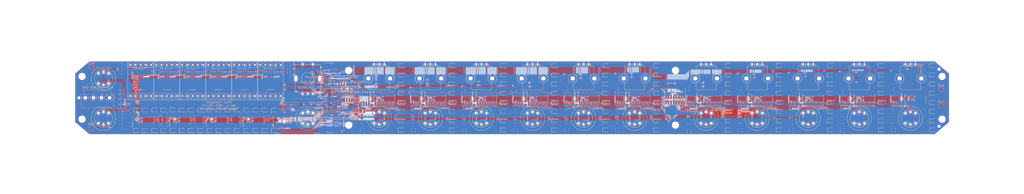
<source format=kicad_pcb>
(kicad_pcb (version 20171130) (host pcbnew "(5.1.9-0-10_14)")
  (layers (0 F.Cu signal) (31 B.Cu signal) (34 B.Paste user) (35 F.Paste user) (36 B.SilkS user) (37 F.SilkS user) (38 B.Mask user) (39 F.Mask user) (44 Edge.Cuts user))
  (net 0 "")
  (net 1 GND)
  (net 2 "Net-(LED101-Pad10)")
  (net 3 "Net-(LED101-Pad9)")
  (net 4 "Net-(LED101-Pad7)")
  (net 5 "Net-(LED101-Pad6)")
  (net 6 "Net-(LED101-Pad5)")
  (net 7 "Net-(LED101-Pad4)")
  (net 8 "Net-(LED101-Pad2)")
  (net 9 "Net-(LED101-Pad1)")
  (net 10 "Net-(LED102-Pad10)")
  (net 11 "Net-(LED102-Pad9)")
  (net 12 "Net-(LED102-Pad7)")
  (net 13 "Net-(LED102-Pad6)")
  (net 14 "Net-(LED102-Pad5)")
  (net 15 "Net-(LED102-Pad4)")
  (net 16 "Net-(LED102-Pad2)")
  (net 17 "Net-(LED102-Pad1)")
  (net 18 "Net-(LED103-Pad10)")
  (net 19 "Net-(LED103-Pad9)")
  (net 20 "Net-(LED103-Pad7)")
  (net 21 "Net-(LED103-Pad6)")
  (net 22 "Net-(LED103-Pad5)")
  (net 23 "Net-(LED103-Pad4)")
  (net 24 "Net-(LED103-Pad2)")
  (net 25 "Net-(LED103-Pad1)")
  (net 26 "Net-(LED104-Pad10)")
  (net 27 "Net-(LED104-Pad9)")
  (net 28 "Net-(LED104-Pad7)")
  (net 29 "Net-(LED104-Pad6)")
  (net 30 "Net-(LED104-Pad5)")
  (net 31 "Net-(LED104-Pad4)")
  (net 32 "Net-(LED104-Pad2)")
  (net 33 "Net-(LED104-Pad1)")
  (net 34 "Net-(LED105-Pad10)")
  (net 35 "Net-(LED105-Pad9)")
  (net 36 "Net-(LED105-Pad7)")
  (net 37 "Net-(LED105-Pad6)")
  (net 38 "Net-(LED105-Pad5)")
  (net 39 "Net-(LED105-Pad4)")
  (net 40 "Net-(LED105-Pad2)")
  (net 41 "Net-(LED105-Pad1)")
  (net 42 "Net-(LED106-Pad10)")
  (net 43 "Net-(LED106-Pad9)")
  (net 44 "Net-(LED106-Pad7)")
  (net 45 "Net-(LED106-Pad6)")
  (net 46 "Net-(LED106-Pad5)")
  (net 47 "Net-(LED106-Pad4)")
  (net 48 "Net-(LED106-Pad2)")
  (net 49 "Net-(LED106-Pad1)")
  (net 50 "Net-(R101-Pad2)")
  (net 51 "Net-(R102-Pad2)")
  (net 52 "Net-(R103-Pad2)")
  (net 53 "Net-(R104-Pad2)")
  (net 54 "Net-(R105-Pad2)")
  (net 55 "Net-(R106-Pad2)")
  (net 56 /LED-Display.sch/SDO1_SDI2)
  (net 57 /LED-Display.sch/SDO2_SDI3)
  (net 58 /LED-Display.sch/SDO3_SDI4)
  (net 59 /LED-Display.sch/SDO4_SDI5)
  (net 60 /LED-Display.sch/SDO5_SDI6)
  (net 61 +3V3)
  (net 62 "Net-(C204-Pad1)")
  (net 63 "Net-(R201-Pad1)")
  (net 64 "Net-(R202-Pad1)")
  (net 65 /LED_CLK)
  (net 66 /LED_CLK_I)
  (net 67 /SW2)
  (net 68 /SW1)
  (net 69 /LED_LE_I)
  (net 70 /LED_LE)
  (net 71 "Net-(D201-Pad1)")
  (net 72 "Net-(D202-Pad1)")
  (net 73 "Net-(D203-Pad1)")
  (net 74 "Net-(D204-Pad1)")
  (net 75 "Net-(D205-Pad1)")
  (net 76 "Net-(D206-Pad1)")
  (net 77 "Net-(D207-Pad1)")
  (net 78 "Net-(D208-Pad1)")
  (net 79 "Net-(C304-Pad1)")
  (net 80 "Net-(D301-Pad1)")
  (net 81 "Net-(D302-Pad1)")
  (net 82 "Net-(D303-Pad1)")
  (net 83 "Net-(D304-Pad1)")
  (net 84 "Net-(D305-Pad1)")
  (net 85 "Net-(D306-Pad1)")
  (net 86 "Net-(D307-Pad1)")
  (net 87 "Net-(D308-Pad1)")
  (net 88 "Net-(R301-Pad1)")
  (net 89 "Net-(R302-Pad1)")
  (net 90 /VLED)
  (net 91 /SW1_LED)
  (net 92 /SW2_LED)
  (net 93 /LED_D12)
  (net 94 /~LED_OE)
  (net 95 /POTI_CLK)
  (net 96 /POTI_SDO)
  (net 97 /~POTI_CS_CH1)
  (net 98 /LED_D23)
  (net 99 /~POTI_CS_CH2)
  (net 100 /SW3)
  (net 101 "Net-(C404-Pad1)")
  (net 102 /SW4)
  (net 103 "Net-(C504-Pad1)")
  (net 104 /SW5)
  (net 105 "Net-(C604-Pad1)")
  (net 106 /SW6)
  (net 107 "Net-(C704-Pad1)")
  (net 108 /SW7)
  (net 109 "Net-(C804-Pad1)")
  (net 110 /SW8)
  (net 111 "Net-(C904-Pad1)")
  (net 112 /SW9)
  (net 113 "Net-(C1004-Pad1)")
  (net 114 /SW10)
  (net 115 "Net-(C1104-Pad1)")
  (net 116 /SW11)
  (net 117 "Net-(C1204-Pad1)")
  (net 118 "Net-(D401-Pad1)")
  (net 119 "Net-(D402-Pad1)")
  (net 120 "Net-(D403-Pad1)")
  (net 121 "Net-(D404-Pad1)")
  (net 122 "Net-(D405-Pad1)")
  (net 123 "Net-(D406-Pad1)")
  (net 124 "Net-(D407-Pad1)")
  (net 125 "Net-(D408-Pad1)")
  (net 126 "Net-(D501-Pad1)")
  (net 127 "Net-(D502-Pad1)")
  (net 128 "Net-(D503-Pad1)")
  (net 129 "Net-(D504-Pad1)")
  (net 130 "Net-(D505-Pad1)")
  (net 131 "Net-(D506-Pad1)")
  (net 132 "Net-(D507-Pad1)")
  (net 133 "Net-(D508-Pad1)")
  (net 134 "Net-(D601-Pad1)")
  (net 135 "Net-(D602-Pad1)")
  (net 136 "Net-(D603-Pad1)")
  (net 137 "Net-(D604-Pad1)")
  (net 138 "Net-(D605-Pad1)")
  (net 139 "Net-(D606-Pad1)")
  (net 140 "Net-(D607-Pad1)")
  (net 141 "Net-(D608-Pad1)")
  (net 142 "Net-(D701-Pad1)")
  (net 143 "Net-(D702-Pad1)")
  (net 144 "Net-(D703-Pad1)")
  (net 145 "Net-(D704-Pad1)")
  (net 146 "Net-(D705-Pad1)")
  (net 147 "Net-(D706-Pad1)")
  (net 148 "Net-(D707-Pad1)")
  (net 149 "Net-(D708-Pad1)")
  (net 150 "Net-(D801-Pad1)")
  (net 151 "Net-(D802-Pad1)")
  (net 152 "Net-(D803-Pad1)")
  (net 153 "Net-(D804-Pad1)")
  (net 154 "Net-(D805-Pad1)")
  (net 155 "Net-(D806-Pad1)")
  (net 156 "Net-(D807-Pad1)")
  (net 157 "Net-(D808-Pad1)")
  (net 158 "Net-(D901-Pad1)")
  (net 159 "Net-(D902-Pad1)")
  (net 160 "Net-(D903-Pad1)")
  (net 161 "Net-(D904-Pad1)")
  (net 162 "Net-(D905-Pad1)")
  (net 163 "Net-(D906-Pad1)")
  (net 164 "Net-(D907-Pad1)")
  (net 165 "Net-(D908-Pad1)")
  (net 166 "Net-(D1001-Pad1)")
  (net 167 "Net-(D1002-Pad1)")
  (net 168 "Net-(D1003-Pad1)")
  (net 169 "Net-(D1004-Pad1)")
  (net 170 "Net-(D1005-Pad1)")
  (net 171 "Net-(D1006-Pad1)")
  (net 172 "Net-(D1007-Pad1)")
  (net 173 "Net-(D1008-Pad1)")
  (net 174 "Net-(D1101-Pad1)")
  (net 175 "Net-(D1102-Pad1)")
  (net 176 "Net-(D1103-Pad1)")
  (net 177 "Net-(D1104-Pad1)")
  (net 178 "Net-(D1105-Pad1)")
  (net 179 "Net-(D1106-Pad1)")
  (net 180 "Net-(D1107-Pad1)")
  (net 181 "Net-(D1108-Pad1)")
  (net 182 "Net-(D1201-Pad1)")
  (net 183 "Net-(D1202-Pad1)")
  (net 184 "Net-(D1203-Pad1)")
  (net 185 "Net-(D1204-Pad1)")
  (net 186 "Net-(D1205-Pad1)")
  (net 187 "Net-(D1206-Pad1)")
  (net 188 "Net-(D1207-Pad1)")
  (net 189 "Net-(D1208-Pad1)")
  (net 190 "Net-(R401-Pad1)")
  (net 191 "Net-(R402-Pad1)")
  (net 192 "Net-(R501-Pad1)")
  (net 193 "Net-(R502-Pad1)")
  (net 194 "Net-(R601-Pad1)")
  (net 195 "Net-(R602-Pad1)")
  (net 196 "Net-(R701-Pad1)")
  (net 197 "Net-(R702-Pad1)")
  (net 198 "Net-(R801-Pad1)")
  (net 199 "Net-(R802-Pad1)")
  (net 200 "Net-(R901-Pad1)")
  (net 201 "Net-(R902-Pad1)")
  (net 202 "Net-(R1001-Pad1)")
  (net 203 "Net-(R1002-Pad1)")
  (net 204 "Net-(R1101-Pad1)")
  (net 205 "Net-(R1102-Pad1)")
  (net 206 "Net-(R1201-Pad1)")
  (net 207 "Net-(R1202-Pad1)")
  (net 208 /SW3_LED)
  (net 209 /SW4_LED)
  (net 210 /SW5_LED)
  (net 211 /SW6_LED)
  (net 212 /SW7_LED)
  (net 213 /SW8_LED)
  (net 214 /SW9_LED)
  (net 215 /SW10_LED)
  (net 216 /SW11_LED)
  (net 217 /LED_D34)
  (net 218 /~POTI_CS_CH3)
  (net 219 /LED_D45)
  (net 220 /~POTI_CS_CH4)
  (net 221 /LED_D56)
  (net 222 /~POTI_CS_CH5)
  (net 223 /~POTI_CS_CH6)
  (net 224 /LED_D78)
  (net 225 /~POTI_CS_CH7)
  (net 226 /LED_D89)
  (net 227 /~POTI_CS_CH8)
  (net 228 /LED_D910)
  (net 229 /~POTI_CS_CH9)
  (net 230 /LED_D1011)
  (net 231 /~POTI_CS_CH10)
  (net 232 /~POTI_CS_CH11)
  (net 233 "Net-(U3-Pad10)")
  (net 234 "Net-(U3-Pad7)")
  (net 235 "Net-(R1-Pad1)")
  (net 236 /~SW_LED_OE)
  (net 237 "Net-(U5-Pad7)")
  (net 238 "Net-(U6-Pad9)")
  (net 239 /LED_DB7)
  (net 240 /LED_D6B)
  (net 241 "Net-(R2-Pad1)")
  (net 242 /LED_SB1)
  (net 243 "Net-(U7-Pad10)")
  (net 244 "Net-(U8-Pad7)")
  (net 245 "Net-(U8-Pad6)")
  (net 246 "Net-(U8-Pad5)")
  (net 247 "Net-(U8-Pad4)")
  (net 248 "Net-(U8-Pad15)")
  (net 249 /~LED_DISPLAY_OE)
  (net 250 /SW12)
  (net 251 /SW13)
  (net 252 /SW14)
  (net 253 /SW12_LED)
  (net 254 /SW13_LED)
  (net 255 /SW14_LED)
  (net 256 "Net-(R1301-Pad1)")
  (net 257 "Net-(R1302-Pad1)")
  (net 258 "Net-(R1303-Pad1)")
  (net 259 /SW15)
  (net 260 "Net-(R1304-Pad1)")
  (net 261 /~SW_SER_CE)
  (net 262 /SW_SER_CP)
  (net 263 /~SW_SER_PL)
  (net 264 /SW_SER_D12)
  (net 265 /SW_SER_DATA)
  (net 266 /~POTI_SER_OE)
  (net 267 /POTI_SER_RCLK)
  (net 268 /POTI_SER_SRCLK)
  (net 269 /POTI_SER_DATA)
  (net 270 /POTI_SER_D12)
  (net 271 "Net-(D1401-Pad1)")
  (net 272 "Net-(D1402-Pad1)")
  (net 273 "Net-(D1403-Pad1)")
  (net 274 "Net-(D1404-Pad1)")
  (net 275 "Net-(D1405-Pad1)")
  (net 276 "Net-(D1406-Pad1)")
  (net 277 "Net-(D1407-Pad1)")
  (net 278 "Net-(D1408-Pad1)")
  (net 279 "Net-(D1409-Pad1)")
  (net 280 "Net-(D1410-Pad1)")
  (net 281 "Net-(D1411-Pad1)")
  (net 282 "Net-(D1412-Pad1)")
  (net 283 "Net-(D1413-Pad1)")
  (net 284 "Net-(D1414-Pad1)")
  (net 285 "Net-(D1415-Pad1)")
  (net 286 "Net-(D1416-Pad1)")
  (net 287 "Net-(D1417-Pad1)")
  (net 288 "Net-(D1418-Pad1)")
  (net 289 "Net-(D1419-Pad1)")
  (net 290 "Net-(D1420-Pad1)")
  (net 291 "Net-(D1421-Pad1)")
  (net 292 "Net-(D1422-Pad1)")
  (net 293 "Net-(D1423-Pad1)")
  (net 294 "Net-(D1424-Pad1)")
  (net 295 "Net-(D1425-Pad1)")
  (net 296 "Net-(D1426-Pad1)")
  (net 297 "Net-(D1427-Pad1)")
  (net 298 "Net-(D1428-Pad1)")
  (net 299 "Net-(D1429-Pad1)")
  (net 300 "Net-(D1430-Pad1)")
  (net 301 "Net-(D1431-Pad1)")
  (net 302 "Net-(D1432-Pad1)")
  (net 303 "Net-(R1401-Pad1)")
  (net 304 "Net-(R1402-Pad1)")
  (net 305 "Net-(R1403-Pad1)")
  (net 306 "Net-(R1404-Pad1)")
  (net 307 /VU/LED_D21)
  (net 308 /VU/LED_D32)
  (net 309 /VU/LED_D43)
  (net 310 /LED_DDISPB)
  (net 311 /LED_DVUDISP)
  (net 312 /LED_DATA)
  (net 313 "Net-(U7-Pad9)")
  (net 314 "Net-(U2-Pad10)")
  (net 315 /LED_DATA_I)
  (net 316 "Net-(U5-Pad11)")
  (net 317 /~LED_OE_I)
  (net 318 /~LED_DISPLAY_OE_I)
  (net 319 /~SW_LED_OE_I)
  (net 320 /POTI_CLK_I)
  (net 321 /POTI_SER_SRCLK_I)
  (net 322 /SW_SER_CP_I)
  (net 323 "Net-(R1317-Pad1)")
  (net 324 /A)
  (net 325 /B)
  (net 326 /B_O)
  (net 327 /A_O)
  (net 328 /Channel11/LED_SDO)
  (module MountingHole:MountingHole_JLCPCB (layer F.Cu) (at 509 214)
    (fp_text reference REF** hide)
    (fp_text value MountingHole_JLCPCB)
    (pad "" np_thru_hole circle (at 0 0) (size 1.152 1.152) (drill 1.152) (layers *.Cu *.Mask) (clearance 0.148))
  )
  (module MountingHole:MountingHole_JLCPCB (layer F.Cu) (at 509 186)
    (fp_text reference REF** hide)
    (fp_text value MountingHole_JLCPCB)
    (pad "" np_thru_hole circle (at 0 0) (size 1.152 1.152) (drill 1.152) (layers *.Cu *.Mask) (clearance 0.148))
  )
  (module MountingHole:MountingHole_JLCPCB (layer F.Cu) (at 88 200)
    (fp_text reference REF** hide)
    (fp_text value MountingHole_JLCPCB)
    (pad "" np_thru_hole circle (at 0 0) (size 1.152 1.152) (drill 1.152) (layers *.Cu *.Mask) (clearance 0.148))
  )
  (module TestPoint:TestPoint_Pad_D2.0mm (layer B.Cu) (at 112 205)
    (fp_text reference TP6 hide)
    (fp_text value 3V3 (at 0 -2.05) (layer B.SilkS) (effects (justify mirror)))
    (pad 1 smd circle (at 0 0) (size 2 2) (layers B.Cu B.Mask) (net 61 +3V3))
  )
  (module TestPoint:TestPoint_Pad_D2.0mm (layer B.Cu) (at 94 185)
    (fp_text reference TP5 hide)
    (fp_text value VLED (at 0 -2.05) (layer B.SilkS) (effects (justify mirror)))
    (pad 1 smd circle (at 0 0) (size 2 2) (layers B.Cu B.Mask) (net 90 /VLED))
  )
  (module TestPoint:TestPoint_Pad_D2.0mm (layer B.Cu) (at 94 215)
    (fp_text reference TPe hide)
    (fp_text value GND (at 0 -2.05) (layer B.SilkS) (effects (justify mirror)))
    (pad 1 smd circle (at 0 0) (size 2 2) (layers B.Cu B.Mask) (net 1 GND))
  )
  (module TestPoint:TestPoint_Pad_D2.0mm (layer B.Cu) (at 500 186)
    (fp_text reference TP3 hide)
    (fp_text value 3V3 (at 0 -2.05) (layer B.SilkS) (effects (justify mirror)))
    (pad 1 smd circle (at 0 0) (size 2 2) (layers B.Cu B.Mask) (net 61 +3V3))
  )
  (module TestPoint:TestPoint_Pad_D2.0mm (layer B.Cu) (at 510 204)
    (fp_text reference TP2 hide)
    (fp_text value VLED (at 0 -2.05) (layer B.SilkS) (effects (justify mirror)))
    (pad 1 smd circle (at 0 0) (size 2 2) (layers B.Cu B.Mask) (net 90 /VLED))
  )
  (module TestPoint:TestPoint_Pad_D2.0mm (layer B.Cu) (at 510 196)
    (fp_text reference TP1 hide)
    (fp_text value GND (at 0 -2.05) (layer B.SilkS) (effects (justify mirror)))
    (pad 1 smd circle (at 0 0) (size 2 2) (layers B.Cu B.Mask) (net 1 GND))
  )
  (module twam-Misc:PEC12R-4xxxF-Sxxxx (layer F.Cu) (at 200 190.5)
    (fp_text reference SW1304 hide)
    (fp_text value Encoder)
    (pad "" thru_hole oval (at -5.85 0) (size 2.1 3.4) (drill oval 1.5 2.8) (layers *.Cu *.Mask))
    (pad "" thru_hole oval (at 5.85 0) (size 2.1 3.4) (drill oval 1.5 2.8) (layers *.Cu *.Mask))
    (pad S2 thru_hole circle (at 2.5 -7) (size 1.6 1.6) (drill 1) (layers *.Cu *.Mask) (net 259 /SW15))
    (pad S1 thru_hole circle (at -2.5 -7) (size 1.6 1.6) (drill 1) (layers *.Cu *.Mask) (net 260 "Net-(R1304-Pad1)"))
    (pad B thru_hole circle (at 2.5 7.5) (size 1.6 1.6) (drill 1) (layers *.Cu *.Mask) (net 325 /B))
    (pad C thru_hole circle (at 0 7.5) (size 1.6 1.6) (drill 1) (layers *.Cu *.Mask) (net 323 "Net-(R1317-Pad1)"))
    (pad A thru_hole circle (at -2.5 7.5) (size 1.6 1.6) (drill 1) (layers *.Cu *.Mask) (net 324 /A))
  )
  (module Resistor_SMD:R_0603_1608Metric (layer F.Cu) (at 191.5 189.25)
    (fp_text reference R6 hide)
    (fp_text value 100k)
    (pad 2 smd roundrect (at 0.825 0) (size 0.8 0.95) (layers F.Cu F.Paste F.Mask) (net 266 /~POTI_SER_OE))
    (pad 1 smd roundrect (at -0.825 0) (size 0.8 0.95) (layers F.Cu F.Paste F.Mask) (net 61 +3V3))
  )
  (module Connector_PinHeader_2.54mm:PinHeader_2x11_P2.54mm_Vertical_SMD (layer B.Cu) (at 212 200)
    (fp_text reference J1 hide)
    (fp_text value Conn_02x11_Odd_Even)
    (pad 22 smd rect (at 2.525 -12.7) (size 3.15 1) (layers B.Cu B.Paste B.Mask) (net 1 GND))
    (pad 21 smd rect (at -2.525 -12.7) (size 3.15 1) (layers B.Cu B.Paste B.Mask) (net 1 GND))
    (pad 20 smd rect (at 2.525 -10.16) (size 3.15 1) (layers B.Cu B.Paste B.Mask) (net 263 /~SW_SER_PL))
    (pad 19 smd rect (at -2.525 -10.16) (size 3.15 1) (layers B.Cu B.Paste B.Mask) (net 322 /SW_SER_CP_I))
    (pad 18 smd rect (at 2.525 -7.62) (size 3.15 1) (layers B.Cu B.Paste B.Mask) (net 269 /POTI_SER_DATA))
    (pad 17 smd rect (at -2.525 -7.62) (size 3.15 1) (layers B.Cu B.Paste B.Mask) (net 267 /POTI_SER_RCLK))
    (pad 16 smd rect (at 2.525 -5.08) (size 3.15 1) (layers B.Cu B.Paste B.Mask) (net 266 /~POTI_SER_OE))
    (pad 15 smd rect (at -2.525 -5.08) (size 3.15 1) (layers B.Cu B.Paste B.Mask) (net 321 /POTI_SER_SRCLK_I))
    (pad 14 smd rect (at 2.525 -2.54) (size 3.15 1) (layers B.Cu B.Paste B.Mask) (net 261 /~SW_SER_CE))
    (pad 13 smd rect (at -2.525 -2.54) (size 3.15 1) (layers B.Cu B.Paste B.Mask) (net 327 /A_O))
    (pad 12 smd rect (at 2.525 0) (size 3.15 1) (layers B.Cu B.Paste B.Mask) (net 265 /SW_SER_DATA))
    (pad 11 smd rect (at -2.525 0) (size 3.15 1) (layers B.Cu B.Paste B.Mask) (net 326 /B_O))
    (pad 10 smd rect (at 2.525 2.54) (size 3.15 1) (layers B.Cu B.Paste B.Mask) (net 96 /POTI_SDO))
    (pad 9 smd rect (at -2.525 2.54) (size 3.15 1) (layers B.Cu B.Paste B.Mask) (net 320 /POTI_CLK_I))
    (pad 8 smd rect (at 2.525 5.08) (size 3.15 1) (layers B.Cu B.Paste B.Mask) (net 1 GND))
    (pad 7 smd rect (at -2.525 5.08) (size 3.15 1) (layers B.Cu B.Paste B.Mask) (net 1 GND))
    (pad 6 smd rect (at 2.525 7.62) (size 3.15 1) (layers B.Cu B.Paste B.Mask) (net 317 /~LED_OE_I))
    (pad 5 smd rect (at -2.525 7.62) (size 3.15 1) (layers B.Cu B.Paste B.Mask) (net 319 /~SW_LED_OE_I))
    (pad 4 smd rect (at 2.525 10.16) (size 3.15 1) (layers B.Cu B.Paste B.Mask) (net 315 /LED_DATA_I))
    (pad 3 smd rect (at -2.525 10.16) (size 3.15 1) (layers B.Cu B.Paste B.Mask) (net 318 /~LED_DISPLAY_OE_I))
    (pad 2 smd rect (at 2.525 12.7) (size 3.15 1) (layers B.Cu B.Paste B.Mask) (net 66 /LED_CLK_I))
    (pad 1 smd rect (at -2.525 12.7) (size 3.15 1) (layers B.Cu B.Paste B.Mask) (net 69 /LED_LE_I))
  )
  (module Resistor_SMD:R_0603_1608Metric (layer F.Cu) (at 200 200.5 270)
    (fp_text reference R1317 hide)
    (fp_text value 1k)
    (pad 2 smd roundrect (at 0.825 0 270) (size 0.8 0.95) (layers F.Cu F.Paste F.Mask) (net 1 GND))
    (pad 1 smd roundrect (at -0.825 0 270) (size 0.8 0.95) (layers F.Cu F.Paste F.Mask) (net 323 "Net-(R1317-Pad1)"))
  )
  (module Resistor_SMD:R_0603_1608Metric (layer F.Cu) (at 203.5 200.5 90)
    (fp_text reference R1316 hide)
    (fp_text value 10k)
    (pad 2 smd roundrect (at 0.825 0 90) (size 0.8 0.95) (layers F.Cu F.Paste F.Mask) (net 325 /B))
    (pad 1 smd roundrect (at -0.825 0 90) (size 0.8 0.95) (layers F.Cu F.Paste F.Mask) (net 61 +3V3))
  )
  (module Resistor_SMD:R_0603_1608Metric (layer F.Cu) (at 196.5 200.5 90)
    (fp_text reference R1315 hide)
    (fp_text value 10k)
    (pad 2 smd roundrect (at 0.825 0 90) (size 0.8 0.95) (layers F.Cu F.Paste F.Mask) (net 324 /A))
    (pad 1 smd roundrect (at -0.825 0 90) (size 0.8 0.95) (layers F.Cu F.Paste F.Mask) (net 61 +3V3))
  )
  (module Capacitor_SMD:C_0603_1608Metric (layer F.Cu) (at 201.75 200.5 270)
    (fp_text reference C1306 hide)
    (fp_text value 100n)
    (pad 2 smd roundrect (at 0.775 0 270) (size 0.9 0.95) (layers F.Cu F.Paste F.Mask) (net 1 GND))
    (pad 1 smd roundrect (at -0.775 0 270) (size 0.9 0.95) (layers F.Cu F.Paste F.Mask) (net 325 /B))
  )
  (module Capacitor_SMD:C_0603_1608Metric (layer F.Cu) (at 198.25 200.5 270)
    (fp_text reference C1305 hide)
    (fp_text value 100n)
    (pad 2 smd roundrect (at 0.775 0 270) (size 0.9 0.95) (layers F.Cu F.Paste F.Mask) (net 1 GND))
    (pad 1 smd roundrect (at -0.775 0 270) (size 0.9 0.95) (layers F.Cu F.Paste F.Mask) (net 324 /A))
  )
  (module Resistor_SMD:R_0603_1608Metric (layer F.Cu) (at 186.75 205.5 270)
    (fp_text reference R4 hide)
    (fp_text value 100k)
    (pad 2 smd roundrect (at 0.825 0 270) (size 0.8 0.95) (layers F.Cu F.Paste F.Mask) (net 317 /~LED_OE_I))
    (pad 1 smd roundrect (at -0.825 0 270) (size 0.8 0.95) (layers F.Cu F.Paste F.Mask) (net 61 +3V3))
  )
  (module Resistor_SMD:R_0603_1608Metric (layer F.Cu) (at 188.5 205.5 270)
    (fp_text reference R3 hide)
    (fp_text value 100k)
    (pad 2 smd roundrect (at 0.825 0 270) (size 0.8 0.95) (layers F.Cu F.Paste F.Mask) (net 318 /~LED_DISPLAY_OE_I))
    (pad 1 smd roundrect (at -0.825 0 270) (size 0.8 0.95) (layers F.Cu F.Paste F.Mask) (net 61 +3V3))
  )
  (module Resistor_SMD:R_0603_1608Metric (layer F.Cu) (at 226 206 90)
    (fp_text reference R7 hide)
    (fp_text value 100k)
    (pad 2 smd roundrect (at 0.825 0 90) (size 0.8 0.95) (layers F.Cu F.Paste F.Mask) (net 261 /~SW_SER_CE))
    (pad 1 smd roundrect (at -0.825 0 90) (size 0.8 0.95) (layers F.Cu F.Paste F.Mask) (net 61 +3V3))
  )
  (module Resistor_SMD:R_0603_1608Metric (layer F.Cu) (at 190.25 205.5 270)
    (fp_text reference R5 hide)
    (fp_text value 100k)
    (pad 2 smd roundrect (at 0.825 0 270) (size 0.8 0.95) (layers F.Cu F.Paste F.Mask) (net 319 /~SW_LED_OE_I))
    (pad 1 smd roundrect (at -0.825 0 270) (size 0.8 0.95) (layers F.Cu F.Paste F.Mask) (net 61 +3V3))
  )
  (module Package_SO:SOIC-14_3.9x8.7mm_P1.27mm (layer F.Cu) (at 210.25 200)
    (fp_text reference U2 hide)
    (fp_text value 74HC14)
    (pad 14 smd roundrect (at 2.475 -3.81) (size 1.95 0.6) (layers F.Cu F.Paste F.Mask) (net 61 +3V3))
    (pad 13 smd roundrect (at 2.475 -2.54) (size 1.95 0.6) (layers F.Cu F.Paste F.Mask) (net 321 /POTI_SER_SRCLK_I))
    (pad 12 smd roundrect (at 2.475 -1.27) (size 1.95 0.6) (layers F.Cu F.Paste F.Mask) (net 268 /POTI_SER_SRCLK))
    (pad 11 smd roundrect (at 2.475 0) (size 1.95 0.6) (layers F.Cu F.Paste F.Mask) (net 1 GND))
    (pad 10 smd roundrect (at 2.475 1.27) (size 1.95 0.6) (layers F.Cu F.Paste F.Mask) (net 314 "Net-(U2-Pad10)"))
    (pad 9 smd roundrect (at 2.475 2.54) (size 1.95 0.6) (layers F.Cu F.Paste F.Mask) (net 320 /POTI_CLK_I))
    (pad 8 smd roundrect (at 2.475 3.81) (size 1.95 0.6) (layers F.Cu F.Paste F.Mask) (net 95 /POTI_CLK))
    (pad 7 smd roundrect (at -2.475 3.81) (size 1.95 0.6) (layers F.Cu F.Paste F.Mask) (net 1 GND))
    (pad 6 smd roundrect (at -2.475 2.54) (size 1.95 0.6) (layers F.Cu F.Paste F.Mask) (net 262 /SW_SER_CP))
    (pad 5 smd roundrect (at -2.475 1.27) (size 1.95 0.6) (layers F.Cu F.Paste F.Mask) (net 322 /SW_SER_CP_I))
    (pad 4 smd roundrect (at -2.475 0) (size 1.95 0.6) (layers F.Cu F.Paste F.Mask) (net 326 /B_O))
    (pad 3 smd roundrect (at -2.475 -1.27) (size 1.95 0.6) (layers F.Cu F.Paste F.Mask) (net 325 /B))
    (pad 2 smd roundrect (at -2.475 -2.54) (size 1.95 0.6) (layers F.Cu F.Paste F.Mask) (net 327 /A_O))
    (pad 1 smd roundrect (at -2.475 -3.81) (size 1.95 0.6) (layers F.Cu F.Paste F.Mask) (net 324 /A))
  )
  (module Package_SO:SOIC-14_3.9x8.7mm_P1.27mm (layer F.Cu) (at 187.5 211 90)
    (fp_text reference U1 hide)
    (fp_text value 74HC14)
    (pad 14 smd roundrect (at 2.475 -3.81 90) (size 1.95 0.6) (layers F.Cu F.Paste F.Mask) (net 61 +3V3))
    (pad 13 smd roundrect (at 2.475 -2.54 90) (size 1.95 0.6) (layers F.Cu F.Paste F.Mask) (net 317 /~LED_OE_I))
    (pad 12 smd roundrect (at 2.475 -1.27 90) (size 1.95 0.6) (layers F.Cu F.Paste F.Mask) (net 94 /~LED_OE))
    (pad 11 smd roundrect (at 2.475 0 90) (size 1.95 0.6) (layers F.Cu F.Paste F.Mask) (net 318 /~LED_DISPLAY_OE_I))
    (pad 10 smd roundrect (at 2.475 1.27 90) (size 1.95 0.6) (layers F.Cu F.Paste F.Mask) (net 249 /~LED_DISPLAY_OE))
    (pad 9 smd roundrect (at 2.475 2.54 90) (size 1.95 0.6) (layers F.Cu F.Paste F.Mask) (net 319 /~SW_LED_OE_I))
    (pad 8 smd roundrect (at 2.475 3.81 90) (size 1.95 0.6) (layers F.Cu F.Paste F.Mask) (net 236 /~SW_LED_OE))
    (pad 7 smd roundrect (at -2.475 3.81 90) (size 1.95 0.6) (layers F.Cu F.Paste F.Mask) (net 1 GND))
    (pad 6 smd roundrect (at -2.475 2.54 90) (size 1.95 0.6) (layers F.Cu F.Paste F.Mask) (net 312 /LED_DATA))
    (pad 5 smd roundrect (at -2.475 1.27 90) (size 1.95 0.6) (layers F.Cu F.Paste F.Mask) (net 315 /LED_DATA_I))
    (pad 4 smd roundrect (at -2.475 0 90) (size 1.95 0.6) (layers F.Cu F.Paste F.Mask) (net 70 /LED_LE))
    (pad 3 smd roundrect (at -2.475 -1.27 90) (size 1.95 0.6) (layers F.Cu F.Paste F.Mask) (net 69 /LED_LE_I))
    (pad 2 smd roundrect (at -2.475 -2.54 90) (size 1.95 0.6) (layers F.Cu F.Paste F.Mask) (net 65 /LED_CLK))
    (pad 1 smd roundrect (at -2.475 -3.81 90) (size 1.95 0.6) (layers F.Cu F.Paste F.Mask) (net 66 /LED_CLK_I))
  )
  (module Package_SO:SOIC-16_3.9x9.9mm_P1.27mm (layer F.Cu) (at 173.5 211 90)
    (fp_text reference U1404 hide)
    (fp_text value TLC5916IDR)
    (pad 16 smd roundrect (at 2.475 -4.445 90) (size 1.95 0.6) (layers F.Cu F.Paste F.Mask) (net 61 +3V3))
    (pad 15 smd roundrect (at 2.475 -3.175 90) (size 1.95 0.6) (layers F.Cu F.Paste F.Mask) (net 306 "Net-(R1404-Pad1)"))
    (pad 14 smd roundrect (at 2.475 -1.905 90) (size 1.95 0.6) (layers F.Cu F.Paste F.Mask) (net 309 /VU/LED_D43))
    (pad 13 smd roundrect (at 2.475 -0.635 90) (size 1.95 0.6) (layers F.Cu F.Paste F.Mask) (net 94 /~LED_OE))
    (pad 12 smd roundrect (at 2.475 0.635 90) (size 1.95 0.6) (layers F.Cu F.Paste F.Mask) (net 302 "Net-(D1432-Pad1)"))
    (pad 11 smd roundrect (at 2.475 1.905 90) (size 1.95 0.6) (layers F.Cu F.Paste F.Mask) (net 301 "Net-(D1431-Pad1)"))
    (pad 10 smd roundrect (at 2.475 3.175 90) (size 1.95 0.6) (layers F.Cu F.Paste F.Mask) (net 300 "Net-(D1430-Pad1)"))
    (pad 9 smd roundrect (at 2.475 4.445 90) (size 1.95 0.6) (layers F.Cu F.Paste F.Mask) (net 299 "Net-(D1429-Pad1)"))
    (pad 8 smd roundrect (at -2.475 4.445 90) (size 1.95 0.6) (layers F.Cu F.Paste F.Mask) (net 298 "Net-(D1428-Pad1)"))
    (pad 7 smd roundrect (at -2.475 3.175 90) (size 1.95 0.6) (layers F.Cu F.Paste F.Mask) (net 297 "Net-(D1427-Pad1)"))
    (pad 6 smd roundrect (at -2.475 1.905 90) (size 1.95 0.6) (layers F.Cu F.Paste F.Mask) (net 296 "Net-(D1426-Pad1)"))
    (pad 5 smd roundrect (at -2.475 0.635 90) (size 1.95 0.6) (layers F.Cu F.Paste F.Mask) (net 295 "Net-(D1425-Pad1)"))
    (pad 4 smd roundrect (at -2.475 -0.635 90) (size 1.95 0.6) (layers F.Cu F.Paste F.Mask) (net 70 /LED_LE))
    (pad 3 smd roundrect (at -2.475 -1.905 90) (size 1.95 0.6) (layers F.Cu F.Paste F.Mask) (net 65 /LED_CLK))
    (pad 2 smd roundrect (at -2.475 -3.175 90) (size 1.95 0.6) (layers F.Cu F.Paste F.Mask) (net 312 /LED_DATA))
    (pad 1 smd roundrect (at -2.475 -4.445 90) (size 1.95 0.6) (layers F.Cu F.Paste F.Mask) (net 1 GND))
  )
  (module Package_SO:SOIC-16_3.9x9.9mm_P1.27mm (layer F.Cu) (at 155.5 211 90)
    (fp_text reference U1403 hide)
    (fp_text value TLC5916IDR)
    (pad 16 smd roundrect (at 2.475 -4.445 90) (size 1.95 0.6) (layers F.Cu F.Paste F.Mask) (net 61 +3V3))
    (pad 15 smd roundrect (at 2.475 -3.175 90) (size 1.95 0.6) (layers F.Cu F.Paste F.Mask) (net 305 "Net-(R1403-Pad1)"))
    (pad 14 smd roundrect (at 2.475 -1.905 90) (size 1.95 0.6) (layers F.Cu F.Paste F.Mask) (net 308 /VU/LED_D32))
    (pad 13 smd roundrect (at 2.475 -0.635 90) (size 1.95 0.6) (layers F.Cu F.Paste F.Mask) (net 94 /~LED_OE))
    (pad 12 smd roundrect (at 2.475 0.635 90) (size 1.95 0.6) (layers F.Cu F.Paste F.Mask) (net 294 "Net-(D1424-Pad1)"))
    (pad 11 smd roundrect (at 2.475 1.905 90) (size 1.95 0.6) (layers F.Cu F.Paste F.Mask) (net 293 "Net-(D1423-Pad1)"))
    (pad 10 smd roundrect (at 2.475 3.175 90) (size 1.95 0.6) (layers F.Cu F.Paste F.Mask) (net 292 "Net-(D1422-Pad1)"))
    (pad 9 smd roundrect (at 2.475 4.445 90) (size 1.95 0.6) (layers F.Cu F.Paste F.Mask) (net 291 "Net-(D1421-Pad1)"))
    (pad 8 smd roundrect (at -2.475 4.445 90) (size 1.95 0.6) (layers F.Cu F.Paste F.Mask) (net 290 "Net-(D1420-Pad1)"))
    (pad 7 smd roundrect (at -2.475 3.175 90) (size 1.95 0.6) (layers F.Cu F.Paste F.Mask) (net 289 "Net-(D1419-Pad1)"))
    (pad 6 smd roundrect (at -2.475 1.905 90) (size 1.95 0.6) (layers F.Cu F.Paste F.Mask) (net 288 "Net-(D1418-Pad1)"))
    (pad 5 smd roundrect (at -2.475 0.635 90) (size 1.95 0.6) (layers F.Cu F.Paste F.Mask) (net 287 "Net-(D1417-Pad1)"))
    (pad 4 smd roundrect (at -2.475 -0.635 90) (size 1.95 0.6) (layers F.Cu F.Paste F.Mask) (net 70 /LED_LE))
    (pad 3 smd roundrect (at -2.475 -1.905 90) (size 1.95 0.6) (layers F.Cu F.Paste F.Mask) (net 65 /LED_CLK))
    (pad 2 smd roundrect (at -2.475 -3.175 90) (size 1.95 0.6) (layers F.Cu F.Paste F.Mask) (net 309 /VU/LED_D43))
    (pad 1 smd roundrect (at -2.475 -4.445 90) (size 1.95 0.6) (layers F.Cu F.Paste F.Mask) (net 1 GND))
  )
  (module Package_SO:SOIC-16_3.9x9.9mm_P1.27mm (layer F.Cu) (at 137.5 211 90)
    (fp_text reference U1402 hide)
    (fp_text value TLC5916IDR)
    (pad 16 smd roundrect (at 2.475 -4.445 90) (size 1.95 0.6) (layers F.Cu F.Paste F.Mask) (net 61 +3V3))
    (pad 15 smd roundrect (at 2.475 -3.175 90) (size 1.95 0.6) (layers F.Cu F.Paste F.Mask) (net 304 "Net-(R1402-Pad1)"))
    (pad 14 smd roundrect (at 2.475 -1.905 90) (size 1.95 0.6) (layers F.Cu F.Paste F.Mask) (net 307 /VU/LED_D21))
    (pad 13 smd roundrect (at 2.475 -0.635 90) (size 1.95 0.6) (layers F.Cu F.Paste F.Mask) (net 94 /~LED_OE))
    (pad 12 smd roundrect (at 2.475 0.635 90) (size 1.95 0.6) (layers F.Cu F.Paste F.Mask) (net 286 "Net-(D1416-Pad1)"))
    (pad 11 smd roundrect (at 2.475 1.905 90) (size 1.95 0.6) (layers F.Cu F.Paste F.Mask) (net 285 "Net-(D1415-Pad1)"))
    (pad 10 smd roundrect (at 2.475 3.175 90) (size 1.95 0.6) (layers F.Cu F.Paste F.Mask) (net 284 "Net-(D1414-Pad1)"))
    (pad 9 smd roundrect (at 2.475 4.445 90) (size 1.95 0.6) (layers F.Cu F.Paste F.Mask) (net 283 "Net-(D1413-Pad1)"))
    (pad 8 smd roundrect (at -2.475 4.445 90) (size 1.95 0.6) (layers F.Cu F.Paste F.Mask) (net 282 "Net-(D1412-Pad1)"))
    (pad 7 smd roundrect (at -2.475 3.175 90) (size 1.95 0.6) (layers F.Cu F.Paste F.Mask) (net 281 "Net-(D1411-Pad1)"))
    (pad 6 smd roundrect (at -2.475 1.905 90) (size 1.95 0.6) (layers F.Cu F.Paste F.Mask) (net 280 "Net-(D1410-Pad1)"))
    (pad 5 smd roundrect (at -2.475 0.635 90) (size 1.95 0.6) (layers F.Cu F.Paste F.Mask) (net 279 "Net-(D1409-Pad1)"))
    (pad 4 smd roundrect (at -2.475 -0.635 90) (size 1.95 0.6) (layers F.Cu F.Paste F.Mask) (net 70 /LED_LE))
    (pad 3 smd roundrect (at -2.475 -1.905 90) (size 1.95 0.6) (layers F.Cu F.Paste F.Mask) (net 65 /LED_CLK))
    (pad 2 smd roundrect (at -2.475 -3.175 90) (size 1.95 0.6) (layers F.Cu F.Paste F.Mask) (net 308 /VU/LED_D32))
    (pad 1 smd roundrect (at -2.475 -4.445 90) (size 1.95 0.6) (layers F.Cu F.Paste F.Mask) (net 1 GND))
  )
  (module Package_SO:SOIC-16_3.9x9.9mm_P1.27mm (layer F.Cu) (at 119.5 211 90)
    (fp_text reference U1401 hide)
    (fp_text value TLC5916IDR)
    (pad 16 smd roundrect (at 2.475 -4.445 90) (size 1.95 0.6) (layers F.Cu F.Paste F.Mask) (net 61 +3V3))
    (pad 15 smd roundrect (at 2.475 -3.175 90) (size 1.95 0.6) (layers F.Cu F.Paste F.Mask) (net 303 "Net-(R1401-Pad1)"))
    (pad 14 smd roundrect (at 2.475 -1.905 90) (size 1.95 0.6) (layers F.Cu F.Paste F.Mask) (net 311 /LED_DVUDISP))
    (pad 13 smd roundrect (at 2.475 -0.635 90) (size 1.95 0.6) (layers F.Cu F.Paste F.Mask) (net 94 /~LED_OE))
    (pad 12 smd roundrect (at 2.475 0.635 90) (size 1.95 0.6) (layers F.Cu F.Paste F.Mask) (net 278 "Net-(D1408-Pad1)"))
    (pad 11 smd roundrect (at 2.475 1.905 90) (size 1.95 0.6) (layers F.Cu F.Paste F.Mask) (net 277 "Net-(D1407-Pad1)"))
    (pad 10 smd roundrect (at 2.475 3.175 90) (size 1.95 0.6) (layers F.Cu F.Paste F.Mask) (net 276 "Net-(D1406-Pad1)"))
    (pad 9 smd roundrect (at 2.475 4.445 90) (size 1.95 0.6) (layers F.Cu F.Paste F.Mask) (net 275 "Net-(D1405-Pad1)"))
    (pad 8 smd roundrect (at -2.475 4.445 90) (size 1.95 0.6) (layers F.Cu F.Paste F.Mask) (net 274 "Net-(D1404-Pad1)"))
    (pad 7 smd roundrect (at -2.475 3.175 90) (size 1.95 0.6) (layers F.Cu F.Paste F.Mask) (net 273 "Net-(D1403-Pad1)"))
    (pad 6 smd roundrect (at -2.475 1.905 90) (size 1.95 0.6) (layers F.Cu F.Paste F.Mask) (net 272 "Net-(D1402-Pad1)"))
    (pad 5 smd roundrect (at -2.475 0.635 90) (size 1.95 0.6) (layers F.Cu F.Paste F.Mask) (net 271 "Net-(D1401-Pad1)"))
    (pad 4 smd roundrect (at -2.475 -0.635 90) (size 1.95 0.6) (layers F.Cu F.Paste F.Mask) (net 70 /LED_LE))
    (pad 3 smd roundrect (at -2.475 -1.905 90) (size 1.95 0.6) (layers F.Cu F.Paste F.Mask) (net 65 /LED_CLK))
    (pad 2 smd roundrect (at -2.475 -3.175 90) (size 1.95 0.6) (layers F.Cu F.Paste F.Mask) (net 307 /VU/LED_D21))
    (pad 1 smd roundrect (at -2.475 -4.445 90) (size 1.95 0.6) (layers F.Cu F.Paste F.Mask) (net 1 GND))
  )
  (module Resistor_SMD:R_0603_1608Metric (layer F.Cu) (at 167.25 212.5 270)
    (fp_text reference R1404 hide)
    (fp_text value 470R)
    (pad 2 smd roundrect (at 0.825 0 270) (size 0.8 0.95) (layers F.Cu F.Paste F.Mask) (net 1 GND))
    (pad 1 smd roundrect (at -0.825 0 270) (size 0.8 0.95) (layers F.Cu F.Paste F.Mask) (net 306 "Net-(R1404-Pad1)"))
  )
  (module Resistor_SMD:R_0603_1608Metric (layer F.Cu) (at 149.25 212.575 270)
    (fp_text reference R1403 hide)
    (fp_text value 470R)
    (pad 2 smd roundrect (at 0.825 0 270) (size 0.8 0.95) (layers F.Cu F.Paste F.Mask) (net 1 GND))
    (pad 1 smd roundrect (at -0.825 0 270) (size 0.8 0.95) (layers F.Cu F.Paste F.Mask) (net 305 "Net-(R1403-Pad1)"))
  )
  (module Resistor_SMD:R_0603_1608Metric (layer F.Cu) (at 131.25 212.5 270)
    (fp_text reference R1402 hide)
    (fp_text value 470R)
    (pad 2 smd roundrect (at 0.825 0 270) (size 0.8 0.95) (layers F.Cu F.Paste F.Mask) (net 1 GND))
    (pad 1 smd roundrect (at -0.825 0 270) (size 0.8 0.95) (layers F.Cu F.Paste F.Mask) (net 304 "Net-(R1402-Pad1)"))
  )
  (module Resistor_SMD:R_0603_1608Metric (layer F.Cu) (at 113.25 212.5 270)
    (fp_text reference R1401 hide)
    (fp_text value 470R)
    (pad 2 smd roundrect (at 0.825 0 270) (size 0.8 0.95) (layers F.Cu F.Paste F.Mask) (net 1 GND))
    (pad 1 smd roundrect (at -0.825 0 270) (size 0.8 0.95) (layers F.Cu F.Paste F.Mask) (net 303 "Net-(R1401-Pad1)"))
  )
  (module LED_SMD:LED_0805_2012Metric (layer F.Cu) (at 170.3125 206)
    (fp_text reference D1432 hide)
    (fp_text value green)
    (pad 2 smd roundrect (at 0.9375 0) (size 0.975 1.4) (layers F.Cu F.Paste F.Mask) (net 90 /VLED))
    (pad 1 smd roundrect (at -0.9375 0) (size 0.975 1.4) (layers F.Cu F.Paste F.Mask) (net 302 "Net-(D1432-Pad1)"))
  )
  (module LED_SMD:LED_0805_2012Metric (layer F.Cu) (at 174.75 206)
    (fp_text reference D1431 hide)
    (fp_text value green)
    (pad 2 smd roundrect (at 0.9375 0) (size 0.975 1.4) (layers F.Cu F.Paste F.Mask) (net 90 /VLED))
    (pad 1 smd roundrect (at -0.9375 0) (size 0.975 1.4) (layers F.Cu F.Paste F.Mask) (net 301 "Net-(D1431-Pad1)"))
  )
  (module LED_SMD:LED_0805_2012Metric (layer F.Cu) (at 179.25 206)
    (fp_text reference D1430 hide)
    (fp_text value green)
    (pad 2 smd roundrect (at 0.9375 0) (size 0.975 1.4) (layers F.Cu F.Paste F.Mask) (net 90 /VLED))
    (pad 1 smd roundrect (at -0.9375 0) (size 0.975 1.4) (layers F.Cu F.Paste F.Mask) (net 300 "Net-(D1430-Pad1)"))
  )
  (module LED_SMD:LED_0805_2012Metric (layer F.Cu) (at 183.75 206)
    (fp_text reference D1429 hide)
    (fp_text value green)
    (pad 2 smd roundrect (at 0.9375 0) (size 0.975 1.4) (layers F.Cu F.Paste F.Mask) (net 90 /VLED))
    (pad 1 smd roundrect (at -0.9375 0) (size 0.975 1.4) (layers F.Cu F.Paste F.Mask) (net 299 "Net-(D1429-Pad1)"))
  )
  (module LED_SMD:LED_0805_2012Metric (layer F.Cu) (at 183.75 216)
    (fp_text reference D1428 hide)
    (fp_text value green)
    (pad 2 smd roundrect (at 0.9375 0) (size 0.975 1.4) (layers F.Cu F.Paste F.Mask) (net 90 /VLED))
    (pad 1 smd roundrect (at -0.9375 0) (size 0.975 1.4) (layers F.Cu F.Paste F.Mask) (net 298 "Net-(D1428-Pad1)"))
  )
  (module LED_SMD:LED_0805_2012Metric (layer F.Cu) (at 179.25 216)
    (fp_text reference D1427 hide)
    (fp_text value green)
    (pad 2 smd roundrect (at 0.9375 0) (size 0.975 1.4) (layers F.Cu F.Paste F.Mask) (net 90 /VLED))
    (pad 1 smd roundrect (at -0.9375 0) (size 0.975 1.4) (layers F.Cu F.Paste F.Mask) (net 297 "Net-(D1427-Pad1)"))
  )
  (module LED_SMD:LED_0805_2012Metric (layer F.Cu) (at 174.75 216)
    (fp_text reference D1426 hide)
    (fp_text value green)
    (pad 2 smd roundrect (at 0.9375 0) (size 0.975 1.4) (layers F.Cu F.Paste F.Mask) (net 90 /VLED))
    (pad 1 smd roundrect (at -0.9375 0) (size 0.975 1.4) (layers F.Cu F.Paste F.Mask) (net 296 "Net-(D1426-Pad1)"))
  )
  (module LED_SMD:LED_0805_2012Metric (layer F.Cu) (at 170.25 216)
    (fp_text reference D1425 hide)
    (fp_text value green)
    (pad 2 smd roundrect (at 0.9375 0) (size 0.975 1.4) (layers F.Cu F.Paste F.Mask) (net 90 /VLED))
    (pad 1 smd roundrect (at -0.9375 0) (size 0.975 1.4) (layers F.Cu F.Paste F.Mask) (net 295 "Net-(D1425-Pad1)"))
  )
  (module LED_SMD:LED_0805_2012Metric (layer F.Cu) (at 152.25 206)
    (fp_text reference D1424 hide)
    (fp_text value green)
    (pad 2 smd roundrect (at 0.9375 0) (size 0.975 1.4) (layers F.Cu F.Paste F.Mask) (net 90 /VLED))
    (pad 1 smd roundrect (at -0.9375 0) (size 0.975 1.4) (layers F.Cu F.Paste F.Mask) (net 294 "Net-(D1424-Pad1)"))
  )
  (module LED_SMD:LED_0805_2012Metric (layer F.Cu) (at 156.75 206)
    (fp_text reference D1423 hide)
    (fp_text value green)
    (pad 2 smd roundrect (at 0.9375 0) (size 0.975 1.4) (layers F.Cu F.Paste F.Mask) (net 90 /VLED))
    (pad 1 smd roundrect (at -0.9375 0) (size 0.975 1.4) (layers F.Cu F.Paste F.Mask) (net 293 "Net-(D1423-Pad1)"))
  )
  (module LED_SMD:LED_0805_2012Metric (layer F.Cu) (at 161.25 206)
    (fp_text reference D1422 hide)
    (fp_text value green)
    (pad 2 smd roundrect (at 0.9375 0) (size 0.975 1.4) (layers F.Cu F.Paste F.Mask) (net 90 /VLED))
    (pad 1 smd roundrect (at -0.9375 0) (size 0.975 1.4) (layers F.Cu F.Paste F.Mask) (net 292 "Net-(D1422-Pad1)"))
  )
  (module LED_SMD:LED_0805_2012Metric (layer F.Cu) (at 165.75 206)
    (fp_text reference D1421 hide)
    (fp_text value green)
    (pad 2 smd roundrect (at 0.9375 0) (size 0.975 1.4) (layers F.Cu F.Paste F.Mask) (net 90 /VLED))
    (pad 1 smd roundrect (at -0.9375 0) (size 0.975 1.4) (layers F.Cu F.Paste F.Mask) (net 291 "Net-(D1421-Pad1)"))
  )
  (module LED_SMD:LED_0805_2012Metric (layer F.Cu) (at 165.75 216)
    (fp_text reference D1420 hide)
    (fp_text value green)
    (pad 2 smd roundrect (at 0.9375 0) (size 0.975 1.4) (layers F.Cu F.Paste F.Mask) (net 90 /VLED))
    (pad 1 smd roundrect (at -0.9375 0) (size 0.975 1.4) (layers F.Cu F.Paste F.Mask) (net 290 "Net-(D1420-Pad1)"))
  )
  (module LED_SMD:LED_0805_2012Metric (layer F.Cu) (at 161.25 216)
    (fp_text reference D1419 hide)
    (fp_text value green)
    (pad 2 smd roundrect (at 0.9375 0) (size 0.975 1.4) (layers F.Cu F.Paste F.Mask) (net 90 /VLED))
    (pad 1 smd roundrect (at -0.9375 0) (size 0.975 1.4) (layers F.Cu F.Paste F.Mask) (net 289 "Net-(D1419-Pad1)"))
  )
  (module LED_SMD:LED_0805_2012Metric (layer F.Cu) (at 156.75 216)
    (fp_text reference D1418 hide)
    (fp_text value green)
    (pad 2 smd roundrect (at 0.9375 0) (size 0.975 1.4) (layers F.Cu F.Paste F.Mask) (net 90 /VLED))
    (pad 1 smd roundrect (at -0.9375 0) (size 0.975 1.4) (layers F.Cu F.Paste F.Mask) (net 288 "Net-(D1418-Pad1)"))
  )
  (module LED_SMD:LED_0805_2012Metric (layer F.Cu) (at 152.25 216)
    (fp_text reference D1417 hide)
    (fp_text value green)
    (pad 2 smd roundrect (at 0.9375 0) (size 0.975 1.4) (layers F.Cu F.Paste F.Mask) (net 90 /VLED))
    (pad 1 smd roundrect (at -0.9375 0) (size 0.975 1.4) (layers F.Cu F.Paste F.Mask) (net 287 "Net-(D1417-Pad1)"))
  )
  (module LED_SMD:LED_0805_2012Metric (layer F.Cu) (at 134.25 206)
    (fp_text reference D1416 hide)
    (fp_text value yellow)
    (pad 2 smd roundrect (at 0.9375 0) (size 0.975 1.4) (layers F.Cu F.Paste F.Mask) (net 90 /VLED))
    (pad 1 smd roundrect (at -0.9375 0) (size 0.975 1.4) (layers F.Cu F.Paste F.Mask) (net 286 "Net-(D1416-Pad1)"))
  )
  (module LED_SMD:LED_0805_2012Metric (layer F.Cu) (at 138.75 206)
    (fp_text reference D1415 hide)
    (fp_text value yellow)
    (pad 2 smd roundrect (at 0.9375 0) (size 0.975 1.4) (layers F.Cu F.Paste F.Mask) (net 90 /VLED))
    (pad 1 smd roundrect (at -0.9375 0) (size 0.975 1.4) (layers F.Cu F.Paste F.Mask) (net 285 "Net-(D1415-Pad1)"))
  )
  (module LED_SMD:LED_0805_2012Metric (layer F.Cu) (at 143.25 206)
    (fp_text reference D1414 hide)
    (fp_text value yellow)
    (pad 2 smd roundrect (at 0.9375 0) (size 0.975 1.4) (layers F.Cu F.Paste F.Mask) (net 90 /VLED))
    (pad 1 smd roundrect (at -0.9375 0) (size 0.975 1.4) (layers F.Cu F.Paste F.Mask) (net 284 "Net-(D1414-Pad1)"))
  )
  (module LED_SMD:LED_0805_2012Metric (layer F.Cu) (at 147.75 206)
    (fp_text reference D1413 hide)
    (fp_text value yellow)
    (pad 2 smd roundrect (at 0.9375 0) (size 0.975 1.4) (layers F.Cu F.Paste F.Mask) (net 90 /VLED))
    (pad 1 smd roundrect (at -0.9375 0) (size 0.975 1.4) (layers F.Cu F.Paste F.Mask) (net 283 "Net-(D1413-Pad1)"))
  )
  (module LED_SMD:LED_0805_2012Metric (layer F.Cu) (at 147.8125 216)
    (fp_text reference D1412 hide)
    (fp_text value yellow)
    (pad 2 smd roundrect (at 0.9375 0) (size 0.975 1.4) (layers F.Cu F.Paste F.Mask) (net 90 /VLED))
    (pad 1 smd roundrect (at -0.9375 0) (size 0.975 1.4) (layers F.Cu F.Paste F.Mask) (net 282 "Net-(D1412-Pad1)"))
  )
  (module LED_SMD:LED_0805_2012Metric (layer F.Cu) (at 143.25 216)
    (fp_text reference D1411 hide)
    (fp_text value yellow)
    (pad 2 smd roundrect (at 0.9375 0) (size 0.975 1.4) (layers F.Cu F.Paste F.Mask) (net 90 /VLED))
    (pad 1 smd roundrect (at -0.9375 0) (size 0.975 1.4) (layers F.Cu F.Paste F.Mask) (net 281 "Net-(D1411-Pad1)"))
  )
  (module LED_SMD:LED_0805_2012Metric (layer F.Cu) (at 138.75 216)
    (fp_text reference D1410 hide)
    (fp_text value yellow)
    (pad 2 smd roundrect (at 0.9375 0) (size 0.975 1.4) (layers F.Cu F.Paste F.Mask) (net 90 /VLED))
    (pad 1 smd roundrect (at -0.9375 0) (size 0.975 1.4) (layers F.Cu F.Paste F.Mask) (net 280 "Net-(D1410-Pad1)"))
  )
  (module LED_SMD:LED_0805_2012Metric (layer F.Cu) (at 134.25 216)
    (fp_text reference D1409 hide)
    (fp_text value yellow)
    (pad 2 smd roundrect (at 0.9375 0) (size 0.975 1.4) (layers F.Cu F.Paste F.Mask) (net 90 /VLED))
    (pad 1 smd roundrect (at -0.9375 0) (size 0.975 1.4) (layers F.Cu F.Paste F.Mask) (net 279 "Net-(D1409-Pad1)"))
  )
  (module LED_SMD:LED_0805_2012Metric (layer F.Cu) (at 116.25 206)
    (fp_text reference D1408 hide)
    (fp_text value red)
    (pad 2 smd roundrect (at 0.9375 0) (size 0.975 1.4) (layers F.Cu F.Paste F.Mask) (net 90 /VLED))
    (pad 1 smd roundrect (at -0.9375 0) (size 0.975 1.4) (layers F.Cu F.Paste F.Mask) (net 278 "Net-(D1408-Pad1)"))
  )
  (module LED_SMD:LED_0805_2012Metric (layer F.Cu) (at 120.75 206)
    (fp_text reference D1407 hide)
    (fp_text value red)
    (pad 2 smd roundrect (at 0.9375 0) (size 0.975 1.4) (layers F.Cu F.Paste F.Mask) (net 90 /VLED))
    (pad 1 smd roundrect (at -0.9375 0) (size 0.975 1.4) (layers F.Cu F.Paste F.Mask) (net 277 "Net-(D1407-Pad1)"))
  )
  (module LED_SMD:LED_0805_2012Metric (layer F.Cu) (at 125.25 206)
    (fp_text reference D1406 hide)
    (fp_text value red)
    (pad 2 smd roundrect (at 0.9375 0) (size 0.975 1.4) (layers F.Cu F.Paste F.Mask) (net 90 /VLED))
    (pad 1 smd roundrect (at -0.9375 0) (size 0.975 1.4) (layers F.Cu F.Paste F.Mask) (net 276 "Net-(D1406-Pad1)"))
  )
  (module LED_SMD:LED_0805_2012Metric (layer F.Cu) (at 129.75 206)
    (fp_text reference D1405 hide)
    (fp_text value red)
    (pad 2 smd roundrect (at 0.9375 0) (size 0.975 1.4) (layers F.Cu F.Paste F.Mask) (net 90 /VLED))
    (pad 1 smd roundrect (at -0.9375 0) (size 0.975 1.4) (layers F.Cu F.Paste F.Mask) (net 275 "Net-(D1405-Pad1)"))
  )
  (module LED_SMD:LED_0805_2012Metric (layer F.Cu) (at 129.75 216)
    (fp_text reference D1404 hide)
    (fp_text value red)
    (pad 2 smd roundrect (at 0.9375 0) (size 0.975 1.4) (layers F.Cu F.Paste F.Mask) (net 90 /VLED))
    (pad 1 smd roundrect (at -0.9375 0) (size 0.975 1.4) (layers F.Cu F.Paste F.Mask) (net 274 "Net-(D1404-Pad1)"))
  )
  (module LED_SMD:LED_0805_2012Metric (layer F.Cu) (at 125.25 216)
    (fp_text reference D1403 hide)
    (fp_text value red)
    (pad 2 smd roundrect (at 0.9375 0) (size 0.975 1.4) (layers F.Cu F.Paste F.Mask) (net 90 /VLED))
    (pad 1 smd roundrect (at -0.9375 0) (size 0.975 1.4) (layers F.Cu F.Paste F.Mask) (net 273 "Net-(D1403-Pad1)"))
  )
  (module LED_SMD:LED_0805_2012Metric (layer F.Cu) (at 120.6875 216)
    (fp_text reference D1402 hide)
    (fp_text value red)
    (pad 2 smd roundrect (at 0.9375 0) (size 0.975 1.4) (layers F.Cu F.Paste F.Mask) (net 90 /VLED))
    (pad 1 smd roundrect (at -0.9375 0) (size 0.975 1.4) (layers F.Cu F.Paste F.Mask) (net 272 "Net-(D1402-Pad1)"))
  )
  (module LED_SMD:LED_0805_2012Metric (layer F.Cu) (at 116.25 216)
    (fp_text reference D1401 hide)
    (fp_text value red)
    (pad 2 smd roundrect (at 0.9375 0) (size 0.975 1.4) (layers F.Cu F.Paste F.Mask) (net 90 /VLED))
    (pad 1 smd roundrect (at -0.9375 0) (size 0.975 1.4) (layers F.Cu F.Paste F.Mask) (net 271 "Net-(D1401-Pad1)"))
  )
  (module Capacitor_SMD:C_0603_1608Metric (layer F.Cu) (at 167.25 209 90)
    (fp_text reference C1414 hide)
    (fp_text value 100n)
    (pad 2 smd roundrect (at 0.775 0 90) (size 0.9 0.95) (layers F.Cu F.Paste F.Mask) (net 1 GND))
    (pad 1 smd roundrect (at -0.775 0 90) (size 0.9 0.95) (layers F.Cu F.Paste F.Mask) (net 61 +3V3))
  )
  (module Capacitor_SMD:C_0603_1608Metric (layer F.Cu) (at 149.25 209 90)
    (fp_text reference C1413 hide)
    (fp_text value 100n)
    (pad 2 smd roundrect (at 0.775 0 90) (size 0.9 0.95) (layers F.Cu F.Paste F.Mask) (net 1 GND))
    (pad 1 smd roundrect (at -0.775 0 90) (size 0.9 0.95) (layers F.Cu F.Paste F.Mask) (net 61 +3V3))
  )
  (module Capacitor_SMD:C_0603_1608Metric (layer F.Cu) (at 131.25 209 90)
    (fp_text reference C1412 hide)
    (fp_text value 100n)
    (pad 2 smd roundrect (at 0.775 0 90) (size 0.9 0.95) (layers F.Cu F.Paste F.Mask) (net 1 GND))
    (pad 1 smd roundrect (at -0.775 0 90) (size 0.9 0.95) (layers F.Cu F.Paste F.Mask) (net 61 +3V3))
  )
  (module Capacitor_SMD:C_0603_1608Metric (layer F.Cu) (at 113.25 209 90)
    (fp_text reference C1411 hide)
    (fp_text value 100n)
    (pad 2 smd roundrect (at 0.775 0 90) (size 0.9 0.95) (layers F.Cu F.Paste F.Mask) (net 1 GND))
    (pad 1 smd roundrect (at -0.775 0 90) (size 0.9 0.95) (layers F.Cu F.Paste F.Mask) (net 61 +3V3))
  )
  (module Capacitor_SMD:C_0805_2012Metric (layer F.Cu) (at 180 211 90)
    (fp_text reference C1404 hide)
    (fp_text value 10u)
    (pad 2 smd roundrect (at 0.95 0 90) (size 1 1.45) (layers F.Cu F.Paste F.Mask) (net 1 GND))
    (pad 1 smd roundrect (at -0.95 0 90) (size 1 1.45) (layers F.Cu F.Paste F.Mask) (net 90 /VLED))
  )
  (module Capacitor_SMD:C_0805_2012Metric (layer F.Cu) (at 162 210.75 90)
    (fp_text reference C1403 hide)
    (fp_text value 10u)
    (pad 2 smd roundrect (at 0.95 0 90) (size 1 1.45) (layers F.Cu F.Paste F.Mask) (net 1 GND))
    (pad 1 smd roundrect (at -0.95 0 90) (size 1 1.45) (layers F.Cu F.Paste F.Mask) (net 90 /VLED))
  )
  (module Capacitor_SMD:C_0805_2012Metric (layer F.Cu) (at 144 210.75 90)
    (fp_text reference C1402 hide)
    (fp_text value 10u)
    (pad 2 smd roundrect (at 0.95 0 90) (size 1 1.45) (layers F.Cu F.Paste F.Mask) (net 1 GND))
    (pad 1 smd roundrect (at -0.95 0 90) (size 1 1.45) (layers F.Cu F.Paste F.Mask) (net 90 /VLED))
  )
  (module Capacitor_SMD:C_0805_2012Metric (layer F.Cu) (at 126 211 90)
    (fp_text reference C1401 hide)
    (fp_text value 10u)
    (pad 2 smd roundrect (at 0.95 0 90) (size 1 1.45) (layers F.Cu F.Paste F.Mask) (net 1 GND))
    (pad 1 smd roundrect (at -0.95 0 90) (size 1 1.45) (layers F.Cu F.Paste F.Mask) (net 90 /VLED))
  )
  (module Connector_JST:JST_VH_B4P-VH_1x04_P3.96mm_Vertical (layer B.Cu) (at 103 200 180)
    (fp_text reference J2 hide)
    (fp_text value Conn_01x04)
    (pad 4 thru_hole circle (at 11.88 0 180) (size 2.7 2.7) (drill 1.7) (layers *.Cu *.Mask) (net 1 GND))
    (pad 3 thru_hole circle (at 7.92 0 180) (size 2.7 2.7) (drill 1.7) (layers *.Cu *.Mask) (net 1 GND))
    (pad 2 thru_hole circle (at 3.96 0 180) (size 2.7 2.7) (drill 1.7) (layers *.Cu *.Mask) (net 90 /VLED))
    (pad 1 thru_hole roundrect (at 0 0 180) (size 2.7 2.7) (drill 1.7) (layers *.Cu *.Mask) (roundrect_rratio 0.09259296296296296) (net 90 /VLED))
  )
  (module Inductor_SMD:L_0805_2012Metric (layer F.Cu) (at 109.25 207.25)
    (fp_text reference L1 hide)
    (fp_text value 600R/100M)
    (pad 2 smd roundrect (at 1.0625 0) (size 0.875 1.2) (layers F.Cu F.Paste F.Mask) (net 61 +3V3))
    (pad 1 smd roundrect (at -1.0625 0) (size 0.875 1.2) (layers F.Cu F.Paste F.Mask) (net 90 /VLED))
  )
  (module Capacitor_SMD:C_1206_3216Metric (layer F.Cu) (at 108 202)
    (fp_text reference C11 hide)
    (fp_text value 47u)
    (pad 2 smd roundrect (at 1.475 0) (size 1.15 1.8) (layers F.Cu F.Paste F.Mask) (roundrect_rratio 0.2173904347826087) (net 1 GND))
    (pad 1 smd roundrect (at -1.475 0) (size 1.15 1.8) (layers F.Cu F.Paste F.Mask) (roundrect_rratio 0.2173904347826087) (net 90 /VLED))
  )
  (module Capacitor_SMD:C_1206_3216Metric (layer F.Cu) (at 108 204.5)
    (fp_text reference C10 hide)
    (fp_text value 47u)
    (pad 2 smd roundrect (at 1.475 0) (size 1.15 1.8) (layers F.Cu F.Paste F.Mask) (roundrect_rratio 0.2173904347826087) (net 1 GND))
    (pad 1 smd roundrect (at -1.475 0) (size 1.15 1.8) (layers F.Cu F.Paste F.Mask) (roundrect_rratio 0.2173904347826087) (net 90 /VLED))
  )
  (module Capacitor_SMD:C_1206_3216Metric (layer F.Cu) (at 108 197)
    (fp_text reference C9 hide)
    (fp_text value 47u)
    (pad 2 smd roundrect (at 1.475 0) (size 1.15 1.8) (layers F.Cu F.Paste F.Mask) (roundrect_rratio 0.2173904347826087) (net 1 GND))
    (pad 1 smd roundrect (at -1.475 0) (size 1.15 1.8) (layers F.Cu F.Paste F.Mask) (roundrect_rratio 0.2173904347826087) (net 90 /VLED))
  )
  (module Capacitor_SMD:C_1206_3216Metric (layer F.Cu) (at 108 199.5)
    (fp_text reference C8 hide)
    (fp_text value 47u)
    (pad 2 smd roundrect (at 1.475 0) (size 1.15 1.8) (layers F.Cu F.Paste F.Mask) (roundrect_rratio 0.2173904347826087) (net 1 GND))
    (pad 1 smd roundrect (at -1.475 0) (size 1.15 1.8) (layers F.Cu F.Paste F.Mask) (roundrect_rratio 0.2173904347826087) (net 90 /VLED))
  )
  (module Capacitor_SMD:C_0805_2012Metric (layer F.Cu) (at 109.25 209.5 180)
    (fp_text reference C7 hide)
    (fp_text value 10u)
    (pad 2 smd roundrect (at 0.95 0 180) (size 1 1.45) (layers F.Cu F.Paste F.Mask) (net 1 GND))
    (pad 1 smd roundrect (at -0.95 0 180) (size 1 1.45) (layers F.Cu F.Paste F.Mask) (net 61 +3V3))
  )
  (module Capacitor_SMD:C_0603_1608Metric (layer F.Cu) (at 208.5 194.25)
    (fp_text reference C5 hide)
    (fp_text value 100n)
    (pad 2 smd roundrect (at 0.775 0) (size 0.9 0.95) (layers F.Cu F.Paste F.Mask) (net 1 GND))
    (pad 1 smd roundrect (at -0.775 0) (size 0.9 0.95) (layers F.Cu F.Paste F.Mask) (net 61 +3V3))
  )
  (module Resistor_SMD:R_0603_1608Metric (layer F.Cu) (at 191.5 187.5)
    (fp_text reference R1314 hide)
    (fp_text value 10k)
    (pad 2 smd roundrect (at 0.825 0) (size 0.8 0.95) (layers F.Cu F.Paste F.Mask) (net 259 /SW15))
    (pad 1 smd roundrect (at -0.825 0) (size 0.8 0.95) (layers F.Cu F.Paste F.Mask) (net 61 +3V3))
  )
  (module Resistor_SMD:R_0603_1608Metric (layer F.Cu) (at 191.5 184 180)
    (fp_text reference R1304 hide)
    (fp_text value 1k)
    (pad 2 smd roundrect (at 0.825 0 180) (size 0.8 0.95) (layers F.Cu F.Paste F.Mask) (net 1 GND))
    (pad 1 smd roundrect (at -0.825 0 180) (size 0.8 0.95) (layers F.Cu F.Paste F.Mask) (net 260 "Net-(R1304-Pad1)"))
  )
  (module Capacitor_SMD:C_0603_1608Metric (layer F.Cu) (at 191.5 185.75 180)
    (fp_text reference C1304 hide)
    (fp_text value 100n)
    (pad 2 smd roundrect (at 0.775 0 180) (size 0.9 0.95) (layers F.Cu F.Paste F.Mask) (net 1 GND))
    (pad 1 smd roundrect (at -0.775 0 180) (size 0.9 0.95) (layers F.Cu F.Paste F.Mask) (net 259 /SW15))
  )
  (module Resistor_SMD:R_0603_1608Metric (layer F.Cu) (at 194.25 202.25 90)
    (fp_text reference R1303 hide)
    (fp_text value 1k)
    (pad 2 smd roundrect (at 0.825 0 90) (size 0.8 0.95) (layers F.Cu F.Paste F.Mask) (net 1 GND))
    (pad 1 smd roundrect (at -0.825 0 90) (size 0.8 0.95) (layers F.Cu F.Paste F.Mask) (net 258 "Net-(R1303-Pad1)"))
  )
  (module Resistor_SMD:R_0603_1608Metric (layer F.Cu) (at 109 215.5)
    (fp_text reference R1302 hide)
    (fp_text value 1k)
    (pad 2 smd roundrect (at 0.825 0) (size 0.8 0.95) (layers F.Cu F.Paste F.Mask) (net 1 GND))
    (pad 1 smd roundrect (at -0.825 0) (size 0.8 0.95) (layers F.Cu F.Paste F.Mask) (net 257 "Net-(R1302-Pad1)"))
  )
  (module Resistor_SMD:R_0603_1608Metric (layer F.Cu) (at 109 184)
    (fp_text reference R1301 hide)
    (fp_text value 1k)
    (pad 2 smd roundrect (at 0.825 0) (size 0.8 0.95) (layers F.Cu F.Paste F.Mask) (net 1 GND))
    (pad 1 smd roundrect (at -0.825 0) (size 0.8 0.95) (layers F.Cu F.Paste F.Mask) (net 256 "Net-(R1301-Pad1)"))
  )
  (module Resistor_SMD:R_0603_1608Metric (layer F.Cu) (at 190.75 202.25 270)
    (fp_text reference R1313 hide)
    (fp_text value 10k)
    (pad 2 smd roundrect (at 0.825 0 270) (size 0.8 0.95) (layers F.Cu F.Paste F.Mask) (net 252 /SW14))
    (pad 1 smd roundrect (at -0.825 0 270) (size 0.8 0.95) (layers F.Cu F.Paste F.Mask) (net 61 +3V3))
  )
  (module Resistor_SMD:R_0603_1608Metric (layer F.Cu) (at 109 212 180)
    (fp_text reference R1312 hide)
    (fp_text value 10k)
    (pad 2 smd roundrect (at 0.825 0 180) (size 0.8 0.95) (layers F.Cu F.Paste F.Mask) (net 251 /SW13))
    (pad 1 smd roundrect (at -0.825 0 180) (size 0.8 0.95) (layers F.Cu F.Paste F.Mask) (net 61 +3V3))
  )
  (module Resistor_SMD:R_0603_1608Metric (layer F.Cu) (at 109 187.5 180)
    (fp_text reference R1311 hide)
    (fp_text value 10k)
    (pad 2 smd roundrect (at 0.825 0 180) (size 0.8 0.95) (layers F.Cu F.Paste F.Mask) (net 250 /SW12))
    (pad 1 smd roundrect (at -0.825 0 180) (size 0.8 0.95) (layers F.Cu F.Paste F.Mask) (net 61 +3V3))
  )
  (module Capacitor_SMD:C_0603_1608Metric (layer F.Cu) (at 192.5 202.25 90)
    (fp_text reference C1303 hide)
    (fp_text value 100n)
    (pad 2 smd roundrect (at 0.775 0 90) (size 0.9 0.95) (layers F.Cu F.Paste F.Mask) (net 1 GND))
    (pad 1 smd roundrect (at -0.775 0 90) (size 0.9 0.95) (layers F.Cu F.Paste F.Mask) (net 252 /SW14))
  )
  (module Capacitor_SMD:C_0603_1608Metric (layer F.Cu) (at 109 213.75)
    (fp_text reference C1302 hide)
    (fp_text value 100n)
    (pad 2 smd roundrect (at 0.775 0) (size 0.9 0.95) (layers F.Cu F.Paste F.Mask) (net 1 GND))
    (pad 1 smd roundrect (at -0.775 0) (size 0.9 0.95) (layers F.Cu F.Paste F.Mask) (net 251 /SW13))
  )
  (module Capacitor_SMD:C_0603_1608Metric (layer F.Cu) (at 109 185.75)
    (fp_text reference C1301 hide)
    (fp_text value 100n)
    (pad 2 smd roundrect (at 0.775 0) (size 0.9 0.95) (layers F.Cu F.Paste F.Mask) (net 1 GND))
    (pad 1 smd roundrect (at -0.775 0) (size 0.9 0.95) (layers F.Cu F.Paste F.Mask) (net 250 /SW12))
  )
  (module twam-Misc:D6R-L-xx-xx-xx-LFS (layer F.Cu) (at 100 190.5 270)
    (fp_text reference SW1301 hide)
    (fp_text value SW_SPST_LED)
    (pad 4 thru_hole circle (at 3.1 0 270) (size 1.8 1.8) (drill 1.2) (layers *.Cu *.Mask) (net 90 /VLED))
    (pad 3 thru_hole circle (at -3.1 0 270) (size 1.8 1.8) (drill 1.2) (layers *.Cu *.Mask) (net 253 /SW12_LED))
    (pad 2 thru_hole circle (at 2.5 2.5 270) (size 1.8 1.8) (drill 1.2) (layers *.Cu *.Mask) (net 250 /SW12))
    (pad 2 thru_hole circle (at -2.5 2.5 270) (size 1.8 1.8) (drill 1.2) (layers *.Cu *.Mask) (net 250 /SW12))
    (pad 1 thru_hole circle (at 2.5 -2.5 270) (size 1.8 1.8) (drill 1.2) (layers *.Cu *.Mask) (net 256 "Net-(R1301-Pad1)"))
    (pad 1 thru_hole circle (at -2.5 -2.5 270) (size 1.8 1.8) (drill 1.2) (layers *.Cu *.Mask) (net 256 "Net-(R1301-Pad1)"))
  )
  (module twam-Misc:D6R-L-xx-xx-xx-LFS (layer F.Cu) (at 200 210 270)
    (fp_text reference SW1303 hide)
    (fp_text value SW_SPST_LED)
    (pad 4 thru_hole circle (at 3.1 0 270) (size 1.8 1.8) (drill 1.2) (layers *.Cu *.Mask) (net 90 /VLED))
    (pad 3 thru_hole circle (at -3.1 0 270) (size 1.8 1.8) (drill 1.2) (layers *.Cu *.Mask) (net 255 /SW14_LED))
    (pad 2 thru_hole circle (at 2.5 2.5 270) (size 1.8 1.8) (drill 1.2) (layers *.Cu *.Mask) (net 252 /SW14))
    (pad 2 thru_hole circle (at -2.5 2.5 270) (size 1.8 1.8) (drill 1.2) (layers *.Cu *.Mask) (net 252 /SW14))
    (pad 1 thru_hole circle (at 2.5 -2.5 270) (size 1.8 1.8) (drill 1.2) (layers *.Cu *.Mask) (net 258 "Net-(R1303-Pad1)"))
    (pad 1 thru_hole circle (at -2.5 -2.5 270) (size 1.8 1.8) (drill 1.2) (layers *.Cu *.Mask) (net 258 "Net-(R1303-Pad1)"))
  )
  (module twam-Misc:D6R-L-xx-xx-xx-LFS (layer F.Cu) (at 100 210 270)
    (fp_text reference SW1302 hide)
    (fp_text value SW_SPST_LED)
    (pad 4 thru_hole circle (at 3.1 0 270) (size 1.8 1.8) (drill 1.2) (layers *.Cu *.Mask) (net 90 /VLED))
    (pad 3 thru_hole circle (at -3.1 0 270) (size 1.8 1.8) (drill 1.2) (layers *.Cu *.Mask) (net 254 /SW13_LED))
    (pad 2 thru_hole circle (at 2.5 2.5 270) (size 1.8 1.8) (drill 1.2) (layers *.Cu *.Mask) (net 251 /SW13))
    (pad 2 thru_hole circle (at -2.5 2.5 270) (size 1.8 1.8) (drill 1.2) (layers *.Cu *.Mask) (net 251 /SW13))
    (pad 1 thru_hole circle (at 2.5 -2.5 270) (size 1.8 1.8) (drill 1.2) (layers *.Cu *.Mask) (net 257 "Net-(R1302-Pad1)"))
    (pad 1 thru_hole circle (at -2.5 -2.5 270) (size 1.8 1.8) (drill 1.2) (layers *.Cu *.Mask) (net 257 "Net-(R1302-Pad1)"))
  )
  (module Package_SO:SOIC-16_3.9x9.9mm_P1.27mm (layer F.Cu) (at 219.75 195.5 270)
    (fp_text reference U8 hide)
    (fp_text value 74HC595)
    (pad 16 smd roundrect (at 2.475 -4.445 270) (size 1.95 0.6) (layers F.Cu F.Paste F.Mask) (net 61 +3V3))
    (pad 15 smd roundrect (at 2.475 -3.175 270) (size 1.95 0.6) (layers F.Cu F.Paste F.Mask) (net 248 "Net-(U8-Pad15)"))
    (pad 14 smd roundrect (at 2.475 -1.905 270) (size 1.95 0.6) (layers F.Cu F.Paste F.Mask) (net 269 /POTI_SER_DATA))
    (pad 13 smd roundrect (at 2.475 -0.635 270) (size 1.95 0.6) (layers F.Cu F.Paste F.Mask) (net 266 /~POTI_SER_OE))
    (pad 12 smd roundrect (at 2.475 0.635 270) (size 1.95 0.6) (layers F.Cu F.Paste F.Mask) (net 267 /POTI_SER_RCLK))
    (pad 11 smd roundrect (at 2.475 1.905 270) (size 1.95 0.6) (layers F.Cu F.Paste F.Mask) (net 268 /POTI_SER_SRCLK))
    (pad 10 smd roundrect (at 2.475 3.175 270) (size 1.95 0.6) (layers F.Cu F.Paste F.Mask) (net 61 +3V3))
    (pad 9 smd roundrect (at 2.475 4.445 270) (size 1.95 0.6) (layers F.Cu F.Paste F.Mask) (net 270 /POTI_SER_D12))
    (pad 8 smd roundrect (at -2.475 4.445 270) (size 1.95 0.6) (layers F.Cu F.Paste F.Mask) (net 1 GND))
    (pad 7 smd roundrect (at -2.475 3.175 270) (size 1.95 0.6) (layers F.Cu F.Paste F.Mask) (net 244 "Net-(U8-Pad7)"))
    (pad 6 smd roundrect (at -2.475 1.905 270) (size 1.95 0.6) (layers F.Cu F.Paste F.Mask) (net 245 "Net-(U8-Pad6)"))
    (pad 5 smd roundrect (at -2.475 0.635 270) (size 1.95 0.6) (layers F.Cu F.Paste F.Mask) (net 246 "Net-(U8-Pad5)"))
    (pad 4 smd roundrect (at -2.475 -0.635 270) (size 1.95 0.6) (layers F.Cu F.Paste F.Mask) (net 247 "Net-(U8-Pad4)"))
    (pad 3 smd roundrect (at -2.475 -1.905 270) (size 1.95 0.6) (layers F.Cu F.Paste F.Mask) (net 218 /~POTI_CS_CH3))
    (pad 2 smd roundrect (at -2.475 -3.175 270) (size 1.95 0.6) (layers F.Cu F.Paste F.Mask) (net 99 /~POTI_CS_CH2))
    (pad 1 smd roundrect (at -2.475 -4.445 270) (size 1.95 0.6) (layers F.Cu F.Paste F.Mask) (net 97 /~POTI_CS_CH1))
  )
  (module Package_SO:SOIC-16_3.9x9.9mm_P1.27mm (layer F.Cu) (at 219.75 203.5 90)
    (fp_text reference U7 hide)
    (fp_text value TLC5916IDR)
    (pad 16 smd roundrect (at 2.475 -4.445 90) (size 1.95 0.6) (layers F.Cu F.Paste F.Mask) (net 61 +3V3))
    (pad 15 smd roundrect (at 2.475 -3.175 90) (size 1.95 0.6) (layers F.Cu F.Paste F.Mask) (net 241 "Net-(R2-Pad1)"))
    (pad 14 smd roundrect (at 2.475 -1.905 90) (size 1.95 0.6) (layers F.Cu F.Paste F.Mask) (net 242 /LED_SB1))
    (pad 13 smd roundrect (at 2.475 -0.635 90) (size 1.95 0.6) (layers F.Cu F.Paste F.Mask) (net 236 /~SW_LED_OE))
    (pad 12 smd roundrect (at 2.475 0.635 90) (size 1.95 0.6) (layers F.Cu F.Paste F.Mask) (net 253 /SW12_LED))
    (pad 11 smd roundrect (at 2.475 1.905 90) (size 1.95 0.6) (layers F.Cu F.Paste F.Mask) (net 254 /SW13_LED))
    (pad 10 smd roundrect (at 2.475 3.175 90) (size 1.95 0.6) (layers F.Cu F.Paste F.Mask) (net 243 "Net-(U7-Pad10)"))
    (pad 9 smd roundrect (at 2.475 4.445 90) (size 1.95 0.6) (layers F.Cu F.Paste F.Mask) (net 313 "Net-(U7-Pad9)"))
    (pad 8 smd roundrect (at -2.475 4.445 90) (size 1.95 0.6) (layers F.Cu F.Paste F.Mask) (net 91 /SW1_LED))
    (pad 7 smd roundrect (at -2.475 3.175 90) (size 1.95 0.6) (layers F.Cu F.Paste F.Mask) (net 92 /SW2_LED))
    (pad 6 smd roundrect (at -2.475 1.905 90) (size 1.95 0.6) (layers F.Cu F.Paste F.Mask) (net 208 /SW3_LED))
    (pad 5 smd roundrect (at -2.475 0.635 90) (size 1.95 0.6) (layers F.Cu F.Paste F.Mask) (net 255 /SW14_LED))
    (pad 4 smd roundrect (at -2.475 -0.635 90) (size 1.95 0.6) (layers F.Cu F.Paste F.Mask) (net 70 /LED_LE))
    (pad 3 smd roundrect (at -2.475 -1.905 90) (size 1.95 0.6) (layers F.Cu F.Paste F.Mask) (net 65 /LED_CLK))
    (pad 2 smd roundrect (at -2.475 -3.175 90) (size 1.95 0.6) (layers F.Cu F.Paste F.Mask) (net 310 /LED_DDISPB))
    (pad 1 smd roundrect (at -2.475 -4.445 90) (size 1.95 0.6) (layers F.Cu F.Paste F.Mask) (net 1 GND))
  )
  (module Resistor_SMD:R_0603_1608Metric (layer F.Cu) (at 212.425 205.75 180)
    (fp_text reference R2 hide)
    (fp_text value 470R)
    (pad 2 smd roundrect (at 0.825 0 180) (size 0.8 0.95) (layers F.Cu F.Paste F.Mask) (net 1 GND))
    (pad 1 smd roundrect (at -0.825 0 180) (size 0.8 0.95) (layers F.Cu F.Paste F.Mask) (net 241 "Net-(R2-Pad1)"))
  )
  (module Package_SO:SOIC-16_3.9x9.9mm_P1.27mm (layer F.Cu) (at 379.75 197 90)
    (fp_text reference U4 hide)
    (fp_text value TLC5916IDR)
    (pad 16 smd roundrect (at 2.475 -4.445 90) (size 1.95 0.6) (layers F.Cu F.Paste F.Mask) (net 61 +3V3))
    (pad 15 smd roundrect (at 2.475 -3.175 90) (size 1.95 0.6) (layers F.Cu F.Paste F.Mask) (net 235 "Net-(R1-Pad1)"))
    (pad 14 smd roundrect (at 2.475 -1.905 90) (size 1.95 0.6) (layers F.Cu F.Paste F.Mask) (net 239 /LED_DB7))
    (pad 13 smd roundrect (at 2.475 -0.635 90) (size 1.95 0.6) (layers F.Cu F.Paste F.Mask) (net 236 /~SW_LED_OE))
    (pad 12 smd roundrect (at 2.475 0.635 90) (size 1.95 0.6) (layers F.Cu F.Paste F.Mask) (net 209 /SW4_LED))
    (pad 11 smd roundrect (at 2.475 1.905 90) (size 1.95 0.6) (layers F.Cu F.Paste F.Mask) (net 210 /SW5_LED))
    (pad 10 smd roundrect (at 2.475 3.175 90) (size 1.95 0.6) (layers F.Cu F.Paste F.Mask) (net 211 /SW6_LED))
    (pad 9 smd roundrect (at 2.475 4.445 90) (size 1.95 0.6) (layers F.Cu F.Paste F.Mask) (net 213 /SW8_LED))
    (pad 8 smd roundrect (at -2.475 4.445 90) (size 1.95 0.6) (layers F.Cu F.Paste F.Mask) (net 216 /SW11_LED))
    (pad 7 smd roundrect (at -2.475 3.175 90) (size 1.95 0.6) (layers F.Cu F.Paste F.Mask) (net 215 /SW10_LED))
    (pad 6 smd roundrect (at -2.475 1.905 90) (size 1.95 0.6) (layers F.Cu F.Paste F.Mask) (net 214 /SW9_LED))
    (pad 5 smd roundrect (at -2.475 0.635 90) (size 1.95 0.6) (layers F.Cu F.Paste F.Mask) (net 212 /SW7_LED))
    (pad 4 smd roundrect (at -2.475 -0.635 90) (size 1.95 0.6) (layers F.Cu F.Paste F.Mask) (net 70 /LED_LE))
    (pad 3 smd roundrect (at -2.475 -1.905 90) (size 1.95 0.6) (layers F.Cu F.Paste F.Mask) (net 65 /LED_CLK))
    (pad 2 smd roundrect (at -2.475 -3.175 90) (size 1.95 0.6) (layers F.Cu F.Paste F.Mask) (net 240 /LED_D6B))
    (pad 1 smd roundrect (at -2.475 -4.445 90) (size 1.95 0.6) (layers F.Cu F.Paste F.Mask) (net 1 GND))
  )
  (module Capacitor_SMD:C_0603_1608Metric (layer F.Cu) (at 376.5 192.25)
    (fp_text reference C3 hide)
    (fp_text value 100n)
    (pad 2 smd roundrect (at 0.775 0) (size 0.9 0.95) (layers F.Cu F.Paste F.Mask) (net 1 GND))
    (pad 1 smd roundrect (at -0.775 0) (size 0.9 0.95) (layers F.Cu F.Paste F.Mask) (net 61 +3V3))
  )
  (module Package_SO:SOIC-16_3.9x9.9mm_P1.27mm (layer F.Cu) (at 210.75 188 180)
    (fp_text reference U6 hide)
    (fp_text value 74HC595)
    (pad 16 smd roundrect (at 2.475 -4.445 180) (size 1.95 0.6) (layers F.Cu F.Paste F.Mask) (net 61 +3V3))
    (pad 15 smd roundrect (at 2.475 -3.175 180) (size 1.95 0.6) (layers F.Cu F.Paste F.Mask) (net 220 /~POTI_CS_CH4))
    (pad 14 smd roundrect (at 2.475 -1.905 180) (size 1.95 0.6) (layers F.Cu F.Paste F.Mask) (net 270 /POTI_SER_D12))
    (pad 13 smd roundrect (at 2.475 -0.635 180) (size 1.95 0.6) (layers F.Cu F.Paste F.Mask) (net 266 /~POTI_SER_OE))
    (pad 12 smd roundrect (at 2.475 0.635 180) (size 1.95 0.6) (layers F.Cu F.Paste F.Mask) (net 267 /POTI_SER_RCLK))
    (pad 11 smd roundrect (at 2.475 1.905 180) (size 1.95 0.6) (layers F.Cu F.Paste F.Mask) (net 268 /POTI_SER_SRCLK))
    (pad 10 smd roundrect (at 2.475 3.175 180) (size 1.95 0.6) (layers F.Cu F.Paste F.Mask) (net 61 +3V3))
    (pad 9 smd roundrect (at 2.475 4.445 180) (size 1.95 0.6) (layers F.Cu F.Paste F.Mask) (net 238 "Net-(U6-Pad9)"))
    (pad 8 smd roundrect (at -2.475 4.445 180) (size 1.95 0.6) (layers F.Cu F.Paste F.Mask) (net 1 GND))
    (pad 7 smd roundrect (at -2.475 3.175 180) (size 1.95 0.6) (layers F.Cu F.Paste F.Mask) (net 232 /~POTI_CS_CH11))
    (pad 6 smd roundrect (at -2.475 1.905 180) (size 1.95 0.6) (layers F.Cu F.Paste F.Mask) (net 231 /~POTI_CS_CH10))
    (pad 5 smd roundrect (at -2.475 0.635 180) (size 1.95 0.6) (layers F.Cu F.Paste F.Mask) (net 229 /~POTI_CS_CH9))
    (pad 4 smd roundrect (at -2.475 -0.635 180) (size 1.95 0.6) (layers F.Cu F.Paste F.Mask) (net 227 /~POTI_CS_CH8))
    (pad 3 smd roundrect (at -2.475 -1.905 180) (size 1.95 0.6) (layers F.Cu F.Paste F.Mask) (net 225 /~POTI_CS_CH7))
    (pad 2 smd roundrect (at -2.475 -3.175 180) (size 1.95 0.6) (layers F.Cu F.Paste F.Mask) (net 223 /~POTI_CS_CH6))
    (pad 1 smd roundrect (at -2.475 -4.445 180) (size 1.95 0.6) (layers F.Cu F.Paste F.Mask) (net 222 /~POTI_CS_CH5))
  )
  (module Package_SO:SOIC-16_3.9x9.9mm_P1.27mm (layer F.Cu) (at 210.75 212)
    (fp_text reference U5 hide)
    (fp_text value 74HC165)
    (pad 16 smd roundrect (at 2.475 -4.445) (size 1.95 0.6) (layers F.Cu F.Paste F.Mask) (net 61 +3V3))
    (pad 15 smd roundrect (at 2.475 -3.175) (size 1.95 0.6) (layers F.Cu F.Paste F.Mask) (net 261 /~SW_SER_CE))
    (pad 14 smd roundrect (at 2.475 -1.905) (size 1.95 0.6) (layers F.Cu F.Paste F.Mask) (net 100 /SW3))
    (pad 13 smd roundrect (at 2.475 -0.635) (size 1.95 0.6) (layers F.Cu F.Paste F.Mask) (net 68 /SW1))
    (pad 12 smd roundrect (at 2.475 0.635) (size 1.95 0.6) (layers F.Cu F.Paste F.Mask) (net 67 /SW2))
    (pad 11 smd roundrect (at 2.475 1.905) (size 1.95 0.6) (layers F.Cu F.Paste F.Mask) (net 316 "Net-(U5-Pad11)"))
    (pad 10 smd roundrect (at 2.475 3.175) (size 1.95 0.6) (layers F.Cu F.Paste F.Mask) (net 264 /SW_SER_D12))
    (pad 9 smd roundrect (at 2.475 4.445) (size 1.95 0.6) (layers F.Cu F.Paste F.Mask) (net 265 /SW_SER_DATA))
    (pad 8 smd roundrect (at -2.475 4.445) (size 1.95 0.6) (layers F.Cu F.Paste F.Mask) (net 1 GND))
    (pad 7 smd roundrect (at -2.475 3.175) (size 1.95 0.6) (layers F.Cu F.Paste F.Mask) (net 237 "Net-(U5-Pad7)"))
    (pad 6 smd roundrect (at -2.475 1.905) (size 1.95 0.6) (layers F.Cu F.Paste F.Mask) (net 251 /SW13))
    (pad 5 smd roundrect (at -2.475 0.635) (size 1.95 0.6) (layers F.Cu F.Paste F.Mask) (net 250 /SW12))
    (pad 4 smd roundrect (at -2.475 -0.635) (size 1.95 0.6) (layers F.Cu F.Paste F.Mask) (net 252 /SW14))
    (pad 3 smd roundrect (at -2.475 -1.905) (size 1.95 0.6) (layers F.Cu F.Paste F.Mask) (net 259 /SW15))
    (pad 2 smd roundrect (at -2.475 -3.175) (size 1.95 0.6) (layers F.Cu F.Paste F.Mask) (net 262 /SW_SER_CP))
    (pad 1 smd roundrect (at -2.475 -4.445) (size 1.95 0.6) (layers F.Cu F.Paste F.Mask) (net 263 /~SW_SER_PL))
  )
  (module Resistor_SMD:R_0603_1608Metric (layer F.Cu) (at 379.75 192.25)
    (fp_text reference R1 hide)
    (fp_text value 470R)
    (pad 2 smd roundrect (at 0.825 0) (size 0.8 0.95) (layers F.Cu F.Paste F.Mask) (net 1 GND))
    (pad 1 smd roundrect (at -0.825 0) (size 0.8 0.95) (layers F.Cu F.Paste F.Mask) (net 235 "Net-(R1-Pad1)"))
  )
  (module Package_SO:SOIC-16_3.9x9.9mm_P1.27mm (layer F.Cu) (at 379.75 204.75 90)
    (fp_text reference U3 hide)
    (fp_text value 74HC165)
    (pad 16 smd roundrect (at 2.475 -4.445 90) (size 1.95 0.6) (layers F.Cu F.Paste F.Mask) (net 61 +3V3))
    (pad 15 smd roundrect (at 2.475 -3.175 90) (size 1.95 0.6) (layers F.Cu F.Paste F.Mask) (net 261 /~SW_SER_CE))
    (pad 14 smd roundrect (at 2.475 -1.905 90) (size 1.95 0.6) (layers F.Cu F.Paste F.Mask) (net 106 /SW6))
    (pad 13 smd roundrect (at 2.475 -0.635 90) (size 1.95 0.6) (layers F.Cu F.Paste F.Mask) (net 104 /SW5))
    (pad 12 smd roundrect (at 2.475 0.635 90) (size 1.95 0.6) (layers F.Cu F.Paste F.Mask) (net 114 /SW10))
    (pad 11 smd roundrect (at 2.475 1.905 90) (size 1.95 0.6) (layers F.Cu F.Paste F.Mask) (net 116 /SW11))
    (pad 10 smd roundrect (at 2.475 3.175 90) (size 1.95 0.6) (layers F.Cu F.Paste F.Mask) (net 233 "Net-(U3-Pad10)"))
    (pad 9 smd roundrect (at 2.475 4.445 90) (size 1.95 0.6) (layers F.Cu F.Paste F.Mask) (net 264 /SW_SER_D12))
    (pad 8 smd roundrect (at -2.475 4.445 90) (size 1.95 0.6) (layers F.Cu F.Paste F.Mask) (net 1 GND))
    (pad 7 smd roundrect (at -2.475 3.175 90) (size 1.95 0.6) (layers F.Cu F.Paste F.Mask) (net 234 "Net-(U3-Pad7)"))
    (pad 6 smd roundrect (at -2.475 1.905 90) (size 1.95 0.6) (layers F.Cu F.Paste F.Mask) (net 108 /SW7))
    (pad 5 smd roundrect (at -2.475 0.635 90) (size 1.95 0.6) (layers F.Cu F.Paste F.Mask) (net 110 /SW8))
    (pad 4 smd roundrect (at -2.475 -0.635 90) (size 1.95 0.6) (layers F.Cu F.Paste F.Mask) (net 112 /SW9))
    (pad 3 smd roundrect (at -2.475 -1.905 90) (size 1.95 0.6) (layers F.Cu F.Paste F.Mask) (net 102 /SW4))
    (pad 2 smd roundrect (at -2.475 -3.175 90) (size 1.95 0.6) (layers F.Cu F.Paste F.Mask) (net 262 /SW_SER_CP))
    (pad 1 smd roundrect (at -2.475 -4.445 90) (size 1.95 0.6) (layers F.Cu F.Paste F.Mask) (net 263 /~SW_SER_PL))
  )
  (module Package_SO:SOIC-8_3.9x4.9mm_P1.27mm (layer F.Cu) (at 488 200.5 270)
    (fp_text reference U1202 hide)
    (fp_text value MCP3201-BI/SN)
    (pad 8 smd roundrect (at 2.475 -1.905 270) (size 1.95 0.6) (layers F.Cu F.Paste F.Mask) (net 61 +3V3))
    (pad 7 smd roundrect (at 2.475 -0.635 270) (size 1.95 0.6) (layers F.Cu F.Paste F.Mask) (net 95 /POTI_CLK))
    (pad 6 smd roundrect (at 2.475 0.635 270) (size 1.95 0.6) (layers F.Cu F.Paste F.Mask) (net 96 /POTI_SDO))
    (pad 5 smd roundrect (at 2.475 1.905 270) (size 1.95 0.6) (layers F.Cu F.Paste F.Mask) (net 232 /~POTI_CS_CH11))
    (pad 4 smd roundrect (at -2.475 1.905 270) (size 1.95 0.6) (layers F.Cu F.Paste F.Mask) (net 1 GND))
    (pad 3 smd roundrect (at -2.475 0.635 270) (size 1.95 0.6) (layers F.Cu F.Paste F.Mask) (net 1 GND))
    (pad 2 smd roundrect (at -2.475 -0.635 270) (size 1.95 0.6) (layers F.Cu F.Paste F.Mask) (net 117 "Net-(C1204-Pad1)"))
    (pad 1 smd roundrect (at -2.475 -1.905 270) (size 1.95 0.6) (layers F.Cu F.Paste F.Mask) (net 61 +3V3))
  )
  (module Package_SO:SOIC-16_3.9x9.9mm_P1.27mm (layer F.Cu) (at 497.5 200.5 90)
    (fp_text reference U1201 hide)
    (fp_text value TLC5916IDR)
    (pad 16 smd roundrect (at 2.475 -4.445 90) (size 1.95 0.6) (layers F.Cu F.Paste F.Mask) (net 61 +3V3))
    (pad 15 smd roundrect (at 2.475 -3.175 90) (size 1.95 0.6) (layers F.Cu F.Paste F.Mask) (net 206 "Net-(R1201-Pad1)"))
    (pad 14 smd roundrect (at 2.475 -1.905 90) (size 1.95 0.6) (layers F.Cu F.Paste F.Mask) (net 328 /Channel11/LED_SDO))
    (pad 13 smd roundrect (at 2.475 -0.635 90) (size 1.95 0.6) (layers F.Cu F.Paste F.Mask) (net 94 /~LED_OE))
    (pad 12 smd roundrect (at 2.475 0.635 90) (size 1.95 0.6) (layers F.Cu F.Paste F.Mask) (net 182 "Net-(D1201-Pad1)"))
    (pad 11 smd roundrect (at 2.475 1.905 90) (size 1.95 0.6) (layers F.Cu F.Paste F.Mask) (net 183 "Net-(D1202-Pad1)"))
    (pad 10 smd roundrect (at 2.475 3.175 90) (size 1.95 0.6) (layers F.Cu F.Paste F.Mask) (net 184 "Net-(D1203-Pad1)"))
    (pad 9 smd roundrect (at 2.475 4.445 90) (size 1.95 0.6) (layers F.Cu F.Paste F.Mask) (net 185 "Net-(D1204-Pad1)"))
    (pad 8 smd roundrect (at -2.475 4.445 90) (size 1.95 0.6) (layers F.Cu F.Paste F.Mask) (net 186 "Net-(D1205-Pad1)"))
    (pad 7 smd roundrect (at -2.475 3.175 90) (size 1.95 0.6) (layers F.Cu F.Paste F.Mask) (net 187 "Net-(D1206-Pad1)"))
    (pad 6 smd roundrect (at -2.475 1.905 90) (size 1.95 0.6) (layers F.Cu F.Paste F.Mask) (net 188 "Net-(D1207-Pad1)"))
    (pad 5 smd roundrect (at -2.475 0.635 90) (size 1.95 0.6) (layers F.Cu F.Paste F.Mask) (net 189 "Net-(D1208-Pad1)"))
    (pad 4 smd roundrect (at -2.475 -0.635 90) (size 1.95 0.6) (layers F.Cu F.Paste F.Mask) (net 70 /LED_LE))
    (pad 3 smd roundrect (at -2.475 -1.905 90) (size 1.95 0.6) (layers F.Cu F.Paste F.Mask) (net 65 /LED_CLK))
    (pad 2 smd roundrect (at -2.475 -3.175 90) (size 1.95 0.6) (layers F.Cu F.Paste F.Mask) (net 230 /LED_D1011))
    (pad 1 smd roundrect (at -2.475 -4.445 90) (size 1.95 0.6) (layers F.Cu F.Paste F.Mask) (net 1 GND))
  )
  (module Package_SO:SOIC-8_3.9x4.9mm_P1.27mm (layer F.Cu) (at 463 200.5 270)
    (fp_text reference U1102 hide)
    (fp_text value MCP3201-BI/SN)
    (pad 8 smd roundrect (at 2.475 -1.905 270) (size 1.95 0.6) (layers F.Cu F.Paste F.Mask) (net 61 +3V3))
    (pad 7 smd roundrect (at 2.475 -0.635 270) (size 1.95 0.6) (layers F.Cu F.Paste F.Mask) (net 95 /POTI_CLK))
    (pad 6 smd roundrect (at 2.475 0.635 270) (size 1.95 0.6) (layers F.Cu F.Paste F.Mask) (net 96 /POTI_SDO))
    (pad 5 smd roundrect (at 2.475 1.905 270) (size 1.95 0.6) (layers F.Cu F.Paste F.Mask) (net 231 /~POTI_CS_CH10))
    (pad 4 smd roundrect (at -2.475 1.905 270) (size 1.95 0.6) (layers F.Cu F.Paste F.Mask) (net 1 GND))
    (pad 3 smd roundrect (at -2.475 0.635 270) (size 1.95 0.6) (layers F.Cu F.Paste F.Mask) (net 1 GND))
    (pad 2 smd roundrect (at -2.475 -0.635 270) (size 1.95 0.6) (layers F.Cu F.Paste F.Mask) (net 115 "Net-(C1104-Pad1)"))
    (pad 1 smd roundrect (at -2.475 -1.905 270) (size 1.95 0.6) (layers F.Cu F.Paste F.Mask) (net 61 +3V3))
  )
  (module Package_SO:SOIC-16_3.9x9.9mm_P1.27mm (layer F.Cu) (at 472.5 200.5 90)
    (fp_text reference U1101 hide)
    (fp_text value TLC5916IDR)
    (pad 16 smd roundrect (at 2.475 -4.445 90) (size 1.95 0.6) (layers F.Cu F.Paste F.Mask) (net 61 +3V3))
    (pad 15 smd roundrect (at 2.475 -3.175 90) (size 1.95 0.6) (layers F.Cu F.Paste F.Mask) (net 204 "Net-(R1101-Pad1)"))
    (pad 14 smd roundrect (at 2.475 -1.905 90) (size 1.95 0.6) (layers F.Cu F.Paste F.Mask) (net 230 /LED_D1011))
    (pad 13 smd roundrect (at 2.475 -0.635 90) (size 1.95 0.6) (layers F.Cu F.Paste F.Mask) (net 94 /~LED_OE))
    (pad 12 smd roundrect (at 2.475 0.635 90) (size 1.95 0.6) (layers F.Cu F.Paste F.Mask) (net 174 "Net-(D1101-Pad1)"))
    (pad 11 smd roundrect (at 2.475 1.905 90) (size 1.95 0.6) (layers F.Cu F.Paste F.Mask) (net 175 "Net-(D1102-Pad1)"))
    (pad 10 smd roundrect (at 2.475 3.175 90) (size 1.95 0.6) (layers F.Cu F.Paste F.Mask) (net 176 "Net-(D1103-Pad1)"))
    (pad 9 smd roundrect (at 2.475 4.445 90) (size 1.95 0.6) (layers F.Cu F.Paste F.Mask) (net 177 "Net-(D1104-Pad1)"))
    (pad 8 smd roundrect (at -2.475 4.445 90) (size 1.95 0.6) (layers F.Cu F.Paste F.Mask) (net 178 "Net-(D1105-Pad1)"))
    (pad 7 smd roundrect (at -2.475 3.175 90) (size 1.95 0.6) (layers F.Cu F.Paste F.Mask) (net 179 "Net-(D1106-Pad1)"))
    (pad 6 smd roundrect (at -2.475 1.905 90) (size 1.95 0.6) (layers F.Cu F.Paste F.Mask) (net 180 "Net-(D1107-Pad1)"))
    (pad 5 smd roundrect (at -2.475 0.635 90) (size 1.95 0.6) (layers F.Cu F.Paste F.Mask) (net 181 "Net-(D1108-Pad1)"))
    (pad 4 smd roundrect (at -2.475 -0.635 90) (size 1.95 0.6) (layers F.Cu F.Paste F.Mask) (net 70 /LED_LE))
    (pad 3 smd roundrect (at -2.475 -1.905 90) (size 1.95 0.6) (layers F.Cu F.Paste F.Mask) (net 65 /LED_CLK))
    (pad 2 smd roundrect (at -2.475 -3.175 90) (size 1.95 0.6) (layers F.Cu F.Paste F.Mask) (net 228 /LED_D910))
    (pad 1 smd roundrect (at -2.475 -4.445 90) (size 1.95 0.6) (layers F.Cu F.Paste F.Mask) (net 1 GND))
  )
  (module Package_SO:SOIC-8_3.9x4.9mm_P1.27mm (layer F.Cu) (at 438 200.5 270)
    (fp_text reference U1002 hide)
    (fp_text value MCP3201-BI/SN)
    (pad 8 smd roundrect (at 2.475 -1.905 270) (size 1.95 0.6) (layers F.Cu F.Paste F.Mask) (net 61 +3V3))
    (pad 7 smd roundrect (at 2.475 -0.635 270) (size 1.95 0.6) (layers F.Cu F.Paste F.Mask) (net 95 /POTI_CLK))
    (pad 6 smd roundrect (at 2.475 0.635 270) (size 1.95 0.6) (layers F.Cu F.Paste F.Mask) (net 96 /POTI_SDO))
    (pad 5 smd roundrect (at 2.475 1.905 270) (size 1.95 0.6) (layers F.Cu F.Paste F.Mask) (net 229 /~POTI_CS_CH9))
    (pad 4 smd roundrect (at -2.475 1.905 270) (size 1.95 0.6) (layers F.Cu F.Paste F.Mask) (net 1 GND))
    (pad 3 smd roundrect (at -2.475 0.635 270) (size 1.95 0.6) (layers F.Cu F.Paste F.Mask) (net 1 GND))
    (pad 2 smd roundrect (at -2.475 -0.635 270) (size 1.95 0.6) (layers F.Cu F.Paste F.Mask) (net 113 "Net-(C1004-Pad1)"))
    (pad 1 smd roundrect (at -2.475 -1.905 270) (size 1.95 0.6) (layers F.Cu F.Paste F.Mask) (net 61 +3V3))
  )
  (module Package_SO:SOIC-16_3.9x9.9mm_P1.27mm (layer F.Cu) (at 447.5 200.5 90)
    (fp_text reference U1001 hide)
    (fp_text value TLC5916IDR)
    (pad 16 smd roundrect (at 2.475 -4.445 90) (size 1.95 0.6) (layers F.Cu F.Paste F.Mask) (net 61 +3V3))
    (pad 15 smd roundrect (at 2.475 -3.175 90) (size 1.95 0.6) (layers F.Cu F.Paste F.Mask) (net 202 "Net-(R1001-Pad1)"))
    (pad 14 smd roundrect (at 2.475 -1.905 90) (size 1.95 0.6) (layers F.Cu F.Paste F.Mask) (net 228 /LED_D910))
    (pad 13 smd roundrect (at 2.475 -0.635 90) (size 1.95 0.6) (layers F.Cu F.Paste F.Mask) (net 94 /~LED_OE))
    (pad 12 smd roundrect (at 2.475 0.635 90) (size 1.95 0.6) (layers F.Cu F.Paste F.Mask) (net 166 "Net-(D1001-Pad1)"))
    (pad 11 smd roundrect (at 2.475 1.905 90) (size 1.95 0.6) (layers F.Cu F.Paste F.Mask) (net 167 "Net-(D1002-Pad1)"))
    (pad 10 smd roundrect (at 2.475 3.175 90) (size 1.95 0.6) (layers F.Cu F.Paste F.Mask) (net 168 "Net-(D1003-Pad1)"))
    (pad 9 smd roundrect (at 2.475 4.445 90) (size 1.95 0.6) (layers F.Cu F.Paste F.Mask) (net 169 "Net-(D1004-Pad1)"))
    (pad 8 smd roundrect (at -2.475 4.445 90) (size 1.95 0.6) (layers F.Cu F.Paste F.Mask) (net 170 "Net-(D1005-Pad1)"))
    (pad 7 smd roundrect (at -2.475 3.175 90) (size 1.95 0.6) (layers F.Cu F.Paste F.Mask) (net 171 "Net-(D1006-Pad1)"))
    (pad 6 smd roundrect (at -2.475 1.905 90) (size 1.95 0.6) (layers F.Cu F.Paste F.Mask) (net 172 "Net-(D1007-Pad1)"))
    (pad 5 smd roundrect (at -2.475 0.635 90) (size 1.95 0.6) (layers F.Cu F.Paste F.Mask) (net 173 "Net-(D1008-Pad1)"))
    (pad 4 smd roundrect (at -2.475 -0.635 90) (size 1.95 0.6) (layers F.Cu F.Paste F.Mask) (net 70 /LED_LE))
    (pad 3 smd roundrect (at -2.475 -1.905 90) (size 1.95 0.6) (layers F.Cu F.Paste F.Mask) (net 65 /LED_CLK))
    (pad 2 smd roundrect (at -2.475 -3.175 90) (size 1.95 0.6) (layers F.Cu F.Paste F.Mask) (net 226 /LED_D89))
    (pad 1 smd roundrect (at -2.475 -4.445 90) (size 1.95 0.6) (layers F.Cu F.Paste F.Mask) (net 1 GND))
  )
  (module Package_SO:SOIC-8_3.9x4.9mm_P1.27mm (layer F.Cu) (at 413 200.5 270)
    (fp_text reference U902 hide)
    (fp_text value MCP3201-BI/SN)
    (pad 8 smd roundrect (at 2.475 -1.905 270) (size 1.95 0.6) (layers F.Cu F.Paste F.Mask) (net 61 +3V3))
    (pad 7 smd roundrect (at 2.475 -0.635 270) (size 1.95 0.6) (layers F.Cu F.Paste F.Mask) (net 95 /POTI_CLK))
    (pad 6 smd roundrect (at 2.475 0.635 270) (size 1.95 0.6) (layers F.Cu F.Paste F.Mask) (net 96 /POTI_SDO))
    (pad 5 smd roundrect (at 2.475 1.905 270) (size 1.95 0.6) (layers F.Cu F.Paste F.Mask) (net 227 /~POTI_CS_CH8))
    (pad 4 smd roundrect (at -2.475 1.905 270) (size 1.95 0.6) (layers F.Cu F.Paste F.Mask) (net 1 GND))
    (pad 3 smd roundrect (at -2.475 0.635 270) (size 1.95 0.6) (layers F.Cu F.Paste F.Mask) (net 1 GND))
    (pad 2 smd roundrect (at -2.475 -0.635 270) (size 1.95 0.6) (layers F.Cu F.Paste F.Mask) (net 111 "Net-(C904-Pad1)"))
    (pad 1 smd roundrect (at -2.475 -1.905 270) (size 1.95 0.6) (layers F.Cu F.Paste F.Mask) (net 61 +3V3))
  )
  (module Package_SO:SOIC-16_3.9x9.9mm_P1.27mm (layer F.Cu) (at 422.5 200.5 90)
    (fp_text reference U901 hide)
    (fp_text value TLC5916IDR)
    (pad 16 smd roundrect (at 2.475 -4.445 90) (size 1.95 0.6) (layers F.Cu F.Paste F.Mask) (net 61 +3V3))
    (pad 15 smd roundrect (at 2.475 -3.175 90) (size 1.95 0.6) (layers F.Cu F.Paste F.Mask) (net 200 "Net-(R901-Pad1)"))
    (pad 14 smd roundrect (at 2.475 -1.905 90) (size 1.95 0.6) (layers F.Cu F.Paste F.Mask) (net 226 /LED_D89))
    (pad 13 smd roundrect (at 2.475 -0.635 90) (size 1.95 0.6) (layers F.Cu F.Paste F.Mask) (net 94 /~LED_OE))
    (pad 12 smd roundrect (at 2.475 0.635 90) (size 1.95 0.6) (layers F.Cu F.Paste F.Mask) (net 158 "Net-(D901-Pad1)"))
    (pad 11 smd roundrect (at 2.475 1.905 90) (size 1.95 0.6) (layers F.Cu F.Paste F.Mask) (net 159 "Net-(D902-Pad1)"))
    (pad 10 smd roundrect (at 2.475 3.175 90) (size 1.95 0.6) (layers F.Cu F.Paste F.Mask) (net 160 "Net-(D903-Pad1)"))
    (pad 9 smd roundrect (at 2.475 4.445 90) (size 1.95 0.6) (layers F.Cu F.Paste F.Mask) (net 161 "Net-(D904-Pad1)"))
    (pad 8 smd roundrect (at -2.475 4.445 90) (size 1.95 0.6) (layers F.Cu F.Paste F.Mask) (net 162 "Net-(D905-Pad1)"))
    (pad 7 smd roundrect (at -2.475 3.175 90) (size 1.95 0.6) (layers F.Cu F.Paste F.Mask) (net 163 "Net-(D906-Pad1)"))
    (pad 6 smd roundrect (at -2.475 1.905 90) (size 1.95 0.6) (layers F.Cu F.Paste F.Mask) (net 164 "Net-(D907-Pad1)"))
    (pad 5 smd roundrect (at -2.475 0.635 90) (size 1.95 0.6) (layers F.Cu F.Paste F.Mask) (net 165 "Net-(D908-Pad1)"))
    (pad 4 smd roundrect (at -2.475 -0.635 90) (size 1.95 0.6) (layers F.Cu F.Paste F.Mask) (net 70 /LED_LE))
    (pad 3 smd roundrect (at -2.475 -1.905 90) (size 1.95 0.6) (layers F.Cu F.Paste F.Mask) (net 65 /LED_CLK))
    (pad 2 smd roundrect (at -2.475 -3.175 90) (size 1.95 0.6) (layers F.Cu F.Paste F.Mask) (net 224 /LED_D78))
    (pad 1 smd roundrect (at -2.475 -4.445 90) (size 1.95 0.6) (layers F.Cu F.Paste F.Mask) (net 1 GND))
  )
  (module Package_SO:SOIC-8_3.9x4.9mm_P1.27mm (layer F.Cu) (at 388 200.5 270)
    (fp_text reference U802 hide)
    (fp_text value MCP3201-BI/SN)
    (pad 8 smd roundrect (at 2.475 -1.905 270) (size 1.95 0.6) (layers F.Cu F.Paste F.Mask) (net 61 +3V3))
    (pad 7 smd roundrect (at 2.475 -0.635 270) (size 1.95 0.6) (layers F.Cu F.Paste F.Mask) (net 95 /POTI_CLK))
    (pad 6 smd roundrect (at 2.475 0.635 270) (size 1.95 0.6) (layers F.Cu F.Paste F.Mask) (net 96 /POTI_SDO))
    (pad 5 smd roundrect (at 2.475 1.905 270) (size 1.95 0.6) (layers F.Cu F.Paste F.Mask) (net 225 /~POTI_CS_CH7))
    (pad 4 smd roundrect (at -2.475 1.905 270) (size 1.95 0.6) (layers F.Cu F.Paste F.Mask) (net 1 GND))
    (pad 3 smd roundrect (at -2.475 0.635 270) (size 1.95 0.6) (layers F.Cu F.Paste F.Mask) (net 1 GND))
    (pad 2 smd roundrect (at -2.475 -0.635 270) (size 1.95 0.6) (layers F.Cu F.Paste F.Mask) (net 109 "Net-(C804-Pad1)"))
    (pad 1 smd roundrect (at -2.475 -1.905 270) (size 1.95 0.6) (layers F.Cu F.Paste F.Mask) (net 61 +3V3))
  )
  (module Package_SO:SOIC-16_3.9x9.9mm_P1.27mm (layer F.Cu) (at 397.5 200.5 90)
    (fp_text reference U801 hide)
    (fp_text value TLC5916IDR)
    (pad 16 smd roundrect (at 2.475 -4.445 90) (size 1.95 0.6) (layers F.Cu F.Paste F.Mask) (net 61 +3V3))
    (pad 15 smd roundrect (at 2.475 -3.175 90) (size 1.95 0.6) (layers F.Cu F.Paste F.Mask) (net 198 "Net-(R801-Pad1)"))
    (pad 14 smd roundrect (at 2.475 -1.905 90) (size 1.95 0.6) (layers F.Cu F.Paste F.Mask) (net 224 /LED_D78))
    (pad 13 smd roundrect (at 2.475 -0.635 90) (size 1.95 0.6) (layers F.Cu F.Paste F.Mask) (net 94 /~LED_OE))
    (pad 12 smd roundrect (at 2.475 0.635 90) (size 1.95 0.6) (layers F.Cu F.Paste F.Mask) (net 150 "Net-(D801-Pad1)"))
    (pad 11 smd roundrect (at 2.475 1.905 90) (size 1.95 0.6) (layers F.Cu F.Paste F.Mask) (net 151 "Net-(D802-Pad1)"))
    (pad 10 smd roundrect (at 2.475 3.175 90) (size 1.95 0.6) (layers F.Cu F.Paste F.Mask) (net 152 "Net-(D803-Pad1)"))
    (pad 9 smd roundrect (at 2.475 4.445 90) (size 1.95 0.6) (layers F.Cu F.Paste F.Mask) (net 153 "Net-(D804-Pad1)"))
    (pad 8 smd roundrect (at -2.475 4.445 90) (size 1.95 0.6) (layers F.Cu F.Paste F.Mask) (net 154 "Net-(D805-Pad1)"))
    (pad 7 smd roundrect (at -2.475 3.175 90) (size 1.95 0.6) (layers F.Cu F.Paste F.Mask) (net 155 "Net-(D806-Pad1)"))
    (pad 6 smd roundrect (at -2.475 1.905 90) (size 1.95 0.6) (layers F.Cu F.Paste F.Mask) (net 156 "Net-(D807-Pad1)"))
    (pad 5 smd roundrect (at -2.475 0.635 90) (size 1.95 0.6) (layers F.Cu F.Paste F.Mask) (net 157 "Net-(D808-Pad1)"))
    (pad 4 smd roundrect (at -2.475 -0.635 90) (size 1.95 0.6) (layers F.Cu F.Paste F.Mask) (net 70 /LED_LE))
    (pad 3 smd roundrect (at -2.475 -1.905 90) (size 1.95 0.6) (layers F.Cu F.Paste F.Mask) (net 65 /LED_CLK))
    (pad 2 smd roundrect (at -2.475 -3.175 90) (size 1.95 0.6) (layers F.Cu F.Paste F.Mask) (net 239 /LED_DB7))
    (pad 1 smd roundrect (at -2.475 -4.445 90) (size 1.95 0.6) (layers F.Cu F.Paste F.Mask) (net 1 GND))
  )
  (module Package_SO:SOIC-8_3.9x4.9mm_P1.27mm (layer F.Cu) (at 353 200.5 270)
    (fp_text reference U702 hide)
    (fp_text value MCP3201-BI/SN)
    (pad 8 smd roundrect (at 2.475 -1.905 270) (size 1.95 0.6) (layers F.Cu F.Paste F.Mask) (net 61 +3V3))
    (pad 7 smd roundrect (at 2.475 -0.635 270) (size 1.95 0.6) (layers F.Cu F.Paste F.Mask) (net 95 /POTI_CLK))
    (pad 6 smd roundrect (at 2.475 0.635 270) (size 1.95 0.6) (layers F.Cu F.Paste F.Mask) (net 96 /POTI_SDO))
    (pad 5 smd roundrect (at 2.475 1.905 270) (size 1.95 0.6) (layers F.Cu F.Paste F.Mask) (net 223 /~POTI_CS_CH6))
    (pad 4 smd roundrect (at -2.475 1.905 270) (size 1.95 0.6) (layers F.Cu F.Paste F.Mask) (net 1 GND))
    (pad 3 smd roundrect (at -2.475 0.635 270) (size 1.95 0.6) (layers F.Cu F.Paste F.Mask) (net 1 GND))
    (pad 2 smd roundrect (at -2.475 -0.635 270) (size 1.95 0.6) (layers F.Cu F.Paste F.Mask) (net 107 "Net-(C704-Pad1)"))
    (pad 1 smd roundrect (at -2.475 -1.905 270) (size 1.95 0.6) (layers F.Cu F.Paste F.Mask) (net 61 +3V3))
  )
  (module Package_SO:SOIC-16_3.9x9.9mm_P1.27mm (layer F.Cu) (at 362.5 200.5 90)
    (fp_text reference U701 hide)
    (fp_text value TLC5916IDR)
    (pad 16 smd roundrect (at 2.475 -4.445 90) (size 1.95 0.6) (layers F.Cu F.Paste F.Mask) (net 61 +3V3))
    (pad 15 smd roundrect (at 2.475 -3.175 90) (size 1.95 0.6) (layers F.Cu F.Paste F.Mask) (net 196 "Net-(R701-Pad1)"))
    (pad 14 smd roundrect (at 2.475 -1.905 90) (size 1.95 0.6) (layers F.Cu F.Paste F.Mask) (net 240 /LED_D6B))
    (pad 13 smd roundrect (at 2.475 -0.635 90) (size 1.95 0.6) (layers F.Cu F.Paste F.Mask) (net 94 /~LED_OE))
    (pad 12 smd roundrect (at 2.475 0.635 90) (size 1.95 0.6) (layers F.Cu F.Paste F.Mask) (net 142 "Net-(D701-Pad1)"))
    (pad 11 smd roundrect (at 2.475 1.905 90) (size 1.95 0.6) (layers F.Cu F.Paste F.Mask) (net 143 "Net-(D702-Pad1)"))
    (pad 10 smd roundrect (at 2.475 3.175 90) (size 1.95 0.6) (layers F.Cu F.Paste F.Mask) (net 144 "Net-(D703-Pad1)"))
    (pad 9 smd roundrect (at 2.475 4.445 90) (size 1.95 0.6) (layers F.Cu F.Paste F.Mask) (net 145 "Net-(D704-Pad1)"))
    (pad 8 smd roundrect (at -2.475 4.445 90) (size 1.95 0.6) (layers F.Cu F.Paste F.Mask) (net 146 "Net-(D705-Pad1)"))
    (pad 7 smd roundrect (at -2.475 3.175 90) (size 1.95 0.6) (layers F.Cu F.Paste F.Mask) (net 147 "Net-(D706-Pad1)"))
    (pad 6 smd roundrect (at -2.475 1.905 90) (size 1.95 0.6) (layers F.Cu F.Paste F.Mask) (net 148 "Net-(D707-Pad1)"))
    (pad 5 smd roundrect (at -2.475 0.635 90) (size 1.95 0.6) (layers F.Cu F.Paste F.Mask) (net 149 "Net-(D708-Pad1)"))
    (pad 4 smd roundrect (at -2.475 -0.635 90) (size 1.95 0.6) (layers F.Cu F.Paste F.Mask) (net 70 /LED_LE))
    (pad 3 smd roundrect (at -2.475 -1.905 90) (size 1.95 0.6) (layers F.Cu F.Paste F.Mask) (net 65 /LED_CLK))
    (pad 2 smd roundrect (at -2.475 -3.175 90) (size 1.95 0.6) (layers F.Cu F.Paste F.Mask) (net 221 /LED_D56))
    (pad 1 smd roundrect (at -2.475 -4.445 90) (size 1.95 0.6) (layers F.Cu F.Paste F.Mask) (net 1 GND))
  )
  (module Package_SO:SOIC-8_3.9x4.9mm_P1.27mm (layer F.Cu) (at 328 200.5 270)
    (fp_text reference U602 hide)
    (fp_text value MCP3201-BI/SN)
    (pad 8 smd roundrect (at 2.475 -1.905 270) (size 1.95 0.6) (layers F.Cu F.Paste F.Mask) (net 61 +3V3))
    (pad 7 smd roundrect (at 2.475 -0.635 270) (size 1.95 0.6) (layers F.Cu F.Paste F.Mask) (net 95 /POTI_CLK))
    (pad 6 smd roundrect (at 2.475 0.635 270) (size 1.95 0.6) (layers F.Cu F.Paste F.Mask) (net 96 /POTI_SDO))
    (pad 5 smd roundrect (at 2.475 1.905 270) (size 1.95 0.6) (layers F.Cu F.Paste F.Mask) (net 222 /~POTI_CS_CH5))
    (pad 4 smd roundrect (at -2.475 1.905 270) (size 1.95 0.6) (layers F.Cu F.Paste F.Mask) (net 1 GND))
    (pad 3 smd roundrect (at -2.475 0.635 270) (size 1.95 0.6) (layers F.Cu F.Paste F.Mask) (net 1 GND))
    (pad 2 smd roundrect (at -2.475 -0.635 270) (size 1.95 0.6) (layers F.Cu F.Paste F.Mask) (net 105 "Net-(C604-Pad1)"))
    (pad 1 smd roundrect (at -2.475 -1.905 270) (size 1.95 0.6) (layers F.Cu F.Paste F.Mask) (net 61 +3V3))
  )
  (module Package_SO:SOIC-16_3.9x9.9mm_P1.27mm (layer F.Cu) (at 337.5 200.5 90)
    (fp_text reference U601 hide)
    (fp_text value TLC5916IDR)
    (pad 16 smd roundrect (at 2.475 -4.445 90) (size 1.95 0.6) (layers F.Cu F.Paste F.Mask) (net 61 +3V3))
    (pad 15 smd roundrect (at 2.475 -3.175 90) (size 1.95 0.6) (layers F.Cu F.Paste F.Mask) (net 194 "Net-(R601-Pad1)"))
    (pad 14 smd roundrect (at 2.475 -1.905 90) (size 1.95 0.6) (layers F.Cu F.Paste F.Mask) (net 221 /LED_D56))
    (pad 13 smd roundrect (at 2.475 -0.635 90) (size 1.95 0.6) (layers F.Cu F.Paste F.Mask) (net 94 /~LED_OE))
    (pad 12 smd roundrect (at 2.475 0.635 90) (size 1.95 0.6) (layers F.Cu F.Paste F.Mask) (net 134 "Net-(D601-Pad1)"))
    (pad 11 smd roundrect (at 2.475 1.905 90) (size 1.95 0.6) (layers F.Cu F.Paste F.Mask) (net 135 "Net-(D602-Pad1)"))
    (pad 10 smd roundrect (at 2.475 3.175 90) (size 1.95 0.6) (layers F.Cu F.Paste F.Mask) (net 136 "Net-(D603-Pad1)"))
    (pad 9 smd roundrect (at 2.475 4.445 90) (size 1.95 0.6) (layers F.Cu F.Paste F.Mask) (net 137 "Net-(D604-Pad1)"))
    (pad 8 smd roundrect (at -2.475 4.445 90) (size 1.95 0.6) (layers F.Cu F.Paste F.Mask) (net 138 "Net-(D605-Pad1)"))
    (pad 7 smd roundrect (at -2.475 3.175 90) (size 1.95 0.6) (layers F.Cu F.Paste F.Mask) (net 139 "Net-(D606-Pad1)"))
    (pad 6 smd roundrect (at -2.475 1.905 90) (size 1.95 0.6) (layers F.Cu F.Paste F.Mask) (net 140 "Net-(D607-Pad1)"))
    (pad 5 smd roundrect (at -2.475 0.635 90) (size 1.95 0.6) (layers F.Cu F.Paste F.Mask) (net 141 "Net-(D608-Pad1)"))
    (pad 4 smd roundrect (at -2.475 -0.635 90) (size 1.95 0.6) (layers F.Cu F.Paste F.Mask) (net 70 /LED_LE))
    (pad 3 smd roundrect (at -2.475 -1.905 90) (size 1.95 0.6) (layers F.Cu F.Paste F.Mask) (net 65 /LED_CLK))
    (pad 2 smd roundrect (at -2.475 -3.175 90) (size 1.95 0.6) (layers F.Cu F.Paste F.Mask) (net 219 /LED_D45))
    (pad 1 smd roundrect (at -2.475 -4.445 90) (size 1.95 0.6) (layers F.Cu F.Paste F.Mask) (net 1 GND))
  )
  (module Package_SO:SOIC-8_3.9x4.9mm_P1.27mm (layer F.Cu) (at 303 200.5 270)
    (fp_text reference U502 hide)
    (fp_text value MCP3201-BI/SN)
    (pad 8 smd roundrect (at 2.475 -1.905 270) (size 1.95 0.6) (layers F.Cu F.Paste F.Mask) (net 61 +3V3))
    (pad 7 smd roundrect (at 2.475 -0.635 270) (size 1.95 0.6) (layers F.Cu F.Paste F.Mask) (net 95 /POTI_CLK))
    (pad 6 smd roundrect (at 2.475 0.635 270) (size 1.95 0.6) (layers F.Cu F.Paste F.Mask) (net 96 /POTI_SDO))
    (pad 5 smd roundrect (at 2.475 1.905 270) (size 1.95 0.6) (layers F.Cu F.Paste F.Mask) (net 220 /~POTI_CS_CH4))
    (pad 4 smd roundrect (at -2.475 1.905 270) (size 1.95 0.6) (layers F.Cu F.Paste F.Mask) (net 1 GND))
    (pad 3 smd roundrect (at -2.475 0.635 270) (size 1.95 0.6) (layers F.Cu F.Paste F.Mask) (net 1 GND))
    (pad 2 smd roundrect (at -2.475 -0.635 270) (size 1.95 0.6) (layers F.Cu F.Paste F.Mask) (net 103 "Net-(C504-Pad1)"))
    (pad 1 smd roundrect (at -2.475 -1.905 270) (size 1.95 0.6) (layers F.Cu F.Paste F.Mask) (net 61 +3V3))
  )
  (module Package_SO:SOIC-16_3.9x9.9mm_P1.27mm (layer F.Cu) (at 312.5 200.5 90)
    (fp_text reference U501 hide)
    (fp_text value TLC5916IDR)
    (pad 16 smd roundrect (at 2.475 -4.445 90) (size 1.95 0.6) (layers F.Cu F.Paste F.Mask) (net 61 +3V3))
    (pad 15 smd roundrect (at 2.475 -3.175 90) (size 1.95 0.6) (layers F.Cu F.Paste F.Mask) (net 192 "Net-(R501-Pad1)"))
    (pad 14 smd roundrect (at 2.475 -1.905 90) (size 1.95 0.6) (layers F.Cu F.Paste F.Mask) (net 219 /LED_D45))
    (pad 13 smd roundrect (at 2.475 -0.635 90) (size 1.95 0.6) (layers F.Cu F.Paste F.Mask) (net 94 /~LED_OE))
    (pad 12 smd roundrect (at 2.475 0.635 90) (size 1.95 0.6) (layers F.Cu F.Paste F.Mask) (net 126 "Net-(D501-Pad1)"))
    (pad 11 smd roundrect (at 2.475 1.905 90) (size 1.95 0.6) (layers F.Cu F.Paste F.Mask) (net 127 "Net-(D502-Pad1)"))
    (pad 10 smd roundrect (at 2.475 3.175 90) (size 1.95 0.6) (layers F.Cu F.Paste F.Mask) (net 128 "Net-(D503-Pad1)"))
    (pad 9 smd roundrect (at 2.475 4.445 90) (size 1.95 0.6) (layers F.Cu F.Paste F.Mask) (net 129 "Net-(D504-Pad1)"))
    (pad 8 smd roundrect (at -2.475 4.445 90) (size 1.95 0.6) (layers F.Cu F.Paste F.Mask) (net 130 "Net-(D505-Pad1)"))
    (pad 7 smd roundrect (at -2.475 3.175 90) (size 1.95 0.6) (layers F.Cu F.Paste F.Mask) (net 131 "Net-(D506-Pad1)"))
    (pad 6 smd roundrect (at -2.475 1.905 90) (size 1.95 0.6) (layers F.Cu F.Paste F.Mask) (net 132 "Net-(D507-Pad1)"))
    (pad 5 smd roundrect (at -2.475 0.635 90) (size 1.95 0.6) (layers F.Cu F.Paste F.Mask) (net 133 "Net-(D508-Pad1)"))
    (pad 4 smd roundrect (at -2.475 -0.635 90) (size 1.95 0.6) (layers F.Cu F.Paste F.Mask) (net 70 /LED_LE))
    (pad 3 smd roundrect (at -2.475 -1.905 90) (size 1.95 0.6) (layers F.Cu F.Paste F.Mask) (net 65 /LED_CLK))
    (pad 2 smd roundrect (at -2.475 -3.175 90) (size 1.95 0.6) (layers F.Cu F.Paste F.Mask) (net 217 /LED_D34))
    (pad 1 smd roundrect (at -2.475 -4.445 90) (size 1.95 0.6) (layers F.Cu F.Paste F.Mask) (net 1 GND))
  )
  (module Package_SO:SOIC-8_3.9x4.9mm_P1.27mm (layer F.Cu) (at 278 200.5 270)
    (fp_text reference U402 hide)
    (fp_text value MCP3201-BI/SN)
    (pad 8 smd roundrect (at 2.475 -1.905 270) (size 1.95 0.6) (layers F.Cu F.Paste F.Mask) (net 61 +3V3))
    (pad 7 smd roundrect (at 2.475 -0.635 270) (size 1.95 0.6) (layers F.Cu F.Paste F.Mask) (net 95 /POTI_CLK))
    (pad 6 smd roundrect (at 2.475 0.635 270) (size 1.95 0.6) (layers F.Cu F.Paste F.Mask) (net 96 /POTI_SDO))
    (pad 5 smd roundrect (at 2.475 1.905 270) (size 1.95 0.6) (layers F.Cu F.Paste F.Mask) (net 218 /~POTI_CS_CH3))
    (pad 4 smd roundrect (at -2.475 1.905 270) (size 1.95 0.6) (layers F.Cu F.Paste F.Mask) (net 1 GND))
    (pad 3 smd roundrect (at -2.475 0.635 270) (size 1.95 0.6) (layers F.Cu F.Paste F.Mask) (net 1 GND))
    (pad 2 smd roundrect (at -2.475 -0.635 270) (size 1.95 0.6) (layers F.Cu F.Paste F.Mask) (net 101 "Net-(C404-Pad1)"))
    (pad 1 smd roundrect (at -2.475 -1.905 270) (size 1.95 0.6) (layers F.Cu F.Paste F.Mask) (net 61 +3V3))
  )
  (module Package_SO:SOIC-16_3.9x9.9mm_P1.27mm (layer F.Cu) (at 287.5 200.5 90)
    (fp_text reference U401 hide)
    (fp_text value TLC5916IDR)
    (pad 16 smd roundrect (at 2.475 -4.445 90) (size 1.95 0.6) (layers F.Cu F.Paste F.Mask) (net 61 +3V3))
    (pad 15 smd roundrect (at 2.475 -3.175 90) (size 1.95 0.6) (layers F.Cu F.Paste F.Mask) (net 190 "Net-(R401-Pad1)"))
    (pad 14 smd roundrect (at 2.475 -1.905 90) (size 1.95 0.6) (layers F.Cu F.Paste F.Mask) (net 217 /LED_D34))
    (pad 13 smd roundrect (at 2.475 -0.635 90) (size 1.95 0.6) (layers F.Cu F.Paste F.Mask) (net 94 /~LED_OE))
    (pad 12 smd roundrect (at 2.475 0.635 90) (size 1.95 0.6) (layers F.Cu F.Paste F.Mask) (net 118 "Net-(D401-Pad1)"))
    (pad 11 smd roundrect (at 2.475 1.905 90) (size 1.95 0.6) (layers F.Cu F.Paste F.Mask) (net 119 "Net-(D402-Pad1)"))
    (pad 10 smd roundrect (at 2.475 3.175 90) (size 1.95 0.6) (layers F.Cu F.Paste F.Mask) (net 120 "Net-(D403-Pad1)"))
    (pad 9 smd roundrect (at 2.475 4.445 90) (size 1.95 0.6) (layers F.Cu F.Paste F.Mask) (net 121 "Net-(D404-Pad1)"))
    (pad 8 smd roundrect (at -2.475 4.445 90) (size 1.95 0.6) (layers F.Cu F.Paste F.Mask) (net 122 "Net-(D405-Pad1)"))
    (pad 7 smd roundrect (at -2.475 3.175 90) (size 1.95 0.6) (layers F.Cu F.Paste F.Mask) (net 123 "Net-(D406-Pad1)"))
    (pad 6 smd roundrect (at -2.475 1.905 90) (size 1.95 0.6) (layers F.Cu F.Paste F.Mask) (net 124 "Net-(D407-Pad1)"))
    (pad 5 smd roundrect (at -2.475 0.635 90) (size 1.95 0.6) (layers F.Cu F.Paste F.Mask) (net 125 "Net-(D408-Pad1)"))
    (pad 4 smd roundrect (at -2.475 -0.635 90) (size 1.95 0.6) (layers F.Cu F.Paste F.Mask) (net 70 /LED_LE))
    (pad 3 smd roundrect (at -2.475 -1.905 90) (size 1.95 0.6) (layers F.Cu F.Paste F.Mask) (net 65 /LED_CLK))
    (pad 2 smd roundrect (at -2.475 -3.175 90) (size 1.95 0.6) (layers F.Cu F.Paste F.Mask) (net 98 /LED_D23))
    (pad 1 smd roundrect (at -2.475 -4.445 90) (size 1.95 0.6) (layers F.Cu F.Paste F.Mask) (net 1 GND))
  )
  (module LED_SMD:LED_0805_2012Metric (layer F.Cu) (at 506 202.25)
    (fp_text reference D1205 hide)
    (fp_text value green)
    (pad 2 smd roundrect (at 0.9375 0) (size 0.975 1.4) (layers F.Cu F.Paste F.Mask) (net 90 /VLED))
    (pad 1 smd roundrect (at -0.9375 0) (size 0.975 1.4) (layers F.Cu F.Paste F.Mask) (net 186 "Net-(D1205-Pad1)"))
  )
  (module LED_SMD:LED_0805_2012Metric (layer F.Cu) (at 506 193.25)
    (fp_text reference D1203 hide)
    (fp_text value yellow)
    (pad 2 smd roundrect (at 0.9375 0) (size 0.975 1.4) (layers F.Cu F.Paste F.Mask) (net 90 /VLED))
    (pad 1 smd roundrect (at -0.9375 0) (size 0.975 1.4) (layers F.Cu F.Paste F.Mask) (net 184 "Net-(D1203-Pad1)"))
  )
  (module LED_SMD:LED_0805_2012Metric (layer F.Cu) (at 506 188.75)
    (fp_text reference D1202 hide)
    (fp_text value red)
    (pad 2 smd roundrect (at 0.9375 0) (size 0.975 1.4) (layers F.Cu F.Paste F.Mask) (net 90 /VLED))
    (pad 1 smd roundrect (at -0.9375 0) (size 0.975 1.4) (layers F.Cu F.Paste F.Mask) (net 183 "Net-(D1202-Pad1)"))
  )
  (module LED_SMD:LED_0805_2012Metric (layer F.Cu) (at 506 184.25)
    (fp_text reference D1201 hide)
    (fp_text value red)
    (pad 2 smd roundrect (at 0.9375 0) (size 0.975 1.4) (layers F.Cu F.Paste F.Mask) (net 90 /VLED))
    (pad 1 smd roundrect (at -0.9375 0) (size 0.975 1.4) (layers F.Cu F.Paste F.Mask) (net 182 "Net-(D1201-Pad1)"))
  )
  (module LED_SMD:LED_0805_2012Metric (layer F.Cu) (at 481 202.25)
    (fp_text reference D1105 hide)
    (fp_text value green)
    (pad 2 smd roundrect (at 0.9375 0) (size 0.975 1.4) (layers F.Cu F.Paste F.Mask) (net 90 /VLED))
    (pad 1 smd roundrect (at -0.9375 0) (size 0.975 1.4) (layers F.Cu F.Paste F.Mask) (net 178 "Net-(D1105-Pad1)"))
  )
  (module LED_SMD:LED_0805_2012Metric (layer F.Cu) (at 481 193.25)
    (fp_text reference D1103 hide)
    (fp_text value yellow)
    (pad 2 smd roundrect (at 0.9375 0) (size 0.975 1.4) (layers F.Cu F.Paste F.Mask) (net 90 /VLED))
    (pad 1 smd roundrect (at -0.9375 0) (size 0.975 1.4) (layers F.Cu F.Paste F.Mask) (net 176 "Net-(D1103-Pad1)"))
  )
  (module LED_SMD:LED_0805_2012Metric (layer F.Cu) (at 481 188.75)
    (fp_text reference D1102 hide)
    (fp_text value red)
    (pad 2 smd roundrect (at 0.9375 0) (size 0.975 1.4) (layers F.Cu F.Paste F.Mask) (net 90 /VLED))
    (pad 1 smd roundrect (at -0.9375 0) (size 0.975 1.4) (layers F.Cu F.Paste F.Mask) (net 175 "Net-(D1102-Pad1)"))
  )
  (module LED_SMD:LED_0805_2012Metric (layer F.Cu) (at 481 184.25)
    (fp_text reference D1101 hide)
    (fp_text value red)
    (pad 2 smd roundrect (at 0.9375 0) (size 0.975 1.4) (layers F.Cu F.Paste F.Mask) (net 90 /VLED))
    (pad 1 smd roundrect (at -0.9375 0) (size 0.975 1.4) (layers F.Cu F.Paste F.Mask) (net 174 "Net-(D1101-Pad1)"))
  )
  (module LED_SMD:LED_0805_2012Metric (layer F.Cu) (at 456 202.25)
    (fp_text reference D1005 hide)
    (fp_text value green)
    (pad 2 smd roundrect (at 0.9375 0) (size 0.975 1.4) (layers F.Cu F.Paste F.Mask) (net 90 /VLED))
    (pad 1 smd roundrect (at -0.9375 0) (size 0.975 1.4) (layers F.Cu F.Paste F.Mask) (net 170 "Net-(D1005-Pad1)"))
  )
  (module LED_SMD:LED_0805_2012Metric (layer F.Cu) (at 456 193.25)
    (fp_text reference D1003 hide)
    (fp_text value yellow)
    (pad 2 smd roundrect (at 0.9375 0) (size 0.975 1.4) (layers F.Cu F.Paste F.Mask) (net 90 /VLED))
    (pad 1 smd roundrect (at -0.9375 0) (size 0.975 1.4) (layers F.Cu F.Paste F.Mask) (net 168 "Net-(D1003-Pad1)"))
  )
  (module LED_SMD:LED_0805_2012Metric (layer F.Cu) (at 456 188.75)
    (fp_text reference D1002 hide)
    (fp_text value red)
    (pad 2 smd roundrect (at 0.9375 0) (size 0.975 1.4) (layers F.Cu F.Paste F.Mask) (net 90 /VLED))
    (pad 1 smd roundrect (at -0.9375 0) (size 0.975 1.4) (layers F.Cu F.Paste F.Mask) (net 167 "Net-(D1002-Pad1)"))
  )
  (module LED_SMD:LED_0805_2012Metric (layer F.Cu) (at 456 184.25)
    (fp_text reference D1001 hide)
    (fp_text value red)
    (pad 2 smd roundrect (at 0.9375 0) (size 0.975 1.4) (layers F.Cu F.Paste F.Mask) (net 90 /VLED))
    (pad 1 smd roundrect (at -0.9375 0) (size 0.975 1.4) (layers F.Cu F.Paste F.Mask) (net 166 "Net-(D1001-Pad1)"))
  )
  (module LED_SMD:LED_0805_2012Metric (layer F.Cu) (at 431 202.25)
    (fp_text reference D905 hide)
    (fp_text value green)
    (pad 2 smd roundrect (at 0.9375 0) (size 0.975 1.4) (layers F.Cu F.Paste F.Mask) (net 90 /VLED))
    (pad 1 smd roundrect (at -0.9375 0) (size 0.975 1.4) (layers F.Cu F.Paste F.Mask) (net 162 "Net-(D905-Pad1)"))
  )
  (module LED_SMD:LED_0805_2012Metric (layer F.Cu) (at 431 193.25)
    (fp_text reference D903 hide)
    (fp_text value yellow)
    (pad 2 smd roundrect (at 0.9375 0) (size 0.975 1.4) (layers F.Cu F.Paste F.Mask) (net 90 /VLED))
    (pad 1 smd roundrect (at -0.9375 0) (size 0.975 1.4) (layers F.Cu F.Paste F.Mask) (net 160 "Net-(D903-Pad1)"))
  )
  (module LED_SMD:LED_0805_2012Metric (layer F.Cu) (at 431 188.75)
    (fp_text reference D902 hide)
    (fp_text value red)
    (pad 2 smd roundrect (at 0.9375 0) (size 0.975 1.4) (layers F.Cu F.Paste F.Mask) (net 90 /VLED))
    (pad 1 smd roundrect (at -0.9375 0) (size 0.975 1.4) (layers F.Cu F.Paste F.Mask) (net 159 "Net-(D902-Pad1)"))
  )
  (module LED_SMD:LED_0805_2012Metric (layer F.Cu) (at 431 184.25)
    (fp_text reference D901 hide)
    (fp_text value red)
    (pad 2 smd roundrect (at 0.9375 0) (size 0.975 1.4) (layers F.Cu F.Paste F.Mask) (net 90 /VLED))
    (pad 1 smd roundrect (at -0.9375 0) (size 0.975 1.4) (layers F.Cu F.Paste F.Mask) (net 158 "Net-(D901-Pad1)"))
  )
  (module LED_SMD:LED_0805_2012Metric (layer F.Cu) (at 406 202.25)
    (fp_text reference D805 hide)
    (fp_text value green)
    (pad 2 smd roundrect (at 0.9375 0) (size 0.975 1.4) (layers F.Cu F.Paste F.Mask) (net 90 /VLED))
    (pad 1 smd roundrect (at -0.9375 0) (size 0.975 1.4) (layers F.Cu F.Paste F.Mask) (net 154 "Net-(D805-Pad1)"))
  )
  (module LED_SMD:LED_0805_2012Metric (layer F.Cu) (at 406 193.25)
    (fp_text reference D803 hide)
    (fp_text value yellow)
    (pad 2 smd roundrect (at 0.9375 0) (size 0.975 1.4) (layers F.Cu F.Paste F.Mask) (net 90 /VLED))
    (pad 1 smd roundrect (at -0.9375 0) (size 0.975 1.4) (layers F.Cu F.Paste F.Mask) (net 152 "Net-(D803-Pad1)"))
  )
  (module LED_SMD:LED_0805_2012Metric (layer F.Cu) (at 406 188.75)
    (fp_text reference D802 hide)
    (fp_text value red)
    (pad 2 smd roundrect (at 0.9375 0) (size 0.975 1.4) (layers F.Cu F.Paste F.Mask) (net 90 /VLED))
    (pad 1 smd roundrect (at -0.9375 0) (size 0.975 1.4) (layers F.Cu F.Paste F.Mask) (net 151 "Net-(D802-Pad1)"))
  )
  (module LED_SMD:LED_0805_2012Metric (layer F.Cu) (at 406 184.25)
    (fp_text reference D801 hide)
    (fp_text value red)
    (pad 2 smd roundrect (at 0.9375 0) (size 0.975 1.4) (layers F.Cu F.Paste F.Mask) (net 90 /VLED))
    (pad 1 smd roundrect (at -0.9375 0) (size 0.975 1.4) (layers F.Cu F.Paste F.Mask) (net 150 "Net-(D801-Pad1)"))
  )
  (module LED_SMD:LED_0805_2012Metric (layer F.Cu) (at 371 202.25)
    (fp_text reference D705 hide)
    (fp_text value green)
    (pad 2 smd roundrect (at 0.9375 0) (size 0.975 1.4) (layers F.Cu F.Paste F.Mask) (net 90 /VLED))
    (pad 1 smd roundrect (at -0.9375 0) (size 0.975 1.4) (layers F.Cu F.Paste F.Mask) (net 146 "Net-(D705-Pad1)"))
  )
  (module LED_SMD:LED_0805_2012Metric (layer F.Cu) (at 371 193.25)
    (fp_text reference D703 hide)
    (fp_text value yellow)
    (pad 2 smd roundrect (at 0.9375 0) (size 0.975 1.4) (layers F.Cu F.Paste F.Mask) (net 90 /VLED))
    (pad 1 smd roundrect (at -0.9375 0) (size 0.975 1.4) (layers F.Cu F.Paste F.Mask) (net 144 "Net-(D703-Pad1)"))
  )
  (module LED_SMD:LED_0805_2012Metric (layer F.Cu) (at 371 188.75)
    (fp_text reference D702 hide)
    (fp_text value red)
    (pad 2 smd roundrect (at 0.9375 0) (size 0.975 1.4) (layers F.Cu F.Paste F.Mask) (net 90 /VLED))
    (pad 1 smd roundrect (at -0.9375 0) (size 0.975 1.4) (layers F.Cu F.Paste F.Mask) (net 143 "Net-(D702-Pad1)"))
  )
  (module LED_SMD:LED_0805_2012Metric (layer F.Cu) (at 371 184.25)
    (fp_text reference D701 hide)
    (fp_text value red)
    (pad 2 smd roundrect (at 0.9375 0) (size 0.975 1.4) (layers F.Cu F.Paste F.Mask) (net 90 /VLED))
    (pad 1 smd roundrect (at -0.9375 0) (size 0.975 1.4) (layers F.Cu F.Paste F.Mask) (net 142 "Net-(D701-Pad1)"))
  )
  (module LED_SMD:LED_0805_2012Metric (layer F.Cu) (at 346 202.25)
    (fp_text reference D605 hide)
    (fp_text value green)
    (pad 2 smd roundrect (at 0.9375 0) (size 0.975 1.4) (layers F.Cu F.Paste F.Mask) (net 90 /VLED))
    (pad 1 smd roundrect (at -0.9375 0) (size 0.975 1.4) (layers F.Cu F.Paste F.Mask) (net 138 "Net-(D605-Pad1)"))
  )
  (module LED_SMD:LED_0805_2012Metric (layer F.Cu) (at 346 193.25)
    (fp_text reference D603 hide)
    (fp_text value yellow)
    (pad 2 smd roundrect (at 0.9375 0) (size 0.975 1.4) (layers F.Cu F.Paste F.Mask) (net 90 /VLED))
    (pad 1 smd roundrect (at -0.9375 0) (size 0.975 1.4) (layers F.Cu F.Paste F.Mask) (net 136 "Net-(D603-Pad1)"))
  )
  (module LED_SMD:LED_0805_2012Metric (layer F.Cu) (at 346 188.75)
    (fp_text reference D602 hide)
    (fp_text value red)
    (pad 2 smd roundrect (at 0.9375 0) (size 0.975 1.4) (layers F.Cu F.Paste F.Mask) (net 90 /VLED))
    (pad 1 smd roundrect (at -0.9375 0) (size 0.975 1.4) (layers F.Cu F.Paste F.Mask) (net 135 "Net-(D602-Pad1)"))
  )
  (module LED_SMD:LED_0805_2012Metric (layer F.Cu) (at 346 184.25)
    (fp_text reference D601 hide)
    (fp_text value red)
    (pad 2 smd roundrect (at 0.9375 0) (size 0.975 1.4) (layers F.Cu F.Paste F.Mask) (net 90 /VLED))
    (pad 1 smd roundrect (at -0.9375 0) (size 0.975 1.4) (layers F.Cu F.Paste F.Mask) (net 134 "Net-(D601-Pad1)"))
  )
  (module LED_SMD:LED_0805_2012Metric (layer F.Cu) (at 321 202.25)
    (fp_text reference D505 hide)
    (fp_text value green)
    (pad 2 smd roundrect (at 0.9375 0) (size 0.975 1.4) (layers F.Cu F.Paste F.Mask) (net 90 /VLED))
    (pad 1 smd roundrect (at -0.9375 0) (size 0.975 1.4) (layers F.Cu F.Paste F.Mask) (net 130 "Net-(D505-Pad1)"))
  )
  (module LED_SMD:LED_0805_2012Metric (layer F.Cu) (at 321 193.25)
    (fp_text reference D503 hide)
    (fp_text value yellow)
    (pad 2 smd roundrect (at 0.9375 0) (size 0.975 1.4) (layers F.Cu F.Paste F.Mask) (net 90 /VLED))
    (pad 1 smd roundrect (at -0.9375 0) (size 0.975 1.4) (layers F.Cu F.Paste F.Mask) (net 128 "Net-(D503-Pad1)"))
  )
  (module LED_SMD:LED_0805_2012Metric (layer F.Cu) (at 321 188.75)
    (fp_text reference D502 hide)
    (fp_text value red)
    (pad 2 smd roundrect (at 0.9375 0) (size 0.975 1.4) (layers F.Cu F.Paste F.Mask) (net 90 /VLED))
    (pad 1 smd roundrect (at -0.9375 0) (size 0.975 1.4) (layers F.Cu F.Paste F.Mask) (net 127 "Net-(D502-Pad1)"))
  )
  (module LED_SMD:LED_0805_2012Metric (layer F.Cu) (at 321 184.25)
    (fp_text reference D501 hide)
    (fp_text value red)
    (pad 2 smd roundrect (at 0.9375 0) (size 0.975 1.4) (layers F.Cu F.Paste F.Mask) (net 90 /VLED))
    (pad 1 smd roundrect (at -0.9375 0) (size 0.975 1.4) (layers F.Cu F.Paste F.Mask) (net 126 "Net-(D501-Pad1)"))
  )
  (module LED_SMD:LED_0805_2012Metric (layer F.Cu) (at 296 202.25)
    (fp_text reference D405 hide)
    (fp_text value green)
    (pad 2 smd roundrect (at 0.9375 0) (size 0.975 1.4) (layers F.Cu F.Paste F.Mask) (net 90 /VLED))
    (pad 1 smd roundrect (at -0.9375 0) (size 0.975 1.4) (layers F.Cu F.Paste F.Mask) (net 122 "Net-(D405-Pad1)"))
  )
  (module LED_SMD:LED_0805_2012Metric (layer F.Cu) (at 296 193.25)
    (fp_text reference D403 hide)
    (fp_text value yellow)
    (pad 2 smd roundrect (at 0.9375 0) (size 0.975 1.4) (layers F.Cu F.Paste F.Mask) (net 90 /VLED))
    (pad 1 smd roundrect (at -0.9375 0) (size 0.975 1.4) (layers F.Cu F.Paste F.Mask) (net 120 "Net-(D403-Pad1)"))
  )
  (module LED_SMD:LED_0805_2012Metric (layer F.Cu) (at 296 188.75)
    (fp_text reference D402 hide)
    (fp_text value red)
    (pad 2 smd roundrect (at 0.9375 0) (size 0.975 1.4) (layers F.Cu F.Paste F.Mask) (net 90 /VLED))
    (pad 1 smd roundrect (at -0.9375 0) (size 0.975 1.4) (layers F.Cu F.Paste F.Mask) (net 119 "Net-(D402-Pad1)"))
  )
  (module LED_SMD:LED_0805_2012Metric (layer F.Cu) (at 296 184.25)
    (fp_text reference D401 hide)
    (fp_text value red)
    (pad 2 smd roundrect (at 0.9375 0) (size 0.975 1.4) (layers F.Cu F.Paste F.Mask) (net 90 /VLED))
    (pad 1 smd roundrect (at -0.9375 0) (size 0.975 1.4) (layers F.Cu F.Paste F.Mask) (net 118 "Net-(D401-Pad1)"))
  )
  (module Capacitor_SMD:C_0603_1608Metric (layer F.Cu) (at 487 195.5 180)
    (fp_text reference C1204 hide)
    (fp_text value NC)
    (pad 2 smd roundrect (at 0.775 0 180) (size 0.9 0.95) (layers F.Cu F.Paste F.Mask) (net 1 GND))
    (pad 1 smd roundrect (at -0.775 0 180) (size 0.9 0.95) (layers F.Cu F.Paste F.Mask) (net 117 "Net-(C1204-Pad1)"))
  )
  (module Capacitor_SMD:C_0805_2012Metric (layer F.Cu) (at 487.5 216 180)
    (fp_text reference C1202 hide)
    (fp_text value 10u)
    (pad 2 smd roundrect (at 0.95 0 180) (size 1 1.45) (layers F.Cu F.Paste F.Mask) (net 1 GND))
    (pad 1 smd roundrect (at -0.95 0 180) (size 1 1.45) (layers F.Cu F.Paste F.Mask) (net 90 /VLED))
  )
  (module Capacitor_SMD:C_0603_1608Metric (layer F.Cu) (at 491.5 198.5 270)
    (fp_text reference C1201 hide)
    (fp_text value 100n)
    (pad 2 smd roundrect (at 0.775 0 270) (size 0.9 0.95) (layers F.Cu F.Paste F.Mask) (net 1 GND))
    (pad 1 smd roundrect (at -0.775 0 270) (size 0.9 0.95) (layers F.Cu F.Paste F.Mask) (net 61 +3V3))
  )
  (module Capacitor_SMD:C_0603_1608Metric (layer F.Cu) (at 462 195.5 180)
    (fp_text reference C1104 hide)
    (fp_text value NC)
    (pad 2 smd roundrect (at 0.775 0 180) (size 0.9 0.95) (layers F.Cu F.Paste F.Mask) (net 1 GND))
    (pad 1 smd roundrect (at -0.775 0 180) (size 0.9 0.95) (layers F.Cu F.Paste F.Mask) (net 115 "Net-(C1104-Pad1)"))
  )
  (module Capacitor_SMD:C_0805_2012Metric (layer F.Cu) (at 462.5 216 180)
    (fp_text reference C1102 hide)
    (fp_text value 10u)
    (pad 2 smd roundrect (at 0.95 0 180) (size 1 1.45) (layers F.Cu F.Paste F.Mask) (net 1 GND))
    (pad 1 smd roundrect (at -0.95 0 180) (size 1 1.45) (layers F.Cu F.Paste F.Mask) (net 90 /VLED))
  )
  (module Capacitor_SMD:C_0603_1608Metric (layer F.Cu) (at 466.5 198.5 270)
    (fp_text reference C1101 hide)
    (fp_text value 100n)
    (pad 2 smd roundrect (at 0.775 0 270) (size 0.9 0.95) (layers F.Cu F.Paste F.Mask) (net 1 GND))
    (pad 1 smd roundrect (at -0.775 0 270) (size 0.9 0.95) (layers F.Cu F.Paste F.Mask) (net 61 +3V3))
  )
  (module Capacitor_SMD:C_0603_1608Metric (layer F.Cu) (at 437 195.5 180)
    (fp_text reference C1004 hide)
    (fp_text value NC)
    (pad 2 smd roundrect (at 0.775 0 180) (size 0.9 0.95) (layers F.Cu F.Paste F.Mask) (net 1 GND))
    (pad 1 smd roundrect (at -0.775 0 180) (size 0.9 0.95) (layers F.Cu F.Paste F.Mask) (net 113 "Net-(C1004-Pad1)"))
  )
  (module Capacitor_SMD:C_0805_2012Metric (layer F.Cu) (at 437.5 216 180)
    (fp_text reference C1002 hide)
    (fp_text value 10u)
    (pad 2 smd roundrect (at 0.95 0 180) (size 1 1.45) (layers F.Cu F.Paste F.Mask) (net 1 GND))
    (pad 1 smd roundrect (at -0.95 0 180) (size 1 1.45) (layers F.Cu F.Paste F.Mask) (net 90 /VLED))
  )
  (module Capacitor_SMD:C_0603_1608Metric (layer F.Cu) (at 441.5 198.5 270)
    (fp_text reference C1001 hide)
    (fp_text value 100n)
    (pad 2 smd roundrect (at 0.775 0 270) (size 0.9 0.95) (layers F.Cu F.Paste F.Mask) (net 1 GND))
    (pad 1 smd roundrect (at -0.775 0 270) (size 0.9 0.95) (layers F.Cu F.Paste F.Mask) (net 61 +3V3))
  )
  (module Capacitor_SMD:C_0603_1608Metric (layer F.Cu) (at 412 195.5 180)
    (fp_text reference C904 hide)
    (fp_text value NC)
    (pad 2 smd roundrect (at 0.775 0 180) (size 0.9 0.95) (layers F.Cu F.Paste F.Mask) (net 1 GND))
    (pad 1 smd roundrect (at -0.775 0 180) (size 0.9 0.95) (layers F.Cu F.Paste F.Mask) (net 111 "Net-(C904-Pad1)"))
  )
  (module Capacitor_SMD:C_0805_2012Metric (layer F.Cu) (at 412.5 216 180)
    (fp_text reference C902 hide)
    (fp_text value 10u)
    (pad 2 smd roundrect (at 0.95 0 180) (size 1 1.45) (layers F.Cu F.Paste F.Mask) (net 1 GND))
    (pad 1 smd roundrect (at -0.95 0 180) (size 1 1.45) (layers F.Cu F.Paste F.Mask) (net 90 /VLED))
  )
  (module Capacitor_SMD:C_0603_1608Metric (layer F.Cu) (at 416.5 198.5 270)
    (fp_text reference C901 hide)
    (fp_text value 100n)
    (pad 2 smd roundrect (at 0.775 0 270) (size 0.9 0.95) (layers F.Cu F.Paste F.Mask) (net 1 GND))
    (pad 1 smd roundrect (at -0.775 0 270) (size 0.9 0.95) (layers F.Cu F.Paste F.Mask) (net 61 +3V3))
  )
  (module Capacitor_SMD:C_0603_1608Metric (layer F.Cu) (at 387 195.5 180)
    (fp_text reference C804 hide)
    (fp_text value NC)
    (pad 2 smd roundrect (at 0.775 0 180) (size 0.9 0.95) (layers F.Cu F.Paste F.Mask) (net 1 GND))
    (pad 1 smd roundrect (at -0.775 0 180) (size 0.9 0.95) (layers F.Cu F.Paste F.Mask) (net 109 "Net-(C804-Pad1)"))
  )
  (module Capacitor_SMD:C_0805_2012Metric (layer F.Cu) (at 387.5 216.5 180)
    (fp_text reference C802 hide)
    (fp_text value 10u)
    (pad 2 smd roundrect (at 0.95 0 180) (size 1 1.45) (layers F.Cu F.Paste F.Mask) (net 1 GND))
    (pad 1 smd roundrect (at -0.95 0 180) (size 1 1.45) (layers F.Cu F.Paste F.Mask) (net 90 /VLED))
  )
  (module Capacitor_SMD:C_0603_1608Metric (layer F.Cu) (at 391.5 198.5 270)
    (fp_text reference C801 hide)
    (fp_text value 100n)
    (pad 2 smd roundrect (at 0.775 0 270) (size 0.9 0.95) (layers F.Cu F.Paste F.Mask) (net 1 GND))
    (pad 1 smd roundrect (at -0.775 0 270) (size 0.9 0.95) (layers F.Cu F.Paste F.Mask) (net 61 +3V3))
  )
  (module Capacitor_SMD:C_0603_1608Metric (layer F.Cu) (at 352 195.5 180)
    (fp_text reference C704 hide)
    (fp_text value NC)
    (pad 2 smd roundrect (at 0.775 0 180) (size 0.9 0.95) (layers F.Cu F.Paste F.Mask) (net 1 GND))
    (pad 1 smd roundrect (at -0.775 0 180) (size 0.9 0.95) (layers F.Cu F.Paste F.Mask) (net 107 "Net-(C704-Pad1)"))
  )
  (module Capacitor_SMD:C_0805_2012Metric (layer F.Cu) (at 352.5 216 180)
    (fp_text reference C702 hide)
    (fp_text value 10u)
    (pad 2 smd roundrect (at 0.95 0 180) (size 1 1.45) (layers F.Cu F.Paste F.Mask) (net 1 GND))
    (pad 1 smd roundrect (at -0.95 0 180) (size 1 1.45) (layers F.Cu F.Paste F.Mask) (net 90 /VLED))
  )
  (module Capacitor_SMD:C_0603_1608Metric (layer F.Cu) (at 356.5 198.5 270)
    (fp_text reference C701 hide)
    (fp_text value 100n)
    (pad 2 smd roundrect (at 0.775 0 270) (size 0.9 0.95) (layers F.Cu F.Paste F.Mask) (net 1 GND))
    (pad 1 smd roundrect (at -0.775 0 270) (size 0.9 0.95) (layers F.Cu F.Paste F.Mask) (net 61 +3V3))
  )
  (module Capacitor_SMD:C_0603_1608Metric (layer F.Cu) (at 327 195.5 180)
    (fp_text reference C604 hide)
    (fp_text value NC)
    (pad 2 smd roundrect (at 0.775 0 180) (size 0.9 0.95) (layers F.Cu F.Paste F.Mask) (net 1 GND))
    (pad 1 smd roundrect (at -0.775 0 180) (size 0.9 0.95) (layers F.Cu F.Paste F.Mask) (net 105 "Net-(C604-Pad1)"))
  )
  (module Capacitor_SMD:C_0805_2012Metric (layer F.Cu) (at 327.5 216 180)
    (fp_text reference C602 hide)
    (fp_text value 10u)
    (pad 2 smd roundrect (at 0.95 0 180) (size 1 1.45) (layers F.Cu F.Paste F.Mask) (net 1 GND))
    (pad 1 smd roundrect (at -0.95 0 180) (size 1 1.45) (layers F.Cu F.Paste F.Mask) (net 90 /VLED))
  )
  (module Capacitor_SMD:C_0603_1608Metric (layer F.Cu) (at 331.5 198.5 270)
    (fp_text reference C601 hide)
    (fp_text value 100n)
    (pad 2 smd roundrect (at 0.775 0 270) (size 0.9 0.95) (layers F.Cu F.Paste F.Mask) (net 1 GND))
    (pad 1 smd roundrect (at -0.775 0 270) (size 0.9 0.95) (layers F.Cu F.Paste F.Mask) (net 61 +3V3))
  )
  (module Capacitor_SMD:C_0603_1608Metric (layer F.Cu) (at 302 195.5 180)
    (fp_text reference C504 hide)
    (fp_text value NC)
    (pad 2 smd roundrect (at 0.775 0 180) (size 0.9 0.95) (layers F.Cu F.Paste F.Mask) (net 1 GND))
    (pad 1 smd roundrect (at -0.775 0 180) (size 0.9 0.95) (layers F.Cu F.Paste F.Mask) (net 103 "Net-(C504-Pad1)"))
  )
  (module Capacitor_SMD:C_0805_2012Metric (layer F.Cu) (at 302.5 216 180)
    (fp_text reference C502 hide)
    (fp_text value 10u)
    (pad 2 smd roundrect (at 0.95 0 180) (size 1 1.45) (layers F.Cu F.Paste F.Mask) (net 1 GND))
    (pad 1 smd roundrect (at -0.95 0 180) (size 1 1.45) (layers F.Cu F.Paste F.Mask) (net 90 /VLED))
  )
  (module Capacitor_SMD:C_0603_1608Metric (layer F.Cu) (at 306.5 198.5 270)
    (fp_text reference C501 hide)
    (fp_text value 100n)
    (pad 2 smd roundrect (at 0.775 0 270) (size 0.9 0.95) (layers F.Cu F.Paste F.Mask) (net 1 GND))
    (pad 1 smd roundrect (at -0.775 0 270) (size 0.9 0.95) (layers F.Cu F.Paste F.Mask) (net 61 +3V3))
  )
  (module Capacitor_SMD:C_0603_1608Metric (layer F.Cu) (at 277 195.5 180)
    (fp_text reference C404 hide)
    (fp_text value NC)
    (pad 2 smd roundrect (at 0.775 0 180) (size 0.9 0.95) (layers F.Cu F.Paste F.Mask) (net 1 GND))
    (pad 1 smd roundrect (at -0.775 0 180) (size 0.9 0.95) (layers F.Cu F.Paste F.Mask) (net 101 "Net-(C404-Pad1)"))
  )
  (module Capacitor_SMD:C_0805_2012Metric (layer F.Cu) (at 277.5 216 180)
    (fp_text reference C402 hide)
    (fp_text value 10u)
    (pad 2 smd roundrect (at 0.95 0 180) (size 1 1.45) (layers F.Cu F.Paste F.Mask) (net 1 GND))
    (pad 1 smd roundrect (at -0.95 0 180) (size 1 1.45) (layers F.Cu F.Paste F.Mask) (net 90 /VLED))
  )
  (module Capacitor_SMD:C_0603_1608Metric (layer F.Cu) (at 281.5 198.5 270)
    (fp_text reference C401 hide)
    (fp_text value 100n)
    (pad 2 smd roundrect (at 0.775 0 270) (size 0.9 0.95) (layers F.Cu F.Paste F.Mask) (net 1 GND))
    (pad 1 smd roundrect (at -0.775 0 270) (size 0.9 0.95) (layers F.Cu F.Paste F.Mask) (net 61 +3V3))
  )
  (module Package_SO:SOIC-16_3.9x9.9mm_P1.27mm (layer F.Cu) (at 262.5 200.5 90)
    (fp_text reference U301 hide)
    (fp_text value TLC5916IDR)
    (pad 16 smd roundrect (at 2.475 -4.445 90) (size 1.95 0.6) (layers F.Cu F.Paste F.Mask) (net 61 +3V3))
    (pad 15 smd roundrect (at 2.475 -3.175 90) (size 1.95 0.6) (layers F.Cu F.Paste F.Mask) (net 88 "Net-(R301-Pad1)"))
    (pad 14 smd roundrect (at 2.475 -1.905 90) (size 1.95 0.6) (layers F.Cu F.Paste F.Mask) (net 98 /LED_D23))
    (pad 13 smd roundrect (at 2.475 -0.635 90) (size 1.95 0.6) (layers F.Cu F.Paste F.Mask) (net 94 /~LED_OE))
    (pad 12 smd roundrect (at 2.475 0.635 90) (size 1.95 0.6) (layers F.Cu F.Paste F.Mask) (net 80 "Net-(D301-Pad1)"))
    (pad 11 smd roundrect (at 2.475 1.905 90) (size 1.95 0.6) (layers F.Cu F.Paste F.Mask) (net 81 "Net-(D302-Pad1)"))
    (pad 10 smd roundrect (at 2.475 3.175 90) (size 1.95 0.6) (layers F.Cu F.Paste F.Mask) (net 82 "Net-(D303-Pad1)"))
    (pad 9 smd roundrect (at 2.475 4.445 90) (size 1.95 0.6) (layers F.Cu F.Paste F.Mask) (net 83 "Net-(D304-Pad1)"))
    (pad 8 smd roundrect (at -2.475 4.445 90) (size 1.95 0.6) (layers F.Cu F.Paste F.Mask) (net 84 "Net-(D305-Pad1)"))
    (pad 7 smd roundrect (at -2.475 3.175 90) (size 1.95 0.6) (layers F.Cu F.Paste F.Mask) (net 85 "Net-(D306-Pad1)"))
    (pad 6 smd roundrect (at -2.475 1.905 90) (size 1.95 0.6) (layers F.Cu F.Paste F.Mask) (net 86 "Net-(D307-Pad1)"))
    (pad 5 smd roundrect (at -2.475 0.635 90) (size 1.95 0.6) (layers F.Cu F.Paste F.Mask) (net 87 "Net-(D308-Pad1)"))
    (pad 4 smd roundrect (at -2.475 -0.635 90) (size 1.95 0.6) (layers F.Cu F.Paste F.Mask) (net 70 /LED_LE))
    (pad 3 smd roundrect (at -2.475 -1.905 90) (size 1.95 0.6) (layers F.Cu F.Paste F.Mask) (net 65 /LED_CLK))
    (pad 2 smd roundrect (at -2.475 -3.175 90) (size 1.95 0.6) (layers F.Cu F.Paste F.Mask) (net 93 /LED_D12))
    (pad 1 smd roundrect (at -2.475 -4.445 90) (size 1.95 0.6) (layers F.Cu F.Paste F.Mask) (net 1 GND))
  )
  (module Package_SO:SOIC-8_3.9x4.9mm_P1.27mm (layer F.Cu) (at 253 200.5 270)
    (fp_text reference U302 hide)
    (fp_text value MCP3201-BI/SN)
    (pad 8 smd roundrect (at 2.475 -1.905 270) (size 1.95 0.6) (layers F.Cu F.Paste F.Mask) (net 61 +3V3))
    (pad 7 smd roundrect (at 2.475 -0.635 270) (size 1.95 0.6) (layers F.Cu F.Paste F.Mask) (net 95 /POTI_CLK))
    (pad 6 smd roundrect (at 2.475 0.635 270) (size 1.95 0.6) (layers F.Cu F.Paste F.Mask) (net 96 /POTI_SDO))
    (pad 5 smd roundrect (at 2.475 1.905 270) (size 1.95 0.6) (layers F.Cu F.Paste F.Mask) (net 99 /~POTI_CS_CH2))
    (pad 4 smd roundrect (at -2.475 1.905 270) (size 1.95 0.6) (layers F.Cu F.Paste F.Mask) (net 1 GND))
    (pad 3 smd roundrect (at -2.475 0.635 270) (size 1.95 0.6) (layers F.Cu F.Paste F.Mask) (net 1 GND))
    (pad 2 smd roundrect (at -2.475 -0.635 270) (size 1.95 0.6) (layers F.Cu F.Paste F.Mask) (net 79 "Net-(C304-Pad1)"))
    (pad 1 smd roundrect (at -2.475 -1.905 270) (size 1.95 0.6) (layers F.Cu F.Paste F.Mask) (net 61 +3V3))
  )
  (module LED_SMD:LED_0805_2012Metric (layer F.Cu) (at 271 184.25)
    (fp_text reference D301 hide)
    (fp_text value red)
    (pad 2 smd roundrect (at 0.9375 0) (size 0.975 1.4) (layers F.Cu F.Paste F.Mask) (net 90 /VLED))
    (pad 1 smd roundrect (at -0.9375 0) (size 0.975 1.4) (layers F.Cu F.Paste F.Mask) (net 80 "Net-(D301-Pad1)"))
  )
  (module LED_SMD:LED_0805_2012Metric (layer F.Cu) (at 271 188.75)
    (fp_text reference D302 hide)
    (fp_text value red)
    (pad 2 smd roundrect (at 0.9375 0) (size 0.975 1.4) (layers F.Cu F.Paste F.Mask) (net 90 /VLED))
    (pad 1 smd roundrect (at -0.9375 0) (size 0.975 1.4) (layers F.Cu F.Paste F.Mask) (net 81 "Net-(D302-Pad1)"))
  )
  (module LED_SMD:LED_0805_2012Metric (layer F.Cu) (at 271 193.25)
    (fp_text reference D303 hide)
    (fp_text value yellow)
    (pad 2 smd roundrect (at 0.9375 0) (size 0.975 1.4) (layers F.Cu F.Paste F.Mask) (net 90 /VLED))
    (pad 1 smd roundrect (at -0.9375 0) (size 0.975 1.4) (layers F.Cu F.Paste F.Mask) (net 82 "Net-(D303-Pad1)"))
  )
  (module LED_SMD:LED_0805_2012Metric (layer F.Cu) (at 271 202.25)
    (fp_text reference D305 hide)
    (fp_text value green)
    (pad 2 smd roundrect (at 0.9375 0) (size 0.975 1.4) (layers F.Cu F.Paste F.Mask) (net 90 /VLED))
    (pad 1 smd roundrect (at -0.9375 0) (size 0.975 1.4) (layers F.Cu F.Paste F.Mask) (net 84 "Net-(D305-Pad1)"))
  )
  (module Capacitor_SMD:C_0603_1608Metric (layer F.Cu) (at 256.5 198.5 270)
    (fp_text reference C301 hide)
    (fp_text value 100n)
    (pad 2 smd roundrect (at 0.775 0 270) (size 0.9 0.95) (layers F.Cu F.Paste F.Mask) (net 1 GND))
    (pad 1 smd roundrect (at -0.775 0 270) (size 0.9 0.95) (layers F.Cu F.Paste F.Mask) (net 61 +3V3))
  )
  (module Capacitor_SMD:C_0805_2012Metric (layer F.Cu) (at 252.5 216 180)
    (fp_text reference C302 hide)
    (fp_text value 10u)
    (pad 2 smd roundrect (at 0.95 0 180) (size 1 1.45) (layers F.Cu F.Paste F.Mask) (net 1 GND))
    (pad 1 smd roundrect (at -0.95 0 180) (size 1 1.45) (layers F.Cu F.Paste F.Mask) (net 90 /VLED))
  )
  (module Capacitor_SMD:C_0603_1608Metric (layer F.Cu) (at 252 195.5 180)
    (fp_text reference C304 hide)
    (fp_text value NC)
    (pad 2 smd roundrect (at 0.775 0 180) (size 0.9 0.95) (layers F.Cu F.Paste F.Mask) (net 1 GND))
    (pad 1 smd roundrect (at -0.775 0 180) (size 0.9 0.95) (layers F.Cu F.Paste F.Mask) (net 79 "Net-(C304-Pad1)"))
  )
  (module Package_SO:SOIC-8_3.9x4.9mm_P1.27mm (layer F.Cu) (at 228 200.5 270)
    (fp_text reference U202 hide)
    (fp_text value MCP3201-BI/SN)
    (pad 8 smd roundrect (at 2.475 -1.905 270) (size 1.95 0.6) (layers F.Cu F.Paste F.Mask) (net 61 +3V3))
    (pad 7 smd roundrect (at 2.475 -0.635 270) (size 1.95 0.6) (layers F.Cu F.Paste F.Mask) (net 95 /POTI_CLK))
    (pad 6 smd roundrect (at 2.475 0.635 270) (size 1.95 0.6) (layers F.Cu F.Paste F.Mask) (net 96 /POTI_SDO))
    (pad 5 smd roundrect (at 2.475 1.905 270) (size 1.95 0.6) (layers F.Cu F.Paste F.Mask) (net 97 /~POTI_CS_CH1))
    (pad 4 smd roundrect (at -2.475 1.905 270) (size 1.95 0.6) (layers F.Cu F.Paste F.Mask) (net 1 GND))
    (pad 3 smd roundrect (at -2.475 0.635 270) (size 1.95 0.6) (layers F.Cu F.Paste F.Mask) (net 1 GND))
    (pad 2 smd roundrect (at -2.475 -0.635 270) (size 1.95 0.6) (layers F.Cu F.Paste F.Mask) (net 62 "Net-(C204-Pad1)"))
    (pad 1 smd roundrect (at -2.475 -1.905 270) (size 1.95 0.6) (layers F.Cu F.Paste F.Mask) (net 61 +3V3))
  )
  (module Package_SO:SOIC-16_3.9x9.9mm_P1.27mm (layer F.Cu) (at 237.5 200.5 90)
    (fp_text reference U201 hide)
    (fp_text value TLC5916IDR)
    (pad 16 smd roundrect (at 2.475 -4.445 90) (size 1.95 0.6) (layers F.Cu F.Paste F.Mask) (net 61 +3V3))
    (pad 15 smd roundrect (at 2.475 -3.175 90) (size 1.95 0.6) (layers F.Cu F.Paste F.Mask) (net 63 "Net-(R201-Pad1)"))
    (pad 14 smd roundrect (at 2.475 -1.905 90) (size 1.95 0.6) (layers F.Cu F.Paste F.Mask) (net 93 /LED_D12))
    (pad 13 smd roundrect (at 2.475 -0.635 90) (size 1.95 0.6) (layers F.Cu F.Paste F.Mask) (net 94 /~LED_OE))
    (pad 12 smd roundrect (at 2.475 0.635 90) (size 1.95 0.6) (layers F.Cu F.Paste F.Mask) (net 71 "Net-(D201-Pad1)"))
    (pad 11 smd roundrect (at 2.475 1.905 90) (size 1.95 0.6) (layers F.Cu F.Paste F.Mask) (net 72 "Net-(D202-Pad1)"))
    (pad 10 smd roundrect (at 2.475 3.175 90) (size 1.95 0.6) (layers F.Cu F.Paste F.Mask) (net 73 "Net-(D203-Pad1)"))
    (pad 9 smd roundrect (at 2.475 4.445 90) (size 1.95 0.6) (layers F.Cu F.Paste F.Mask) (net 74 "Net-(D204-Pad1)"))
    (pad 8 smd roundrect (at -2.475 4.445 90) (size 1.95 0.6) (layers F.Cu F.Paste F.Mask) (net 75 "Net-(D205-Pad1)"))
    (pad 7 smd roundrect (at -2.475 3.175 90) (size 1.95 0.6) (layers F.Cu F.Paste F.Mask) (net 76 "Net-(D206-Pad1)"))
    (pad 6 smd roundrect (at -2.475 1.905 90) (size 1.95 0.6) (layers F.Cu F.Paste F.Mask) (net 77 "Net-(D207-Pad1)"))
    (pad 5 smd roundrect (at -2.475 0.635 90) (size 1.95 0.6) (layers F.Cu F.Paste F.Mask) (net 78 "Net-(D208-Pad1)"))
    (pad 4 smd roundrect (at -2.475 -0.635 90) (size 1.95 0.6) (layers F.Cu F.Paste F.Mask) (net 70 /LED_LE))
    (pad 3 smd roundrect (at -2.475 -1.905 90) (size 1.95 0.6) (layers F.Cu F.Paste F.Mask) (net 65 /LED_CLK))
    (pad 2 smd roundrect (at -2.475 -3.175 90) (size 1.95 0.6) (layers F.Cu F.Paste F.Mask) (net 242 /LED_SB1))
    (pad 1 smd roundrect (at -2.475 -4.445 90) (size 1.95 0.6) (layers F.Cu F.Paste F.Mask) (net 1 GND))
  )
  (module LED_SMD:LED_0805_2012Metric (layer F.Cu) (at 246 202.25)
    (fp_text reference D205 hide)
    (fp_text value green)
    (pad 2 smd roundrect (at 0.9375 0) (size 0.975 1.4) (layers F.Cu F.Paste F.Mask) (net 90 /VLED))
    (pad 1 smd roundrect (at -0.9375 0) (size 0.975 1.4) (layers F.Cu F.Paste F.Mask) (net 75 "Net-(D205-Pad1)"))
  )
  (module LED_SMD:LED_0805_2012Metric (layer F.Cu) (at 246 193.25)
    (fp_text reference D203 hide)
    (fp_text value yellow)
    (pad 2 smd roundrect (at 0.9375 0) (size 0.975 1.4) (layers F.Cu F.Paste F.Mask) (net 90 /VLED))
    (pad 1 smd roundrect (at -0.9375 0) (size 0.975 1.4) (layers F.Cu F.Paste F.Mask) (net 73 "Net-(D203-Pad1)"))
  )
  (module LED_SMD:LED_0805_2012Metric (layer F.Cu) (at 246 188.75)
    (fp_text reference D202 hide)
    (fp_text value red)
    (pad 2 smd roundrect (at 0.9375 0) (size 0.975 1.4) (layers F.Cu F.Paste F.Mask) (net 90 /VLED))
    (pad 1 smd roundrect (at -0.9375 0) (size 0.975 1.4) (layers F.Cu F.Paste F.Mask) (net 72 "Net-(D202-Pad1)"))
  )
  (module LED_SMD:LED_0805_2012Metric (layer F.Cu) (at 246 184.25)
    (fp_text reference D201 hide)
    (fp_text value red)
    (pad 2 smd roundrect (at 0.9375 0) (size 0.975 1.4) (layers F.Cu F.Paste F.Mask) (net 90 /VLED))
    (pad 1 smd roundrect (at -0.9375 0) (size 0.975 1.4) (layers F.Cu F.Paste F.Mask) (net 71 "Net-(D201-Pad1)"))
  )
  (module Capacitor_SMD:C_0603_1608Metric (layer F.Cu) (at 227 195.5 180)
    (fp_text reference C204 hide)
    (fp_text value NC)
    (pad 2 smd roundrect (at 0.775 0 180) (size 0.9 0.95) (layers F.Cu F.Paste F.Mask) (net 1 GND))
    (pad 1 smd roundrect (at -0.775 0 180) (size 0.9 0.95) (layers F.Cu F.Paste F.Mask) (net 62 "Net-(C204-Pad1)"))
  )
  (module Capacitor_SMD:C_0805_2012Metric (layer F.Cu) (at 227.45 216 180)
    (fp_text reference C202 hide)
    (fp_text value 10u)
    (pad 2 smd roundrect (at 0.95 0 180) (size 1 1.45) (layers F.Cu F.Paste F.Mask) (net 1 GND))
    (pad 1 smd roundrect (at -0.95 0 180) (size 1 1.45) (layers F.Cu F.Paste F.Mask) (net 90 /VLED))
  )
  (module Capacitor_SMD:C_0603_1608Metric (layer F.Cu) (at 231.5 198.5 270)
    (fp_text reference C201 hide)
    (fp_text value 100n)
    (pad 2 smd roundrect (at 0.775 0 270) (size 0.9 0.95) (layers F.Cu F.Paste F.Mask) (net 1 GND))
    (pad 1 smd roundrect (at -0.775 0 270) (size 0.9 0.95) (layers F.Cu F.Paste F.Mask) (net 61 +3V3))
  )
  (module MountingHole:MountingHole_3.2mm_M3 (layer F.Cu) (at 89.5 210.5)
    (fp_text reference H6 hide)
    (fp_text value Hole)
    (pad 1 np_thru_hole circle (at 0 0) (size 3.2 3.2) (drill 3.2) (layers *.Cu *.Mask))
  )
  (module MountingHole:MountingHole_3.2mm_M3 (layer F.Cu) (at 510.5 189.5)
    (fp_text reference H1 hide)
    (fp_text value Hole)
    (pad 1 np_thru_hole circle (at 0 0) (size 3.2 3.2) (drill 3.2) (layers *.Cu *.Mask))
  )
  (module MountingHole:MountingHole_3.2mm_M3 (layer F.Cu) (at 220 213.4)
    (fp_text reference H8 hide)
    (fp_text value Hole)
    (pad 1 np_thru_hole circle (at 0 0) (size 3.2 3.2) (drill 3.2) (layers *.Cu *.Mask))
  )
  (module MountingHole:MountingHole_3.2mm_M3 (layer F.Cu) (at 220 186.6)
    (fp_text reference H7 hide)
    (fp_text value Hole)
    (pad 1 np_thru_hole circle (at 0 0) (size 3.2 3.2) (drill 3.2) (layers *.Cu *.Mask))
  )
  (module MountingHole:MountingHole_3.2mm_M3 (layer F.Cu) (at 89.5 189.5)
    (fp_text reference H5 hide)
    (fp_text value Hole)
    (pad 1 np_thru_hole circle (at 0 0) (size 3.2 3.2) (drill 3.2) (layers *.Cu *.Mask))
  )
  (module MountingHole:MountingHole_3.2mm_M3 (layer F.Cu) (at 380 213.4)
    (fp_text reference H4 hide)
    (fp_text value Hole)
    (pad 1 np_thru_hole circle (at 0 0) (size 3.2 3.2) (drill 3.2) (layers *.Cu *.Mask))
  )
  (module MountingHole:MountingHole_3.2mm_M3 (layer F.Cu) (at 380 186.6)
    (fp_text reference H3 hide)
    (fp_text value Hole)
    (pad 1 np_thru_hole circle (at 0 0) (size 3.2 3.2) (drill 3.2) (layers *.Cu *.Mask))
  )
  (module MountingHole:MountingHole_3.2mm_M3 (layer F.Cu) (at 510.5 210.5)
    (fp_text reference H2 hide)
    (fp_text value Hole)
    (pad 1 np_thru_hole circle (at 0 0) (size 3.2 3.2) (drill 3.2) (layers *.Cu *.Mask))
  )
  (module twam-Misc:D6R-L-xx-xx-xx-LFS (layer F.Cu) (at 495 210 270)
    (fp_text reference SW1201 hide)
    (fp_text value SW_SPST_LED)
    (pad 4 thru_hole circle (at 3.1 0 270) (size 1.8 1.8) (drill 1.2) (layers *.Cu *.Mask) (net 90 /VLED))
    (pad 3 thru_hole circle (at -3.1 0 270) (size 1.8 1.8) (drill 1.2) (layers *.Cu *.Mask) (net 216 /SW11_LED))
    (pad 2 thru_hole circle (at 2.5 2.5 270) (size 1.8 1.8) (drill 1.2) (layers *.Cu *.Mask) (net 116 /SW11))
    (pad 2 thru_hole circle (at -2.5 2.5 270) (size 1.8 1.8) (drill 1.2) (layers *.Cu *.Mask) (net 116 /SW11))
    (pad 1 thru_hole circle (at 2.5 -2.5 270) (size 1.8 1.8) (drill 1.2) (layers *.Cu *.Mask) (net 207 "Net-(R1202-Pad1)"))
    (pad 1 thru_hole circle (at -2.5 -2.5 270) (size 1.8 1.8) (drill 1.2) (layers *.Cu *.Mask) (net 207 "Net-(R1202-Pad1)"))
  )
  (module twam-Misc:D6R-L-xx-xx-xx-LFS (layer F.Cu) (at 470 210 270)
    (fp_text reference SW1101 hide)
    (fp_text value SW_SPST_LED)
    (pad 4 thru_hole circle (at 3.1 0 270) (size 1.8 1.8) (drill 1.2) (layers *.Cu *.Mask) (net 90 /VLED))
    (pad 3 thru_hole circle (at -3.1 0 270) (size 1.8 1.8) (drill 1.2) (layers *.Cu *.Mask) (net 215 /SW10_LED))
    (pad 2 thru_hole circle (at 2.5 2.5 270) (size 1.8 1.8) (drill 1.2) (layers *.Cu *.Mask) (net 114 /SW10))
    (pad 2 thru_hole circle (at -2.5 2.5 270) (size 1.8 1.8) (drill 1.2) (layers *.Cu *.Mask) (net 114 /SW10))
    (pad 1 thru_hole circle (at 2.5 -2.5 270) (size 1.8 1.8) (drill 1.2) (layers *.Cu *.Mask) (net 205 "Net-(R1102-Pad1)"))
    (pad 1 thru_hole circle (at -2.5 -2.5 270) (size 1.8 1.8) (drill 1.2) (layers *.Cu *.Mask) (net 205 "Net-(R1102-Pad1)"))
  )
  (module twam-Misc:D6R-L-xx-xx-xx-LFS (layer F.Cu) (at 445 210 270)
    (fp_text reference SW1001 hide)
    (fp_text value SW_SPST_LED)
    (pad 4 thru_hole circle (at 3.1 0 270) (size 1.8 1.8) (drill 1.2) (layers *.Cu *.Mask) (net 90 /VLED))
    (pad 3 thru_hole circle (at -3.1 0 270) (size 1.8 1.8) (drill 1.2) (layers *.Cu *.Mask) (net 214 /SW9_LED))
    (pad 2 thru_hole circle (at 2.5 2.5 270) (size 1.8 1.8) (drill 1.2) (layers *.Cu *.Mask) (net 112 /SW9))
    (pad 2 thru_hole circle (at -2.5 2.5 270) (size 1.8 1.8) (drill 1.2) (layers *.Cu *.Mask) (net 112 /SW9))
    (pad 1 thru_hole circle (at 2.5 -2.5 270) (size 1.8 1.8) (drill 1.2) (layers *.Cu *.Mask) (net 203 "Net-(R1002-Pad1)"))
    (pad 1 thru_hole circle (at -2.5 -2.5 270) (size 1.8 1.8) (drill 1.2) (layers *.Cu *.Mask) (net 203 "Net-(R1002-Pad1)"))
  )
  (module twam-Misc:D6R-L-xx-xx-xx-LFS (layer F.Cu) (at 420 210 270)
    (fp_text reference SW901 hide)
    (fp_text value SW_SPST_LED)
    (pad 4 thru_hole circle (at 3.1 0 270) (size 1.8 1.8) (drill 1.2) (layers *.Cu *.Mask) (net 90 /VLED))
    (pad 3 thru_hole circle (at -3.1 0 270) (size 1.8 1.8) (drill 1.2) (layers *.Cu *.Mask) (net 213 /SW8_LED))
    (pad 2 thru_hole circle (at 2.5 2.5 270) (size 1.8 1.8) (drill 1.2) (layers *.Cu *.Mask) (net 110 /SW8))
    (pad 2 thru_hole circle (at -2.5 2.5 270) (size 1.8 1.8) (drill 1.2) (layers *.Cu *.Mask) (net 110 /SW8))
    (pad 1 thru_hole circle (at 2.5 -2.5 270) (size 1.8 1.8) (drill 1.2) (layers *.Cu *.Mask) (net 201 "Net-(R902-Pad1)"))
    (pad 1 thru_hole circle (at -2.5 -2.5 270) (size 1.8 1.8) (drill 1.2) (layers *.Cu *.Mask) (net 201 "Net-(R902-Pad1)"))
  )
  (module twam-Misc:D6R-L-xx-xx-xx-LFS (layer F.Cu) (at 395 210 270)
    (fp_text reference SW801 hide)
    (fp_text value SW_SPST_LED)
    (pad 4 thru_hole circle (at 3.1 0 270) (size 1.8 1.8) (drill 1.2) (layers *.Cu *.Mask) (net 90 /VLED))
    (pad 3 thru_hole circle (at -3.1 0 270) (size 1.8 1.8) (drill 1.2) (layers *.Cu *.Mask) (net 212 /SW7_LED))
    (pad 2 thru_hole circle (at 2.5 2.5 270) (size 1.8 1.8) (drill 1.2) (layers *.Cu *.Mask) (net 108 /SW7))
    (pad 2 thru_hole circle (at -2.5 2.5 270) (size 1.8 1.8) (drill 1.2) (layers *.Cu *.Mask) (net 108 /SW7))
    (pad 1 thru_hole circle (at 2.5 -2.5 270) (size 1.8 1.8) (drill 1.2) (layers *.Cu *.Mask) (net 199 "Net-(R802-Pad1)"))
    (pad 1 thru_hole circle (at -2.5 -2.5 270) (size 1.8 1.8) (drill 1.2) (layers *.Cu *.Mask) (net 199 "Net-(R802-Pad1)"))
  )
  (module twam-Misc:D6R-L-xx-xx-xx-LFS (layer F.Cu) (at 360 210 270)
    (fp_text reference SW701 hide)
    (fp_text value SW_SPST_LED)
    (pad 4 thru_hole circle (at 3.1 0 270) (size 1.8 1.8) (drill 1.2) (layers *.Cu *.Mask) (net 90 /VLED))
    (pad 3 thru_hole circle (at -3.1 0 270) (size 1.8 1.8) (drill 1.2) (layers *.Cu *.Mask) (net 211 /SW6_LED))
    (pad 2 thru_hole circle (at 2.5 2.5 270) (size 1.8 1.8) (drill 1.2) (layers *.Cu *.Mask) (net 106 /SW6))
    (pad 2 thru_hole circle (at -2.5 2.5 270) (size 1.8 1.8) (drill 1.2) (layers *.Cu *.Mask) (net 106 /SW6))
    (pad 1 thru_hole circle (at 2.5 -2.5 270) (size 1.8 1.8) (drill 1.2) (layers *.Cu *.Mask) (net 197 "Net-(R702-Pad1)"))
    (pad 1 thru_hole circle (at -2.5 -2.5 270) (size 1.8 1.8) (drill 1.2) (layers *.Cu *.Mask) (net 197 "Net-(R702-Pad1)"))
  )
  (module twam-Misc:D6R-L-xx-xx-xx-LFS (layer F.Cu) (at 335 210 270)
    (fp_text reference SW601 hide)
    (fp_text value SW_SPST_LED)
    (pad 4 thru_hole circle (at 3.1 0 270) (size 1.8 1.8) (drill 1.2) (layers *.Cu *.Mask) (net 90 /VLED))
    (pad 3 thru_hole circle (at -3.1 0 270) (size 1.8 1.8) (drill 1.2) (layers *.Cu *.Mask) (net 210 /SW5_LED))
    (pad 2 thru_hole circle (at 2.5 2.5 270) (size 1.8 1.8) (drill 1.2) (layers *.Cu *.Mask) (net 104 /SW5))
    (pad 2 thru_hole circle (at -2.5 2.5 270) (size 1.8 1.8) (drill 1.2) (layers *.Cu *.Mask) (net 104 /SW5))
    (pad 1 thru_hole circle (at 2.5 -2.5 270) (size 1.8 1.8) (drill 1.2) (layers *.Cu *.Mask) (net 195 "Net-(R602-Pad1)"))
    (pad 1 thru_hole circle (at -2.5 -2.5 270) (size 1.8 1.8) (drill 1.2) (layers *.Cu *.Mask) (net 195 "Net-(R602-Pad1)"))
  )
  (module twam-Misc:D6R-L-xx-xx-xx-LFS (layer F.Cu) (at 310 210 270)
    (fp_text reference SW501 hide)
    (fp_text value SW_SPST_LED)
    (pad 4 thru_hole circle (at 3.1 0 270) (size 1.8 1.8) (drill 1.2) (layers *.Cu *.Mask) (net 90 /VLED))
    (pad 3 thru_hole circle (at -3.1 0 270) (size 1.8 1.8) (drill 1.2) (layers *.Cu *.Mask) (net 209 /SW4_LED))
    (pad 2 thru_hole circle (at 2.5 2.5 270) (size 1.8 1.8) (drill 1.2) (layers *.Cu *.Mask) (net 102 /SW4))
    (pad 2 thru_hole circle (at -2.5 2.5 270) (size 1.8 1.8) (drill 1.2) (layers *.Cu *.Mask) (net 102 /SW4))
    (pad 1 thru_hole circle (at 2.5 -2.5 270) (size 1.8 1.8) (drill 1.2) (layers *.Cu *.Mask) (net 193 "Net-(R502-Pad1)"))
    (pad 1 thru_hole circle (at -2.5 -2.5 270) (size 1.8 1.8) (drill 1.2) (layers *.Cu *.Mask) (net 193 "Net-(R502-Pad1)"))
  )
  (module twam-Misc:D6R-L-xx-xx-xx-LFS (layer F.Cu) (at 285 210 270)
    (fp_text reference SW401 hide)
    (fp_text value SW_SPST_LED)
    (pad 4 thru_hole circle (at 3.1 0 270) (size 1.8 1.8) (drill 1.2) (layers *.Cu *.Mask) (net 90 /VLED))
    (pad 3 thru_hole circle (at -3.1 0 270) (size 1.8 1.8) (drill 1.2) (layers *.Cu *.Mask) (net 208 /SW3_LED))
    (pad 2 thru_hole circle (at 2.5 2.5 270) (size 1.8 1.8) (drill 1.2) (layers *.Cu *.Mask) (net 100 /SW3))
    (pad 2 thru_hole circle (at -2.5 2.5 270) (size 1.8 1.8) (drill 1.2) (layers *.Cu *.Mask) (net 100 /SW3))
    (pad 1 thru_hole circle (at 2.5 -2.5 270) (size 1.8 1.8) (drill 1.2) (layers *.Cu *.Mask) (net 191 "Net-(R402-Pad1)"))
    (pad 1 thru_hole circle (at -2.5 -2.5 270) (size 1.8 1.8) (drill 1.2) (layers *.Cu *.Mask) (net 191 "Net-(R402-Pad1)"))
  )
  (module twam-Misc:RK09D1130-F25 (layer F.Cu) (at 495 190.5 180)
    (fp_text reference RV1201 hide)
    (fp_text value R_Potentiometer)
    (pad "" np_thru_hole circle (at -5.3 0 180) (size 4 4) (drill 2.1) (layers *.Cu *.Mask))
    (pad 1 thru_hole circle (at -2.5 7 180) (size 1.8 1.8) (drill 1) (layers *.Cu *.Mask) (net 61 +3V3))
    (pad 2 thru_hole circle (at 0 7 180) (size 1.8 1.8) (drill 1) (layers *.Cu *.Mask) (net 117 "Net-(C1204-Pad1)"))
    (pad 3 thru_hole circle (at 2.5 7 180) (size 1.8 1.8) (drill 1) (layers *.Cu *.Mask) (net 1 GND))
    (pad "" np_thru_hole circle (at 5.3 0 180) (size 4 4) (drill 2.1) (layers *.Cu *.Mask))
  )
  (module twam-Misc:RK09D1130-F25 (layer F.Cu) (at 470 190.5 180)
    (fp_text reference RV1101 hide)
    (fp_text value R_Potentiometer)
    (pad "" np_thru_hole circle (at -5.3 0 180) (size 4 4) (drill 2.1) (layers *.Cu *.Mask))
    (pad 1 thru_hole circle (at -2.5 7 180) (size 1.8 1.8) (drill 1) (layers *.Cu *.Mask) (net 61 +3V3))
    (pad 2 thru_hole circle (at 0 7 180) (size 1.8 1.8) (drill 1) (layers *.Cu *.Mask) (net 115 "Net-(C1104-Pad1)"))
    (pad 3 thru_hole circle (at 2.5 7 180) (size 1.8 1.8) (drill 1) (layers *.Cu *.Mask) (net 1 GND))
    (pad "" np_thru_hole circle (at 5.3 0 180) (size 4 4) (drill 2.1) (layers *.Cu *.Mask))
  )
  (module twam-Misc:RK09D1130-F25 (layer F.Cu) (at 445 190.5 180)
    (fp_text reference RV1001 hide)
    (fp_text value R_Potentiometer)
    (pad "" np_thru_hole circle (at -5.3 0 180) (size 4 4) (drill 2.1) (layers *.Cu *.Mask))
    (pad 1 thru_hole circle (at -2.5 7 180) (size 1.8 1.8) (drill 1) (layers *.Cu *.Mask) (net 61 +3V3))
    (pad 2 thru_hole circle (at 0 7 180) (size 1.8 1.8) (drill 1) (layers *.Cu *.Mask) (net 113 "Net-(C1004-Pad1)"))
    (pad 3 thru_hole circle (at 2.5 7 180) (size 1.8 1.8) (drill 1) (layers *.Cu *.Mask) (net 1 GND))
    (pad "" np_thru_hole circle (at 5.3 0 180) (size 4 4) (drill 2.1) (layers *.Cu *.Mask))
  )
  (module twam-Misc:RK09D1130-F25 (layer F.Cu) (at 420 190.5 180)
    (fp_text reference RV901 hide)
    (fp_text value R_Potentiometer)
    (pad "" np_thru_hole circle (at -5.3 0 180) (size 4 4) (drill 2.1) (layers *.Cu *.Mask))
    (pad 1 thru_hole circle (at -2.5 7 180) (size 1.8 1.8) (drill 1) (layers *.Cu *.Mask) (net 61 +3V3))
    (pad 2 thru_hole circle (at 0 7 180) (size 1.8 1.8) (drill 1) (layers *.Cu *.Mask) (net 111 "Net-(C904-Pad1)"))
    (pad 3 thru_hole circle (at 2.5 7 180) (size 1.8 1.8) (drill 1) (layers *.Cu *.Mask) (net 1 GND))
    (pad "" np_thru_hole circle (at 5.3 0 180) (size 4 4) (drill 2.1) (layers *.Cu *.Mask))
  )
  (module twam-Misc:RK09D1130-F25 (layer F.Cu) (at 395 190.5 180)
    (fp_text reference RV801 hide)
    (fp_text value R_Potentiometer)
    (pad "" np_thru_hole circle (at -5.3 0 180) (size 4 4) (drill 2.1) (layers *.Cu *.Mask))
    (pad 1 thru_hole circle (at -2.5 7 180) (size 1.8 1.8) (drill 1) (layers *.Cu *.Mask) (net 61 +3V3))
    (pad 2 thru_hole circle (at 0 7 180) (size 1.8 1.8) (drill 1) (layers *.Cu *.Mask) (net 109 "Net-(C804-Pad1)"))
    (pad 3 thru_hole circle (at 2.5 7 180) (size 1.8 1.8) (drill 1) (layers *.Cu *.Mask) (net 1 GND))
    (pad "" np_thru_hole circle (at 5.3 0 180) (size 4 4) (drill 2.1) (layers *.Cu *.Mask))
  )
  (module twam-Misc:RK09D1130-F25 (layer F.Cu) (at 360 190.5 180)
    (fp_text reference RV701 hide)
    (fp_text value R_Potentiometer)
    (pad "" np_thru_hole circle (at -5.3 0 180) (size 4 4) (drill 2.1) (layers *.Cu *.Mask))
    (pad 1 thru_hole circle (at -2.5 7 180) (size 1.8 1.8) (drill 1) (layers *.Cu *.Mask) (net 61 +3V3))
    (pad 2 thru_hole circle (at 0 7 180) (size 1.8 1.8) (drill 1) (layers *.Cu *.Mask) (net 107 "Net-(C704-Pad1)"))
    (pad 3 thru_hole circle (at 2.5 7 180) (size 1.8 1.8) (drill 1) (layers *.Cu *.Mask) (net 1 GND))
    (pad "" np_thru_hole circle (at 5.3 0 180) (size 4 4) (drill 2.1) (layers *.Cu *.Mask))
  )
  (module twam-Misc:RK09D1130-F25 (layer F.Cu) (at 335 190.5 180)
    (fp_text reference RV601 hide)
    (fp_text value R_Potentiometer)
    (pad "" np_thru_hole circle (at -5.3 0 180) (size 4 4) (drill 2.1) (layers *.Cu *.Mask))
    (pad 1 thru_hole circle (at -2.5 7 180) (size 1.8 1.8) (drill 1) (layers *.Cu *.Mask) (net 61 +3V3))
    (pad 2 thru_hole circle (at 0 7 180) (size 1.8 1.8) (drill 1) (layers *.Cu *.Mask) (net 105 "Net-(C604-Pad1)"))
    (pad 3 thru_hole circle (at 2.5 7 180) (size 1.8 1.8) (drill 1) (layers *.Cu *.Mask) (net 1 GND))
    (pad "" np_thru_hole circle (at 5.3 0 180) (size 4 4) (drill 2.1) (layers *.Cu *.Mask))
  )
  (module twam-Misc:RK09D1130-F25 (layer F.Cu) (at 310 190.5 180)
    (fp_text reference RV501 hide)
    (fp_text value R_Potentiometer)
    (pad "" np_thru_hole circle (at -5.3 0 180) (size 4 4) (drill 2.1) (layers *.Cu *.Mask))
    (pad 1 thru_hole circle (at -2.5 7 180) (size 1.8 1.8) (drill 1) (layers *.Cu *.Mask) (net 61 +3V3))
    (pad 2 thru_hole circle (at 0 7 180) (size 1.8 1.8) (drill 1) (layers *.Cu *.Mask) (net 103 "Net-(C504-Pad1)"))
    (pad 3 thru_hole circle (at 2.5 7 180) (size 1.8 1.8) (drill 1) (layers *.Cu *.Mask) (net 1 GND))
    (pad "" np_thru_hole circle (at 5.3 0 180) (size 4 4) (drill 2.1) (layers *.Cu *.Mask))
  )
  (module twam-Misc:RK09D1130-F25 (layer F.Cu) (at 285 190.5 180)
    (fp_text reference RV401 hide)
    (fp_text value R_Potentiometer)
    (pad "" np_thru_hole circle (at -5.3 0 180) (size 4 4) (drill 2.1) (layers *.Cu *.Mask))
    (pad 1 thru_hole circle (at -2.5 7 180) (size 1.8 1.8) (drill 1) (layers *.Cu *.Mask) (net 61 +3V3))
    (pad 2 thru_hole circle (at 0 7 180) (size 1.8 1.8) (drill 1) (layers *.Cu *.Mask) (net 101 "Net-(C404-Pad1)"))
    (pad 3 thru_hole circle (at 2.5 7 180) (size 1.8 1.8) (drill 1) (layers *.Cu *.Mask) (net 1 GND))
    (pad "" np_thru_hole circle (at 5.3 0 180) (size 4 4) (drill 2.1) (layers *.Cu *.Mask))
  )
  (module Resistor_SMD:R_0603_1608Metric (layer F.Cu) (at 486.5 206 270)
    (fp_text reference R1203 hide)
    (fp_text value 10k)
    (pad 2 smd roundrect (at 0.825 0 270) (size 0.8 0.95) (layers F.Cu F.Paste F.Mask) (net 116 /SW11))
    (pad 1 smd roundrect (at -0.825 0 270) (size 0.8 0.95) (layers F.Cu F.Paste F.Mask) (net 61 +3V3))
  )
  (module Resistor_SMD:R_0603_1608Metric (layer F.Cu) (at 486.5 212.5 90)
    (fp_text reference R1202 hide)
    (fp_text value 1k)
    (pad 2 smd roundrect (at 0.825 0 90) (size 0.8 0.95) (layers F.Cu F.Paste F.Mask) (net 1 GND))
    (pad 1 smd roundrect (at -0.825 0 90) (size 0.8 0.95) (layers F.Cu F.Paste F.Mask) (net 207 "Net-(R1202-Pad1)"))
  )
  (module Resistor_SMD:R_0603_1608Metric (layer F.Cu) (at 491.5 202.5 90)
    (fp_text reference R1201 hide)
    (fp_text value 470R)
    (pad 2 smd roundrect (at 0.825 0 90) (size 0.8 0.95) (layers F.Cu F.Paste F.Mask) (net 1 GND))
    (pad 1 smd roundrect (at -0.825 0 90) (size 0.8 0.95) (layers F.Cu F.Paste F.Mask) (net 206 "Net-(R1201-Pad1)"))
  )
  (module Resistor_SMD:R_0603_1608Metric (layer F.Cu) (at 461.5 206 270)
    (fp_text reference R1103 hide)
    (fp_text value 10k)
    (pad 2 smd roundrect (at 0.825 0 270) (size 0.8 0.95) (layers F.Cu F.Paste F.Mask) (net 114 /SW10))
    (pad 1 smd roundrect (at -0.825 0 270) (size 0.8 0.95) (layers F.Cu F.Paste F.Mask) (net 61 +3V3))
  )
  (module Resistor_SMD:R_0603_1608Metric (layer F.Cu) (at 461.5 212.5 90)
    (fp_text reference R1102 hide)
    (fp_text value 1k)
    (pad 2 smd roundrect (at 0.825 0 90) (size 0.8 0.95) (layers F.Cu F.Paste F.Mask) (net 1 GND))
    (pad 1 smd roundrect (at -0.825 0 90) (size 0.8 0.95) (layers F.Cu F.Paste F.Mask) (net 205 "Net-(R1102-Pad1)"))
  )
  (module Resistor_SMD:R_0603_1608Metric (layer F.Cu) (at 466.5 202.5 90)
    (fp_text reference R1101 hide)
    (fp_text value 470R)
    (pad 2 smd roundrect (at 0.825 0 90) (size 0.8 0.95) (layers F.Cu F.Paste F.Mask) (net 1 GND))
    (pad 1 smd roundrect (at -0.825 0 90) (size 0.8 0.95) (layers F.Cu F.Paste F.Mask) (net 204 "Net-(R1101-Pad1)"))
  )
  (module Resistor_SMD:R_0603_1608Metric (layer F.Cu) (at 436.5 206 270)
    (fp_text reference R1003 hide)
    (fp_text value 10k)
    (pad 2 smd roundrect (at 0.825 0 270) (size 0.8 0.95) (layers F.Cu F.Paste F.Mask) (net 112 /SW9))
    (pad 1 smd roundrect (at -0.825 0 270) (size 0.8 0.95) (layers F.Cu F.Paste F.Mask) (net 61 +3V3))
  )
  (module Resistor_SMD:R_0603_1608Metric (layer F.Cu) (at 436.5 212.5 90)
    (fp_text reference R1002 hide)
    (fp_text value 1k)
    (pad 2 smd roundrect (at 0.825 0 90) (size 0.8 0.95) (layers F.Cu F.Paste F.Mask) (net 1 GND))
    (pad 1 smd roundrect (at -0.825 0 90) (size 0.8 0.95) (layers F.Cu F.Paste F.Mask) (net 203 "Net-(R1002-Pad1)"))
  )
  (module Resistor_SMD:R_0603_1608Metric (layer F.Cu) (at 441.5 202.5 90)
    (fp_text reference R1001 hide)
    (fp_text value 470R)
    (pad 2 smd roundrect (at 0.825 0 90) (size 0.8 0.95) (layers F.Cu F.Paste F.Mask) (net 1 GND))
    (pad 1 smd roundrect (at -0.825 0 90) (size 0.8 0.95) (layers F.Cu F.Paste F.Mask) (net 202 "Net-(R1001-Pad1)"))
  )
  (module Resistor_SMD:R_0603_1608Metric (layer F.Cu) (at 411.5 206 270)
    (fp_text reference R903 hide)
    (fp_text value 10k)
    (pad 2 smd roundrect (at 0.825 0 270) (size 0.8 0.95) (layers F.Cu F.Paste F.Mask) (net 110 /SW8))
    (pad 1 smd roundrect (at -0.825 0 270) (size 0.8 0.95) (layers F.Cu F.Paste F.Mask) (net 61 +3V3))
  )
  (module Resistor_SMD:R_0603_1608Metric (layer F.Cu) (at 411.5 212.5 90)
    (fp_text reference R902 hide)
    (fp_text value 1k)
    (pad 2 smd roundrect (at 0.825 0 90) (size 0.8 0.95) (layers F.Cu F.Paste F.Mask) (net 1 GND))
    (pad 1 smd roundrect (at -0.825 0 90) (size 0.8 0.95) (layers F.Cu F.Paste F.Mask) (net 201 "Net-(R902-Pad1)"))
  )
  (module Resistor_SMD:R_0603_1608Metric (layer F.Cu) (at 416.5 202.5 90)
    (fp_text reference R901 hide)
    (fp_text value 470R)
    (pad 2 smd roundrect (at 0.825 0 90) (size 0.8 0.95) (layers F.Cu F.Paste F.Mask) (net 1 GND))
    (pad 1 smd roundrect (at -0.825 0 90) (size 0.8 0.95) (layers F.Cu F.Paste F.Mask) (net 200 "Net-(R901-Pad1)"))
  )
  (module Resistor_SMD:R_0603_1608Metric (layer F.Cu) (at 386.5 206 270)
    (fp_text reference R803 hide)
    (fp_text value 10k)
    (pad 2 smd roundrect (at 0.825 0 270) (size 0.8 0.95) (layers F.Cu F.Paste F.Mask) (net 108 /SW7))
    (pad 1 smd roundrect (at -0.825 0 270) (size 0.8 0.95) (layers F.Cu F.Paste F.Mask) (net 61 +3V3))
  )
  (module Resistor_SMD:R_0603_1608Metric (layer F.Cu) (at 386.5 212.5 90)
    (fp_text reference R802 hide)
    (fp_text value 1k)
    (pad 2 smd roundrect (at 0.825 0 90) (size 0.8 0.95) (layers F.Cu F.Paste F.Mask) (net 1 GND))
    (pad 1 smd roundrect (at -0.825 0 90) (size 0.8 0.95) (layers F.Cu F.Paste F.Mask) (net 199 "Net-(R802-Pad1)"))
  )
  (module Resistor_SMD:R_0603_1608Metric (layer F.Cu) (at 391.5 202.5 90)
    (fp_text reference R801 hide)
    (fp_text value 470R)
    (pad 2 smd roundrect (at 0.825 0 90) (size 0.8 0.95) (layers F.Cu F.Paste F.Mask) (net 1 GND))
    (pad 1 smd roundrect (at -0.825 0 90) (size 0.8 0.95) (layers F.Cu F.Paste F.Mask) (net 198 "Net-(R801-Pad1)"))
  )
  (module Resistor_SMD:R_0603_1608Metric (layer F.Cu) (at 351.5 206 270)
    (fp_text reference R703 hide)
    (fp_text value 10k)
    (pad 2 smd roundrect (at 0.825 0 270) (size 0.8 0.95) (layers F.Cu F.Paste F.Mask) (net 106 /SW6))
    (pad 1 smd roundrect (at -0.825 0 270) (size 0.8 0.95) (layers F.Cu F.Paste F.Mask) (net 61 +3V3))
  )
  (module Resistor_SMD:R_0603_1608Metric (layer F.Cu) (at 351.5 212.5 90)
    (fp_text reference R702 hide)
    (fp_text value 1k)
    (pad 2 smd roundrect (at 0.825 0 90) (size 0.8 0.95) (layers F.Cu F.Paste F.Mask) (net 1 GND))
    (pad 1 smd roundrect (at -0.825 0 90) (size 0.8 0.95) (layers F.Cu F.Paste F.Mask) (net 197 "Net-(R702-Pad1)"))
  )
  (module Resistor_SMD:R_0603_1608Metric (layer F.Cu) (at 356.5 202.5 90)
    (fp_text reference R701 hide)
    (fp_text value 470R)
    (pad 2 smd roundrect (at 0.825 0 90) (size 0.8 0.95) (layers F.Cu F.Paste F.Mask) (net 1 GND))
    (pad 1 smd roundrect (at -0.825 0 90) (size 0.8 0.95) (layers F.Cu F.Paste F.Mask) (net 196 "Net-(R701-Pad1)"))
  )
  (module Resistor_SMD:R_0603_1608Metric (layer F.Cu) (at 326.5 206 270)
    (fp_text reference R603 hide)
    (fp_text value 10k)
    (pad 2 smd roundrect (at 0.825 0 270) (size 0.8 0.95) (layers F.Cu F.Paste F.Mask) (net 104 /SW5))
    (pad 1 smd roundrect (at -0.825 0 270) (size 0.8 0.95) (layers F.Cu F.Paste F.Mask) (net 61 +3V3))
  )
  (module Resistor_SMD:R_0603_1608Metric (layer F.Cu) (at 326.5 212.5 90)
    (fp_text reference R602 hide)
    (fp_text value 1k)
    (pad 2 smd roundrect (at 0.825 0 90) (size 0.8 0.95) (layers F.Cu F.Paste F.Mask) (net 1 GND))
    (pad 1 smd roundrect (at -0.825 0 90) (size 0.8 0.95) (layers F.Cu F.Paste F.Mask) (net 195 "Net-(R602-Pad1)"))
  )
  (module Resistor_SMD:R_0603_1608Metric (layer F.Cu) (at 331.5 202.5 90)
    (fp_text reference R601 hide)
    (fp_text value 470R)
    (pad 2 smd roundrect (at 0.825 0 90) (size 0.8 0.95) (layers F.Cu F.Paste F.Mask) (net 1 GND))
    (pad 1 smd roundrect (at -0.825 0 90) (size 0.8 0.95) (layers F.Cu F.Paste F.Mask) (net 194 "Net-(R601-Pad1)"))
  )
  (module Resistor_SMD:R_0603_1608Metric (layer F.Cu) (at 301.5 206 270)
    (fp_text reference R503 hide)
    (fp_text value 10k)
    (pad 2 smd roundrect (at 0.825 0 270) (size 0.8 0.95) (layers F.Cu F.Paste F.Mask) (net 102 /SW4))
    (pad 1 smd roundrect (at -0.825 0 270) (size 0.8 0.95) (layers F.Cu F.Paste F.Mask) (net 61 +3V3))
  )
  (module Resistor_SMD:R_0603_1608Metric (layer F.Cu) (at 301.5 212.5 90)
    (fp_text reference R502 hide)
    (fp_text value 1k)
    (pad 2 smd roundrect (at 0.825 0 90) (size 0.8 0.95) (layers F.Cu F.Paste F.Mask) (net 1 GND))
    (pad 1 smd roundrect (at -0.825 0 90) (size 0.8 0.95) (layers F.Cu F.Paste F.Mask) (net 193 "Net-(R502-Pad1)"))
  )
  (module Resistor_SMD:R_0603_1608Metric (layer F.Cu) (at 306.5 202.5 90)
    (fp_text reference R501 hide)
    (fp_text value 470R)
    (pad 2 smd roundrect (at 0.825 0 90) (size 0.8 0.95) (layers F.Cu F.Paste F.Mask) (net 1 GND))
    (pad 1 smd roundrect (at -0.825 0 90) (size 0.8 0.95) (layers F.Cu F.Paste F.Mask) (net 192 "Net-(R501-Pad1)"))
  )
  (module Resistor_SMD:R_0603_1608Metric (layer F.Cu) (at 276.5 206 270)
    (fp_text reference R403 hide)
    (fp_text value 10k)
    (pad 2 smd roundrect (at 0.825 0 270) (size 0.8 0.95) (layers F.Cu F.Paste F.Mask) (net 100 /SW3))
    (pad 1 smd roundrect (at -0.825 0 270) (size 0.8 0.95) (layers F.Cu F.Paste F.Mask) (net 61 +3V3))
  )
  (module Resistor_SMD:R_0603_1608Metric (layer F.Cu) (at 276.5 212.5 90)
    (fp_text reference R402 hide)
    (fp_text value 1k)
    (pad 2 smd roundrect (at 0.825 0 90) (size 0.8 0.95) (layers F.Cu F.Paste F.Mask) (net 1 GND))
    (pad 1 smd roundrect (at -0.825 0 90) (size 0.8 0.95) (layers F.Cu F.Paste F.Mask) (net 191 "Net-(R402-Pad1)"))
  )
  (module Resistor_SMD:R_0603_1608Metric (layer F.Cu) (at 281.5 202.5 90)
    (fp_text reference R401 hide)
    (fp_text value 470R)
    (pad 2 smd roundrect (at 0.825 0 90) (size 0.8 0.95) (layers F.Cu F.Paste F.Mask) (net 1 GND))
    (pad 1 smd roundrect (at -0.825 0 90) (size 0.8 0.95) (layers F.Cu F.Paste F.Mask) (net 190 "Net-(R401-Pad1)"))
  )
  (module LED_SMD:LED_0805_2012Metric (layer F.Cu) (at 506 215.75)
    (fp_text reference D1208 hide)
    (fp_text value green)
    (pad 2 smd roundrect (at 0.9375 0) (size 0.975 1.4) (layers F.Cu F.Paste F.Mask) (net 90 /VLED))
    (pad 1 smd roundrect (at -0.9375 0) (size 0.975 1.4) (layers F.Cu F.Paste F.Mask) (net 189 "Net-(D1208-Pad1)"))
  )
  (module LED_SMD:LED_0805_2012Metric (layer F.Cu) (at 506 211.25)
    (fp_text reference D1207 hide)
    (fp_text value green)
    (pad 2 smd roundrect (at 0.9375 0) (size 0.975 1.4) (layers F.Cu F.Paste F.Mask) (net 90 /VLED))
    (pad 1 smd roundrect (at -0.9375 0) (size 0.975 1.4) (layers F.Cu F.Paste F.Mask) (net 188 "Net-(D1207-Pad1)"))
  )
  (module LED_SMD:LED_0805_2012Metric (layer F.Cu) (at 506 206.75)
    (fp_text reference D1206 hide)
    (fp_text value green)
    (pad 2 smd roundrect (at 0.9375 0) (size 0.975 1.4) (layers F.Cu F.Paste F.Mask) (net 90 /VLED))
    (pad 1 smd roundrect (at -0.9375 0) (size 0.975 1.4) (layers F.Cu F.Paste F.Mask) (net 187 "Net-(D1206-Pad1)"))
  )
  (module LED_SMD:LED_0805_2012Metric (layer F.Cu) (at 506 197.75)
    (fp_text reference D1204 hide)
    (fp_text value yellow)
    (pad 2 smd roundrect (at 0.9375 0) (size 0.975 1.4) (layers F.Cu F.Paste F.Mask) (net 90 /VLED))
    (pad 1 smd roundrect (at -0.9375 0) (size 0.975 1.4) (layers F.Cu F.Paste F.Mask) (net 185 "Net-(D1204-Pad1)"))
  )
  (module LED_SMD:LED_0805_2012Metric (layer F.Cu) (at 481 215.75)
    (fp_text reference D1108 hide)
    (fp_text value green)
    (pad 2 smd roundrect (at 0.9375 0) (size 0.975 1.4) (layers F.Cu F.Paste F.Mask) (net 90 /VLED))
    (pad 1 smd roundrect (at -0.9375 0) (size 0.975 1.4) (layers F.Cu F.Paste F.Mask) (net 181 "Net-(D1108-Pad1)"))
  )
  (module LED_SMD:LED_0805_2012Metric (layer F.Cu) (at 481 211.25)
    (fp_text reference D1107 hide)
    (fp_text value green)
    (pad 2 smd roundrect (at 0.9375 0) (size 0.975 1.4) (layers F.Cu F.Paste F.Mask) (net 90 /VLED))
    (pad 1 smd roundrect (at -0.9375 0) (size 0.975 1.4) (layers F.Cu F.Paste F.Mask) (net 180 "Net-(D1107-Pad1)"))
  )
  (module LED_SMD:LED_0805_2012Metric (layer F.Cu) (at 481 206.75)
    (fp_text reference D1106 hide)
    (fp_text value green)
    (pad 2 smd roundrect (at 0.9375 0) (size 0.975 1.4) (layers F.Cu F.Paste F.Mask) (net 90 /VLED))
    (pad 1 smd roundrect (at -0.9375 0) (size 0.975 1.4) (layers F.Cu F.Paste F.Mask) (net 179 "Net-(D1106-Pad1)"))
  )
  (module LED_SMD:LED_0805_2012Metric (layer F.Cu) (at 481 197.75)
    (fp_text reference D1104 hide)
    (fp_text value yellow)
    (pad 2 smd roundrect (at 0.9375 0) (size 0.975 1.4) (layers F.Cu F.Paste F.Mask) (net 90 /VLED))
    (pad 1 smd roundrect (at -0.9375 0) (size 0.975 1.4) (layers F.Cu F.Paste F.Mask) (net 177 "Net-(D1104-Pad1)"))
  )
  (module LED_SMD:LED_0805_2012Metric (layer F.Cu) (at 456 215.75)
    (fp_text reference D1008 hide)
    (fp_text value green)
    (pad 2 smd roundrect (at 0.9375 0) (size 0.975 1.4) (layers F.Cu F.Paste F.Mask) (net 90 /VLED))
    (pad 1 smd roundrect (at -0.9375 0) (size 0.975 1.4) (layers F.Cu F.Paste F.Mask) (net 173 "Net-(D1008-Pad1)"))
  )
  (module LED_SMD:LED_0805_2012Metric (layer F.Cu) (at 456 211.25)
    (fp_text reference D1007 hide)
    (fp_text value green)
    (pad 2 smd roundrect (at 0.9375 0) (size 0.975 1.4) (layers F.Cu F.Paste F.Mask) (net 90 /VLED))
    (pad 1 smd roundrect (at -0.9375 0) (size 0.975 1.4) (layers F.Cu F.Paste F.Mask) (net 172 "Net-(D1007-Pad1)"))
  )
  (module LED_SMD:LED_0805_2012Metric (layer F.Cu) (at 456 206.75)
    (fp_text reference D1006 hide)
    (fp_text value green)
    (pad 2 smd roundrect (at 0.9375 0) (size 0.975 1.4) (layers F.Cu F.Paste F.Mask) (net 90 /VLED))
    (pad 1 smd roundrect (at -0.9375 0) (size 0.975 1.4) (layers F.Cu F.Paste F.Mask) (net 171 "Net-(D1006-Pad1)"))
  )
  (module LED_SMD:LED_0805_2012Metric (layer F.Cu) (at 456 197.75)
    (fp_text reference D1004 hide)
    (fp_text value yellow)
    (pad 2 smd roundrect (at 0.9375 0) (size 0.975 1.4) (layers F.Cu F.Paste F.Mask) (net 90 /VLED))
    (pad 1 smd roundrect (at -0.9375 0) (size 0.975 1.4) (layers F.Cu F.Paste F.Mask) (net 169 "Net-(D1004-Pad1)"))
  )
  (module LED_SMD:LED_0805_2012Metric (layer F.Cu) (at 431 215.75)
    (fp_text reference D908 hide)
    (fp_text value green)
    (pad 2 smd roundrect (at 0.9375 0) (size 0.975 1.4) (layers F.Cu F.Paste F.Mask) (net 90 /VLED))
    (pad 1 smd roundrect (at -0.9375 0) (size 0.975 1.4) (layers F.Cu F.Paste F.Mask) (net 165 "Net-(D908-Pad1)"))
  )
  (module LED_SMD:LED_0805_2012Metric (layer F.Cu) (at 431 211.25)
    (fp_text reference D907 hide)
    (fp_text value green)
    (pad 2 smd roundrect (at 0.9375 0) (size 0.975 1.4) (layers F.Cu F.Paste F.Mask) (net 90 /VLED))
    (pad 1 smd roundrect (at -0.9375 0) (size 0.975 1.4) (layers F.Cu F.Paste F.Mask) (net 164 "Net-(D907-Pad1)"))
  )
  (module LED_SMD:LED_0805_2012Metric (layer F.Cu) (at 431 206.75)
    (fp_text reference D906 hide)
    (fp_text value green)
    (pad 2 smd roundrect (at 0.9375 0) (size 0.975 1.4) (layers F.Cu F.Paste F.Mask) (net 90 /VLED))
    (pad 1 smd roundrect (at -0.9375 0) (size 0.975 1.4) (layers F.Cu F.Paste F.Mask) (net 163 "Net-(D906-Pad1)"))
  )
  (module LED_SMD:LED_0805_2012Metric (layer F.Cu) (at 431 197.75)
    (fp_text reference D904 hide)
    (fp_text value yellow)
    (pad 2 smd roundrect (at 0.9375 0) (size 0.975 1.4) (layers F.Cu F.Paste F.Mask) (net 90 /VLED))
    (pad 1 smd roundrect (at -0.9375 0) (size 0.975 1.4) (layers F.Cu F.Paste F.Mask) (net 161 "Net-(D904-Pad1)"))
  )
  (module LED_SMD:LED_0805_2012Metric (layer F.Cu) (at 406 215.75)
    (fp_text reference D808 hide)
    (fp_text value green)
    (pad 2 smd roundrect (at 0.9375 0) (size 0.975 1.4) (layers F.Cu F.Paste F.Mask) (net 90 /VLED))
    (pad 1 smd roundrect (at -0.9375 0) (size 0.975 1.4) (layers F.Cu F.Paste F.Mask) (net 157 "Net-(D808-Pad1)"))
  )
  (module LED_SMD:LED_0805_2012Metric (layer F.Cu) (at 406 211.25)
    (fp_text reference D807 hide)
    (fp_text value green)
    (pad 2 smd roundrect (at 0.9375 0) (size 0.975 1.4) (layers F.Cu F.Paste F.Mask) (net 90 /VLED))
    (pad 1 smd roundrect (at -0.9375 0) (size 0.975 1.4) (layers F.Cu F.Paste F.Mask) (net 156 "Net-(D807-Pad1)"))
  )
  (module LED_SMD:LED_0805_2012Metric (layer F.Cu) (at 406 206.75)
    (fp_text reference D806 hide)
    (fp_text value green)
    (pad 2 smd roundrect (at 0.9375 0) (size 0.975 1.4) (layers F.Cu F.Paste F.Mask) (net 90 /VLED))
    (pad 1 smd roundrect (at -0.9375 0) (size 0.975 1.4) (layers F.Cu F.Paste F.Mask) (net 155 "Net-(D806-Pad1)"))
  )
  (module LED_SMD:LED_0805_2012Metric (layer F.Cu) (at 406 197.75)
    (fp_text reference D804 hide)
    (fp_text value yellow)
    (pad 2 smd roundrect (at 0.9375 0) (size 0.975 1.4) (layers F.Cu F.Paste F.Mask) (net 90 /VLED))
    (pad 1 smd roundrect (at -0.9375 0) (size 0.975 1.4) (layers F.Cu F.Paste F.Mask) (net 153 "Net-(D804-Pad1)"))
  )
  (module LED_SMD:LED_0805_2012Metric (layer F.Cu) (at 371 215.75)
    (fp_text reference D708 hide)
    (fp_text value green)
    (pad 2 smd roundrect (at 0.9375 0) (size 0.975 1.4) (layers F.Cu F.Paste F.Mask) (net 90 /VLED))
    (pad 1 smd roundrect (at -0.9375 0) (size 0.975 1.4) (layers F.Cu F.Paste F.Mask) (net 149 "Net-(D708-Pad1)"))
  )
  (module LED_SMD:LED_0805_2012Metric (layer F.Cu) (at 371 211.25)
    (fp_text reference D707 hide)
    (fp_text value green)
    (pad 2 smd roundrect (at 0.9375 0) (size 0.975 1.4) (layers F.Cu F.Paste F.Mask) (net 90 /VLED))
    (pad 1 smd roundrect (at -0.9375 0) (size 0.975 1.4) (layers F.Cu F.Paste F.Mask) (net 148 "Net-(D707-Pad1)"))
  )
  (module LED_SMD:LED_0805_2012Metric (layer F.Cu) (at 371 206.75)
    (fp_text reference D706 hide)
    (fp_text value green)
    (pad 2 smd roundrect (at 0.9375 0) (size 0.975 1.4) (layers F.Cu F.Paste F.Mask) (net 90 /VLED))
    (pad 1 smd roundrect (at -0.9375 0) (size 0.975 1.4) (layers F.Cu F.Paste F.Mask) (net 147 "Net-(D706-Pad1)"))
  )
  (module LED_SMD:LED_0805_2012Metric (layer F.Cu) (at 371 197.75)
    (fp_text reference D704 hide)
    (fp_text value yellow)
    (pad 2 smd roundrect (at 0.9375 0) (size 0.975 1.4) (layers F.Cu F.Paste F.Mask) (net 90 /VLED))
    (pad 1 smd roundrect (at -0.9375 0) (size 0.975 1.4) (layers F.Cu F.Paste F.Mask) (net 145 "Net-(D704-Pad1)"))
  )
  (module LED_SMD:LED_0805_2012Metric (layer F.Cu) (at 346 215.75)
    (fp_text reference D608 hide)
    (fp_text value green)
    (pad 2 smd roundrect (at 0.9375 0) (size 0.975 1.4) (layers F.Cu F.Paste F.Mask) (net 90 /VLED))
    (pad 1 smd roundrect (at -0.9375 0) (size 0.975 1.4) (layers F.Cu F.Paste F.Mask) (net 141 "Net-(D608-Pad1)"))
  )
  (module LED_SMD:LED_0805_2012Metric (layer F.Cu) (at 346 211.25)
    (fp_text reference D607 hide)
    (fp_text value green)
    (pad 2 smd roundrect (at 0.9375 0) (size 0.975 1.4) (layers F.Cu F.Paste F.Mask) (net 90 /VLED))
    (pad 1 smd roundrect (at -0.9375 0) (size 0.975 1.4) (layers F.Cu F.Paste F.Mask) (net 140 "Net-(D607-Pad1)"))
  )
  (module LED_SMD:LED_0805_2012Metric (layer F.Cu) (at 346 206.75)
    (fp_text reference D606 hide)
    (fp_text value green)
    (pad 2 smd roundrect (at 0.9375 0) (size 0.975 1.4) (layers F.Cu F.Paste F.Mask) (net 90 /VLED))
    (pad 1 smd roundrect (at -0.9375 0) (size 0.975 1.4) (layers F.Cu F.Paste F.Mask) (net 139 "Net-(D606-Pad1)"))
  )
  (module LED_SMD:LED_0805_2012Metric (layer F.Cu) (at 346 197.75)
    (fp_text reference D604 hide)
    (fp_text value yellow)
    (pad 2 smd roundrect (at 0.9375 0) (size 0.975 1.4) (layers F.Cu F.Paste F.Mask) (net 90 /VLED))
    (pad 1 smd roundrect (at -0.9375 0) (size 0.975 1.4) (layers F.Cu F.Paste F.Mask) (net 137 "Net-(D604-Pad1)"))
  )
  (module LED_SMD:LED_0805_2012Metric (layer F.Cu) (at 321 215.75)
    (fp_text reference D508 hide)
    (fp_text value green)
    (pad 2 smd roundrect (at 0.9375 0) (size 0.975 1.4) (layers F.Cu F.Paste F.Mask) (net 90 /VLED))
    (pad 1 smd roundrect (at -0.9375 0) (size 0.975 1.4) (layers F.Cu F.Paste F.Mask) (net 133 "Net-(D508-Pad1)"))
  )
  (module LED_SMD:LED_0805_2012Metric (layer F.Cu) (at 321 211.25)
    (fp_text reference D507 hide)
    (fp_text value green)
    (pad 2 smd roundrect (at 0.9375 0) (size 0.975 1.4) (layers F.Cu F.Paste F.Mask) (net 90 /VLED))
    (pad 1 smd roundrect (at -0.9375 0) (size 0.975 1.4) (layers F.Cu F.Paste F.Mask) (net 132 "Net-(D507-Pad1)"))
  )
  (module LED_SMD:LED_0805_2012Metric (layer F.Cu) (at 321 206.75)
    (fp_text reference D506 hide)
    (fp_text value green)
    (pad 2 smd roundrect (at 0.9375 0) (size 0.975 1.4) (layers F.Cu F.Paste F.Mask) (net 90 /VLED))
    (pad 1 smd roundrect (at -0.9375 0) (size 0.975 1.4) (layers F.Cu F.Paste F.Mask) (net 131 "Net-(D506-Pad1)"))
  )
  (module LED_SMD:LED_0805_2012Metric (layer F.Cu) (at 321 197.75)
    (fp_text reference D504 hide)
    (fp_text value yellow)
    (pad 2 smd roundrect (at 0.9375 0) (size 0.975 1.4) (layers F.Cu F.Paste F.Mask) (net 90 /VLED))
    (pad 1 smd roundrect (at -0.9375 0) (size 0.975 1.4) (layers F.Cu F.Paste F.Mask) (net 129 "Net-(D504-Pad1)"))
  )
  (module LED_SMD:LED_0805_2012Metric (layer F.Cu) (at 296 215.75)
    (fp_text reference D408 hide)
    (fp_text value green)
    (pad 2 smd roundrect (at 0.9375 0) (size 0.975 1.4) (layers F.Cu F.Paste F.Mask) (net 90 /VLED))
    (pad 1 smd roundrect (at -0.9375 0) (size 0.975 1.4) (layers F.Cu F.Paste F.Mask) (net 125 "Net-(D408-Pad1)"))
  )
  (module LED_SMD:LED_0805_2012Metric (layer F.Cu) (at 296 211.25)
    (fp_text reference D407 hide)
    (fp_text value green)
    (pad 2 smd roundrect (at 0.9375 0) (size 0.975 1.4) (layers F.Cu F.Paste F.Mask) (net 90 /VLED))
    (pad 1 smd roundrect (at -0.9375 0) (size 0.975 1.4) (layers F.Cu F.Paste F.Mask) (net 124 "Net-(D407-Pad1)"))
  )
  (module LED_SMD:LED_0805_2012Metric (layer F.Cu) (at 296 206.75)
    (fp_text reference D406 hide)
    (fp_text value green)
    (pad 2 smd roundrect (at 0.9375 0) (size 0.975 1.4) (layers F.Cu F.Paste F.Mask) (net 90 /VLED))
    (pad 1 smd roundrect (at -0.9375 0) (size 0.975 1.4) (layers F.Cu F.Paste F.Mask) (net 123 "Net-(D406-Pad1)"))
  )
  (module LED_SMD:LED_0805_2012Metric (layer F.Cu) (at 296 197.75)
    (fp_text reference D404 hide)
    (fp_text value yellow)
    (pad 2 smd roundrect (at 0.9375 0) (size 0.975 1.4) (layers F.Cu F.Paste F.Mask) (net 90 /VLED))
    (pad 1 smd roundrect (at -0.9375 0) (size 0.975 1.4) (layers F.Cu F.Paste F.Mask) (net 121 "Net-(D404-Pad1)"))
  )
  (module Capacitor_SMD:C_0603_1608Metric (layer F.Cu) (at 486.5 209.25 270)
    (fp_text reference C1203 hide)
    (fp_text value 100n)
    (pad 2 smd roundrect (at 0.775 0 270) (size 0.9 0.95) (layers F.Cu F.Paste F.Mask) (net 1 GND))
    (pad 1 smd roundrect (at -0.775 0 270) (size 0.9 0.95) (layers F.Cu F.Paste F.Mask) (net 116 /SW11))
  )
  (module Capacitor_SMD:C_0603_1608Metric (layer F.Cu) (at 461.5 209.25 270)
    (fp_text reference C1103 hide)
    (fp_text value 100n)
    (pad 2 smd roundrect (at 0.775 0 270) (size 0.9 0.95) (layers F.Cu F.Paste F.Mask) (net 1 GND))
    (pad 1 smd roundrect (at -0.775 0 270) (size 0.9 0.95) (layers F.Cu F.Paste F.Mask) (net 114 /SW10))
  )
  (module Capacitor_SMD:C_0603_1608Metric (layer F.Cu) (at 436.5 209.25 270)
    (fp_text reference C1003 hide)
    (fp_text value 100n)
    (pad 2 smd roundrect (at 0.775 0 270) (size 0.9 0.95) (layers F.Cu F.Paste F.Mask) (net 1 GND))
    (pad 1 smd roundrect (at -0.775 0 270) (size 0.9 0.95) (layers F.Cu F.Paste F.Mask) (net 112 /SW9))
  )
  (module Capacitor_SMD:C_0603_1608Metric (layer F.Cu) (at 411.5 209.25 270)
    (fp_text reference C903 hide)
    (fp_text value 100n)
    (pad 2 smd roundrect (at 0.775 0 270) (size 0.9 0.95) (layers F.Cu F.Paste F.Mask) (net 1 GND))
    (pad 1 smd roundrect (at -0.775 0 270) (size 0.9 0.95) (layers F.Cu F.Paste F.Mask) (net 110 /SW8))
  )
  (module Capacitor_SMD:C_0603_1608Metric (layer F.Cu) (at 386.5 209.25 270)
    (fp_text reference C803 hide)
    (fp_text value 100n)
    (pad 2 smd roundrect (at 0.775 0 270) (size 0.9 0.95) (layers F.Cu F.Paste F.Mask) (net 1 GND))
    (pad 1 smd roundrect (at -0.775 0 270) (size 0.9 0.95) (layers F.Cu F.Paste F.Mask) (net 108 /SW7))
  )
  (module Capacitor_SMD:C_0603_1608Metric (layer F.Cu) (at 351.5 209.25 270)
    (fp_text reference C703 hide)
    (fp_text value 100n)
    (pad 2 smd roundrect (at 0.775 0 270) (size 0.9 0.95) (layers F.Cu F.Paste F.Mask) (net 1 GND))
    (pad 1 smd roundrect (at -0.775 0 270) (size 0.9 0.95) (layers F.Cu F.Paste F.Mask) (net 106 /SW6))
  )
  (module Capacitor_SMD:C_0603_1608Metric (layer F.Cu) (at 326.5 209.25 270)
    (fp_text reference C603 hide)
    (fp_text value 100n)
    (pad 2 smd roundrect (at 0.775 0 270) (size 0.9 0.95) (layers F.Cu F.Paste F.Mask) (net 1 GND))
    (pad 1 smd roundrect (at -0.775 0 270) (size 0.9 0.95) (layers F.Cu F.Paste F.Mask) (net 104 /SW5))
  )
  (module Capacitor_SMD:C_0603_1608Metric (layer F.Cu) (at 301.5 209.25 270)
    (fp_text reference C503 hide)
    (fp_text value 100n)
    (pad 2 smd roundrect (at 0.775 0 270) (size 0.9 0.95) (layers F.Cu F.Paste F.Mask) (net 1 GND))
    (pad 1 smd roundrect (at -0.775 0 270) (size 0.9 0.95) (layers F.Cu F.Paste F.Mask) (net 102 /SW4))
  )
  (module Capacitor_SMD:C_0603_1608Metric (layer F.Cu) (at 276.5 209.25 270)
    (fp_text reference C403 hide)
    (fp_text value 100n)
    (pad 2 smd roundrect (at 0.775 0 270) (size 0.9 0.95) (layers F.Cu F.Paste F.Mask) (net 1 GND))
    (pad 1 smd roundrect (at -0.775 0 270) (size 0.9 0.95) (layers F.Cu F.Paste F.Mask) (net 100 /SW3))
  )
  (module twam-Misc:D6R-L-xx-xx-xx-LFS (layer F.Cu) (at 260 210 270)
    (fp_text reference SW301 hide)
    (fp_text value SW_SPST_LED)
    (pad 4 thru_hole circle (at 3.1 0 270) (size 1.8 1.8) (drill 1.2) (layers *.Cu *.Mask) (net 90 /VLED))
    (pad 3 thru_hole circle (at -3.1 0 270) (size 1.8 1.8) (drill 1.2) (layers *.Cu *.Mask) (net 92 /SW2_LED))
    (pad 2 thru_hole circle (at 2.5 2.5 270) (size 1.8 1.8) (drill 1.2) (layers *.Cu *.Mask) (net 67 /SW2))
    (pad 2 thru_hole circle (at -2.5 2.5 270) (size 1.8 1.8) (drill 1.2) (layers *.Cu *.Mask) (net 67 /SW2))
    (pad 1 thru_hole circle (at 2.5 -2.5 270) (size 1.8 1.8) (drill 1.2) (layers *.Cu *.Mask) (net 89 "Net-(R302-Pad1)"))
    (pad 1 thru_hole circle (at -2.5 -2.5 270) (size 1.8 1.8) (drill 1.2) (layers *.Cu *.Mask) (net 89 "Net-(R302-Pad1)"))
  )
  (module twam-Misc:RK09D1130-F25 (layer F.Cu) (at 260 190.5 180)
    (fp_text reference RV301 hide)
    (fp_text value R_Potentiometer)
    (pad "" np_thru_hole circle (at -5.3 0 180) (size 4 4) (drill 2.1) (layers *.Cu *.Mask))
    (pad 1 thru_hole circle (at -2.5 7 180) (size 1.8 1.8) (drill 1) (layers *.Cu *.Mask) (net 61 +3V3))
    (pad 2 thru_hole circle (at 0 7 180) (size 1.8 1.8) (drill 1) (layers *.Cu *.Mask) (net 79 "Net-(C304-Pad1)"))
    (pad 3 thru_hole circle (at 2.5 7 180) (size 1.8 1.8) (drill 1) (layers *.Cu *.Mask) (net 1 GND))
    (pad "" np_thru_hole circle (at 5.3 0 180) (size 4 4) (drill 2.1) (layers *.Cu *.Mask))
  )
  (module Resistor_SMD:R_0603_1608Metric (layer F.Cu) (at 256.5 202.5 90)
    (fp_text reference R301 hide)
    (fp_text value 470R)
    (pad 2 smd roundrect (at 0.825 0 90) (size 0.8 0.95) (layers F.Cu F.Paste F.Mask) (net 1 GND))
    (pad 1 smd roundrect (at -0.825 0 90) (size 0.8 0.95) (layers F.Cu F.Paste F.Mask) (net 88 "Net-(R301-Pad1)"))
  )
  (module Resistor_SMD:R_0603_1608Metric (layer F.Cu) (at 251.5 212.5 90)
    (fp_text reference R302 hide)
    (fp_text value 1k)
    (pad 2 smd roundrect (at 0.825 0 90) (size 0.8 0.95) (layers F.Cu F.Paste F.Mask) (net 1 GND))
    (pad 1 smd roundrect (at -0.825 0 90) (size 0.8 0.95) (layers F.Cu F.Paste F.Mask) (net 89 "Net-(R302-Pad1)"))
  )
  (module Resistor_SMD:R_0603_1608Metric (layer F.Cu) (at 251.5 206 270)
    (fp_text reference R303 hide)
    (fp_text value 10k)
    (pad 2 smd roundrect (at 0.825 0 270) (size 0.8 0.95) (layers F.Cu F.Paste F.Mask) (net 67 /SW2))
    (pad 1 smd roundrect (at -0.825 0 270) (size 0.8 0.95) (layers F.Cu F.Paste F.Mask) (net 61 +3V3))
  )
  (module LED_SMD:LED_0805_2012Metric (layer F.Cu) (at 271 197.75)
    (fp_text reference D304 hide)
    (fp_text value yellow)
    (pad 2 smd roundrect (at 0.9375 0) (size 0.975 1.4) (layers F.Cu F.Paste F.Mask) (net 90 /VLED))
    (pad 1 smd roundrect (at -0.9375 0) (size 0.975 1.4) (layers F.Cu F.Paste F.Mask) (net 83 "Net-(D304-Pad1)"))
  )
  (module LED_SMD:LED_0805_2012Metric (layer F.Cu) (at 271 206.75)
    (fp_text reference D306 hide)
    (fp_text value green)
    (pad 2 smd roundrect (at 0.9375 0) (size 0.975 1.4) (layers F.Cu F.Paste F.Mask) (net 90 /VLED))
    (pad 1 smd roundrect (at -0.9375 0) (size 0.975 1.4) (layers F.Cu F.Paste F.Mask) (net 85 "Net-(D306-Pad1)"))
  )
  (module LED_SMD:LED_0805_2012Metric (layer F.Cu) (at 271 211.25)
    (fp_text reference D307 hide)
    (fp_text value green)
    (pad 2 smd roundrect (at 0.9375 0) (size 0.975 1.4) (layers F.Cu F.Paste F.Mask) (net 90 /VLED))
    (pad 1 smd roundrect (at -0.9375 0) (size 0.975 1.4) (layers F.Cu F.Paste F.Mask) (net 86 "Net-(D307-Pad1)"))
  )
  (module LED_SMD:LED_0805_2012Metric (layer F.Cu) (at 271 215.75)
    (fp_text reference D308 hide)
    (fp_text value green)
    (pad 2 smd roundrect (at 0.9375 0) (size 0.975 1.4) (layers F.Cu F.Paste F.Mask) (net 90 /VLED))
    (pad 1 smd roundrect (at -0.9375 0) (size 0.975 1.4) (layers F.Cu F.Paste F.Mask) (net 87 "Net-(D308-Pad1)"))
  )
  (module Capacitor_SMD:C_0603_1608Metric (layer F.Cu) (at 251.5 209.25 270)
    (fp_text reference C303 hide)
    (fp_text value 100n)
    (pad 2 smd roundrect (at 0.775 0 270) (size 0.9 0.95) (layers F.Cu F.Paste F.Mask) (net 1 GND))
    (pad 1 smd roundrect (at -0.775 0 270) (size 0.9 0.95) (layers F.Cu F.Paste F.Mask) (net 67 /SW2))
  )
  (module twam-Misc:D6R-L-xx-xx-xx-LFS (layer F.Cu) (at 235 210 270)
    (fp_text reference SW201 hide)
    (fp_text value SW_SPST_LED)
    (pad 4 thru_hole circle (at 3.1 0 270) (size 1.8 1.8) (drill 1.2) (layers *.Cu *.Mask) (net 90 /VLED))
    (pad 3 thru_hole circle (at -3.1 0 270) (size 1.8 1.8) (drill 1.2) (layers *.Cu *.Mask) (net 91 /SW1_LED))
    (pad 2 thru_hole circle (at 2.5 2.5 270) (size 1.8 1.8) (drill 1.2) (layers *.Cu *.Mask) (net 68 /SW1))
    (pad 2 thru_hole circle (at -2.5 2.5 270) (size 1.8 1.8) (drill 1.2) (layers *.Cu *.Mask) (net 68 /SW1))
    (pad 1 thru_hole circle (at 2.5 -2.5 270) (size 1.8 1.8) (drill 1.2) (layers *.Cu *.Mask) (net 64 "Net-(R202-Pad1)"))
    (pad 1 thru_hole circle (at -2.5 -2.5 270) (size 1.8 1.8) (drill 1.2) (layers *.Cu *.Mask) (net 64 "Net-(R202-Pad1)"))
  )
  (module twam-Misc:RK09D1130-F25 (layer F.Cu) (at 235 190.5 180)
    (fp_text reference RV201 hide)
    (fp_text value R_Potentiometer)
    (pad "" np_thru_hole circle (at -5.3 0 180) (size 4 4) (drill 2.1) (layers *.Cu *.Mask))
    (pad 1 thru_hole circle (at -2.5 7 180) (size 1.8 1.8) (drill 1) (layers *.Cu *.Mask) (net 61 +3V3))
    (pad 2 thru_hole circle (at 0 7 180) (size 1.8 1.8) (drill 1) (layers *.Cu *.Mask) (net 62 "Net-(C204-Pad1)"))
    (pad 3 thru_hole circle (at 2.5 7 180) (size 1.8 1.8) (drill 1) (layers *.Cu *.Mask) (net 1 GND))
    (pad "" np_thru_hole circle (at 5.3 0 180) (size 4 4) (drill 2.1) (layers *.Cu *.Mask))
  )
  (module Resistor_SMD:R_0603_1608Metric (layer F.Cu) (at 227.75 206 270)
    (fp_text reference R203 hide)
    (fp_text value 10k)
    (pad 2 smd roundrect (at 0.825 0 270) (size 0.8 0.95) (layers F.Cu F.Paste F.Mask) (net 68 /SW1))
    (pad 1 smd roundrect (at -0.825 0 270) (size 0.8 0.95) (layers F.Cu F.Paste F.Mask) (net 61 +3V3))
  )
  (module Resistor_SMD:R_0603_1608Metric (layer F.Cu) (at 226.5 212.5 90)
    (fp_text reference R202 hide)
    (fp_text value 1k)
    (pad 2 smd roundrect (at 0.825 0 90) (size 0.8 0.95) (layers F.Cu F.Paste F.Mask) (net 1 GND))
    (pad 1 smd roundrect (at -0.825 0 90) (size 0.8 0.95) (layers F.Cu F.Paste F.Mask) (net 64 "Net-(R202-Pad1)"))
  )
  (module Resistor_SMD:R_0603_1608Metric (layer F.Cu) (at 231.5 202.5 90)
    (fp_text reference R201 hide)
    (fp_text value 470R)
    (pad 2 smd roundrect (at 0.825 0 90) (size 0.8 0.95) (layers F.Cu F.Paste F.Mask) (net 1 GND))
    (pad 1 smd roundrect (at -0.825 0 90) (size 0.8 0.95) (layers F.Cu F.Paste F.Mask) (net 63 "Net-(R201-Pad1)"))
  )
  (module LED_SMD:LED_0805_2012Metric (layer F.Cu) (at 246 215.75)
    (fp_text reference D208 hide)
    (fp_text value green)
    (pad 2 smd roundrect (at 0.9375 0) (size 0.975 1.4) (layers F.Cu F.Paste F.Mask) (net 90 /VLED))
    (pad 1 smd roundrect (at -0.9375 0) (size 0.975 1.4) (layers F.Cu F.Paste F.Mask) (net 78 "Net-(D208-Pad1)"))
  )
  (module LED_SMD:LED_0805_2012Metric (layer F.Cu) (at 246 211.25)
    (fp_text reference D207 hide)
    (fp_text value green)
    (pad 2 smd roundrect (at 0.9375 0) (size 0.975 1.4) (layers F.Cu F.Paste F.Mask) (net 90 /VLED))
    (pad 1 smd roundrect (at -0.9375 0) (size 0.975 1.4) (layers F.Cu F.Paste F.Mask) (net 77 "Net-(D207-Pad1)"))
  )
  (module LED_SMD:LED_0805_2012Metric (layer F.Cu) (at 246 206.75)
    (fp_text reference D206 hide)
    (fp_text value green)
    (pad 2 smd roundrect (at 0.9375 0) (size 0.975 1.4) (layers F.Cu F.Paste F.Mask) (net 90 /VLED))
    (pad 1 smd roundrect (at -0.9375 0) (size 0.975 1.4) (layers F.Cu F.Paste F.Mask) (net 76 "Net-(D206-Pad1)"))
  )
  (module LED_SMD:LED_0805_2012Metric (layer F.Cu) (at 246 197.75)
    (fp_text reference D204 hide)
    (fp_text value yellow)
    (pad 2 smd roundrect (at 0.9375 0) (size 0.975 1.4) (layers F.Cu F.Paste F.Mask) (net 90 /VLED))
    (pad 1 smd roundrect (at -0.9375 0) (size 0.975 1.4) (layers F.Cu F.Paste F.Mask) (net 74 "Net-(D204-Pad1)"))
  )
  (module Capacitor_SMD:C_0603_1608Metric (layer F.Cu) (at 226.5 209.25 270)
    (fp_text reference C203 hide)
    (fp_text value 100n)
    (pad 2 smd roundrect (at 0.775 0 270) (size 0.9 0.95) (layers F.Cu F.Paste F.Mask) (net 1 GND))
    (pad 1 smd roundrect (at -0.775 0 270) (size 0.9 0.95) (layers F.Cu F.Paste F.Mask) (net 68 /SW1))
  )
  (module Capacitor_SMD:C_0603_1608Metric (layer F.Cu) (at 209.25 205.75 180)
    (fp_text reference C2 hide)
    (fp_text value 100n)
    (pad 2 smd roundrect (at 0.775 0 180) (size 0.9 0.95) (layers F.Cu F.Paste F.Mask) (net 1 GND))
    (pad 1 smd roundrect (at -0.775 0 180) (size 0.9 0.95) (layers F.Cu F.Paste F.Mask) (net 61 +3V3))
  )
  (module Capacitor_SMD:C_0603_1608Metric (layer F.Cu) (at 182 209 90)
    (fp_text reference C1 hide)
    (fp_text value 100n)
    (pad 2 smd roundrect (at 0.775 0 90) (size 0.9 0.95) (layers F.Cu F.Paste F.Mask) (net 1 GND))
    (pad 1 smd roundrect (at -0.775 0 90) (size 0.9 0.95) (layers F.Cu F.Paste F.Mask) (net 61 +3V3))
  )
  (module Package_SO:SOIC-16_3.9x9.9mm_P1.27mm (layer F.Cu) (at 181.75 190.865)
    (fp_text reference U106 hide)
    (fp_text value TLC5916IDR)
    (pad 16 smd roundrect (at 2.475 -4.445) (size 1.95 0.6) (layers F.Cu F.Paste F.Mask) (net 61 +3V3))
    (pad 15 smd roundrect (at 2.475 -3.175) (size 1.95 0.6) (layers F.Cu F.Paste F.Mask) (net 55 "Net-(R106-Pad2)"))
    (pad 14 smd roundrect (at 2.475 -1.905) (size 1.95 0.6) (layers F.Cu F.Paste F.Mask) (net 310 /LED_DDISPB))
    (pad 13 smd roundrect (at 2.475 -0.635) (size 1.95 0.6) (layers F.Cu F.Paste F.Mask) (net 249 /~LED_DISPLAY_OE))
    (pad 12 smd roundrect (at 2.475 0.635) (size 1.95 0.6) (layers F.Cu F.Paste F.Mask) (net 45 "Net-(LED106-Pad6)"))
    (pad 11 smd roundrect (at 2.475 1.905) (size 1.95 0.6) (layers F.Cu F.Paste F.Mask) (net 44 "Net-(LED106-Pad7)"))
    (pad 10 smd roundrect (at 2.475 3.175) (size 1.95 0.6) (layers F.Cu F.Paste F.Mask) (net 46 "Net-(LED106-Pad5)"))
    (pad 9 smd roundrect (at 2.475 4.445) (size 1.95 0.6) (layers F.Cu F.Paste F.Mask) (net 47 "Net-(LED106-Pad4)"))
    (pad 8 smd roundrect (at -2.475 4.445) (size 1.95 0.6) (layers F.Cu F.Paste F.Mask) (net 48 "Net-(LED106-Pad2)"))
    (pad 7 smd roundrect (at -2.475 3.175) (size 1.95 0.6) (layers F.Cu F.Paste F.Mask) (net 49 "Net-(LED106-Pad1)"))
    (pad 6 smd roundrect (at -2.475 1.905) (size 1.95 0.6) (layers F.Cu F.Paste F.Mask) (net 43 "Net-(LED106-Pad9)"))
    (pad 5 smd roundrect (at -2.475 0.635) (size 1.95 0.6) (layers F.Cu F.Paste F.Mask) (net 42 "Net-(LED106-Pad10)"))
    (pad 4 smd roundrect (at -2.475 -0.635) (size 1.95 0.6) (layers F.Cu F.Paste F.Mask) (net 70 /LED_LE))
    (pad 3 smd roundrect (at -2.475 -1.905) (size 1.95 0.6) (layers F.Cu F.Paste F.Mask) (net 65 /LED_CLK))
    (pad 2 smd roundrect (at -2.475 -3.175) (size 1.95 0.6) (layers F.Cu F.Paste F.Mask) (net 60 /LED-Display.sch/SDO5_SDI6))
    (pad 1 smd roundrect (at -2.475 -4.445) (size 1.95 0.6) (layers F.Cu F.Paste F.Mask) (net 1 GND))
  )
  (module Package_SO:SOIC-16_3.9x9.9mm_P1.27mm (layer F.Cu) (at 169.05 190.865)
    (fp_text reference U105 hide)
    (fp_text value TLC5916IDR)
    (pad 16 smd roundrect (at 2.475 -4.445) (size 1.95 0.6) (layers F.Cu F.Paste F.Mask) (net 61 +3V3))
    (pad 15 smd roundrect (at 2.475 -3.175) (size 1.95 0.6) (layers F.Cu F.Paste F.Mask) (net 54 "Net-(R105-Pad2)"))
    (pad 14 smd roundrect (at 2.475 -1.905) (size 1.95 0.6) (layers F.Cu F.Paste F.Mask) (net 60 /LED-Display.sch/SDO5_SDI6))
    (pad 13 smd roundrect (at 2.475 -0.635) (size 1.95 0.6) (layers F.Cu F.Paste F.Mask) (net 249 /~LED_DISPLAY_OE))
    (pad 12 smd roundrect (at 2.475 0.635) (size 1.95 0.6) (layers F.Cu F.Paste F.Mask) (net 37 "Net-(LED105-Pad6)"))
    (pad 11 smd roundrect (at 2.475 1.905) (size 1.95 0.6) (layers F.Cu F.Paste F.Mask) (net 36 "Net-(LED105-Pad7)"))
    (pad 10 smd roundrect (at 2.475 3.175) (size 1.95 0.6) (layers F.Cu F.Paste F.Mask) (net 38 "Net-(LED105-Pad5)"))
    (pad 9 smd roundrect (at 2.475 4.445) (size 1.95 0.6) (layers F.Cu F.Paste F.Mask) (net 39 "Net-(LED105-Pad4)"))
    (pad 8 smd roundrect (at -2.475 4.445) (size 1.95 0.6) (layers F.Cu F.Paste F.Mask) (net 40 "Net-(LED105-Pad2)"))
    (pad 7 smd roundrect (at -2.475 3.175) (size 1.95 0.6) (layers F.Cu F.Paste F.Mask) (net 41 "Net-(LED105-Pad1)"))
    (pad 6 smd roundrect (at -2.475 1.905) (size 1.95 0.6) (layers F.Cu F.Paste F.Mask) (net 35 "Net-(LED105-Pad9)"))
    (pad 5 smd roundrect (at -2.475 0.635) (size 1.95 0.6) (layers F.Cu F.Paste F.Mask) (net 34 "Net-(LED105-Pad10)"))
    (pad 4 smd roundrect (at -2.475 -0.635) (size 1.95 0.6) (layers F.Cu F.Paste F.Mask) (net 70 /LED_LE))
    (pad 3 smd roundrect (at -2.475 -1.905) (size 1.95 0.6) (layers F.Cu F.Paste F.Mask) (net 65 /LED_CLK))
    (pad 2 smd roundrect (at -2.475 -3.175) (size 1.95 0.6) (layers F.Cu F.Paste F.Mask) (net 59 /LED-Display.sch/SDO4_SDI5))
    (pad 1 smd roundrect (at -2.475 -4.445) (size 1.95 0.6) (layers F.Cu F.Paste F.Mask) (net 1 GND))
  )
  (module Package_SO:SOIC-16_3.9x9.9mm_P1.27mm (layer F.Cu) (at 156.35 190.865)
    (fp_text reference U104 hide)
    (fp_text value TLC5916IDR)
    (pad 16 smd roundrect (at 2.475 -4.445) (size 1.95 0.6) (layers F.Cu F.Paste F.Mask) (net 61 +3V3))
    (pad 15 smd roundrect (at 2.475 -3.175) (size 1.95 0.6) (layers F.Cu F.Paste F.Mask) (net 53 "Net-(R104-Pad2)"))
    (pad 14 smd roundrect (at 2.475 -1.905) (size 1.95 0.6) (layers F.Cu F.Paste F.Mask) (net 59 /LED-Display.sch/SDO4_SDI5))
    (pad 13 smd roundrect (at 2.475 -0.635) (size 1.95 0.6) (layers F.Cu F.Paste F.Mask) (net 249 /~LED_DISPLAY_OE))
    (pad 12 smd roundrect (at 2.475 0.635) (size 1.95 0.6) (layers F.Cu F.Paste F.Mask) (net 29 "Net-(LED104-Pad6)"))
    (pad 11 smd roundrect (at 2.475 1.905) (size 1.95 0.6) (layers F.Cu F.Paste F.Mask) (net 28 "Net-(LED104-Pad7)"))
    (pad 10 smd roundrect (at 2.475 3.175) (size 1.95 0.6) (layers F.Cu F.Paste F.Mask) (net 30 "Net-(LED104-Pad5)"))
    (pad 9 smd roundrect (at 2.475 4.445) (size 1.95 0.6) (layers F.Cu F.Paste F.Mask) (net 31 "Net-(LED104-Pad4)"))
    (pad 8 smd roundrect (at -2.475 4.445) (size 1.95 0.6) (layers F.Cu F.Paste F.Mask) (net 32 "Net-(LED104-Pad2)"))
    (pad 7 smd roundrect (at -2.475 3.175) (size 1.95 0.6) (layers F.Cu F.Paste F.Mask) (net 33 "Net-(LED104-Pad1)"))
    (pad 6 smd roundrect (at -2.475 1.905) (size 1.95 0.6) (layers F.Cu F.Paste F.Mask) (net 27 "Net-(LED104-Pad9)"))
    (pad 5 smd roundrect (at -2.475 0.635) (size 1.95 0.6) (layers F.Cu F.Paste F.Mask) (net 26 "Net-(LED104-Pad10)"))
    (pad 4 smd roundrect (at -2.475 -0.635) (size 1.95 0.6) (layers F.Cu F.Paste F.Mask) (net 70 /LED_LE))
    (pad 3 smd roundrect (at -2.475 -1.905) (size 1.95 0.6) (layers F.Cu F.Paste F.Mask) (net 65 /LED_CLK))
    (pad 2 smd roundrect (at -2.475 -3.175) (size 1.95 0.6) (layers F.Cu F.Paste F.Mask) (net 58 /LED-Display.sch/SDO3_SDI4))
    (pad 1 smd roundrect (at -2.475 -4.445) (size 1.95 0.6) (layers F.Cu F.Paste F.Mask) (net 1 GND))
  )
  (module Package_SO:SOIC-16_3.9x9.9mm_P1.27mm (layer F.Cu) (at 143.65 190.865)
    (fp_text reference U103 hide)
    (fp_text value TLC5916IDR)
    (pad 16 smd roundrect (at 2.475 -4.445) (size 1.95 0.6) (layers F.Cu F.Paste F.Mask) (net 61 +3V3))
    (pad 15 smd roundrect (at 2.475 -3.175) (size 1.95 0.6) (layers F.Cu F.Paste F.Mask) (net 52 "Net-(R103-Pad2)"))
    (pad 14 smd roundrect (at 2.475 -1.905) (size 1.95 0.6) (layers F.Cu F.Paste F.Mask) (net 58 /LED-Display.sch/SDO3_SDI4))
    (pad 13 smd roundrect (at 2.475 -0.635) (size 1.95 0.6) (layers F.Cu F.Paste F.Mask) (net 249 /~LED_DISPLAY_OE))
    (pad 12 smd roundrect (at 2.475 0.635) (size 1.95 0.6) (layers F.Cu F.Paste F.Mask) (net 21 "Net-(LED103-Pad6)"))
    (pad 11 smd roundrect (at 2.475 1.905) (size 1.95 0.6) (layers F.Cu F.Paste F.Mask) (net 20 "Net-(LED103-Pad7)"))
    (pad 10 smd roundrect (at 2.475 3.175) (size 1.95 0.6) (layers F.Cu F.Paste F.Mask) (net 22 "Net-(LED103-Pad5)"))
    (pad 9 smd roundrect (at 2.475 4.445) (size 1.95 0.6) (layers F.Cu F.Paste F.Mask) (net 23 "Net-(LED103-Pad4)"))
    (pad 8 smd roundrect (at -2.475 4.445) (size 1.95 0.6) (layers F.Cu F.Paste F.Mask) (net 24 "Net-(LED103-Pad2)"))
    (pad 7 smd roundrect (at -2.475 3.175) (size 1.95 0.6) (layers F.Cu F.Paste F.Mask) (net 25 "Net-(LED103-Pad1)"))
    (pad 6 smd roundrect (at -2.475 1.905) (size 1.95 0.6) (layers F.Cu F.Paste F.Mask) (net 19 "Net-(LED103-Pad9)"))
    (pad 5 smd roundrect (at -2.475 0.635) (size 1.95 0.6) (layers F.Cu F.Paste F.Mask) (net 18 "Net-(LED103-Pad10)"))
    (pad 4 smd roundrect (at -2.475 -0.635) (size 1.95 0.6) (layers F.Cu F.Paste F.Mask) (net 70 /LED_LE))
    (pad 3 smd roundrect (at -2.475 -1.905) (size 1.95 0.6) (layers F.Cu F.Paste F.Mask) (net 65 /LED_CLK))
    (pad 2 smd roundrect (at -2.475 -3.175) (size 1.95 0.6) (layers F.Cu F.Paste F.Mask) (net 57 /LED-Display.sch/SDO2_SDI3))
    (pad 1 smd roundrect (at -2.475 -4.445) (size 1.95 0.6) (layers F.Cu F.Paste F.Mask) (net 1 GND))
  )
  (module Package_SO:SOIC-16_3.9x9.9mm_P1.27mm (layer F.Cu) (at 130.95 190.865)
    (fp_text reference U102 hide)
    (fp_text value TLC5916IDR)
    (pad 16 smd roundrect (at 2.475 -4.445) (size 1.95 0.6) (layers F.Cu F.Paste F.Mask) (net 61 +3V3))
    (pad 15 smd roundrect (at 2.475 -3.175) (size 1.95 0.6) (layers F.Cu F.Paste F.Mask) (net 51 "Net-(R102-Pad2)"))
    (pad 14 smd roundrect (at 2.475 -1.905) (size 1.95 0.6) (layers F.Cu F.Paste F.Mask) (net 57 /LED-Display.sch/SDO2_SDI3))
    (pad 13 smd roundrect (at 2.475 -0.635) (size 1.95 0.6) (layers F.Cu F.Paste F.Mask) (net 249 /~LED_DISPLAY_OE))
    (pad 12 smd roundrect (at 2.475 0.635) (size 1.95 0.6) (layers F.Cu F.Paste F.Mask) (net 13 "Net-(LED102-Pad6)"))
    (pad 11 smd roundrect (at 2.475 1.905) (size 1.95 0.6) (layers F.Cu F.Paste F.Mask) (net 12 "Net-(LED102-Pad7)"))
    (pad 10 smd roundrect (at 2.475 3.175) (size 1.95 0.6) (layers F.Cu F.Paste F.Mask) (net 14 "Net-(LED102-Pad5)"))
    (pad 9 smd roundrect (at 2.475 4.445) (size 1.95 0.6) (layers F.Cu F.Paste F.Mask) (net 15 "Net-(LED102-Pad4)"))
    (pad 8 smd roundrect (at -2.475 4.445) (size 1.95 0.6) (layers F.Cu F.Paste F.Mask) (net 16 "Net-(LED102-Pad2)"))
    (pad 7 smd roundrect (at -2.475 3.175) (size 1.95 0.6) (layers F.Cu F.Paste F.Mask) (net 17 "Net-(LED102-Pad1)"))
    (pad 6 smd roundrect (at -2.475 1.905) (size 1.95 0.6) (layers F.Cu F.Paste F.Mask) (net 11 "Net-(LED102-Pad9)"))
    (pad 5 smd roundrect (at -2.475 0.635) (size 1.95 0.6) (layers F.Cu F.Paste F.Mask) (net 10 "Net-(LED102-Pad10)"))
    (pad 4 smd roundrect (at -2.475 -0.635) (size 1.95 0.6) (layers F.Cu F.Paste F.Mask) (net 70 /LED_LE))
    (pad 3 smd roundrect (at -2.475 -1.905) (size 1.95 0.6) (layers F.Cu F.Paste F.Mask) (net 65 /LED_CLK))
    (pad 2 smd roundrect (at -2.475 -3.175) (size 1.95 0.6) (layers F.Cu F.Paste F.Mask) (net 56 /LED-Display.sch/SDO1_SDI2))
    (pad 1 smd roundrect (at -2.475 -4.445) (size 1.95 0.6) (layers F.Cu F.Paste F.Mask) (net 1 GND))
  )
  (module Package_SO:SOIC-16_3.9x9.9mm_P1.27mm (layer F.Cu) (at 118.25 190.865)
    (fp_text reference U101 hide)
    (fp_text value TLC5916IDR)
    (pad 16 smd roundrect (at 2.475 -4.445) (size 1.95 0.6) (layers F.Cu F.Paste F.Mask) (net 61 +3V3))
    (pad 15 smd roundrect (at 2.475 -3.175) (size 1.95 0.6) (layers F.Cu F.Paste F.Mask) (net 50 "Net-(R101-Pad2)"))
    (pad 14 smd roundrect (at 2.475 -1.905) (size 1.95 0.6) (layers F.Cu F.Paste F.Mask) (net 56 /LED-Display.sch/SDO1_SDI2))
    (pad 13 smd roundrect (at 2.475 -0.635) (size 1.95 0.6) (layers F.Cu F.Paste F.Mask) (net 249 /~LED_DISPLAY_OE))
    (pad 12 smd roundrect (at 2.475 0.635) (size 1.95 0.6) (layers F.Cu F.Paste F.Mask) (net 5 "Net-(LED101-Pad6)"))
    (pad 11 smd roundrect (at 2.475 1.905) (size 1.95 0.6) (layers F.Cu F.Paste F.Mask) (net 4 "Net-(LED101-Pad7)"))
    (pad 10 smd roundrect (at 2.475 3.175) (size 1.95 0.6) (layers F.Cu F.Paste F.Mask) (net 6 "Net-(LED101-Pad5)"))
    (pad 9 smd roundrect (at 2.475 4.445) (size 1.95 0.6) (layers F.Cu F.Paste F.Mask) (net 7 "Net-(LED101-Pad4)"))
    (pad 8 smd roundrect (at -2.475 4.445) (size 1.95 0.6) (layers F.Cu F.Paste F.Mask) (net 8 "Net-(LED101-Pad2)"))
    (pad 7 smd roundrect (at -2.475 3.175) (size 1.95 0.6) (layers F.Cu F.Paste F.Mask) (net 9 "Net-(LED101-Pad1)"))
    (pad 6 smd roundrect (at -2.475 1.905) (size 1.95 0.6) (layers F.Cu F.Paste F.Mask) (net 3 "Net-(LED101-Pad9)"))
    (pad 5 smd roundrect (at -2.475 0.635) (size 1.95 0.6) (layers F.Cu F.Paste F.Mask) (net 2 "Net-(LED101-Pad10)"))
    (pad 4 smd roundrect (at -2.475 -0.635) (size 1.95 0.6) (layers F.Cu F.Paste F.Mask) (net 70 /LED_LE))
    (pad 3 smd roundrect (at -2.475 -1.905) (size 1.95 0.6) (layers F.Cu F.Paste F.Mask) (net 65 /LED_CLK))
    (pad 2 smd roundrect (at -2.475 -3.175) (size 1.95 0.6) (layers F.Cu F.Paste F.Mask) (net 311 /LED_DVUDISP))
    (pad 1 smd roundrect (at -2.475 -4.445) (size 1.95 0.6) (layers F.Cu F.Paste F.Mask) (net 1 GND))
  )
  (module Resistor_SMD:R_0603_1608Metric (layer F.Cu) (at 187.1475 188.0075 180)
    (fp_text reference R106 hide)
    (fp_text value 470R)
    (pad 2 smd roundrect (at 0.825 0 180) (size 0.8 0.95) (layers F.Cu F.Paste F.Mask) (net 55 "Net-(R106-Pad2)"))
    (pad 1 smd roundrect (at -0.825 0 180) (size 0.8 0.95) (layers F.Cu F.Paste F.Mask) (net 1 GND))
  )
  (module Resistor_SMD:R_0603_1608Metric (layer F.Cu) (at 174.4475 188.0075 180)
    (fp_text reference R105 hide)
    (fp_text value 470R)
    (pad 2 smd roundrect (at 0.825 0 180) (size 0.8 0.95) (layers F.Cu F.Paste F.Mask) (net 54 "Net-(R105-Pad2)"))
    (pad 1 smd roundrect (at -0.825 0 180) (size 0.8 0.95) (layers F.Cu F.Paste F.Mask) (net 1 GND))
  )
  (module Resistor_SMD:R_0603_1608Metric (layer F.Cu) (at 161.7475 188.0075 180)
    (fp_text reference R104 hide)
    (fp_text value 470R)
    (pad 2 smd roundrect (at 0.825 0 180) (size 0.8 0.95) (layers F.Cu F.Paste F.Mask) (net 53 "Net-(R104-Pad2)"))
    (pad 1 smd roundrect (at -0.825 0 180) (size 0.8 0.95) (layers F.Cu F.Paste F.Mask) (net 1 GND))
  )
  (module Resistor_SMD:R_0603_1608Metric (layer F.Cu) (at 149.0475 188.0075 180)
    (fp_text reference R103 hide)
    (fp_text value 470R)
    (pad 2 smd roundrect (at 0.825 0 180) (size 0.8 0.95) (layers F.Cu F.Paste F.Mask) (net 52 "Net-(R103-Pad2)"))
    (pad 1 smd roundrect (at -0.825 0 180) (size 0.8 0.95) (layers F.Cu F.Paste F.Mask) (net 1 GND))
  )
  (module Resistor_SMD:R_0603_1608Metric (layer F.Cu) (at 136.3475 188.0075 180)
    (fp_text reference R102 hide)
    (fp_text value 470R)
    (pad 2 smd roundrect (at 0.825 0 180) (size 0.8 0.95) (layers F.Cu F.Paste F.Mask) (net 51 "Net-(R102-Pad2)"))
    (pad 1 smd roundrect (at -0.825 0 180) (size 0.8 0.95) (layers F.Cu F.Paste F.Mask) (net 1 GND))
  )
  (module Resistor_SMD:R_0603_1608Metric (layer F.Cu) (at 123.6475 188.0075 180)
    (fp_text reference R101 hide)
    (fp_text value 470R)
    (pad 2 smd roundrect (at 0.825 0 180) (size 0.8 0.95) (layers F.Cu F.Paste F.Mask) (net 50 "Net-(R101-Pad2)"))
    (pad 1 smd roundrect (at -0.825 0 180) (size 0.8 0.95) (layers F.Cu F.Paste F.Mask) (net 1 GND))
  )
  (module twam-LED:SM410501N (layer F.Cu) (at 181.75 191.5 90)
    (fp_text reference LED106 hide)
    (fp_text value KCSA02-105)
    (pad 10 thru_hole oval (at 7.62 -5.08) (size 1.524 2.524) (drill 0.8) (layers *.Cu *.Mask) (net 42 "Net-(LED106-Pad10)"))
    (pad 9 thru_hole oval (at 7.62 -2.54) (size 1.524 2.524) (drill 0.8) (layers *.Cu *.Mask) (net 43 "Net-(LED106-Pad9)"))
    (pad 8 thru_hole oval (at 7.62 0) (size 1.524 2.524) (drill 0.8) (layers *.Cu *.Mask) (net 90 /VLED))
    (pad 7 thru_hole oval (at 7.62 2.54) (size 1.524 2.524) (drill 0.8) (layers *.Cu *.Mask) (net 44 "Net-(LED106-Pad7)"))
    (pad 6 thru_hole oval (at 7.62 5.08) (size 1.524 2.524) (drill 0.8) (layers *.Cu *.Mask) (net 45 "Net-(LED106-Pad6)"))
    (pad 5 thru_hole oval (at -7.62 5.08) (size 1.524 2.524) (drill 0.8) (layers *.Cu *.Mask) (net 46 "Net-(LED106-Pad5)"))
    (pad 4 thru_hole oval (at -7.62 2.54) (size 1.524 2.524) (drill 0.8) (layers *.Cu *.Mask) (net 47 "Net-(LED106-Pad4)"))
    (pad 3 thru_hole oval (at -7.62 0) (size 1.524 2.524) (drill 0.8) (layers *.Cu *.Mask) (net 90 /VLED))
    (pad 2 thru_hole oval (at -7.62 -2.54) (size 1.524 2.524) (drill 0.8) (layers *.Cu *.Mask) (net 48 "Net-(LED106-Pad2)"))
    (pad 1 thru_hole rect (at -7.62 -5.08) (size 1.524 2.524) (drill 0.8) (layers *.Cu *.Mask) (net 49 "Net-(LED106-Pad1)"))
  )
  (module twam-LED:SM410501N (layer F.Cu) (at 169.05 191.5 90)
    (fp_text reference LED105 hide)
    (fp_text value KCSA02-105)
    (pad 10 thru_hole oval (at 7.62 -5.08) (size 1.524 2.524) (drill 0.8) (layers *.Cu *.Mask) (net 34 "Net-(LED105-Pad10)"))
    (pad 9 thru_hole oval (at 7.62 -2.54) (size 1.524 2.524) (drill 0.8) (layers *.Cu *.Mask) (net 35 "Net-(LED105-Pad9)"))
    (pad 8 thru_hole oval (at 7.62 0) (size 1.524 2.524) (drill 0.8) (layers *.Cu *.Mask) (net 90 /VLED))
    (pad 7 thru_hole oval (at 7.62 2.54) (size 1.524 2.524) (drill 0.8) (layers *.Cu *.Mask) (net 36 "Net-(LED105-Pad7)"))
    (pad 6 thru_hole oval (at 7.62 5.08) (size 1.524 2.524) (drill 0.8) (layers *.Cu *.Mask) (net 37 "Net-(LED105-Pad6)"))
    (pad 5 thru_hole oval (at -7.62 5.08) (size 1.524 2.524) (drill 0.8) (layers *.Cu *.Mask) (net 38 "Net-(LED105-Pad5)"))
    (pad 4 thru_hole oval (at -7.62 2.54) (size 1.524 2.524) (drill 0.8) (layers *.Cu *.Mask) (net 39 "Net-(LED105-Pad4)"))
    (pad 3 thru_hole oval (at -7.62 0) (size 1.524 2.524) (drill 0.8) (layers *.Cu *.Mask) (net 90 /VLED))
    (pad 2 thru_hole oval (at -7.62 -2.54) (size 1.524 2.524) (drill 0.8) (layers *.Cu *.Mask) (net 40 "Net-(LED105-Pad2)"))
    (pad 1 thru_hole rect (at -7.62 -5.08) (size 1.524 2.524) (drill 0.8) (layers *.Cu *.Mask) (net 41 "Net-(LED105-Pad1)"))
  )
  (module twam-LED:SM410501N (layer F.Cu) (at 156.35 191.5 90)
    (fp_text reference LED104 hide)
    (fp_text value KCSA02-105)
    (pad 10 thru_hole oval (at 7.62 -5.08) (size 1.524 2.524) (drill 0.8) (layers *.Cu *.Mask) (net 26 "Net-(LED104-Pad10)"))
    (pad 9 thru_hole oval (at 7.62 -2.54) (size 1.524 2.524) (drill 0.8) (layers *.Cu *.Mask) (net 27 "Net-(LED104-Pad9)"))
    (pad 8 thru_hole oval (at 7.62 0) (size 1.524 2.524) (drill 0.8) (layers *.Cu *.Mask) (net 90 /VLED))
    (pad 7 thru_hole oval (at 7.62 2.54) (size 1.524 2.524) (drill 0.8) (layers *.Cu *.Mask) (net 28 "Net-(LED104-Pad7)"))
    (pad 6 thru_hole oval (at 7.62 5.08) (size 1.524 2.524) (drill 0.8) (layers *.Cu *.Mask) (net 29 "Net-(LED104-Pad6)"))
    (pad 5 thru_hole oval (at -7.62 5.08) (size 1.524 2.524) (drill 0.8) (layers *.Cu *.Mask) (net 30 "Net-(LED104-Pad5)"))
    (pad 4 thru_hole oval (at -7.62 2.54) (size 1.524 2.524) (drill 0.8) (layers *.Cu *.Mask) (net 31 "Net-(LED104-Pad4)"))
    (pad 3 thru_hole oval (at -7.62 0) (size 1.524 2.524) (drill 0.8) (layers *.Cu *.Mask) (net 90 /VLED))
    (pad 2 thru_hole oval (at -7.62 -2.54) (size 1.524 2.524) (drill 0.8) (layers *.Cu *.Mask) (net 32 "Net-(LED104-Pad2)"))
    (pad 1 thru_hole rect (at -7.62 -5.08) (size 1.524 2.524) (drill 0.8) (layers *.Cu *.Mask) (net 33 "Net-(LED104-Pad1)"))
  )
  (module twam-LED:SM410501N (layer F.Cu) (at 143.65 191.5 90)
    (fp_text reference LED103 hide)
    (fp_text value KCSA02-105)
    (pad 10 thru_hole oval (at 7.62 -5.08) (size 1.524 2.524) (drill 0.8) (layers *.Cu *.Mask) (net 18 "Net-(LED103-Pad10)"))
    (pad 9 thru_hole oval (at 7.62 -2.54) (size 1.524 2.524) (drill 0.8) (layers *.Cu *.Mask) (net 19 "Net-(LED103-Pad9)"))
    (pad 8 thru_hole oval (at 7.62 0) (size 1.524 2.524) (drill 0.8) (layers *.Cu *.Mask) (net 90 /VLED))
    (pad 7 thru_hole oval (at 7.62 2.54) (size 1.524 2.524) (drill 0.8) (layers *.Cu *.Mask) (net 20 "Net-(LED103-Pad7)"))
    (pad 6 thru_hole oval (at 7.62 5.08) (size 1.524 2.524) (drill 0.8) (layers *.Cu *.Mask) (net 21 "Net-(LED103-Pad6)"))
    (pad 5 thru_hole oval (at -7.62 5.08) (size 1.524 2.524) (drill 0.8) (layers *.Cu *.Mask) (net 22 "Net-(LED103-Pad5)"))
    (pad 4 thru_hole oval (at -7.62 2.54) (size 1.524 2.524) (drill 0.8) (layers *.Cu *.Mask) (net 23 "Net-(LED103-Pad4)"))
    (pad 3 thru_hole oval (at -7.62 0) (size 1.524 2.524) (drill 0.8) (layers *.Cu *.Mask) (net 90 /VLED))
    (pad 2 thru_hole oval (at -7.62 -2.54) (size 1.524 2.524) (drill 0.8) (layers *.Cu *.Mask) (net 24 "Net-(LED103-Pad2)"))
    (pad 1 thru_hole rect (at -7.62 -5.08) (size 1.524 2.524) (drill 0.8) (layers *.Cu *.Mask) (net 25 "Net-(LED103-Pad1)"))
  )
  (module twam-LED:SM410501N (layer F.Cu) (at 130.95 191.5 90)
    (fp_text reference LED102 hide)
    (fp_text value KCSA02-105)
    (pad 10 thru_hole oval (at 7.62 -5.08) (size 1.524 2.524) (drill 0.8) (layers *.Cu *.Mask) (net 10 "Net-(LED102-Pad10)"))
    (pad 9 thru_hole oval (at 7.62 -2.54) (size 1.524 2.524) (drill 0.8) (layers *.Cu *.Mask) (net 11 "Net-(LED102-Pad9)"))
    (pad 8 thru_hole oval (at 7.62 0) (size 1.524 2.524) (drill 0.8) (layers *.Cu *.Mask) (net 90 /VLED))
    (pad 7 thru_hole oval (at 7.62 2.54) (size 1.524 2.524) (drill 0.8) (layers *.Cu *.Mask) (net 12 "Net-(LED102-Pad7)"))
    (pad 6 thru_hole oval (at 7.62 5.08) (size 1.524 2.524) (drill 0.8) (layers *.Cu *.Mask) (net 13 "Net-(LED102-Pad6)"))
    (pad 5 thru_hole oval (at -7.62 5.08) (size 1.524 2.524) (drill 0.8) (layers *.Cu *.Mask) (net 14 "Net-(LED102-Pad5)"))
    (pad 4 thru_hole oval (at -7.62 2.54) (size 1.524 2.524) (drill 0.8) (layers *.Cu *.Mask) (net 15 "Net-(LED102-Pad4)"))
    (pad 3 thru_hole oval (at -7.62 0) (size 1.524 2.524) (drill 0.8) (layers *.Cu *.Mask) (net 90 /VLED))
    (pad 2 thru_hole oval (at -7.62 -2.54) (size 1.524 2.524) (drill 0.8) (layers *.Cu *.Mask) (net 16 "Net-(LED102-Pad2)"))
    (pad 1 thru_hole rect (at -7.62 -5.08) (size 1.524 2.524) (drill 0.8) (layers *.Cu *.Mask) (net 17 "Net-(LED102-Pad1)"))
  )
  (module twam-LED:SM410501N (layer F.Cu) (at 118.25 191.5 90)
    (fp_text reference LED101 hide)
    (fp_text value KCSA02-105)
    (pad 10 thru_hole oval (at 7.62 -5.08) (size 1.524 2.524) (drill 0.8) (layers *.Cu *.Mask) (net 2 "Net-(LED101-Pad10)"))
    (pad 9 thru_hole oval (at 7.62 -2.54) (size 1.524 2.524) (drill 0.8) (layers *.Cu *.Mask) (net 3 "Net-(LED101-Pad9)"))
    (pad 8 thru_hole oval (at 7.62 0) (size 1.524 2.524) (drill 0.8) (layers *.Cu *.Mask) (net 90 /VLED))
    (pad 7 thru_hole oval (at 7.62 2.54) (size 1.524 2.524) (drill 0.8) (layers *.Cu *.Mask) (net 4 "Net-(LED101-Pad7)"))
    (pad 6 thru_hole oval (at 7.62 5.08) (size 1.524 2.524) (drill 0.8) (layers *.Cu *.Mask) (net 5 "Net-(LED101-Pad6)"))
    (pad 5 thru_hole oval (at -7.62 5.08) (size 1.524 2.524) (drill 0.8) (layers *.Cu *.Mask) (net 6 "Net-(LED101-Pad5)"))
    (pad 4 thru_hole oval (at -7.62 2.54) (size 1.524 2.524) (drill 0.8) (layers *.Cu *.Mask) (net 7 "Net-(LED101-Pad4)"))
    (pad 3 thru_hole oval (at -7.62 0) (size 1.524 2.524) (drill 0.8) (layers *.Cu *.Mask) (net 90 /VLED))
    (pad 2 thru_hole oval (at -7.62 -2.54) (size 1.524 2.524) (drill 0.8) (layers *.Cu *.Mask) (net 8 "Net-(LED101-Pad2)"))
    (pad 1 thru_hole rect (at -7.62 -5.08) (size 1.524 2.524) (drill 0.8) (layers *.Cu *.Mask) (net 9 "Net-(LED101-Pad1)"))
  )
  (module Capacitor_SMD:C_0603_1608Metric (layer F.Cu) (at 187.1475 186.42)
    (fp_text reference C116 hide)
    (fp_text value 100n)
    (pad 2 smd roundrect (at 0.775 0) (size 0.9 0.95) (layers F.Cu F.Paste F.Mask) (net 1 GND))
    (pad 1 smd roundrect (at -0.775 0) (size 0.9 0.95) (layers F.Cu F.Paste F.Mask) (net 61 +3V3))
  )
  (module Capacitor_SMD:C_0603_1608Metric (layer F.Cu) (at 174.4475 186.42)
    (fp_text reference C115 hide)
    (fp_text value 100n)
    (pad 2 smd roundrect (at 0.775 0) (size 0.9 0.95) (layers F.Cu F.Paste F.Mask) (net 1 GND))
    (pad 1 smd roundrect (at -0.775 0) (size 0.9 0.95) (layers F.Cu F.Paste F.Mask) (net 61 +3V3))
  )
  (module Capacitor_SMD:C_0603_1608Metric (layer F.Cu) (at 161.7475 186.42)
    (fp_text reference C114 hide)
    (fp_text value 100n)
    (pad 2 smd roundrect (at 0.775 0) (size 0.9 0.95) (layers F.Cu F.Paste F.Mask) (net 1 GND))
    (pad 1 smd roundrect (at -0.775 0) (size 0.9 0.95) (layers F.Cu F.Paste F.Mask) (net 61 +3V3))
  )
  (module Capacitor_SMD:C_0603_1608Metric (layer F.Cu) (at 149.0475 186.42)
    (fp_text reference C113 hide)
    (fp_text value 100n)
    (pad 2 smd roundrect (at 0.775 0) (size 0.9 0.95) (layers F.Cu F.Paste F.Mask) (net 1 GND))
    (pad 1 smd roundrect (at -0.775 0) (size 0.9 0.95) (layers F.Cu F.Paste F.Mask) (net 61 +3V3))
  )
  (module Capacitor_SMD:C_0603_1608Metric (layer F.Cu) (at 136.3475 186.42)
    (fp_text reference C112 hide)
    (fp_text value 100n)
    (pad 2 smd roundrect (at 0.775 0) (size 0.9 0.95) (layers F.Cu F.Paste F.Mask) (net 1 GND))
    (pad 1 smd roundrect (at -0.775 0) (size 0.9 0.95) (layers F.Cu F.Paste F.Mask) (net 61 +3V3))
  )
  (module Capacitor_SMD:C_0603_1608Metric (layer F.Cu) (at 123.6475 186.42)
    (fp_text reference C111 hide)
    (fp_text value 100n)
    (pad 2 smd roundrect (at 0.775 0) (size 0.9 0.95) (layers F.Cu F.Paste F.Mask) (net 1 GND))
    (pad 1 smd roundrect (at -0.775 0) (size 0.9 0.95) (layers F.Cu F.Paste F.Mask) (net 61 +3V3))
  )
  (module Capacitor_SMD:C_0603_1608Metric (layer F.Cu) (at 181.75 196.8975 180)
    (fp_text reference C106 hide)
    (fp_text value 10u)
    (pad 2 smd roundrect (at 0.775 0 180) (size 0.9 0.95) (layers F.Cu F.Paste F.Mask) (net 1 GND))
    (pad 1 smd roundrect (at -0.775 0 180) (size 0.9 0.95) (layers F.Cu F.Paste F.Mask) (net 90 /VLED))
  )
  (module Capacitor_SMD:C_0603_1608Metric (layer F.Cu) (at 169.05 196.8975 180)
    (fp_text reference C105 hide)
    (fp_text value 10u)
    (pad 2 smd roundrect (at 0.775 0 180) (size 0.9 0.95) (layers F.Cu F.Paste F.Mask) (net 1 GND))
    (pad 1 smd roundrect (at -0.775 0 180) (size 0.9 0.95) (layers F.Cu F.Paste F.Mask) (net 90 /VLED))
  )
  (module Capacitor_SMD:C_0603_1608Metric (layer F.Cu) (at 156.35 196.8975 180)
    (fp_text reference C104 hide)
    (fp_text value 10u)
    (pad 2 smd roundrect (at 0.775 0 180) (size 0.9 0.95) (layers F.Cu F.Paste F.Mask) (net 1 GND))
    (pad 1 smd roundrect (at -0.775 0 180) (size 0.9 0.95) (layers F.Cu F.Paste F.Mask) (net 90 /VLED))
  )
  (module Capacitor_SMD:C_0603_1608Metric (layer F.Cu) (at 143.65 196.8975 180)
    (fp_text reference C103 hide)
    (fp_text value 10u)
    (pad 2 smd roundrect (at 0.775 0 180) (size 0.9 0.95) (layers F.Cu F.Paste F.Mask) (net 1 GND))
    (pad 1 smd roundrect (at -0.775 0 180) (size 0.9 0.95) (layers F.Cu F.Paste F.Mask) (net 90 /VLED))
  )
  (module Capacitor_SMD:C_0603_1608Metric (layer F.Cu) (at 130.95 196.8975 180)
    (fp_text reference C102 hide)
    (fp_text value 10u)
    (pad 2 smd roundrect (at 0.775 0 180) (size 0.9 0.95) (layers F.Cu F.Paste F.Mask) (net 1 GND))
    (pad 1 smd roundrect (at -0.775 0 180) (size 0.9 0.95) (layers F.Cu F.Paste F.Mask) (net 90 /VLED))
  )
  (module Capacitor_SMD:C_0603_1608Metric (layer F.Cu) (at 118.25 196.8975 180)
    (fp_text reference C101 hide)
    (fp_text value 10u)
    (pad 2 smd roundrect (at 0.775 0 180) (size 0.9 0.95) (layers F.Cu F.Paste F.Mask) (net 1 GND))
    (pad 1 smd roundrect (at -0.775 0 180) (size 0.9 0.95) (layers F.Cu F.Paste F.Mask) (net 90 /VLED))
  )
  (gr_line (start 514 212) (end 507 218) (layer Edge.Cuts) (width 0.05))
  (gr_line (start 507 182) (end 514 188) (layer Edge.Cuts) (width 0.05))
  (gr_line (start 86 212) (end 93 218) (layer Edge.Cuts) (width 0.05))
  (gr_line (start 86 188) (end 93 182) (layer Edge.Cuts) (width 0.05))
  (gr_text "Mixer Frontpanel\nRev 1., 2021-03-17\nTobias Müller, twam.info" (at 156.49 203.81) (layer B.SilkS) (effects (font (size 1 1)) (justify mirror)))
  (gr_text VLED (at 103 194.92) (layer B.SilkS) (effects (font (size 1 1)) (justify mirror)))
  (gr_text VLED (at 99.04 194.92) (layer B.SilkS) (effects (font (size 1 1)) (justify mirror)))
  (gr_text GND (at 95.08 194.92) (layer B.SilkS) (effects (font (size 1 1)) (justify mirror)))
  (gr_text GND (at 91.12 194.92) (layer B.SilkS) (effects (font (size 1 1)) (justify mirror)))
  (gr_text LED_LE (at 207.555 212.7) (layer B.SilkS) (effects (font (size 1 1)) (justify left mirror)))
  (gr_text ~LED_DISPLAY_OE (at 207.555 210.16) (layer B.SilkS) (effects (font (size 1 1)) (justify left mirror)))
  (gr_text ~SW_LED_OE (at 207.555 207.62) (layer B.SilkS) (effects (font (size 1 1)) (justify left mirror)))
  (gr_text GND (at 207.555 205.08) (layer B.SilkS) (effects (font (size 1 1)) (justify left mirror)))
  (gr_text POTI_CLK (at 207.555 202.5) (layer B.SilkS) (effects (font (size 1 1)) (justify left mirror)))
  (gr_text B (at 207.555 200) (layer B.SilkS) (effects (font (size 1 1)) (justify left mirror)))
  (gr_text A (at 207.555 197.46) (layer B.SilkS) (effects (font (size 1 1)) (justify left mirror)))
  (gr_text POTI_SER_SRCLK (at 207.555 194.92) (layer B.SilkS) (effects (font (size 1 1)) (justify left mirror)))
  (gr_text POTI_SER_RCLK (at 207.555 192.38) (layer B.SilkS) (effects (font (size 1 1)) (justify left mirror)))
  (gr_text SW_SER_CPI (at 207.555 189.84) (layer B.SilkS) (effects (font (size 1 1)) (justify left mirror)))
  (gr_text GND (at 207.555 187.3) (layer B.SilkS) (effects (font (size 1 1)) (justify left mirror)))
  (gr_text GND (at 216.445 187.3) (layer B.SilkS) (effects (font (size 1 1)) (justify right mirror)))
  (gr_text ~SW_SER_PL (at 216.445 189.84) (layer B.SilkS) (effects (font (size 1 1)) (justify right mirror)))
  (gr_text POTI_SER_DATA (at 216.445 192.38) (layer B.SilkS) (effects (font (size 1 1)) (justify right mirror)))
  (gr_text LED_CLK (at 216.445 212.7) (layer B.SilkS) (effects (font (size 1 1)) (justify right mirror)))
  (gr_text LED_DATA (at 216.445 210.16) (layer B.SilkS) (effects (font (size 1 1)) (justify right mirror)))
  (gr_text ~LED_OE (at 216.445 207.62) (layer B.SilkS) (effects (font (size 1 1)) (justify right mirror)))
  (gr_text GND (at 216.445 205.08) (layer B.SilkS) (effects (font (size 1 1)) (justify right mirror)))
  (gr_text POTI_SDO (at 216.445 202.54) (layer B.SilkS) (effects (font (size 1 1)) (justify right mirror)))
  (gr_text SW_SER_DATA (at 216.445 200) (layer B.SilkS) (effects (font (size 1 1)) (justify right mirror)))
  (gr_text ~SW_SER_CE (at 216.445 197.5) (layer B.SilkS) (effects (font (size 1 1)) (justify right mirror)))
  (gr_text ~POTI_SER_OE (at 216.445 195) (layer B.SilkS) (effects (font (size 1 1)) (justify right mirror)))
  (gr_line (start 507 182) (end 93 182) (layer Edge.Cuts) (width 0.05))
  (gr_line (start 514 212) (end 514 188) (layer Edge.Cuts) (width 0.05))
  (gr_line (start 93 218) (end 507 218) (layer Edge.Cuts) (width 0.05))
  (gr_line (start 86 188) (end 86 212) (layer Edge.Cuts) (width 0.05))
  (segment (start 168.25 213.475) (end 169.055 213.475) (width 0.4) (layer F.Cu) (net 1))
  (via (at 168.25 213.475) (size 0.6) (drill 0.3) (layers F.Cu B.Cu) (net 1))
  (segment (start 150.25 213.475) (end 151.055 213.475) (width 0.4) (layer F.Cu) (net 1))
  (via (at 150.25 213.475) (size 0.6) (drill 0.3) (layers F.Cu B.Cu) (net 1))
  (segment (start 132.25 213.475) (end 133.055 213.475) (width 0.4) (layer F.Cu) (net 1))
  (via (at 132.25 213.475) (size 0.6) (drill 0.3) (layers F.Cu B.Cu) (net 1))
  (segment (start 113.25 208.225) (end 113.25 207.5) (width 0.4) (layer F.Cu) (net 1))
  (via (at 113.25 207.5) (size 0.6) (drill 0.3) (layers F.Cu B.Cu) (net 1))
  (via (at 113.25 214) (size 0.6) (drill 0.3) (layers F.Cu B.Cu) (net 1))
  (segment (start 113.25 213.325) (end 113.25 214) (width 0.4) (layer F.Cu) (net 1))
  (segment (start 167.25 208.225) (end 167.25 207.5) (width 0.4) (layer F.Cu) (net 1))
  (via (at 167.25 207.5) (size 0.6) (drill 0.3) (layers F.Cu B.Cu) (net 1))
  (via (at 167.25 214) (size 0.6) (drill 0.3) (layers F.Cu B.Cu) (net 1))
  (segment (start 167.25 213.325) (end 167.25 214) (width 0.4) (layer F.Cu) (net 1))
  (segment (start 149.25 208.225) (end 149.25 207.5) (width 0.4) (layer F.Cu) (net 1))
  (via (at 149.25 207.5) (size 0.6) (drill 0.3) (layers F.Cu B.Cu) (net 1))
  (via (at 149.25 214) (size 0.6) (drill 0.3) (layers F.Cu B.Cu) (net 1))
  (segment (start 149.25 213.325) (end 149.25 214) (width 0.4) (layer F.Cu) (net 1))
  (segment (start 115.775 186.42) (end 114.1225 186.42) (width 0.4) (layer F.Cu) (net 1))
  (via (at 114.1225 186.42) (size 0.6) (drill 0.3) (layers F.Cu B.Cu) (net 1))
  (via (at 125.5525 186.42) (size 0.6) (drill 0.3) (layers F.Cu B.Cu) (net 1))
  (via (at 180.1625 196.8975) (size 0.6) (drill 0.3) (layers F.Cu B.Cu) (net 1))
  (segment (start 180.975 196.8975) (end 180.1625 196.8975) (width 0.4) (layer F.Cu) (net 1))
  (via (at 167.4625 196.8975) (size 0.6) (drill 0.3) (layers F.Cu B.Cu) (net 1))
  (via (at 176.3525 186.42) (size 0.6) (drill 0.3) (layers F.Cu B.Cu) (net 1))
  (segment (start 175.2225 186.42) (end 176.3525 186.42) (width 0.4) (layer F.Cu) (net 1))
  (segment (start 168.275 196.8975) (end 167.4625 196.8975) (width 0.4) (layer F.Cu) (net 1))
  (segment (start 175.2725 188.0075) (end 176.3525 188.0075) (width 0.4) (layer F.Cu) (net 1))
  (via (at 176.3525 188.0075) (size 0.6) (drill 0.3) (layers F.Cu B.Cu) (net 1))
  (via (at 152.2225 186.42) (size 0.6) (drill 0.3) (layers F.Cu B.Cu) (net 1))
  (via (at 154.7625 196.8975) (size 0.6) (drill 0.3) (layers F.Cu B.Cu) (net 1))
  (via (at 163.6525 186.42) (size 0.6) (drill 0.3) (layers F.Cu B.Cu) (net 1))
  (segment (start 162.5225 186.42) (end 163.6525 186.42) (width 0.4) (layer F.Cu) (net 1))
  (segment (start 155.575 196.8975) (end 154.7625 196.8975) (width 0.4) (layer F.Cu) (net 1))
  (segment (start 162.5725 188.0075) (end 163.6525 188.0075) (width 0.4) (layer F.Cu) (net 1))
  (via (at 163.6525 188.0075) (size 0.6) (drill 0.3) (layers F.Cu B.Cu) (net 1))
  (via (at 164.9225 186.42) (size 0.6) (drill 0.3) (layers F.Cu B.Cu) (net 1))
  (segment (start 166.575 186.42) (end 164.9225 186.42) (width 0.4) (layer F.Cu) (net 1))
  (segment (start 141.175 186.42) (end 139.5225 186.42) (width 0.4) (layer F.Cu) (net 1))
  (via (at 139.5225 186.42) (size 0.6) (drill 0.3) (layers F.Cu B.Cu) (net 1))
  (via (at 142.0625 196.8975) (size 0.6) (drill 0.3) (layers F.Cu B.Cu) (net 1))
  (via (at 150.9525 186.42) (size 0.6) (drill 0.3) (layers F.Cu B.Cu) (net 1))
  (segment (start 149.8225 186.42) (end 150.9525 186.42) (width 0.4) (layer F.Cu) (net 1))
  (segment (start 142.875 196.8975) (end 142.0625 196.8975) (width 0.4) (layer F.Cu) (net 1))
  (segment (start 149.8725 188.0075) (end 150.9525 188.0075) (width 0.4) (layer F.Cu) (net 1))
  (via (at 150.9525 188.0075) (size 0.6) (drill 0.3) (layers F.Cu B.Cu) (net 1))
  (via (at 152.2225 186.42) (size 0.6) (drill 0.3) (layers F.Cu B.Cu) (net 1))
  (segment (start 153.875 186.42) (end 152.2225 186.42) (width 0.4) (layer F.Cu) (net 1))
  (via (at 125.5525 188.0075) (size 0.6) (drill 0.3) (layers F.Cu B.Cu) (net 1))
  (via (at 126.8225 186.42) (size 0.6) (drill 0.3) (layers F.Cu B.Cu) (net 1))
  (segment (start 130.175 196.8975) (end 129.3625 196.8975) (width 0.4) (layer F.Cu) (net 1))
  (segment (start 128.475 186.42) (end 126.8225 186.42) (width 0.4) (layer F.Cu) (net 1))
  (via (at 126.8225 186.42) (size 0.6) (drill 0.3) (layers F.Cu B.Cu) (net 1))
  (via (at 129.3625 196.8975) (size 0.6) (drill 0.3) (layers F.Cu B.Cu) (net 1))
  (via (at 125.5525 188.0075) (size 0.6) (drill 0.3) (layers F.Cu B.Cu) (net 1))
  (segment (start 124.4725 188.0075) (end 125.5525 188.0075) (width 0.4) (layer F.Cu) (net 1))
  (via (at 125.5525 186.42) (size 0.6) (drill 0.3) (layers F.Cu B.Cu) (net 1))
  (segment (start 124.4225 186.42) (end 125.5525 186.42) (width 0.4) (layer F.Cu) (net 1))
  (segment (start 276.05 215.5) (end 276.55 216) (width 0.4) (layer F.Cu) (net 1))
  (segment (start 275.75 215.5) (end 275.75 215.5) (width 0.4) (layer F.Cu) (net 1))
  (segment (start 276.05 216.5) (end 276.55 216) (width 0.4) (layer F.Cu) (net 1))
  (segment (start 275.75 216.5) (end 275.75 216.5) (width 0.4) (layer F.Cu) (net 1))
  (segment (start 226 215.5) (end 226.5 216) (width 0.4) (layer F.Cu) (net 1))
  (segment (start 225.7 215.5) (end 225.7 215.5) (width 0.4) (layer F.Cu) (net 1))
  (segment (start 226 216.5) (end 226.5 216) (width 0.4) (layer F.Cu) (net 1))
  (segment (start 225.7 216.5) (end 225.7 216.5) (width 0.4) (layer F.Cu) (net 1))
  (segment (start 251.05 215.5) (end 251.55 216) (width 0.4) (layer F.Cu) (net 1))
  (segment (start 250.75 215.5) (end 250.75 215.5) (width 0.4) (layer F.Cu) (net 1))
  (segment (start 251.05 216.5) (end 251.55 216) (width 0.4) (layer F.Cu) (net 1))
  (segment (start 250.75 216.5) (end 250.75 216.5) (width 0.4) (layer F.Cu) (net 1))
  (segment (start 301.05 215.5) (end 301.55 216) (width 0.4) (layer F.Cu) (net 1))
  (segment (start 300.75 215.5) (end 300.75 215.5) (width 0.4) (layer F.Cu) (net 1))
  (segment (start 301.05 216.5) (end 301.55 216) (width 0.4) (layer F.Cu) (net 1))
  (segment (start 300.75 216.5) (end 300.75 216.5) (width 0.4) (layer F.Cu) (net 1))
  (segment (start 326.05 215.5) (end 326.55 216) (width 0.4) (layer F.Cu) (net 1))
  (segment (start 325.75 215.5) (end 325.75 215.5) (width 0.4) (layer F.Cu) (net 1))
  (segment (start 326.05 216.5) (end 326.55 216) (width 0.4) (layer F.Cu) (net 1))
  (segment (start 325.75 216.5) (end 325.75 216.5) (width 0.4) (layer F.Cu) (net 1))
  (segment (start 351.05 215.5) (end 351.55 216) (width 0.4) (layer F.Cu) (net 1))
  (segment (start 350.75 215.5) (end 350.75 215.5) (width 0.4) (layer F.Cu) (net 1))
  (segment (start 351.05 216.5) (end 351.55 216) (width 0.4) (layer F.Cu) (net 1))
  (segment (start 350.75 216.5) (end 350.75 216.5) (width 0.4) (layer F.Cu) (net 1))
  (segment (start 386.05 216) (end 386.55 216.5) (width 0.4) (layer F.Cu) (net 1))
  (segment (start 385.75 216) (end 385.75 216) (width 0.4) (layer F.Cu) (net 1))
  (segment (start 386.05 217) (end 386.55 216.5) (width 0.4) (layer F.Cu) (net 1))
  (segment (start 385.75 217) (end 385.75 217) (width 0.4) (layer F.Cu) (net 1))
  (segment (start 411.05 215.5) (end 411.55 216) (width 0.4) (layer F.Cu) (net 1))
  (segment (start 410.75 215.5) (end 410.75 215.5) (width 0.4) (layer F.Cu) (net 1))
  (segment (start 411.05 216.5) (end 411.55 216) (width 0.4) (layer F.Cu) (net 1))
  (segment (start 410.75 216.5) (end 410.75 216.5) (width 0.4) (layer F.Cu) (net 1))
  (segment (start 486.05 215.5) (end 486.55 216) (width 0.4) (layer F.Cu) (net 1))
  (segment (start 485.75 215.5) (end 485.75 215.5) (width 0.4) (layer F.Cu) (net 1))
  (segment (start 486.05 216.5) (end 486.55 216) (width 0.4) (layer F.Cu) (net 1))
  (segment (start 485.75 216.5) (end 485.75 216.5) (width 0.4) (layer F.Cu) (net 1))
  (segment (start 461.05 215.5) (end 461.55 216) (width 0.4) (layer F.Cu) (net 1))
  (segment (start 460.75 215.5) (end 460.75 215.5) (width 0.4) (layer F.Cu) (net 1))
  (segment (start 461.05 216.5) (end 461.55 216) (width 0.4) (layer F.Cu) (net 1))
  (segment (start 460.75 216.5) (end 460.75 216.5) (width 0.4) (layer F.Cu) (net 1))
  (segment (start 256.5 199.25) (end 257.25 198.5) (width 0.2) (layer F.Cu) (net 1))
  (via (at 257.25 198.5) (size 0.6) (drill 0.3) (layers F.Cu B.Cu) (net 1))
  (segment (start 256.5 199.275) (end 256.5 199.25) (width 0.2) (layer F.Cu) (net 1))
  (segment (start 258.055 201.68) (end 258.05 201.675) (width 0.4) (layer F.Cu) (net 1))
  (segment (start 258.05 201.675) (end 256.5 201.675) (width 0.4) (layer F.Cu) (net 1))
  (via (at 251.75 196.5) (size 0.6) (drill 0.3) (layers F.Cu B.Cu) (net 1))
  (segment (start 251.225 195.5) (end 251.225 196.475) (width 0.4) (layer F.Cu) (net 1))
  (segment (start 251.225 196.475) (end 251.25 196.5) (width 0.4) (layer F.Cu) (net 1))
  (segment (start 257.25 198.125) (end 257.375 198) (width 0.4) (layer B.Cu) (net 1))
  (segment (start 257.375 198) (end 275 198) (width 0.6) (layer B.Cu) (net 1))
  (segment (start 258.055 202.975) (end 258.055 201.68) (width 0.4) (layer F.Cu) (net 1))
  (segment (start 257.25 198.5) (end 257.25 198.125) (width 0.4) (layer B.Cu) (net 1))
  (segment (start 250 198) (end 255.75 198) (width 0.6) (layer B.Cu) (net 1))
  (segment (start 255.75 198.5) (end 255.75 198) (width 0.4) (layer B.Cu) (net 1))
  (segment (start 255.75 198) (end 257.375 198) (width 0.6) (layer B.Cu) (net 1))
  (segment (start 251.5 210.875) (end 251.5 210.025) (width 0.2) (layer F.Cu) (net 1))
  (segment (start 256.5 201.675) (end 256.5 199.275) (width 0.4) (layer F.Cu) (net 1))
  (segment (start 251.5 211.675) (end 251.5 210.875) (width 0.2) (layer F.Cu) (net 1))
  (segment (start 252.365 196.615) (end 252.25 196.5) (width 0.4) (layer F.Cu) (net 1))
  (segment (start 251.095 198.025) (end 251.095 196.655) (width 0.4) (layer F.Cu) (net 1))
  (segment (start 251.095 196.655) (end 251.25 196.5) (width 0.4) (layer F.Cu) (net 1))
  (segment (start 252.365 198.025) (end 252.365 196.615) (width 0.4) (layer F.Cu) (net 1))
  (segment (start 256.5 199.25) (end 255.75 198.5) (width 0.2) (layer F.Cu) (net 1))
  (via (at 255.75 198.5) (size 0.6) (drill 0.3) (layers F.Cu B.Cu) (net 1))
  (segment (start 255.75 198.525) (end 256.5 199.275) (width 0.4) (layer F.Cu) (net 1))
  (segment (start 255.75 198.5) (end 255.75 198.525) (width 0.4) (layer F.Cu) (net 1))
  (segment (start 251.75 196.5) (end 251.25 196.5) (width 0.4) (layer F.Cu) (net 1))
  (segment (start 251.025 210.025) (end 250.75 209.75) (width 0.2) (layer F.Cu) (net 1))
  (segment (start 250.75 206.25) (end 251 206) (width 0.2) (layer F.Cu) (net 1))
  (segment (start 255.625 205.75) (end 255.625 201.875) (width 0.2) (layer F.Cu) (net 1))
  (segment (start 251.5 210.025) (end 251.025 210.025) (width 0.2) (layer F.Cu) (net 1))
  (segment (start 251 206) (end 255.375 206) (width 0.2) (layer F.Cu) (net 1))
  (segment (start 255.375 206) (end 255.625 205.75) (width 0.2) (layer F.Cu) (net 1))
  (segment (start 250.75 209.75) (end 250.75 206.25) (width 0.2) (layer F.Cu) (net 1))
  (segment (start 255.625 201.875) (end 255.825 201.675) (width 0.2) (layer F.Cu) (net 1))
  (segment (start 252.25 196.5) (end 251.75 196.5) (width 0.4) (layer F.Cu) (net 1))
  (segment (start 255.825 201.675) (end 256.5 201.675) (width 0.2) (layer F.Cu) (net 1))
  (segment (start 257.25 198.5) (end 257.25 198.525) (width 0.4) (layer F.Cu) (net 1))
  (segment (start 257.25 198.525) (end 256.5 199.275) (width 0.4) (layer F.Cu) (net 1))
  (segment (start 281.5 199.25) (end 282.25 198.5) (width 0.2) (layer F.Cu) (net 1))
  (via (at 282.25 198.5) (size 0.6) (drill 0.3) (layers F.Cu B.Cu) (net 1))
  (segment (start 281.5 199.275) (end 281.5 199.25) (width 0.2) (layer F.Cu) (net 1))
  (segment (start 283.055 201.68) (end 283.05 201.675) (width 0.4) (layer F.Cu) (net 1))
  (segment (start 283.05 201.675) (end 281.5 201.675) (width 0.4) (layer F.Cu) (net 1))
  (via (at 276.75 196.5) (size 0.6) (drill 0.3) (layers F.Cu B.Cu) (net 1))
  (segment (start 276.225 195.5) (end 276.225 196.475) (width 0.4) (layer F.Cu) (net 1))
  (segment (start 276.225 196.475) (end 276.25 196.5) (width 0.4) (layer F.Cu) (net 1))
  (segment (start 282.25 198.125) (end 282.375 198) (width 0.4) (layer B.Cu) (net 1))
  (segment (start 282.375 198) (end 299.4 198) (width 0.6) (layer B.Cu) (net 1))
  (segment (start 283.055 202.975) (end 283.055 201.68) (width 0.4) (layer F.Cu) (net 1))
  (segment (start 282.25 198.5) (end 282.25 198.125) (width 0.4) (layer B.Cu) (net 1))
  (segment (start 275 198) (end 280.75 198) (width 0.6) (layer B.Cu) (net 1))
  (segment (start 280.75 198.5) (end 280.75 198) (width 0.4) (layer B.Cu) (net 1))
  (segment (start 280.75 198) (end 282.375 198) (width 0.6) (layer B.Cu) (net 1))
  (segment (start 276.5 210.875) (end 276.5 210.025) (width 0.2) (layer F.Cu) (net 1))
  (segment (start 281.5 201.675) (end 281.5 199.275) (width 0.4) (layer F.Cu) (net 1))
  (segment (start 276.5 211.675) (end 276.5 210.875) (width 0.2) (layer F.Cu) (net 1))
  (segment (start 277.365 196.615) (end 277.25 196.5) (width 0.4) (layer F.Cu) (net 1))
  (segment (start 276.095 198.025) (end 276.095 196.655) (width 0.4) (layer F.Cu) (net 1))
  (segment (start 276.095 196.655) (end 276.25 196.5) (width 0.4) (layer F.Cu) (net 1))
  (segment (start 277.365 198.025) (end 277.365 196.615) (width 0.4) (layer F.Cu) (net 1))
  (segment (start 281.5 199.25) (end 280.75 198.5) (width 0.2) (layer F.Cu) (net 1))
  (via (at 280.75 198.5) (size 0.6) (drill 0.3) (layers F.Cu B.Cu) (net 1))
  (segment (start 280.75 198.525) (end 281.5 199.275) (width 0.4) (layer F.Cu) (net 1))
  (segment (start 280.75 198.5) (end 280.75 198.525) (width 0.4) (layer F.Cu) (net 1))
  (segment (start 276.75 196.5) (end 276.25 196.5) (width 0.4) (layer F.Cu) (net 1))
  (segment (start 276.025 210.025) (end 275.75 209.75) (width 0.2) (layer F.Cu) (net 1))
  (segment (start 275.75 206.25) (end 276 206) (width 0.2) (layer F.Cu) (net 1))
  (segment (start 280.625 205.75) (end 280.625 201.875) (width 0.2) (layer F.Cu) (net 1))
  (segment (start 276.5 210.025) (end 276.025 210.025) (width 0.2) (layer F.Cu) (net 1))
  (segment (start 276 206) (end 280.375 206) (width 0.2) (layer F.Cu) (net 1))
  (segment (start 280.375 206) (end 280.625 205.75) (width 0.2) (layer F.Cu) (net 1))
  (segment (start 275.75 209.75) (end 275.75 206.25) (width 0.2) (layer F.Cu) (net 1))
  (segment (start 280.625 201.875) (end 280.825 201.675) (width 0.2) (layer F.Cu) (net 1))
  (segment (start 277.25 196.5) (end 276.75 196.5) (width 0.4) (layer F.Cu) (net 1))
  (segment (start 280.825 201.675) (end 281.5 201.675) (width 0.2) (layer F.Cu) (net 1))
  (segment (start 282.25 198.5) (end 282.25 198.525) (width 0.4) (layer F.Cu) (net 1))
  (segment (start 282.25 198.525) (end 281.5 199.275) (width 0.4) (layer F.Cu) (net 1))
  (segment (start 306.5 199.25) (end 307.25 198.5) (width 0.2) (layer F.Cu) (net 1))
  (via (at 307.25 198.5) (size 0.6) (drill 0.3) (layers F.Cu B.Cu) (net 1))
  (segment (start 306.5 199.275) (end 306.5 199.25) (width 0.2) (layer F.Cu) (net 1))
  (segment (start 308.055 201.68) (end 308.05 201.675) (width 0.4) (layer F.Cu) (net 1))
  (segment (start 308.05 201.675) (end 306.5 201.675) (width 0.4) (layer F.Cu) (net 1))
  (via (at 301.75 196.5) (size 0.6) (drill 0.3) (layers F.Cu B.Cu) (net 1))
  (segment (start 301.225 195.5) (end 301.225 196.475) (width 0.4) (layer F.Cu) (net 1))
  (segment (start 301.225 196.475) (end 301.25 196.5) (width 0.4) (layer F.Cu) (net 1))
  (segment (start 307.25 198.125) (end 307.375 198) (width 0.4) (layer B.Cu) (net 1))
  (segment (start 307.375 198) (end 325 198) (width 0.6) (layer B.Cu) (net 1))
  (segment (start 308.055 202.975) (end 308.055 201.68) (width 0.4) (layer F.Cu) (net 1))
  (segment (start 307.25 198.5) (end 307.25 198.125) (width 0.4) (layer B.Cu) (net 1))
  (segment (start 300 198) (end 305.75 198) (width 0.6) (layer B.Cu) (net 1))
  (segment (start 305.75 198.5) (end 305.75 198) (width 0.4) (layer B.Cu) (net 1))
  (segment (start 305.75 198) (end 307.375 198) (width 0.6) (layer B.Cu) (net 1))
  (segment (start 301.5 210.875) (end 301.5 210.025) (width 0.2) (layer F.Cu) (net 1))
  (segment (start 306.5 201.675) (end 306.5 199.275) (width 0.4) (layer F.Cu) (net 1))
  (segment (start 301.5 211.675) (end 301.5 210.875) (width 0.2) (layer F.Cu) (net 1))
  (segment (start 302.365 196.615) (end 302.25 196.5) (width 0.4) (layer F.Cu) (net 1))
  (segment (start 301.095 198.025) (end 301.095 196.655) (width 0.4) (layer F.Cu) (net 1))
  (segment (start 301.095 196.655) (end 301.25 196.5) (width 0.4) (layer F.Cu) (net 1))
  (segment (start 302.365 198.025) (end 302.365 196.615) (width 0.4) (layer F.Cu) (net 1))
  (segment (start 306.5 199.25) (end 305.75 198.5) (width 0.2) (layer F.Cu) (net 1))
  (via (at 305.75 198.5) (size 0.6) (drill 0.3) (layers F.Cu B.Cu) (net 1))
  (segment (start 305.75 198.525) (end 306.5 199.275) (width 0.4) (layer F.Cu) (net 1))
  (segment (start 305.75 198.5) (end 305.75 198.525) (width 0.4) (layer F.Cu) (net 1))
  (segment (start 301.75 196.5) (end 301.25 196.5) (width 0.4) (layer F.Cu) (net 1))
  (segment (start 301.025 210.025) (end 300.75 209.75) (width 0.2) (layer F.Cu) (net 1))
  (segment (start 300.75 206.25) (end 301 206) (width 0.2) (layer F.Cu) (net 1))
  (segment (start 305.625 205.75) (end 305.625 201.875) (width 0.2) (layer F.Cu) (net 1))
  (segment (start 301.5 210.025) (end 301.025 210.025) (width 0.2) (layer F.Cu) (net 1))
  (segment (start 301 206) (end 305.375 206) (width 0.2) (layer F.Cu) (net 1))
  (segment (start 305.375 206) (end 305.625 205.75) (width 0.2) (layer F.Cu) (net 1))
  (segment (start 300.75 209.75) (end 300.75 206.25) (width 0.2) (layer F.Cu) (net 1))
  (segment (start 305.625 201.875) (end 305.825 201.675) (width 0.2) (layer F.Cu) (net 1))
  (segment (start 302.25 196.5) (end 301.75 196.5) (width 0.4) (layer F.Cu) (net 1))
  (segment (start 305.825 201.675) (end 306.5 201.675) (width 0.2) (layer F.Cu) (net 1))
  (segment (start 307.25 198.5) (end 307.25 198.525) (width 0.4) (layer F.Cu) (net 1))
  (segment (start 307.25 198.525) (end 306.5 199.275) (width 0.4) (layer F.Cu) (net 1))
  (segment (start 331.5 199.25) (end 332.25 198.5) (width 0.2) (layer F.Cu) (net 1))
  (via (at 332.25 198.5) (size 0.6) (drill 0.3) (layers F.Cu B.Cu) (net 1))
  (segment (start 331.5 199.275) (end 331.5 199.25) (width 0.2) (layer F.Cu) (net 1))
  (segment (start 333.055 201.68) (end 333.05 201.675) (width 0.4) (layer F.Cu) (net 1))
  (segment (start 333.05 201.675) (end 331.5 201.675) (width 0.4) (layer F.Cu) (net 1))
  (via (at 326.75 196.5) (size 0.6) (drill 0.3) (layers F.Cu B.Cu) (net 1))
  (segment (start 326.225 195.5) (end 326.225 196.475) (width 0.4) (layer F.Cu) (net 1))
  (segment (start 326.225 196.475) (end 326.25 196.5) (width 0.4) (layer F.Cu) (net 1))
  (segment (start 332.25 198.125) (end 332.375 198) (width 0.4) (layer B.Cu) (net 1))
  (segment (start 332.375 198) (end 350 198) (width 0.6) (layer B.Cu) (net 1))
  (segment (start 333.055 202.975) (end 333.055 201.68) (width 0.4) (layer F.Cu) (net 1))
  (segment (start 332.25 198.5) (end 332.25 198.125) (width 0.4) (layer B.Cu) (net 1))
  (segment (start 325 198) (end 330.75 198) (width 0.6) (layer B.Cu) (net 1))
  (segment (start 330.75 198.5) (end 330.75 198) (width 0.4) (layer B.Cu) (net 1))
  (segment (start 330.75 198) (end 332.375 198) (width 0.6) (layer B.Cu) (net 1))
  (segment (start 326.5 210.875) (end 326.5 210.025) (width 0.2) (layer F.Cu) (net 1))
  (segment (start 331.5 201.675) (end 331.5 199.275) (width 0.4) (layer F.Cu) (net 1))
  (segment (start 326.5 211.675) (end 326.5 210.875) (width 0.2) (layer F.Cu) (net 1))
  (segment (start 327.365 196.615) (end 327.25 196.5) (width 0.4) (layer F.Cu) (net 1))
  (segment (start 326.095 198.025) (end 326.095 196.655) (width 0.4) (layer F.Cu) (net 1))
  (segment (start 326.095 196.655) (end 326.25 196.5) (width 0.4) (layer F.Cu) (net 1))
  (segment (start 327.365 198.025) (end 327.365 196.615) (width 0.4) (layer F.Cu) (net 1))
  (segment (start 331.5 199.25) (end 330.75 198.5) (width 0.2) (layer F.Cu) (net 1))
  (via (at 330.75 198.5) (size 0.6) (drill 0.3) (layers F.Cu B.Cu) (net 1))
  (segment (start 330.75 198.525) (end 331.5 199.275) (width 0.4) (layer F.Cu) (net 1))
  (segment (start 330.75 198.5) (end 330.75 198.525) (width 0.4) (layer F.Cu) (net 1))
  (segment (start 326.75 196.5) (end 326.25 196.5) (width 0.4) (layer F.Cu) (net 1))
  (segment (start 326.025 210.025) (end 325.75 209.75) (width 0.2) (layer F.Cu) (net 1))
  (segment (start 325.75 206.25) (end 326 206) (width 0.2) (layer F.Cu) (net 1))
  (segment (start 330.625 205.75) (end 330.625 201.875) (width 0.2) (layer F.Cu) (net 1))
  (segment (start 326.5 210.025) (end 326.025 210.025) (width 0.2) (layer F.Cu) (net 1))
  (segment (start 326 206) (end 330.375 206) (width 0.2) (layer F.Cu) (net 1))
  (segment (start 330.375 206) (end 330.625 205.75) (width 0.2) (layer F.Cu) (net 1))
  (segment (start 325.75 209.75) (end 325.75 206.25) (width 0.2) (layer F.Cu) (net 1))
  (segment (start 330.625 201.875) (end 330.825 201.675) (width 0.2) (layer F.Cu) (net 1))
  (segment (start 327.25 196.5) (end 326.75 196.5) (width 0.4) (layer F.Cu) (net 1))
  (segment (start 330.825 201.675) (end 331.5 201.675) (width 0.2) (layer F.Cu) (net 1))
  (segment (start 332.25 198.5) (end 332.25 198.525) (width 0.4) (layer F.Cu) (net 1))
  (segment (start 332.25 198.525) (end 331.5 199.275) (width 0.4) (layer F.Cu) (net 1))
  (segment (start 356.5 199.25) (end 357.25 198.5) (width 0.2) (layer F.Cu) (net 1))
  (via (at 357.25 198.5) (size 0.6) (drill 0.3) (layers F.Cu B.Cu) (net 1))
  (segment (start 356.5 199.275) (end 356.5 199.25) (width 0.2) (layer F.Cu) (net 1))
  (segment (start 358.055 201.68) (end 358.05 201.675) (width 0.4) (layer F.Cu) (net 1))
  (segment (start 358.05 201.675) (end 356.5 201.675) (width 0.4) (layer F.Cu) (net 1))
  (via (at 351.75 196.5) (size 0.6) (drill 0.3) (layers F.Cu B.Cu) (net 1))
  (segment (start 351.225 195.5) (end 351.225 196.475) (width 0.4) (layer F.Cu) (net 1))
  (segment (start 351.225 196.475) (end 351.25 196.5) (width 0.4) (layer F.Cu) (net 1))
  (segment (start 357.25 198.125) (end 357.375 198) (width 0.4) (layer B.Cu) (net 1))
  (segment (start 358.055 202.975) (end 358.055 201.68) (width 0.4) (layer F.Cu) (net 1))
  (segment (start 357.25 198.5) (end 357.25 198.125) (width 0.4) (layer B.Cu) (net 1))
  (segment (start 350 198) (end 355.75 198) (width 0.6) (layer B.Cu) (net 1))
  (segment (start 355.75 198.5) (end 355.75 198) (width 0.4) (layer B.Cu) (net 1))
  (segment (start 355.75 198) (end 357.375 198) (width 0.6) (layer B.Cu) (net 1))
  (segment (start 351.5 210.875) (end 351.5 210.025) (width 0.2) (layer F.Cu) (net 1))
  (segment (start 356.5 201.675) (end 356.5 199.275) (width 0.4) (layer F.Cu) (net 1))
  (segment (start 351.5 211.675) (end 351.5 210.875) (width 0.2) (layer F.Cu) (net 1))
  (segment (start 352.365 196.615) (end 352.25 196.5) (width 0.4) (layer F.Cu) (net 1))
  (segment (start 351.095 198.025) (end 351.095 196.655) (width 0.4) (layer F.Cu) (net 1))
  (segment (start 351.095 196.655) (end 351.25 196.5) (width 0.4) (layer F.Cu) (net 1))
  (segment (start 352.365 198.025) (end 352.365 196.615) (width 0.4) (layer F.Cu) (net 1))
  (segment (start 356.5 199.25) (end 355.75 198.5) (width 0.2) (layer F.Cu) (net 1))
  (via (at 355.75 198.5) (size 0.6) (drill 0.3) (layers F.Cu B.Cu) (net 1))
  (segment (start 355.75 198.525) (end 356.5 199.275) (width 0.4) (layer F.Cu) (net 1))
  (segment (start 355.75 198.5) (end 355.75 198.525) (width 0.4) (layer F.Cu) (net 1))
  (segment (start 351.75 196.5) (end 351.25 196.5) (width 0.4) (layer F.Cu) (net 1))
  (segment (start 351.025 210.025) (end 350.75 209.75) (width 0.2) (layer F.Cu) (net 1))
  (segment (start 350.75 206.25) (end 351 206) (width 0.2) (layer F.Cu) (net 1))
  (segment (start 355.625 205.75) (end 355.625 201.875) (width 0.2) (layer F.Cu) (net 1))
  (segment (start 351.5 210.025) (end 351.025 210.025) (width 0.2) (layer F.Cu) (net 1))
  (segment (start 351 206) (end 355.375 206) (width 0.2) (layer F.Cu) (net 1))
  (segment (start 355.375 206) (end 355.625 205.75) (width 0.2) (layer F.Cu) (net 1))
  (segment (start 350.75 209.75) (end 350.75 206.25) (width 0.2) (layer F.Cu) (net 1))
  (segment (start 355.625 201.875) (end 355.825 201.675) (width 0.2) (layer F.Cu) (net 1))
  (segment (start 352.25 196.5) (end 351.75 196.5) (width 0.4) (layer F.Cu) (net 1))
  (segment (start 355.825 201.675) (end 356.5 201.675) (width 0.2) (layer F.Cu) (net 1))
  (segment (start 357.25 198.5) (end 357.25 198.525) (width 0.4) (layer F.Cu) (net 1))
  (segment (start 357.25 198.525) (end 356.5 199.275) (width 0.4) (layer F.Cu) (net 1))
  (segment (start 391.5 199.25) (end 392.25 198.5) (width 0.2) (layer F.Cu) (net 1))
  (via (at 392.25 198.5) (size 0.6) (drill 0.3) (layers F.Cu B.Cu) (net 1))
  (segment (start 391.5 199.275) (end 391.5 199.25) (width 0.2) (layer F.Cu) (net 1))
  (segment (start 393.055 201.68) (end 393.05 201.675) (width 0.4) (layer F.Cu) (net 1))
  (segment (start 393.05 201.675) (end 391.5 201.675) (width 0.4) (layer F.Cu) (net 1))
  (via (at 386.75 196.5) (size 0.6) (drill 0.3) (layers F.Cu B.Cu) (net 1))
  (segment (start 386.225 195.5) (end 386.225 196.475) (width 0.4) (layer F.Cu) (net 1))
  (segment (start 386.225 196.475) (end 386.25 196.5) (width 0.4) (layer F.Cu) (net 1))
  (segment (start 392.25 198.125) (end 392.375 198) (width 0.4) (layer B.Cu) (net 1))
  (segment (start 392.375 198) (end 410 198) (width 0.6) (layer B.Cu) (net 1))
  (segment (start 393.055 202.975) (end 393.055 201.68) (width 0.4) (layer F.Cu) (net 1))
  (segment (start 392.25 198.5) (end 392.25 198.125) (width 0.4) (layer B.Cu) (net 1))
  (segment (start 385 198) (end 390.75 198) (width 0.6) (layer B.Cu) (net 1))
  (segment (start 390.75 198.5) (end 390.75 198) (width 0.4) (layer B.Cu) (net 1))
  (segment (start 390.75 198) (end 392.375 198) (width 0.6) (layer B.Cu) (net 1))
  (segment (start 386.5 210.875) (end 386.5 210.025) (width 0.2) (layer F.Cu) (net 1))
  (segment (start 391.5 201.675) (end 391.5 199.275) (width 0.4) (layer F.Cu) (net 1))
  (segment (start 386.5 211.675) (end 386.5 210.875) (width 0.2) (layer F.Cu) (net 1))
  (segment (start 387.365 196.615) (end 387.25 196.5) (width 0.4) (layer F.Cu) (net 1))
  (segment (start 386.095 198.025) (end 386.095 196.655) (width 0.4) (layer F.Cu) (net 1))
  (segment (start 386.095 196.655) (end 386.25 196.5) (width 0.4) (layer F.Cu) (net 1))
  (segment (start 387.365 198.025) (end 387.365 196.615) (width 0.4) (layer F.Cu) (net 1))
  (segment (start 391.5 199.25) (end 390.75 198.5) (width 0.2) (layer F.Cu) (net 1))
  (via (at 390.75 198.5) (size 0.6) (drill 0.3) (layers F.Cu B.Cu) (net 1))
  (segment (start 390.75 198.525) (end 391.5 199.275) (width 0.4) (layer F.Cu) (net 1))
  (segment (start 390.75 198.5) (end 390.75 198.525) (width 0.4) (layer F.Cu) (net 1))
  (segment (start 386.75 196.5) (end 386.25 196.5) (width 0.4) (layer F.Cu) (net 1))
  (segment (start 386.025 210.025) (end 385.75 209.75) (width 0.2) (layer F.Cu) (net 1))
  (segment (start 385.75 206.25) (end 386 206) (width 0.2) (layer F.Cu) (net 1))
  (segment (start 390.625 205.75) (end 390.625 201.875) (width 0.2) (layer F.Cu) (net 1))
  (segment (start 386.5 210.025) (end 386.025 210.025) (width 0.2) (layer F.Cu) (net 1))
  (segment (start 386 206) (end 390.375 206) (width 0.2) (layer F.Cu) (net 1))
  (segment (start 390.375 206) (end 390.625 205.75) (width 0.2) (layer F.Cu) (net 1))
  (segment (start 390.625 201.875) (end 390.825 201.675) (width 0.2) (layer F.Cu) (net 1))
  (segment (start 387.25 196.5) (end 386.75 196.5) (width 0.4) (layer F.Cu) (net 1))
  (segment (start 390.825 201.675) (end 391.5 201.675) (width 0.2) (layer F.Cu) (net 1))
  (segment (start 392.25 198.5) (end 392.25 198.525) (width 0.4) (layer F.Cu) (net 1))
  (segment (start 392.25 198.525) (end 391.5 199.275) (width 0.4) (layer F.Cu) (net 1))
  (segment (start 416.5 199.25) (end 417.25 198.5) (width 0.2) (layer F.Cu) (net 1))
  (via (at 417.25 198.5) (size 0.6) (drill 0.3) (layers F.Cu B.Cu) (net 1))
  (segment (start 416.5 199.275) (end 416.5 199.25) (width 0.2) (layer F.Cu) (net 1))
  (segment (start 418.055 201.68) (end 418.05 201.675) (width 0.4) (layer F.Cu) (net 1))
  (segment (start 418.05 201.675) (end 416.5 201.675) (width 0.4) (layer F.Cu) (net 1))
  (via (at 411.75 196.5) (size 0.6) (drill 0.3) (layers F.Cu B.Cu) (net 1))
  (segment (start 411.225 195.5) (end 411.225 196.475) (width 0.4) (layer F.Cu) (net 1))
  (segment (start 411.225 196.475) (end 411.25 196.5) (width 0.4) (layer F.Cu) (net 1))
  (segment (start 417.25 198.125) (end 417.375 198) (width 0.4) (layer B.Cu) (net 1))
  (segment (start 417.375 198) (end 435 198) (width 0.6) (layer B.Cu) (net 1))
  (segment (start 418.055 202.975) (end 418.055 201.68) (width 0.4) (layer F.Cu) (net 1))
  (segment (start 417.25 198.5) (end 417.25 198.125) (width 0.4) (layer B.Cu) (net 1))
  (segment (start 410 198) (end 415.75 198) (width 0.6) (layer B.Cu) (net 1))
  (segment (start 415.75 198.5) (end 415.75 198) (width 0.4) (layer B.Cu) (net 1))
  (segment (start 415.75 198) (end 417.375 198) (width 0.6) (layer B.Cu) (net 1))
  (segment (start 411.5 210.875) (end 411.5 210.025) (width 0.2) (layer F.Cu) (net 1))
  (segment (start 416.5 201.675) (end 416.5 199.275) (width 0.4) (layer F.Cu) (net 1))
  (segment (start 411.5 211.675) (end 411.5 210.875) (width 0.2) (layer F.Cu) (net 1))
  (segment (start 412.365 196.615) (end 412.25 196.5) (width 0.4) (layer F.Cu) (net 1))
  (segment (start 411.095 198.025) (end 411.095 196.655) (width 0.4) (layer F.Cu) (net 1))
  (segment (start 411.095 196.655) (end 411.25 196.5) (width 0.4) (layer F.Cu) (net 1))
  (segment (start 412.365 198.025) (end 412.365 196.615) (width 0.4) (layer F.Cu) (net 1))
  (segment (start 416.5 199.25) (end 415.75 198.5) (width 0.2) (layer F.Cu) (net 1))
  (via (at 415.75 198.5) (size 0.6) (drill 0.3) (layers F.Cu B.Cu) (net 1))
  (segment (start 415.75 198.525) (end 416.5 199.275) (width 0.4) (layer F.Cu) (net 1))
  (segment (start 415.75 198.5) (end 415.75 198.525) (width 0.4) (layer F.Cu) (net 1))
  (segment (start 411.75 196.5) (end 411.25 196.5) (width 0.4) (layer F.Cu) (net 1))
  (segment (start 411.025 210.025) (end 410.75 209.75) (width 0.2) (layer F.Cu) (net 1))
  (segment (start 410.75 206.25) (end 411 206) (width 0.2) (layer F.Cu) (net 1))
  (segment (start 415.625 205.75) (end 415.625 201.875) (width 0.2) (layer F.Cu) (net 1))
  (segment (start 411.5 210.025) (end 411.025 210.025) (width 0.2) (layer F.Cu) (net 1))
  (segment (start 411 206) (end 415.375 206) (width 0.2) (layer F.Cu) (net 1))
  (segment (start 415.375 206) (end 415.625 205.75) (width 0.2) (layer F.Cu) (net 1))
  (segment (start 410.75 209.75) (end 410.75 206.25) (width 0.2) (layer F.Cu) (net 1))
  (segment (start 415.625 201.875) (end 415.825 201.675) (width 0.2) (layer F.Cu) (net 1))
  (segment (start 412.25 196.5) (end 411.75 196.5) (width 0.4) (layer F.Cu) (net 1))
  (segment (start 415.825 201.675) (end 416.5 201.675) (width 0.2) (layer F.Cu) (net 1))
  (segment (start 417.25 198.5) (end 417.25 198.525) (width 0.4) (layer F.Cu) (net 1))
  (segment (start 417.25 198.525) (end 416.5 199.275) (width 0.4) (layer F.Cu) (net 1))
  (segment (start 441.5 199.25) (end 442.25 198.5) (width 0.2) (layer F.Cu) (net 1))
  (via (at 442.25 198.5) (size 0.6) (drill 0.3) (layers F.Cu B.Cu) (net 1))
  (segment (start 441.5 199.275) (end 441.5 199.25) (width 0.2) (layer F.Cu) (net 1))
  (segment (start 443.055 201.68) (end 443.05 201.675) (width 0.4) (layer F.Cu) (net 1))
  (segment (start 443.05 201.675) (end 441.5 201.675) (width 0.4) (layer F.Cu) (net 1))
  (via (at 436.75 196.5) (size 0.6) (drill 0.3) (layers F.Cu B.Cu) (net 1))
  (segment (start 436.225 195.5) (end 436.225 196.475) (width 0.4) (layer F.Cu) (net 1))
  (segment (start 436.225 196.475) (end 436.25 196.5) (width 0.4) (layer F.Cu) (net 1))
  (segment (start 442.25 198.125) (end 442.375 198) (width 0.4) (layer B.Cu) (net 1))
  (segment (start 442.375 198) (end 460 198) (width 0.6) (layer B.Cu) (net 1))
  (segment (start 443.055 202.975) (end 443.055 201.68) (width 0.4) (layer F.Cu) (net 1))
  (segment (start 442.25 198.5) (end 442.25 198.125) (width 0.4) (layer B.Cu) (net 1))
  (segment (start 435 198) (end 440.75 198) (width 0.6) (layer B.Cu) (net 1))
  (segment (start 440.75 198.5) (end 440.75 198) (width 0.4) (layer B.Cu) (net 1))
  (segment (start 440.75 198) (end 442.375 198) (width 0.6) (layer B.Cu) (net 1))
  (segment (start 436.5 210.875) (end 436.5 210.025) (width 0.2) (layer F.Cu) (net 1))
  (segment (start 441.5 201.675) (end 441.5 199.275) (width 0.4) (layer F.Cu) (net 1))
  (segment (start 436.5 211.675) (end 436.5 210.875) (width 0.2) (layer F.Cu) (net 1))
  (segment (start 437.365 196.615) (end 437.25 196.5) (width 0.4) (layer F.Cu) (net 1))
  (segment (start 436.095 198.025) (end 436.095 196.655) (width 0.4) (layer F.Cu) (net 1))
  (segment (start 436.095 196.655) (end 436.25 196.5) (width 0.4) (layer F.Cu) (net 1))
  (segment (start 437.365 198.025) (end 437.365 196.615) (width 0.4) (layer F.Cu) (net 1))
  (segment (start 441.5 199.25) (end 440.75 198.5) (width 0.2) (layer F.Cu) (net 1))
  (via (at 440.75 198.5) (size 0.6) (drill 0.3) (layers F.Cu B.Cu) (net 1))
  (segment (start 440.75 198.525) (end 441.5 199.275) (width 0.4) (layer F.Cu) (net 1))
  (segment (start 440.75 198.5) (end 440.75 198.525) (width 0.4) (layer F.Cu) (net 1))
  (segment (start 436.75 196.5) (end 436.25 196.5) (width 0.4) (layer F.Cu) (net 1))
  (segment (start 436.025 210.025) (end 435.75 209.75) (width 0.2) (layer F.Cu) (net 1))
  (segment (start 435.75 206.25) (end 436 206) (width 0.2) (layer F.Cu) (net 1))
  (segment (start 440.625 205.75) (end 440.625 201.875) (width 0.2) (layer F.Cu) (net 1))
  (segment (start 436.5 210.025) (end 436.025 210.025) (width 0.2) (layer F.Cu) (net 1))
  (segment (start 436 206) (end 440.375 206) (width 0.2) (layer F.Cu) (net 1))
  (segment (start 440.375 206) (end 440.625 205.75) (width 0.2) (layer F.Cu) (net 1))
  (segment (start 435.75 209.75) (end 435.75 206.25) (width 0.2) (layer F.Cu) (net 1))
  (segment (start 440.625 201.875) (end 440.825 201.675) (width 0.2) (layer F.Cu) (net 1))
  (segment (start 437.25 196.5) (end 436.75 196.5) (width 0.4) (layer F.Cu) (net 1))
  (segment (start 440.825 201.675) (end 441.5 201.675) (width 0.2) (layer F.Cu) (net 1))
  (segment (start 442.25 198.5) (end 442.25 198.525) (width 0.4) (layer F.Cu) (net 1))
  (segment (start 442.25 198.525) (end 441.5 199.275) (width 0.4) (layer F.Cu) (net 1))
  (segment (start 466.5 199.25) (end 467.25 198.5) (width 0.2) (layer F.Cu) (net 1))
  (via (at 467.25 198.5) (size 0.6) (drill 0.3) (layers F.Cu B.Cu) (net 1))
  (segment (start 466.5 199.275) (end 466.5 199.25) (width 0.2) (layer F.Cu) (net 1))
  (segment (start 468.055 201.68) (end 468.05 201.675) (width 0.4) (layer F.Cu) (net 1))
  (segment (start 468.05 201.675) (end 466.5 201.675) (width 0.4) (layer F.Cu) (net 1))
  (via (at 461.75 196.5) (size 0.6) (drill 0.3) (layers F.Cu B.Cu) (net 1))
  (segment (start 461.225 195.5) (end 461.225 196.475) (width 0.4) (layer F.Cu) (net 1))
  (segment (start 461.225 196.475) (end 461.25 196.5) (width 0.4) (layer F.Cu) (net 1))
  (segment (start 467.25 198.125) (end 467.375 198) (width 0.4) (layer B.Cu) (net 1))
  (segment (start 467.375 198) (end 485 198) (width 0.6) (layer B.Cu) (net 1))
  (segment (start 468.055 202.975) (end 468.055 201.68) (width 0.4) (layer F.Cu) (net 1))
  (segment (start 467.25 198.5) (end 467.25 198.125) (width 0.4) (layer B.Cu) (net 1))
  (segment (start 460 198) (end 465.75 198) (width 0.6) (layer B.Cu) (net 1))
  (segment (start 465.75 198.5) (end 465.75 198) (width 0.4) (layer B.Cu) (net 1))
  (segment (start 465.75 198) (end 467.375 198) (width 0.6) (layer B.Cu) (net 1))
  (segment (start 461.5 210.875) (end 461.5 210.025) (width 0.2) (layer F.Cu) (net 1))
  (segment (start 466.5 201.675) (end 466.5 199.275) (width 0.4) (layer F.Cu) (net 1))
  (segment (start 461.5 211.675) (end 461.5 210.875) (width 0.2) (layer F.Cu) (net 1))
  (segment (start 462.365 196.615) (end 462.25 196.5) (width 0.4) (layer F.Cu) (net 1))
  (segment (start 461.095 198.025) (end 461.095 196.655) (width 0.4) (layer F.Cu) (net 1))
  (segment (start 461.095 196.655) (end 461.25 196.5) (width 0.4) (layer F.Cu) (net 1))
  (segment (start 462.365 198.025) (end 462.365 196.615) (width 0.4) (layer F.Cu) (net 1))
  (segment (start 466.5 199.25) (end 465.75 198.5) (width 0.2) (layer F.Cu) (net 1))
  (via (at 465.75 198.5) (size 0.6) (drill 0.3) (layers F.Cu B.Cu) (net 1))
  (segment (start 465.75 198.525) (end 466.5 199.275) (width 0.4) (layer F.Cu) (net 1))
  (segment (start 465.75 198.5) (end 465.75 198.525) (width 0.4) (layer F.Cu) (net 1))
  (segment (start 461.75 196.5) (end 461.25 196.5) (width 0.4) (layer F.Cu) (net 1))
  (segment (start 461.025 210.025) (end 460.75 209.75) (width 0.2) (layer F.Cu) (net 1))
  (segment (start 460.75 206.25) (end 461 206) (width 0.2) (layer F.Cu) (net 1))
  (segment (start 465.625 205.75) (end 465.625 201.875) (width 0.2) (layer F.Cu) (net 1))
  (segment (start 461.5 210.025) (end 461.025 210.025) (width 0.2) (layer F.Cu) (net 1))
  (segment (start 461 206) (end 465.375 206) (width 0.2) (layer F.Cu) (net 1))
  (segment (start 465.375 206) (end 465.625 205.75) (width 0.2) (layer F.Cu) (net 1))
  (segment (start 460.75 209.75) (end 460.75 206.25) (width 0.2) (layer F.Cu) (net 1))
  (segment (start 465.625 201.875) (end 465.825 201.675) (width 0.2) (layer F.Cu) (net 1))
  (segment (start 462.25 196.5) (end 461.75 196.5) (width 0.4) (layer F.Cu) (net 1))
  (segment (start 465.825 201.675) (end 466.5 201.675) (width 0.2) (layer F.Cu) (net 1))
  (segment (start 467.25 198.5) (end 467.25 198.525) (width 0.4) (layer F.Cu) (net 1))
  (segment (start 467.25 198.525) (end 466.5 199.275) (width 0.4) (layer F.Cu) (net 1))
  (segment (start 491.5 199.25) (end 492.25 198.5) (width 0.2) (layer F.Cu) (net 1))
  (via (at 492.25 198.5) (size 0.6) (drill 0.3) (layers F.Cu B.Cu) (net 1))
  (segment (start 491.5 199.275) (end 491.5 199.25) (width 0.2) (layer F.Cu) (net 1))
  (segment (start 493.055 201.68) (end 493.05 201.675) (width 0.4) (layer F.Cu) (net 1))
  (segment (start 493.05 201.675) (end 491.5 201.675) (width 0.4) (layer F.Cu) (net 1))
  (via (at 486.75 196.5) (size 0.6) (drill 0.3) (layers F.Cu B.Cu) (net 1))
  (segment (start 486.225 195.5) (end 486.225 196.475) (width 0.4) (layer F.Cu) (net 1))
  (segment (start 486.225 196.475) (end 486.25 196.5) (width 0.4) (layer F.Cu) (net 1))
  (segment (start 492.25 198.125) (end 492.375 198) (width 0.4) (layer B.Cu) (net 1))
  (segment (start 493.055 202.975) (end 493.055 201.68) (width 0.4) (layer F.Cu) (net 1))
  (segment (start 492.25 198.5) (end 492.25 198.125) (width 0.4) (layer B.Cu) (net 1))
  (segment (start 485 198) (end 490.75 198) (width 0.6) (layer B.Cu) (net 1))
  (segment (start 490.75 198.5) (end 490.75 198) (width 0.4) (layer B.Cu) (net 1))
  (segment (start 490.75 198) (end 492.375 198) (width 0.6) (layer B.Cu) (net 1))
  (segment (start 486.5 210.875) (end 486.5 210.025) (width 0.2) (layer F.Cu) (net 1))
  (segment (start 491.5 201.675) (end 491.5 199.275) (width 0.4) (layer F.Cu) (net 1))
  (segment (start 486.5 211.675) (end 486.5 210.875) (width 0.2) (layer F.Cu) (net 1))
  (segment (start 487.365 196.615) (end 487.25 196.5) (width 0.4) (layer F.Cu) (net 1))
  (segment (start 486.095 198.025) (end 486.095 196.655) (width 0.4) (layer F.Cu) (net 1))
  (segment (start 486.095 196.655) (end 486.25 196.5) (width 0.4) (layer F.Cu) (net 1))
  (segment (start 487.365 198.025) (end 487.365 196.615) (width 0.4) (layer F.Cu) (net 1))
  (segment (start 491.5 199.25) (end 490.75 198.5) (width 0.2) (layer F.Cu) (net 1))
  (via (at 490.75 198.5) (size 0.6) (drill 0.3) (layers F.Cu B.Cu) (net 1))
  (segment (start 490.75 198.525) (end 491.5 199.275) (width 0.4) (layer F.Cu) (net 1))
  (segment (start 490.75 198.5) (end 490.75 198.525) (width 0.4) (layer F.Cu) (net 1))
  (segment (start 486.75 196.5) (end 486.25 196.5) (width 0.4) (layer F.Cu) (net 1))
  (segment (start 486.025 210.025) (end 485.75 209.75) (width 0.2) (layer F.Cu) (net 1))
  (segment (start 485.75 206.25) (end 486 206) (width 0.2) (layer F.Cu) (net 1))
  (segment (start 490.625 205.75) (end 490.625 201.875) (width 0.2) (layer F.Cu) (net 1))
  (segment (start 486.5 210.025) (end 486.025 210.025) (width 0.2) (layer F.Cu) (net 1))
  (segment (start 486 206) (end 490.375 206) (width 0.2) (layer F.Cu) (net 1))
  (segment (start 490.375 206) (end 490.625 205.75) (width 0.2) (layer F.Cu) (net 1))
  (segment (start 485.75 209.75) (end 485.75 206.25) (width 0.2) (layer F.Cu) (net 1))
  (segment (start 490.625 201.875) (end 490.825 201.675) (width 0.2) (layer F.Cu) (net 1))
  (segment (start 487.25 196.5) (end 486.75 196.5) (width 0.4) (layer F.Cu) (net 1))
  (segment (start 490.825 201.675) (end 491.5 201.675) (width 0.2) (layer F.Cu) (net 1))
  (segment (start 492.25 198.5) (end 492.25 198.525) (width 0.4) (layer F.Cu) (net 1))
  (segment (start 492.25 198.525) (end 491.5 199.275) (width 0.4) (layer F.Cu) (net 1))
  (segment (start 226.5 211.675) (end 226.5 210.875) (width 0.2) (layer F.Cu) (net 1))
  (segment (start 226.5 210.875) (end 226.5 210.025) (width 0.2) (layer F.Cu) (net 1))
  (segment (start 231.5 201.675) (end 231.5 199.275) (width 0.4) (layer F.Cu) (net 1))
  (segment (start 226.095 198.025) (end 226.095 196.655) (width 0.4) (layer F.Cu) (net 1))
  (segment (start 226.095 196.655) (end 226.25 196.5) (width 0.4) (layer F.Cu) (net 1))
  (segment (start 227.365 198.025) (end 227.365 196.615) (width 0.4) (layer F.Cu) (net 1))
  (segment (start 227.365 196.615) (end 227.25 196.5) (width 0.4) (layer F.Cu) (net 1))
  (segment (start 226.225 196.475) (end 226.25 196.5) (width 0.4) (layer F.Cu) (net 1))
  (segment (start 226.225 195.5) (end 226.225 196.475) (width 0.4) (layer F.Cu) (net 1))
  (segment (start 231.5 199.25) (end 232.25 198.5) (width 0.2) (layer F.Cu) (net 1))
  (via (at 232.25 198.5) (size 0.6) (drill 0.3) (layers F.Cu B.Cu) (net 1))
  (segment (start 231.5 199.275) (end 231.5 199.25) (width 0.2) (layer F.Cu) (net 1))
  (via (at 230.75 198.5) (size 0.6) (drill 0.3) (layers F.Cu B.Cu) (net 1))
  (segment (start 231.5 199.25) (end 230.75 198.5) (width 0.2) (layer F.Cu) (net 1))
  (segment (start 230.75 198.525) (end 231.5 199.275) (width 0.4) (layer F.Cu) (net 1))
  (segment (start 230.75 198.5) (end 230.75 198.525) (width 0.4) (layer F.Cu) (net 1))
  (segment (start 232.25 198.525) (end 231.5 199.275) (width 0.4) (layer F.Cu) (net 1))
  (segment (start 232.25 198.5) (end 232.25 198.525) (width 0.4) (layer F.Cu) (net 1))
  (segment (start 233.055 202.975) (end 233.055 201.68) (width 0.4) (layer F.Cu) (net 1))
  (segment (start 233.05 201.675) (end 231.5 201.675) (width 0.4) (layer F.Cu) (net 1))
  (segment (start 233.055 201.68) (end 233.05 201.675) (width 0.4) (layer F.Cu) (net 1))
  (segment (start 230.75 198.5) (end 230.75 198) (width 0.4) (layer B.Cu) (net 1))
  (segment (start 225 198) (end 230.75 198) (width 0.6) (layer B.Cu) (net 1))
  (segment (start 232.25 198.125) (end 232.375 198) (width 0.4) (layer B.Cu) (net 1))
  (segment (start 232.375 198) (end 249.6 198) (width 0.6) (layer B.Cu) (net 1))
  (segment (start 232.25 198.5) (end 232.25 198.125) (width 0.4) (layer B.Cu) (net 1))
  (segment (start 230.75 198) (end 232.375 198) (width 0.6) (layer B.Cu) (net 1))
  (segment (start 226.75 196.5) (end 226.25 196.5) (width 0.4) (layer F.Cu) (net 1))
  (segment (start 227.25 196.5) (end 226.75 196.5) (width 0.4) (layer F.Cu) (net 1))
  (via (at 226.75 196.5) (size 0.6) (drill 0.3) (layers F.Cu B.Cu) (net 1))
  (segment (start 385.725 207.975) (end 385.75 208) (width 0.2) (layer F.Cu) (net 1))
  (segment (start 385.75 208) (end 385.75 206.25) (width 0.2) (layer F.Cu) (net 1))
  (segment (start 384.195 207.975) (end 385.725 207.975) (width 0.2) (layer F.Cu) (net 1))
  (segment (start 385.75 209.75) (end 385.75 208) (width 0.2) (layer F.Cu) (net 1))
  (segment (start 357.375 198) (end 372.5 198) (width 0.6) (layer B.Cu) (net 1))
  (segment (start 375.305 199.475) (end 375.305 198.305) (width 0.4) (layer F.Cu) (net 1))
  (via (at 375.305 198.25) (size 0.6) (drill 0.3) (layers F.Cu B.Cu) (net 1))
  (segment (start 436.05 216.5) (end 436.55 216) (width 0.4) (layer F.Cu) (net 1))
  (segment (start 435.75 216.5) (end 436.05 216.5) (width 0.4) (layer F.Cu) (net 1))
  (via (at 435.75 216.5) (size 0.6) (drill 0.3) (layers F.Cu B.Cu) (net 1))
  (segment (start 436.05 215.5) (end 436.55 216) (width 0.4) (layer F.Cu) (net 1))
  (segment (start 435.75 215.5) (end 436.05 215.5) (width 0.4) (layer F.Cu) (net 1))
  (via (at 435.75 215.5) (size 0.6) (drill 0.3) (layers F.Cu B.Cu) (net 1))
  (segment (start 225.7 215.5) (end 226 215.5) (width 0.4) (layer F.Cu) (net 1))
  (via (at 225.7 215.5) (size 0.6) (drill 0.3) (layers F.Cu B.Cu) (net 1))
  (segment (start 225.7 216.5) (end 226 216.5) (width 0.4) (layer F.Cu) (net 1))
  (via (at 225.7 216.5) (size 0.6) (drill 0.3) (layers F.Cu B.Cu) (net 1))
  (segment (start 250.75 215.5) (end 251.05 215.5) (width 0.4) (layer F.Cu) (net 1))
  (via (at 250.75 215.5) (size 0.6) (drill 0.3) (layers F.Cu B.Cu) (net 1))
  (segment (start 250.75 216.5) (end 251.05 216.5) (width 0.4) (layer F.Cu) (net 1))
  (via (at 250.75 216.5) (size 0.6) (drill 0.3) (layers F.Cu B.Cu) (net 1))
  (segment (start 275.75 215.5) (end 276.05 215.5) (width 0.4) (layer F.Cu) (net 1))
  (via (at 275.75 215.5) (size 0.6) (drill 0.3) (layers F.Cu B.Cu) (net 1))
  (segment (start 275.75 216.5) (end 276.05 216.5) (width 0.4) (layer F.Cu) (net 1))
  (via (at 275.75 216.5) (size 0.6) (drill 0.3) (layers F.Cu B.Cu) (net 1))
  (segment (start 300.75 216.5) (end 301.05 216.5) (width 0.4) (layer F.Cu) (net 1))
  (via (at 300.75 216.5) (size 0.6) (drill 0.3) (layers F.Cu B.Cu) (net 1))
  (segment (start 300.75 215.5) (end 301.05 215.5) (width 0.4) (layer F.Cu) (net 1))
  (via (at 300.75 215.5) (size 0.6) (drill 0.3) (layers F.Cu B.Cu) (net 1))
  (segment (start 325.75 216.5) (end 326.05 216.5) (width 0.4) (layer F.Cu) (net 1))
  (via (at 325.75 216.5) (size 0.6) (drill 0.3) (layers F.Cu B.Cu) (net 1))
  (segment (start 325.75 215.5) (end 326.05 215.5) (width 0.4) (layer F.Cu) (net 1))
  (via (at 325.75 215.5) (size 0.6) (drill 0.3) (layers F.Cu B.Cu) (net 1))
  (segment (start 350.75 216.5) (end 351.05 216.5) (width 0.4) (layer F.Cu) (net 1))
  (via (at 350.75 216.5) (size 0.6) (drill 0.3) (layers F.Cu B.Cu) (net 1))
  (segment (start 350.75 215.5) (end 351.05 215.5) (width 0.4) (layer F.Cu) (net 1))
  (via (at 350.75 215.5) (size 0.6) (drill 0.3) (layers F.Cu B.Cu) (net 1))
  (segment (start 385.75 216) (end 386.05 216) (width 0.4) (layer F.Cu) (net 1))
  (via (at 385.75 216) (size 0.6) (drill 0.3) (layers F.Cu B.Cu) (net 1))
  (segment (start 385.75 217) (end 386.05 217) (width 0.4) (layer F.Cu) (net 1))
  (via (at 385.75 217) (size 0.6) (drill 0.3) (layers F.Cu B.Cu) (net 1))
  (segment (start 410.75 215.5) (end 411.05 215.5) (width 0.4) (layer F.Cu) (net 1))
  (via (at 410.75 215.5) (size 0.6) (drill 0.3) (layers F.Cu B.Cu) (net 1))
  (segment (start 410.75 216.5) (end 411.05 216.5) (width 0.4) (layer F.Cu) (net 1))
  (via (at 410.75 216.5) (size 0.6) (drill 0.3) (layers F.Cu B.Cu) (net 1))
  (segment (start 460.75 215.5) (end 461.05 215.5) (width 0.4) (layer F.Cu) (net 1))
  (via (at 460.75 215.5) (size 0.6) (drill 0.3) (layers F.Cu B.Cu) (net 1))
  (segment (start 460.75 216.5) (end 461.05 216.5) (width 0.4) (layer F.Cu) (net 1))
  (via (at 460.75 216.5) (size 0.6) (drill 0.3) (layers F.Cu B.Cu) (net 1))
  (segment (start 485.75 215.5) (end 486.05 215.5) (width 0.4) (layer F.Cu) (net 1))
  (via (at 485.75 215.5) (size 0.6) (drill 0.3) (layers F.Cu B.Cu) (net 1))
  (segment (start 485.75 216.5) (end 486.05 216.5) (width 0.4) (layer F.Cu) (net 1))
  (via (at 485.75 216.5) (size 0.6) (drill 0.3) (layers F.Cu B.Cu) (net 1))
  (via (at 377.25 191.25) (size 0.6) (drill 0.3) (layers F.Cu B.Cu) (net 1))
  (segment (start 377.275 191.275) (end 377.25 191.25) (width 0.4) (layer F.Cu) (net 1))
  (segment (start 377.275 192.25) (end 377.275 191.275) (width 0.4) (layer F.Cu) (net 1))
  (via (at 381.5 192.25) (size 0.6) (drill 0.3) (layers F.Cu B.Cu) (net 1))
  (segment (start 380.575 192.25) (end 381.5 192.25) (width 0.4) (layer F.Cu) (net 1))
  (segment (start 282.5 183.5) (end 282.5 189) (width 0.2) (layer F.Cu) (net 1))
  (via (at 282.5 189) (size 0.6) (drill 0.3) (layers F.Cu B.Cu) (net 1))
  (segment (start 257.5 183.5) (end 257.5 189) (width 0.2) (layer F.Cu) (net 1))
  (via (at 257.5 189) (size 0.6) (drill 0.3) (layers F.Cu B.Cu) (net 1))
  (segment (start 232.5 183.5) (end 232.5 189) (width 0.2) (layer F.Cu) (net 1))
  (via (at 232.5 189) (size 0.6) (drill 0.3) (layers F.Cu B.Cu) (net 1))
  (segment (start 357.5 183.5) (end 357.5 188) (width 0.2) (layer F.Cu) (net 1))
  (via (at 357.5 188) (size 0.6) (drill 0.3) (layers F.Cu B.Cu) (net 1))
  (segment (start 332.5 183.5) (end 332.5 188.5) (width 0.2) (layer F.Cu) (net 1))
  (via (at 332.5 188.5) (size 0.6) (drill 0.3) (layers F.Cu B.Cu) (net 1))
  (segment (start 392.5 183.5) (end 392.5 189) (width 0.2) (layer F.Cu) (net 1))
  (via (at 392.5 189) (size 0.6) (drill 0.3) (layers F.Cu B.Cu) (net 1))
  (via (at 307.5 189) (size 0.6) (drill 0.3) (layers F.Cu B.Cu) (net 1))
  (segment (start 307.5 183.5) (end 307.5 189) (width 0.2) (layer F.Cu) (net 1))
  (segment (start 141.175 186.42) (end 139.5225 186.42) (width 0.4) (layer F.Cu) (net 1))
  (via (at 139.5225 186.42) (size 0.6) (drill 0.3) (layers F.Cu B.Cu) (net 1))
  (via (at 138.2525 188.0075) (size 0.6) (drill 0.3) (layers F.Cu B.Cu) (net 1))
  (segment (start 137.1725 188.0075) (end 138.2525 188.0075) (width 0.4) (layer F.Cu) (net 1))
  (segment (start 137.1225 186.42) (end 138.2525 186.42) (width 0.4) (layer F.Cu) (net 1))
  (via (at 138.2525 186.42) (size 0.6) (drill 0.3) (layers F.Cu B.Cu) (net 1))
  (via (at 177.6225 186.42) (size 0.6) (drill 0.3) (layers F.Cu B.Cu) (net 1))
  (segment (start 179.275 186.42) (end 177.6225 186.42) (width 0.4) (layer F.Cu) (net 1))
  (via (at 177.6225 186.42) (size 0.6) (drill 0.3) (layers F.Cu B.Cu) (net 1))
  (via (at 211.75 183.5) (size 0.6) (drill 0.3) (layers F.Cu B.Cu) (net 1))
  (segment (start 211.805 183.555) (end 211.75 183.5) (width 0.2) (layer F.Cu) (net 1))
  (segment (start 213.225 183.555) (end 211.805 183.555) (width 0.2) (layer F.Cu) (net 1))
  (via (at 131.25 207.5) (size 0.6) (drill 0.3) (layers F.Cu B.Cu) (net 1))
  (segment (start 131.25 208.225) (end 131.25 207.5) (width 0.4) (layer F.Cu) (net 1))
  (via (at 131.25 214) (size 0.6) (drill 0.3) (layers F.Cu B.Cu) (net 1))
  (segment (start 131.25 213.325) (end 131.25 214) (width 0.4) (layer F.Cu) (net 1))
  (via (at 114.25 213.475) (size 0.6) (drill 0.3) (layers F.Cu B.Cu) (net 1))
  (segment (start 114.25 213.475) (end 115.055 213.475) (width 0.4) (layer F.Cu) (net 1))
  (segment (start 109.475 204.5) (end 108.5 204.5) (width 0.4) (layer F.Cu) (net 1))
  (via (at 108.5 204.5) (size 0.6) (drill 0.3) (layers F.Cu B.Cu) (net 1))
  (segment (start 109.475 202) (end 108.5 202) (width 0.4) (layer F.Cu) (net 1))
  (via (at 108.5 202) (size 0.6) (drill 0.3) (layers F.Cu B.Cu) (net 1))
  (segment (start 109.475 199.5) (end 108.5 199.5) (width 0.4) (layer F.Cu) (net 1))
  (via (at 108.5 199.5) (size 0.6) (drill 0.3) (layers F.Cu B.Cu) (net 1))
  (segment (start 109.475 197) (end 108.5 197) (width 0.4) (layer F.Cu) (net 1))
  (via (at 108.5 197) (size 0.6) (drill 0.3) (layers F.Cu B.Cu) (net 1))
  (via (at 182 207.527) (size 0.6) (drill 0.3) (layers F.Cu B.Cu) (net 1))
  (segment (start 182 208.225) (end 182 207.527) (width 0.4) (layer F.Cu) (net 1))
  (via (at 162 209) (size 0.6) (drill 0.3) (layers F.Cu B.Cu) (net 1))
  (segment (start 162 209.8) (end 162 209) (width 0.4) (layer F.Cu) (net 1))
  (via (at 144 209) (size 0.6) (drill 0.3) (layers F.Cu B.Cu) (net 1))
  (segment (start 144 209.8) (end 144 209) (width 0.4) (layer F.Cu) (net 1))
  (via (at 126 209.223) (size 0.6) (drill 0.3) (layers F.Cu B.Cu) (net 1))
  (segment (start 126 210.05) (end 126 209.223) (width 0.4) (layer F.Cu) (net 1))
  (via (at 189.75 184) (size 0.6) (drill 0.3) (layers F.Cu B.Cu) (net 1))
  (segment (start 190.675 184) (end 189.75 184) (width 0.2) (layer F.Cu) (net 1))
  (via (at 189.75 185.75) (size 0.6) (drill 0.3) (layers F.Cu B.Cu) (net 1))
  (segment (start 190.725 185.75) (end 189.75 185.75) (width 0.2) (layer F.Cu) (net 1))
  (segment (start 109.775 185.75) (end 110.75 185.75) (width 0.2) (layer F.Cu) (net 1))
  (via (at 110.75 185.75) (size 0.6) (drill 0.3) (layers F.Cu B.Cu) (net 1))
  (segment (start 109.825 184) (end 110.75 184) (width 0.2) (layer F.Cu) (net 1))
  (via (at 110.75 184) (size 0.6) (drill 0.3) (layers F.Cu B.Cu) (net 1))
  (segment (start 109.825 215.5) (end 110.75 215.5) (width 0.2) (layer F.Cu) (net 1))
  (via (at 110.75 215.5) (size 0.6) (drill 0.3) (layers F.Cu B.Cu) (net 1))
  (segment (start 109.775 213.75) (end 110.75 213.75) (width 0.2) (layer F.Cu) (net 1))
  (via (at 110.75 213.75) (size 0.6) (drill 0.3) (layers F.Cu B.Cu) (net 1))
  (via (at 107.5 209.5) (size 0.6) (drill 0.3) (layers F.Cu B.Cu) (net 1))
  (segment (start 108.3 209.5) (end 107.5 209.5) (width 0.4) (layer F.Cu) (net 1))
  (via (at 109.25 209.5) (size 0.6) (drill 0.3) (layers F.Cu B.Cu) (net 1))
  (segment (start 108.3 209.5) (end 109.25 209.5) (width 0.4) (layer F.Cu) (net 1))
  (segment (start 467.5 183.5) (end 467.5 187.5) (width 0.2) (layer F.Cu) (net 1))
  (via (at 467.5 187.5) (size 0.6) (drill 0.3) (layers F.Cu B.Cu) (net 1))
  (segment (start 442.5 183.5) (end 442.5 188) (width 0.2) (layer F.Cu) (net 1))
  (via (at 442.5 188) (size 0.6) (drill 0.3) (layers F.Cu B.Cu) (net 1))
  (segment (start 417.5 183.5) (end 417.5 188.5) (width 0.2) (layer F.Cu) (net 1))
  (via (at 417.5 188.5) (size 0.6) (drill 0.3) (layers F.Cu B.Cu) (net 1))
  (via (at 118 195.75) (size 0.6) (drill 0.3) (layers F.Cu B.Cu) (net 1))
  (segment (start 117.475 196.275) (end 118 195.75) (width 0.4) (layer F.Cu) (net 1))
  (segment (start 117.475 196.8975) (end 117.475 196.275) (width 0.4) (layer F.Cu) (net 1))
  (via (at 127.5 209) (size 0.6) (drill 0.3) (layers F.Cu B.Cu) (net 1))
  (via (at 128.25 209) (size 0.6) (drill 0.3) (layers F.Cu B.Cu) (net 1))
  (via (at 128.25 208.25) (size 0.6) (drill 0.3) (layers F.Cu B.Cu) (net 1))
  (via (at 127.5 208.25) (size 0.6) (drill 0.3) (layers F.Cu B.Cu) (net 1))
  (via (at 127.5 212.75) (size 0.6) (drill 0.3) (layers F.Cu B.Cu) (net 1))
  (via (at 127.5 213.5) (size 0.6) (drill 0.3) (layers F.Cu B.Cu) (net 1))
  (via (at 128.25 213.5) (size 0.6) (drill 0.3) (layers F.Cu B.Cu) (net 1))
  (via (at 128.25 212.75) (size 0.6) (drill 0.3) (layers F.Cu B.Cu) (net 1))
  (via (at 187.25 188) (size 0.6) (drill 0.3) (layers F.Cu B.Cu) (net 1))
  (segment (start 187.2575 188.0075) (end 187.25 188) (width 0.4) (layer F.Cu) (net 1))
  (segment (start 187.9725 188.0075) (end 187.2575 188.0075) (width 0.4) (layer F.Cu) (net 1))
  (segment (start 187.9725 186.47) (end 187.9225 186.42) (width 0.4) (layer F.Cu) (net 1))
  (segment (start 187.9725 188.0075) (end 187.9725 186.47) (width 0.4) (layer F.Cu) (net 1))
  (segment (start 215.305 194) (end 215.805 194.5) (width 0.2) (layer F.Cu) (net 1))
  (segment (start 215.305 193.025) (end 215.305 194) (width 0.2) (layer F.Cu) (net 1))
  (via (at 220 194.5) (size 0.6) (drill 0.3) (layers F.Cu B.Cu) (net 1))
  (segment (start 215.805 194.5) (end 220 194.5) (width 0.2) (layer F.Cu) (net 1))
  (segment (start 180 210.05) (end 180 209) (width 0.4) (layer F.Cu) (net 1))
  (via (at 180 209) (size 0.6) (drill 0.3) (layers F.Cu B.Cu) (net 1))
  (segment (start 191.31 214.94) (end 191.25 215) (width 0.4) (layer F.Cu) (net 1))
  (segment (start 191.31 213.475) (end 191.31 214.94) (width 0.4) (layer F.Cu) (net 1))
  (via (at 191.31 214.94) (size 0.6) (drill 0.3) (layers F.Cu B.Cu) (net 1))
  (segment (start 194.25 201.425) (end 194.25 200.5) (width 0.2) (layer F.Cu) (net 1))
  (via (at 194.25 200.473) (size 0.6) (drill 0.3) (layers F.Cu B.Cu) (net 1))
  (segment (start 194.25 200.5) (end 194.25 200.473) (width 0.2) (layer F.Cu) (net 1))
  (segment (start 192.5 201.475) (end 192.5 200.5) (width 0.2) (layer F.Cu) (net 1))
  (via (at 192.5 200.473) (size 0.6) (drill 0.3) (layers F.Cu B.Cu) (net 1))
  (segment (start 192.5 200.5) (end 192.5 200.473) (width 0.2) (layer F.Cu) (net 1))
  (via (at 185.75 217.5) (size 0.6) (drill 0.3) (layers F.Cu B.Cu) (net 1))
  (via (at 185 217.5) (size 0.6) (drill 0.3) (layers F.Cu B.Cu) (net 1))
  (via (at 184.25 217.5) (size 0.6) (drill 0.3) (layers F.Cu B.Cu) (net 1))
  (via (at 198.25 202) (size 0.6) (drill 0.3) (layers F.Cu B.Cu) (net 1))
  (segment (start 198.25 201.275) (end 198.25 202) (width 0.2) (layer F.Cu) (net 1))
  (via (at 200 202) (size 0.6) (drill 0.3) (layers F.Cu B.Cu) (net 1))
  (segment (start 200 201.325) (end 200 202) (width 0.2) (layer F.Cu) (net 1))
  (via (at 201.75 202) (size 0.6) (drill 0.3) (layers F.Cu B.Cu) (net 1))
  (segment (start 201.75 201.275) (end 201.75 202) (width 0.2) (layer F.Cu) (net 1))
  (segment (start 209.275 194.25) (end 210 194.25) (width 0.2) (layer F.Cu) (net 1))
  (via (at 210.25 193.992998) (size 0.6) (drill 0.3) (layers F.Cu B.Cu) (net 1))
  (segment (start 210.25 194) (end 210.25 193.992998) (width 0.2) (layer F.Cu) (net 1))
  (segment (start 210 194.25) (end 210.25 194) (width 0.2) (layer F.Cu) (net 1))
  (segment (start 209.475 205.08) (end 214.525 205.08) (width 0.2) (layer B.Cu) (net 1))
  (segment (start 225.5 209.8) (end 225.725 210.025) (width 0.2) (layer F.Cu) (net 1))
  (segment (start 230.625 205.75) (end 230.375 206) (width 0.2) (layer F.Cu) (net 1))
  (segment (start 225.75 207.5) (end 225.5 207.75) (width 0.2) (layer F.Cu) (net 1))
  (segment (start 226.75 207.5) (end 225.75 207.5) (width 0.2) (layer F.Cu) (net 1))
  (segment (start 227 207.25) (end 226.75 207.5) (width 0.2) (layer F.Cu) (net 1))
  (segment (start 225.725 210.025) (end 226.5 210.025) (width 0.2) (layer F.Cu) (net 1))
  (segment (start 227.25 206) (end 227 206.25) (width 0.2) (layer F.Cu) (net 1))
  (segment (start 227 206.25) (end 227 207.25) (width 0.2) (layer F.Cu) (net 1))
  (segment (start 231.5 201.675) (end 230.825 201.675) (width 0.2) (layer F.Cu) (net 1))
  (segment (start 230.625 201.875) (end 230.625 205.75) (width 0.2) (layer F.Cu) (net 1))
  (segment (start 230.825 201.675) (end 230.625 201.875) (width 0.2) (layer F.Cu) (net 1))
  (segment (start 230.375 206) (end 227.25 206) (width 0.2) (layer F.Cu) (net 1))
  (segment (start 225.5 207.75) (end 225.5 209.8) (width 0.2) (layer F.Cu) (net 1))
  (segment (start 207.775 203.81) (end 209.31 203.81) (width 0.2) (layer F.Cu) (net 1))
  (via (at 209.5 204.027) (size 0.6) (drill 0.3) (layers F.Cu B.Cu) (net 1))
  (segment (start 209.5 204) (end 209.5 204.027) (width 0.2) (layer F.Cu) (net 1))
  (segment (start 209.31 203.81) (end 209.5 204) (width 0.2) (layer F.Cu) (net 1))
  (segment (start 209.5 205.055) (end 209.475 205.08) (width 0.2) (layer B.Cu) (net 1))
  (segment (start 209.5 204.027) (end 209.5 205.055) (width 0.2) (layer B.Cu) (net 1))
  (segment (start 211.6 205.75) (end 211.6 204.85) (width 0.2) (layer F.Cu) (net 1))
  (via (at 211.5 204.75) (size 0.6) (drill 0.3) (layers F.Cu B.Cu) (net 1))
  (segment (start 211.6 204.85) (end 211.5 204.75) (width 0.2) (layer F.Cu) (net 1))
  (segment (start 211.17 205.08) (end 209.475 205.08) (width 0.2) (layer B.Cu) (net 1))
  (segment (start 211.5 204.75) (end 211.17 205.08) (width 0.2) (layer B.Cu) (net 1))
  (segment (start 207.75 205.75) (end 208.176285 205.08) (width 0.2) (layer B.Cu) (net 1))
  (segment (start 208.176285 205.08) (end 209.475 205.08) (width 0.2) (layer B.Cu) (net 1))
  (via (at 207.75 205.75) (size 0.6) (drill 0.3) (layers F.Cu B.Cu) (net 1))
  (via (at 214.5 204.337) (size 0.6) (drill 0.3) (layers F.Cu B.Cu) (net 1))
  (segment (start 214.525 204.362) (end 214.5 204.337) (width 0.2) (layer B.Cu) (net 1))
  (segment (start 214.525 205.08) (end 214.525 204.362) (width 0.2) (layer B.Cu) (net 1))
  (segment (start 214.5 205.17) (end 215.305 205.975) (width 0.2) (layer F.Cu) (net 1))
  (segment (start 214.5 204.337) (end 214.5 205.17) (width 0.2) (layer F.Cu) (net 1))
  (via (at 194.75 209) (size 0.6) (drill 0.3) (layers F.Cu B.Cu) (net 1))
  (via (at 194.75 212) (size 0.6) (drill 0.3) (layers F.Cu B.Cu) (net 1))
  (segment (start 194.75 212) (end 194.75 209) (width 0.4) (layer F.Cu) (net 1))
  (segment (start 207.75 205.75) (end 208.475 205.75) (width 0.2) (layer F.Cu) (net 1))
  (via (at 249.6 196.6) (size 0.6) (drill 0.3) (layers F.Cu B.Cu) (net 1))
  (segment (start 249.6 198) (end 250 198) (width 0.6) (layer B.Cu) (net 1))
  (via (at 249.6 198) (size 0.6) (drill 0.3) (layers F.Cu B.Cu) (net 1))
  (segment (start 249.6 198) (end 249.6 196.6) (width 0.6) (layer F.Cu) (net 1))
  (segment (start 299.4 198) (end 300 198) (width 0.6) (layer B.Cu) (net 1))
  (via (at 299.4 198) (size 0.6) (drill 0.3) (layers F.Cu B.Cu) (net 1))
  (via (at 299.4 196.8) (size 0.6) (drill 0.3) (layers F.Cu B.Cu) (net 1))
  (segment (start 299.4 198) (end 299.4 196.8) (width 0.6) (layer F.Cu) (net 1))
  (via (at 203.9 217.5) (size 0.6) (drill 0.3) (layers F.Cu B.Cu) (net 1))
  (segment (start 185.75 217.5) (end 204.7 217.5) (width 0.6) (layer F.Cu) (net 1))
  (segment (start 204.7 217.5) (end 205.494445 217.494445) (width 0.6) (layer F.Cu) (net 1))
  (via (at 205.494445 217.494445) (size 0.6) (drill 0.3) (layers F.Cu B.Cu) (net 1))
  (via (at 209.6 216.4) (size 0.6) (drill 0.3) (layers F.Cu B.Cu) (net 1))
  (segment (start 209.555 216.445) (end 209.6 216.4) (width 0.6) (layer F.Cu) (net 1))
  (segment (start 208.275 216.445) (end 209.555 216.445) (width 0.6) (layer F.Cu) (net 1))
  (segment (start 204.7 217.5) (end 204.7 217.5) (width 0.6) (layer F.Cu) (net 1))
  (via (at 204.7 217.5) (size 0.6) (drill 0.3) (layers F.Cu B.Cu) (net 1))
  (via (at 211.5 199.527) (size 0.6) (drill 0.3) (layers F.Cu B.Cu) (net 1))
  (segment (start 211.973 200) (end 211.5 199.527) (width 0.2) (layer F.Cu) (net 1))
  (segment (start 212.725 200) (end 211.973 200) (width 0.2) (layer F.Cu) (net 1))
  (segment (start 117.07701 191.17299) (end 116.75 191.5) (width 0.4) (layer F.Cu) (net 2))
  (segment (start 117.07701 186.072414) (end 117.07701 191.17299) (width 0.4) (layer F.Cu) (net 2))
  (segment (start 116.75 191.5) (end 115.775 191.5) (width 0.4) (layer F.Cu) (net 2))
  (segment (start 115.075 185.785) (end 116.789596 185.785) (width 0.4) (layer F.Cu) (net 2))
  (segment (start 116.789596 185.785) (end 117.07701 186.072414) (width 0.4) (layer F.Cu) (net 2))
  (segment (start 113.17 183.88) (end 115.075 185.785) (width 0.4) (layer F.Cu) (net 2))
  (segment (start 117.2975 192.77) (end 115.775 192.77) (width 0.4) (layer F.Cu) (net 3))
  (segment (start 117.615 191.926962) (end 117.615 192.4525) (width 0.4) (layer F.Cu) (net 3))
  (segment (start 115.71 183.88) (end 115.71 183.9601) (width 0.4) (layer F.Cu) (net 3))
  (segment (start 117.604019 191.915981) (end 117.615 191.926962) (width 0.4) (layer F.Cu) (net 3))
  (segment (start 117.615 192.4525) (end 117.2975 192.77) (width 0.4) (layer F.Cu) (net 3))
  (segment (start 115.71 183.9601) (end 117.60402 185.85412) (width 0.4) (layer F.Cu) (net 3))
  (segment (start 117.60402 185.85412) (end 117.604019 191.915981) (width 0.4) (layer F.Cu) (net 3))
  (segment (start 119.2025 192.77) (end 120.725 192.77) (width 0.4) (layer F.Cu) (net 4))
  (segment (start 118.895981 192.463481) (end 119.2025 192.77) (width 0.4) (layer F.Cu) (net 4))
  (segment (start 118.895981 185.774019) (end 118.895981 192.463481) (width 0.4) (layer F.Cu) (net 4))
  (segment (start 120.79 183.88) (end 118.895981 185.774019) (width 0.4) (layer F.Cu) (net 4))
  (segment (start 121.425 185.785) (end 119.710404 185.785) (width 0.4) (layer F.Cu) (net 5))
  (segment (start 119.42299 191.08549) (end 119.8375 191.5) (width 0.4) (layer F.Cu) (net 5))
  (segment (start 123.33 183.88) (end 121.425 185.785) (width 0.4) (layer F.Cu) (net 5))
  (segment (start 119.710404 185.785) (end 119.42299 186.072414) (width 0.4) (layer F.Cu) (net 5))
  (segment (start 119.42299 186.072414) (end 119.42299 191.08549) (width 0.4) (layer F.Cu) (net 5))
  (segment (start 119.8375 191.5) (end 120.725 191.5) (width 0.4) (layer F.Cu) (net 5))
  (segment (start 123.33 195.945) (end 123.33 194.3575) (width 0.2) (layer F.Cu) (net 6))
  (segment (start 120.725 194.04) (end 123.0125 194.04) (width 0.4) (layer F.Cu) (net 6))
  (segment (start 123.0125 194.04) (end 123.33 194.3575) (width 0.4) (layer F.Cu) (net 6))
  (segment (start 123.33 199.12) (end 123.33 194.3575) (width 0.4) (layer F.Cu) (net 6))
  (segment (start 120.79 199.12) (end 120.79 195.375) (width 0.4) (layer F.Cu) (net 7))
  (segment (start 120.79 195.375) (end 120.725 195.31) (width 0.4) (layer F.Cu) (net 7))
  (segment (start 115.71 195.375) (end 115.775 195.31) (width 0.4) (layer F.Cu) (net 8))
  (segment (start 115.71 199.12) (end 115.71 195.375) (width 0.4) (layer F.Cu) (net 8))
  (segment (start 113.17 194.3575) (end 113.17 195.6275) (width 0.2) (layer F.Cu) (net 9))
  (segment (start 115.775 194.04) (end 113.4875 194.04) (width 0.4) (layer F.Cu) (net 9))
  (segment (start 113.17 199.12) (end 113.17 194.3575) (width 0.4) (layer F.Cu) (net 9))
  (segment (start 113.17 194.3575) (end 113.4875 194.04) (width 0.4) (layer F.Cu) (net 9))
  (segment (start 129.77701 186.072414) (end 129.77701 191.17299) (width 0.4) (layer F.Cu) (net 10))
  (segment (start 129.77701 191.17299) (end 129.45 191.5) (width 0.4) (layer F.Cu) (net 10))
  (segment (start 129.489596 185.785) (end 129.77701 186.072414) (width 0.4) (layer F.Cu) (net 10))
  (segment (start 129.45 191.5) (end 128.475 191.5) (width 0.4) (layer F.Cu) (net 10))
  (segment (start 127.775 185.785) (end 129.489596 185.785) (width 0.4) (layer F.Cu) (net 10))
  (segment (start 125.87 183.88) (end 127.775 185.785) (width 0.4) (layer F.Cu) (net 10))
  (segment (start 129.9975 192.77) (end 128.475 192.77) (width 0.4) (layer F.Cu) (net 11))
  (segment (start 130.304019 191.915981) (end 130.315 191.926962) (width 0.4) (layer F.Cu) (net 11))
  (segment (start 130.30402 185.85412) (end 130.304019 191.915981) (width 0.4) (layer F.Cu) (net 11))
  (segment (start 130.315 191.926962) (end 130.315 192.4525) (width 0.4) (layer F.Cu) (net 11))
  (segment (start 128.41 183.9601) (end 130.30402 185.85412) (width 0.4) (layer F.Cu) (net 11))
  (segment (start 130.315 192.4525) (end 129.9975 192.77) (width 0.4) (layer F.Cu) (net 11))
  (segment (start 128.41 183.88) (end 128.41 183.9601) (width 0.4) (layer F.Cu) (net 11))
  (segment (start 131.595981 185.774019) (end 131.595981 192.463481) (width 0.4) (layer F.Cu) (net 12))
  (segment (start 133.49 183.88) (end 131.595981 185.774019) (width 0.4) (layer F.Cu) (net 12))
  (segment (start 131.9025 192.77) (end 133.425 192.77) (width 0.4) (layer F.Cu) (net 12))
  (segment (start 131.595981 192.463481) (end 131.9025 192.77) (width 0.4) (layer F.Cu) (net 12))
  (segment (start 134.125 185.785) (end 132.410404 185.785) (width 0.4) (layer F.Cu) (net 13))
  (segment (start 132.12299 186.072414) (end 132.12299 191.08549) (width 0.4) (layer F.Cu) (net 13))
  (segment (start 132.12299 191.08549) (end 132.5375 191.5) (width 0.4) (layer F.Cu) (net 13))
  (segment (start 132.410404 185.785) (end 132.12299 186.072414) (width 0.4) (layer F.Cu) (net 13))
  (segment (start 132.5375 191.5) (end 133.425 191.5) (width 0.4) (layer F.Cu) (net 13))
  (segment (start 136.03 183.88) (end 134.125 185.785) (width 0.4) (layer F.Cu) (net 13))
  (segment (start 136.03 199.12) (end 136.03 194.3575) (width 0.4) (layer F.Cu) (net 14))
  (segment (start 136.03 195.945) (end 136.03 194.3575) (width 0.2) (layer F.Cu) (net 14))
  (segment (start 133.425 194.04) (end 135.7125 194.04) (width 0.4) (layer F.Cu) (net 14))
  (segment (start 135.7125 194.04) (end 136.03 194.3575) (width 0.4) (layer F.Cu) (net 14))
  (segment (start 133.49 199.12) (end 133.49 195.375) (width 0.4) (layer F.Cu) (net 15))
  (segment (start 133.49 195.375) (end 133.425 195.31) (width 0.4) (layer F.Cu) (net 15))
  (segment (start 128.41 195.375) (end 128.475 195.31) (width 0.4) (layer F.Cu) (net 16))
  (segment (start 128.41 199.12) (end 128.41 195.375) (width 0.4) (layer F.Cu) (net 16))
  (segment (start 125.87 199.12) (end 125.87 194.3575) (width 0.4) (layer F.Cu) (net 17))
  (segment (start 125.87 194.3575) (end 126.1875 194.04) (width 0.4) (layer F.Cu) (net 17))
  (segment (start 125.87 194.3575) (end 125.87 195.6275) (width 0.2) (layer F.Cu) (net 17))
  (segment (start 128.475 194.04) (end 126.1875 194.04) (width 0.4) (layer F.Cu) (net 17))
  (segment (start 142.47701 191.17299) (end 142.15 191.5) (width 0.4) (layer F.Cu) (net 18))
  (segment (start 142.47701 186.072414) (end 142.47701 191.17299) (width 0.4) (layer F.Cu) (net 18))
  (segment (start 142.15 191.5) (end 141.175 191.5) (width 0.4) (layer F.Cu) (net 18))
  (segment (start 140.475 185.785) (end 142.189596 185.785) (width 0.4) (layer F.Cu) (net 18))
  (segment (start 142.189596 185.785) (end 142.47701 186.072414) (width 0.4) (layer F.Cu) (net 18))
  (segment (start 138.57 183.88) (end 140.475 185.785) (width 0.4) (layer F.Cu) (net 18))
  (segment (start 142.6975 192.77) (end 141.175 192.77) (width 0.4) (layer F.Cu) (net 19))
  (segment (start 143.015 191.926962) (end 143.015 192.4525) (width 0.4) (layer F.Cu) (net 19))
  (segment (start 141.11 183.88) (end 141.11 183.9601) (width 0.4) (layer F.Cu) (net 19))
  (segment (start 143.004019 191.915981) (end 143.015 191.926962) (width 0.4) (layer F.Cu) (net 19))
  (segment (start 143.015 192.4525) (end 142.6975 192.77) (width 0.4) (layer F.Cu) (net 19))
  (segment (start 141.11 183.9601) (end 143.00402 185.85412) (width 0.4) (layer F.Cu) (net 19))
  (segment (start 143.00402 185.85412) (end 143.004019 191.915981) (width 0.4) (layer F.Cu) (net 19))
  (segment (start 144.6025 192.77) (end 146.125 192.77) (width 0.4) (layer F.Cu) (net 20))
  (segment (start 144.295981 192.463481) (end 144.6025 192.77) (width 0.4) (layer F.Cu) (net 20))
  (segment (start 144.295981 185.774019) (end 144.295981 192.463481) (width 0.4) (layer F.Cu) (net 20))
  (segment (start 146.19 183.88) (end 144.295981 185.774019) (width 0.4) (layer F.Cu) (net 20))
  (segment (start 146.825 185.785) (end 145.110404 185.785) (width 0.4) (layer F.Cu) (net 21))
  (segment (start 144.82299 191.08549) (end 145.2375 191.5) (width 0.4) (layer F.Cu) (net 21))
  (segment (start 148.73 183.88) (end 146.825 185.785) (width 0.4) (layer F.Cu) (net 21))
  (segment (start 145.110404 185.785) (end 144.82299 186.072414) (width 0.4) (layer F.Cu) (net 21))
  (segment (start 144.82299 186.072414) (end 144.82299 191.08549) (width 0.4) (layer F.Cu) (net 21))
  (segment (start 145.2375 191.5) (end 146.125 191.5) (width 0.4) (layer F.Cu) (net 21))
  (segment (start 148.73 195.945) (end 148.73 194.3575) (width 0.2) (layer F.Cu) (net 22))
  (segment (start 146.125 194.04) (end 148.4125 194.04) (width 0.4) (layer F.Cu) (net 22))
  (segment (start 148.4125 194.04) (end 148.73 194.3575) (width 0.4) (layer F.Cu) (net 22))
  (segment (start 148.73 199.12) (end 148.73 194.3575) (width 0.4) (layer F.Cu) (net 22))
  (segment (start 146.19 199.12) (end 146.19 195.375) (width 0.4) (layer F.Cu) (net 23))
  (segment (start 146.19 195.375) (end 146.125 195.31) (width 0.4) (layer F.Cu) (net 23))
  (segment (start 141.11 195.375) (end 141.175 195.31) (width 0.4) (layer F.Cu) (net 24))
  (segment (start 141.11 199.12) (end 141.11 195.375) (width 0.4) (layer F.Cu) (net 24))
  (segment (start 138.57 194.3575) (end 138.57 195.6275) (width 0.2) (layer F.Cu) (net 25))
  (segment (start 141.175 194.04) (end 138.8875 194.04) (width 0.4) (layer F.Cu) (net 25))
  (segment (start 138.57 199.12) (end 138.57 194.3575) (width 0.4) (layer F.Cu) (net 25))
  (segment (start 138.57 194.3575) (end 138.8875 194.04) (width 0.4) (layer F.Cu) (net 25))
  (segment (start 155.17701 191.17299) (end 154.85 191.5) (width 0.4) (layer F.Cu) (net 26))
  (segment (start 155.17701 186.072414) (end 155.17701 191.17299) (width 0.4) (layer F.Cu) (net 26))
  (segment (start 154.85 191.5) (end 153.875 191.5) (width 0.4) (layer F.Cu) (net 26))
  (segment (start 153.175 185.785) (end 154.889596 185.785) (width 0.4) (layer F.Cu) (net 26))
  (segment (start 154.889596 185.785) (end 155.17701 186.072414) (width 0.4) (layer F.Cu) (net 26))
  (segment (start 151.27 183.88) (end 153.175 185.785) (width 0.4) (layer F.Cu) (net 26))
  (segment (start 155.3975 192.77) (end 153.875 192.77) (width 0.4) (layer F.Cu) (net 27))
  (segment (start 155.715 191.926962) (end 155.715 192.4525) (width 0.4) (layer F.Cu) (net 27))
  (segment (start 153.81 183.88) (end 153.81 183.9601) (width 0.4) (layer F.Cu) (net 27))
  (segment (start 155.704019 191.915981) (end 155.715 191.926962) (width 0.4) (layer F.Cu) (net 27))
  (segment (start 155.715 192.4525) (end 155.3975 192.77) (width 0.4) (layer F.Cu) (net 27))
  (segment (start 153.81 183.9601) (end 155.70402 185.85412) (width 0.4) (layer F.Cu) (net 27))
  (segment (start 155.70402 185.85412) (end 155.704019 191.915981) (width 0.4) (layer F.Cu) (net 27))
  (segment (start 157.3025 192.77) (end 158.825 192.77) (width 0.4) (layer F.Cu) (net 28))
  (segment (start 156.995981 192.463481) (end 157.3025 192.77) (width 0.4) (layer F.Cu) (net 28))
  (segment (start 156.995981 185.774019) (end 156.995981 192.463481) (width 0.4) (layer F.Cu) (net 28))
  (segment (start 158.89 183.88) (end 156.995981 185.774019) (width 0.4) (layer F.Cu) (net 28))
  (segment (start 159.525 185.785) (end 157.810404 185.785) (width 0.4) (layer F.Cu) (net 29))
  (segment (start 157.52299 191.08549) (end 157.9375 191.5) (width 0.4) (layer F.Cu) (net 29))
  (segment (start 161.43 183.88) (end 159.525 185.785) (width 0.4) (layer F.Cu) (net 29))
  (segment (start 157.810404 185.785) (end 157.52299 186.072414) (width 0.4) (layer F.Cu) (net 29))
  (segment (start 157.52299 186.072414) (end 157.52299 191.08549) (width 0.4) (layer F.Cu) (net 29))
  (segment (start 157.9375 191.5) (end 158.825 191.5) (width 0.4) (layer F.Cu) (net 29))
  (segment (start 161.43 195.945) (end 161.43 194.3575) (width 0.2) (layer F.Cu) (net 30))
  (segment (start 158.825 194.04) (end 161.1125 194.04) (width 0.4) (layer F.Cu) (net 30))
  (segment (start 161.1125 194.04) (end 161.43 194.3575) (width 0.4) (layer F.Cu) (net 30))
  (segment (start 161.43 199.12) (end 161.43 194.3575) (width 0.4) (layer F.Cu) (net 30))
  (segment (start 158.89 199.12) (end 158.89 195.375) (width 0.4) (layer F.Cu) (net 31))
  (segment (start 158.89 195.375) (end 158.825 195.31) (width 0.4) (layer F.Cu) (net 31))
  (segment (start 153.81 195.375) (end 153.875 195.31) (width 0.4) (layer F.Cu) (net 32))
  (segment (start 153.81 199.12) (end 153.81 195.375) (width 0.4) (layer F.Cu) (net 32))
  (segment (start 151.27 194.3575) (end 151.27 195.6275) (width 0.2) (layer F.Cu) (net 33))
  (segment (start 153.875 194.04) (end 151.5875 194.04) (width 0.4) (layer F.Cu) (net 33))
  (segment (start 151.27 199.12) (end 151.27 194.3575) (width 0.4) (layer F.Cu) (net 33))
  (segment (start 151.27 194.3575) (end 151.5875 194.04) (width 0.4) (layer F.Cu) (net 33))
  (segment (start 167.87701 191.17299) (end 167.55 191.5) (width 0.4) (layer F.Cu) (net 34))
  (segment (start 167.87701 186.072414) (end 167.87701 191.17299) (width 0.4) (layer F.Cu) (net 34))
  (segment (start 167.55 191.5) (end 166.575 191.5) (width 0.4) (layer F.Cu) (net 34))
  (segment (start 165.875 185.785) (end 167.589596 185.785) (width 0.4) (layer F.Cu) (net 34))
  (segment (start 167.589596 185.785) (end 167.87701 186.072414) (width 0.4) (layer F.Cu) (net 34))
  (segment (start 163.97 183.88) (end 165.875 185.785) (width 0.4) (layer F.Cu) (net 34))
  (segment (start 168.0975 192.77) (end 166.575 192.77) (width 0.4) (layer F.Cu) (net 35))
  (segment (start 168.415 191.926962) (end 168.415 192.4525) (width 0.4) (layer F.Cu) (net 35))
  (segment (start 166.51 183.88) (end 166.51 183.9601) (width 0.4) (layer F.Cu) (net 35))
  (segment (start 168.404019 191.915981) (end 168.415 191.926962) (width 0.4) (layer F.Cu) (net 35))
  (segment (start 168.415 192.4525) (end 168.0975 192.77) (width 0.4) (layer F.Cu) (net 35))
  (segment (start 166.51 183.9601) (end 168.40402 185.85412) (width 0.4) (layer F.Cu) (net 35))
  (segment (start 168.40402 185.85412) (end 168.404019 191.915981) (width 0.4) (layer F.Cu) (net 35))
  (segment (start 170.0025 192.77) (end 171.525 192.77) (width 0.4) (layer F.Cu) (net 36))
  (segment (start 169.695981 192.463481) (end 170.0025 192.77) (width 0.4) (layer F.Cu) (net 36))
  (segment (start 169.695981 185.774019) (end 169.695981 192.463481) (width 0.4) (layer F.Cu) (net 36))
  (segment (start 171.59 183.88) (end 169.695981 185.774019) (width 0.4) (layer F.Cu) (net 36))
  (segment (start 172.225 185.785) (end 170.510404 185.785) (width 0.4) (layer F.Cu) (net 37))
  (segment (start 170.22299 191.08549) (end 170.6375 191.5) (width 0.4) (layer F.Cu) (net 37))
  (segment (start 174.13 183.88) (end 172.225 185.785) (width 0.4) (layer F.Cu) (net 37))
  (segment (start 170.510404 185.785) (end 170.22299 186.072414) (width 0.4) (layer F.Cu) (net 37))
  (segment (start 170.22299 186.072414) (end 170.22299 191.08549) (width 0.4) (layer F.Cu) (net 37))
  (segment (start 170.6375 191.5) (end 171.525 191.5) (width 0.4) (layer F.Cu) (net 37))
  (segment (start 174.13 195.945) (end 174.13 194.3575) (width 0.2) (layer F.Cu) (net 38))
  (segment (start 171.525 194.04) (end 173.8125 194.04) (width 0.4) (layer F.Cu) (net 38))
  (segment (start 173.8125 194.04) (end 174.13 194.3575) (width 0.4) (layer F.Cu) (net 38))
  (segment (start 174.13 199.12) (end 174.13 194.3575) (width 0.4) (layer F.Cu) (net 38))
  (segment (start 171.59 199.12) (end 171.59 195.375) (width 0.4) (layer F.Cu) (net 39))
  (segment (start 171.59 195.375) (end 171.525 195.31) (width 0.4) (layer F.Cu) (net 39))
  (segment (start 166.51 195.375) (end 166.575 195.31) (width 0.4) (layer F.Cu) (net 40))
  (segment (start 166.51 199.12) (end 166.51 195.375) (width 0.4) (layer F.Cu) (net 40))
  (segment (start 163.97 194.3575) (end 163.97 195.6275) (width 0.2) (layer F.Cu) (net 41))
  (segment (start 166.575 194.04) (end 164.2875 194.04) (width 0.4) (layer F.Cu) (net 41))
  (segment (start 163.97 199.12) (end 163.97 194.3575) (width 0.4) (layer F.Cu) (net 41))
  (segment (start 163.97 194.3575) (end 164.2875 194.04) (width 0.4) (layer F.Cu) (net 41))
  (segment (start 180.57701 191.17299) (end 180.25 191.5) (width 0.4) (layer F.Cu) (net 42))
  (segment (start 180.57701 186.072414) (end 180.57701 191.17299) (width 0.4) (layer F.Cu) (net 42))
  (segment (start 180.25 191.5) (end 179.275 191.5) (width 0.4) (layer F.Cu) (net 42))
  (segment (start 178.575 185.785) (end 180.289596 185.785) (width 0.4) (layer F.Cu) (net 42))
  (segment (start 180.289596 185.785) (end 180.57701 186.072414) (width 0.4) (layer F.Cu) (net 42))
  (segment (start 176.67 183.88) (end 178.575 185.785) (width 0.4) (layer F.Cu) (net 42))
  (segment (start 180.7975 192.77) (end 179.275 192.77) (width 0.4) (layer F.Cu) (net 43))
  (segment (start 181.115 191.926962) (end 181.115 192.4525) (width 0.4) (layer F.Cu) (net 43))
  (segment (start 179.21 183.88) (end 179.21 183.9601) (width 0.4) (layer F.Cu) (net 43))
  (segment (start 181.104019 191.915981) (end 181.115 191.926962) (width 0.4) (layer F.Cu) (net 43))
  (segment (start 181.115 192.4525) (end 180.7975 192.77) (width 0.4) (layer F.Cu) (net 43))
  (segment (start 179.21 183.9601) (end 181.10402 185.85412) (width 0.4) (layer F.Cu) (net 43))
  (segment (start 181.10402 185.85412) (end 181.104019 191.915981) (width 0.4) (layer F.Cu) (net 43))
  (segment (start 182.7025 192.77) (end 184.225 192.77) (width 0.4) (layer F.Cu) (net 44))
  (segment (start 182.395981 192.463481) (end 182.7025 192.77) (width 0.4) (layer F.Cu) (net 44))
  (segment (start 182.395981 185.774019) (end 182.395981 192.463481) (width 0.4) (layer F.Cu) (net 44))
  (segment (start 184.29 183.88) (end 182.395981 185.774019) (width 0.4) (layer F.Cu) (net 44))
  (segment (start 184.925 185.785) (end 183.210404 185.785) (width 0.4) (layer F.Cu) (net 45))
  (segment (start 182.92299 191.08549) (end 183.3375 191.5) (width 0.4) (layer F.Cu) (net 45))
  (segment (start 186.83 183.88) (end 184.925 185.785) (width 0.4) (layer F.Cu) (net 45))
  (segment (start 183.210404 185.785) (end 182.92299 186.072414) (width 0.4) (layer F.Cu) (net 45))
  (segment (start 182.92299 186.072414) (end 182.92299 191.08549) (width 0.4) (layer F.Cu) (net 45))
  (segment (start 183.3375 191.5) (end 184.225 191.5) (width 0.4) (layer F.Cu) (net 45))
  (segment (start 186.83 195.945) (end 186.83 194.3575) (width 0.2) (layer F.Cu) (net 46))
  (segment (start 184.225 194.04) (end 186.5125 194.04) (width 0.4) (layer F.Cu) (net 46))
  (segment (start 186.5125 194.04) (end 186.83 194.3575) (width 0.4) (layer F.Cu) (net 46))
  (segment (start 186.83 199.12) (end 186.83 194.3575) (width 0.4) (layer F.Cu) (net 46))
  (segment (start 184.29 199.12) (end 184.29 195.375) (width 0.4) (layer F.Cu) (net 47))
  (segment (start 184.29 195.375) (end 184.225 195.31) (width 0.4) (layer F.Cu) (net 47))
  (segment (start 179.21 195.375) (end 179.275 195.31) (width 0.4) (layer F.Cu) (net 48))
  (segment (start 179.21 199.12) (end 179.21 195.375) (width 0.4) (layer F.Cu) (net 48))
  (segment (start 176.67 194.3575) (end 176.67 195.6275) (width 0.2) (layer F.Cu) (net 49))
  (segment (start 179.275 194.04) (end 176.9875 194.04) (width 0.4) (layer F.Cu) (net 49))
  (segment (start 176.67 199.12) (end 176.67 194.3575) (width 0.4) (layer F.Cu) (net 49))
  (segment (start 176.67 194.3575) (end 176.9875 194.04) (width 0.4) (layer F.Cu) (net 49))
  (segment (start 122.3775 188.0075) (end 122.06 187.69) (width 0.2) (layer F.Cu) (net 50))
  (segment (start 122.06 187.69) (end 120.725 187.69) (width 0.2) (layer F.Cu) (net 50))
  (segment (start 122.8225 188.0075) (end 122.3775 188.0075) (width 0.2) (layer F.Cu) (net 50))
  (segment (start 120.725 187.69) (end 121.7425 187.69) (width 0.2) (layer F.Cu) (net 50))
  (segment (start 133.425 187.69) (end 134.4425 187.69) (width 0.2) (layer F.Cu) (net 51))
  (segment (start 135.5225 188.0075) (end 135.0775 188.0075) (width 0.2) (layer F.Cu) (net 51))
  (segment (start 135.0775 188.0075) (end 134.76 187.69) (width 0.2) (layer F.Cu) (net 51))
  (segment (start 134.76 187.69) (end 133.425 187.69) (width 0.2) (layer F.Cu) (net 51))
  (segment (start 147.7775 188.0075) (end 147.46 187.69) (width 0.2) (layer F.Cu) (net 52))
  (segment (start 147.46 187.69) (end 146.125 187.69) (width 0.2) (layer F.Cu) (net 52))
  (segment (start 148.2225 188.0075) (end 147.7775 188.0075) (width 0.2) (layer F.Cu) (net 52))
  (segment (start 146.125 187.69) (end 147.1425 187.69) (width 0.2) (layer F.Cu) (net 52))
  (segment (start 160.4775 188.0075) (end 160.16 187.69) (width 0.2) (layer F.Cu) (net 53))
  (segment (start 160.16 187.69) (end 158.825 187.69) (width 0.2) (layer F.Cu) (net 53))
  (segment (start 160.9225 188.0075) (end 160.4775 188.0075) (width 0.2) (layer F.Cu) (net 53))
  (segment (start 158.825 187.69) (end 159.8425 187.69) (width 0.2) (layer F.Cu) (net 53))
  (segment (start 173.1775 188.0075) (end 172.86 187.69) (width 0.2) (layer F.Cu) (net 54))
  (segment (start 172.86 187.69) (end 171.525 187.69) (width 0.2) (layer F.Cu) (net 54))
  (segment (start 173.6225 188.0075) (end 173.1775 188.0075) (width 0.2) (layer F.Cu) (net 54))
  (segment (start 171.525 187.69) (end 172.5425 187.69) (width 0.2) (layer F.Cu) (net 54))
  (segment (start 185.8775 188.0075) (end 185.56 187.69) (width 0.2) (layer F.Cu) (net 55))
  (segment (start 185.56 187.69) (end 184.225 187.69) (width 0.2) (layer F.Cu) (net 55))
  (segment (start 186.3225 188.0075) (end 185.8775 188.0075) (width 0.2) (layer F.Cu) (net 55))
  (segment (start 184.225 187.69) (end 185.2425 187.69) (width 0.2) (layer F.Cu) (net 55))
  (segment (start 127.14 187.69) (end 128.475 187.69) (width 0.2) (layer F.Cu) (net 56))
  (segment (start 120.725 188.96) (end 125.87 188.96) (width 0.2) (layer F.Cu) (net 56))
  (segment (start 125.87 188.96) (end 127.14 187.69) (width 0.2) (layer F.Cu) (net 56))
  (segment (start 138.57 188.96) (end 139.84 187.69) (width 0.2) (layer F.Cu) (net 57))
  (segment (start 133.425 188.96) (end 138.57 188.96) (width 0.2) (layer F.Cu) (net 57))
  (segment (start 139.84 187.69) (end 141.175 187.69) (width 0.2) (layer F.Cu) (net 57))
  (segment (start 152.54 187.69) (end 153.875 187.69) (width 0.2) (layer F.Cu) (net 58))
  (segment (start 146.125 188.96) (end 151.27 188.96) (width 0.2) (layer F.Cu) (net 58))
  (segment (start 151.27 188.96) (end 152.54 187.69) (width 0.2) (layer F.Cu) (net 58))
  (segment (start 165.24 187.69) (end 166.575 187.69) (width 0.2) (layer F.Cu) (net 59))
  (segment (start 158.825 188.96) (end 163.97 188.96) (width 0.2) (layer F.Cu) (net 59))
  (segment (start 163.97 188.96) (end 165.24 187.69) (width 0.2) (layer F.Cu) (net 59))
  (segment (start 177.94 187.69) (end 179.275 187.69) (width 0.2) (layer F.Cu) (net 60))
  (segment (start 171.525 188.96) (end 176.67 188.96) (width 0.2) (layer F.Cu) (net 60))
  (segment (start 176.67 188.96) (end 177.94 187.69) (width 0.2) (layer F.Cu) (net 60))
  (segment (start 113.25 209.775) (end 113.805 209.775) (width 0.4) (layer F.Cu) (net 61))
  (segment (start 113.805 209.775) (end 115.055 208.525) (width 0.4) (layer F.Cu) (net 61))
  (segment (start 167.25 209.775) (end 167.805 209.775) (width 0.4) (layer F.Cu) (net 61))
  (segment (start 149.25 209.775) (end 149.805 209.775) (width 0.4) (layer F.Cu) (net 61))
  (segment (start 184.225 186.42) (end 186.3725 186.42) (width 0.4) (layer F.Cu) (net 61))
  (segment (start 171.525 186.42) (end 173.6725 186.42) (width 0.4) (layer F.Cu) (net 61))
  (segment (start 158.825 186.42) (end 160.9725 186.42) (width 0.4) (layer F.Cu) (net 61))
  (segment (start 146.125 186.42) (end 148.2725 186.42) (width 0.4) (layer F.Cu) (net 61))
  (segment (start 120.725 186.42) (end 122.8725 186.42) (width 0.4) (layer F.Cu) (net 61))
  (segment (start 133.425 186.42) (end 135.5725 186.42) (width 0.4) (layer F.Cu) (net 61))
  (segment (start 254.575 205.175) (end 254.905 204.845) (width 0.2) (layer F.Cu) (net 61))
  (segment (start 254.905 204.845) (end 254.905 202.975) (width 0.2) (layer F.Cu) (net 61))
  (segment (start 254.905 202.975) (end 254.905 198.025) (width 0.4) (layer F.Cu) (net 61))
  (segment (start 251.5 205.175) (end 254.575 205.175) (width 0.2) (layer F.Cu) (net 61))
  (segment (start 255.25 196.5) (end 256.5 196.5) (width 0.4) (layer F.Cu) (net 61))
  (segment (start 256.5 197.725) (end 256.5 196.5) (width 0.4) (layer F.Cu) (net 61))
  (segment (start 254.905 198.025) (end 254.905 196.845) (width 0.4) (layer F.Cu) (net 61))
  (segment (start 257.75 196.5) (end 258.055 196.805) (width 0.4) (layer F.Cu) (net 61))
  (segment (start 254.905 196.845) (end 255.25 196.5) (width 0.4) (layer F.Cu) (net 61))
  (segment (start 258.055 196.805) (end 258.055 198.025) (width 0.4) (layer F.Cu) (net 61))
  (segment (start 256.5 196.5) (end 257.375 196.5) (width 0.4) (layer F.Cu) (net 61))
  (segment (start 257.375 196.5) (end 257.75 196.5) (width 0.4) (layer F.Cu) (net 61))
  (segment (start 279.575 205.175) (end 279.905 204.845) (width 0.2) (layer F.Cu) (net 61))
  (segment (start 279.905 204.845) (end 279.905 202.975) (width 0.2) (layer F.Cu) (net 61))
  (segment (start 279.905 202.975) (end 279.905 198.025) (width 0.4) (layer F.Cu) (net 61))
  (segment (start 276.5 205.175) (end 279.575 205.175) (width 0.2) (layer F.Cu) (net 61))
  (segment (start 280.25 196.5) (end 281.5 196.5) (width 0.4) (layer F.Cu) (net 61))
  (segment (start 281.5 197.725) (end 281.5 196.5) (width 0.4) (layer F.Cu) (net 61))
  (segment (start 279.905 198.025) (end 279.905 196.845) (width 0.4) (layer F.Cu) (net 61))
  (segment (start 282.75 196.5) (end 283.055 196.805) (width 0.4) (layer F.Cu) (net 61))
  (segment (start 279.905 196.845) (end 280.25 196.5) (width 0.4) (layer F.Cu) (net 61))
  (segment (start 283.055 196.805) (end 283.055 198.025) (width 0.4) (layer F.Cu) (net 61))
  (segment (start 281.5 196.5) (end 282.375 196.5) (width 0.4) (layer F.Cu) (net 61))
  (segment (start 282.375 196.5) (end 282.75 196.5) (width 0.4) (layer F.Cu) (net 61))
  (segment (start 304.575 205.175) (end 304.905 204.845) (width 0.2) (layer F.Cu) (net 61))
  (segment (start 304.905 204.845) (end 304.905 202.975) (width 0.2) (layer F.Cu) (net 61))
  (segment (start 304.905 202.975) (end 304.905 198.025) (width 0.4) (layer F.Cu) (net 61))
  (segment (start 301.5 205.175) (end 304.575 205.175) (width 0.2) (layer F.Cu) (net 61))
  (segment (start 305.25 196.5) (end 306.5 196.5) (width 0.4) (layer F.Cu) (net 61))
  (segment (start 306.5 197.725) (end 306.5 196.5) (width 0.4) (layer F.Cu) (net 61))
  (segment (start 304.905 198.025) (end 304.905 196.845) (width 0.4) (layer F.Cu) (net 61))
  (segment (start 307.75 196.5) (end 308.055 196.805) (width 0.4) (layer F.Cu) (net 61))
  (segment (start 304.905 196.845) (end 305.25 196.5) (width 0.4) (layer F.Cu) (net 61))
  (segment (start 308.055 196.805) (end 308.055 198.025) (width 0.4) (layer F.Cu) (net 61))
  (segment (start 309.375 194.875) (end 308.625 195.625) (width 0.4) (layer F.Cu) (net 61))
  (segment (start 306.5 196.5) (end 307.375 196.5) (width 0.4) (layer F.Cu) (net 61))
  (segment (start 308.625 195.625) (end 307.75 196.5) (width 0.4) (layer F.Cu) (net 61))
  (segment (start 307.375 196.5) (end 307.75 196.5) (width 0.4) (layer F.Cu) (net 61))
  (segment (start 329.575 205.175) (end 329.905 204.845) (width 0.2) (layer F.Cu) (net 61))
  (segment (start 329.905 204.845) (end 329.905 202.975) (width 0.2) (layer F.Cu) (net 61))
  (segment (start 329.905 202.975) (end 329.905 198.025) (width 0.4) (layer F.Cu) (net 61))
  (segment (start 326.5 205.175) (end 329.575 205.175) (width 0.2) (layer F.Cu) (net 61))
  (segment (start 330.25 196.5) (end 331.5 196.5) (width 0.4) (layer F.Cu) (net 61))
  (segment (start 331.5 197.725) (end 331.5 196.5) (width 0.4) (layer F.Cu) (net 61))
  (segment (start 329.905 198.025) (end 329.905 196.845) (width 0.4) (layer F.Cu) (net 61))
  (segment (start 332.75 196.5) (end 333.055 196.805) (width 0.4) (layer F.Cu) (net 61))
  (segment (start 329.905 196.845) (end 330.25 196.5) (width 0.4) (layer F.Cu) (net 61))
  (segment (start 333.055 196.805) (end 333.055 198.025) (width 0.4) (layer F.Cu) (net 61))
  (segment (start 334.375 194.875) (end 333.625 195.625) (width 0.4) (layer F.Cu) (net 61))
  (segment (start 331.5 196.5) (end 332.375 196.5) (width 0.4) (layer F.Cu) (net 61))
  (segment (start 333.625 195.625) (end 332.75 196.5) (width 0.4) (layer F.Cu) (net 61))
  (segment (start 332.375 196.5) (end 332.75 196.5) (width 0.4) (layer F.Cu) (net 61))
  (segment (start 354.575 205.175) (end 354.905 204.845) (width 0.2) (layer F.Cu) (net 61))
  (segment (start 354.905 204.845) (end 354.905 202.975) (width 0.2) (layer F.Cu) (net 61))
  (segment (start 354.905 202.975) (end 354.905 198.025) (width 0.4) (layer F.Cu) (net 61))
  (segment (start 351.5 205.175) (end 354.575 205.175) (width 0.2) (layer F.Cu) (net 61))
  (segment (start 355.25 196.5) (end 356.5 196.5) (width 0.4) (layer F.Cu) (net 61))
  (segment (start 356.5 197.725) (end 356.5 196.5) (width 0.4) (layer F.Cu) (net 61))
  (segment (start 354.905 198.025) (end 354.905 196.845) (width 0.4) (layer F.Cu) (net 61))
  (segment (start 357.75 196.5) (end 358.055 196.805) (width 0.4) (layer F.Cu) (net 61))
  (segment (start 354.905 196.845) (end 355.25 196.5) (width 0.4) (layer F.Cu) (net 61))
  (segment (start 358.055 196.805) (end 358.055 198.025) (width 0.4) (layer F.Cu) (net 61))
  (segment (start 359.375 194.875) (end 358.625 195.625) (width 0.4) (layer F.Cu) (net 61))
  (segment (start 356.5 196.5) (end 357.375 196.5) (width 0.4) (layer F.Cu) (net 61))
  (segment (start 358.625 195.625) (end 357.75 196.5) (width 0.4) (layer F.Cu) (net 61))
  (segment (start 357.375 196.5) (end 357.75 196.5) (width 0.4) (layer F.Cu) (net 61))
  (segment (start 389.575 205.175) (end 389.905 204.845) (width 0.2) (layer F.Cu) (net 61))
  (segment (start 389.905 204.845) (end 389.905 202.975) (width 0.2) (layer F.Cu) (net 61))
  (segment (start 389.905 202.975) (end 389.905 198.025) (width 0.4) (layer F.Cu) (net 61))
  (segment (start 386.5 205.175) (end 389.575 205.175) (width 0.2) (layer F.Cu) (net 61))
  (segment (start 390.25 196.5) (end 391.5 196.5) (width 0.4) (layer F.Cu) (net 61))
  (segment (start 391.5 197.725) (end 391.5 196.5) (width 0.4) (layer F.Cu) (net 61))
  (segment (start 389.905 198.025) (end 389.905 196.845) (width 0.4) (layer F.Cu) (net 61))
  (segment (start 392.75 196.5) (end 393.055 196.805) (width 0.4) (layer F.Cu) (net 61))
  (segment (start 389.905 196.845) (end 390.25 196.5) (width 0.4) (layer F.Cu) (net 61))
  (segment (start 393.055 196.805) (end 393.055 198.025) (width 0.4) (layer F.Cu) (net 61))
  (segment (start 391.5 196.5) (end 392.375 196.5) (width 0.4) (layer F.Cu) (net 61))
  (segment (start 392.375 196.5) (end 392.75 196.5) (width 0.4) (layer F.Cu) (net 61))
  (segment (start 414.575 205.175) (end 414.905 204.845) (width 0.2) (layer F.Cu) (net 61))
  (segment (start 414.905 204.845) (end 414.905 202.975) (width 0.2) (layer F.Cu) (net 61))
  (segment (start 422.5 185.375) (end 422.5 183.5) (width 0.4) (layer F.Cu) (net 61))
  (segment (start 414.905 202.975) (end 414.905 198.025) (width 0.4) (layer F.Cu) (net 61))
  (segment (start 411.5 205.175) (end 414.575 205.175) (width 0.2) (layer F.Cu) (net 61))
  (segment (start 415.25 196.5) (end 416.5 196.5) (width 0.4) (layer F.Cu) (net 61))
  (segment (start 416.5 197.725) (end 416.5 196.5) (width 0.4) (layer F.Cu) (net 61))
  (segment (start 414.905 198.025) (end 414.905 196.845) (width 0.4) (layer F.Cu) (net 61))
  (segment (start 417.75 196.5) (end 418.055 196.805) (width 0.4) (layer F.Cu) (net 61))
  (segment (start 414.905 196.845) (end 415.25 196.5) (width 0.4) (layer F.Cu) (net 61))
  (segment (start 418.055 196.805) (end 418.055 198.025) (width 0.4) (layer F.Cu) (net 61))
  (segment (start 419.375 194.875) (end 418.625 195.625) (width 0.4) (layer F.Cu) (net 61))
  (segment (start 416.5 196.5) (end 417.375 196.5) (width 0.4) (layer F.Cu) (net 61))
  (segment (start 418.625 195.625) (end 417.75 196.5) (width 0.4) (layer F.Cu) (net 61))
  (segment (start 417.375 196.5) (end 417.75 196.5) (width 0.4) (layer F.Cu) (net 61))
  (segment (start 439.575 205.175) (end 439.905 204.845) (width 0.2) (layer F.Cu) (net 61))
  (segment (start 439.905 204.845) (end 439.905 202.975) (width 0.2) (layer F.Cu) (net 61))
  (segment (start 439.905 202.975) (end 439.905 198.025) (width 0.4) (layer F.Cu) (net 61))
  (segment (start 436.5 205.175) (end 439.575 205.175) (width 0.2) (layer F.Cu) (net 61))
  (segment (start 440.25 196.5) (end 441.5 196.5) (width 0.4) (layer F.Cu) (net 61))
  (segment (start 441.5 197.725) (end 441.5 196.5) (width 0.4) (layer F.Cu) (net 61))
  (segment (start 439.905 198.025) (end 439.905 196.845) (width 0.4) (layer F.Cu) (net 61))
  (segment (start 442.75 196.5) (end 443.055 196.805) (width 0.4) (layer F.Cu) (net 61))
  (segment (start 439.905 196.845) (end 440.25 196.5) (width 0.4) (layer F.Cu) (net 61))
  (segment (start 443.055 196.805) (end 443.055 198.025) (width 0.4) (layer F.Cu) (net 61))
  (segment (start 441.5 196.5) (end 442.375 196.5) (width 0.4) (layer F.Cu) (net 61))
  (segment (start 442.375 196.5) (end 442.75 196.5) (width 0.4) (layer F.Cu) (net 61))
  (segment (start 464.575 205.175) (end 464.905 204.845) (width 0.2) (layer F.Cu) (net 61))
  (segment (start 464.905 204.845) (end 464.905 202.975) (width 0.2) (layer F.Cu) (net 61))
  (segment (start 464.905 202.975) (end 464.905 198.025) (width 0.4) (layer F.Cu) (net 61))
  (segment (start 461.5 205.175) (end 464.575 205.175) (width 0.2) (layer F.Cu) (net 61))
  (segment (start 465.25 196.5) (end 466.5 196.5) (width 0.4) (layer F.Cu) (net 61))
  (segment (start 466.5 197.725) (end 466.5 196.5) (width 0.4) (layer F.Cu) (net 61))
  (segment (start 464.905 198.025) (end 464.905 196.845) (width 0.4) (layer F.Cu) (net 61))
  (segment (start 467.75 196.5) (end 468.055 196.805) (width 0.4) (layer F.Cu) (net 61))
  (segment (start 464.905 196.845) (end 465.25 196.5) (width 0.4) (layer F.Cu) (net 61))
  (segment (start 468.055 196.805) (end 468.055 198.025) (width 0.4) (layer F.Cu) (net 61))
  (segment (start 466.5 196.5) (end 467.375 196.5) (width 0.4) (layer F.Cu) (net 61))
  (segment (start 467.375 196.5) (end 467.75 196.5) (width 0.4) (layer F.Cu) (net 61))
  (segment (start 489.575 205.175) (end 489.905 204.845) (width 0.2) (layer F.Cu) (net 61))
  (segment (start 489.905 204.845) (end 489.905 202.975) (width 0.2) (layer F.Cu) (net 61))
  (segment (start 489.905 202.975) (end 489.905 198.025) (width 0.4) (layer F.Cu) (net 61))
  (segment (start 486.5 205.175) (end 489.575 205.175) (width 0.2) (layer F.Cu) (net 61))
  (segment (start 490.25 196.5) (end 491.5 196.5) (width 0.4) (layer F.Cu) (net 61))
  (segment (start 491.5 197.725) (end 491.5 196.5) (width 0.4) (layer F.Cu) (net 61))
  (segment (start 489.905 198.025) (end 489.905 196.845) (width 0.4) (layer F.Cu) (net 61))
  (segment (start 492.75 196.5) (end 493.055 196.805) (width 0.4) (layer F.Cu) (net 61))
  (segment (start 489.905 196.845) (end 490.25 196.5) (width 0.4) (layer F.Cu) (net 61))
  (segment (start 493.055 196.805) (end 493.055 198.025) (width 0.4) (layer F.Cu) (net 61))
  (segment (start 491.5 196.5) (end 492.375 196.5) (width 0.4) (layer F.Cu) (net 61))
  (segment (start 229.905 202.975) (end 229.905 198.025) (width 0.4) (layer F.Cu) (net 61))
  (segment (start 232.75 196.5) (end 233.055 196.805) (width 0.4) (layer F.Cu) (net 61))
  (segment (start 233.055 196.805) (end 233.055 198.025) (width 0.4) (layer F.Cu) (net 61))
  (segment (start 229.905 196.845) (end 230.25 196.5) (width 0.4) (layer F.Cu) (net 61))
  (segment (start 229.905 198.025) (end 229.905 196.845) (width 0.4) (layer F.Cu) (net 61))
  (segment (start 231.5 197.725) (end 231.5 196.5) (width 0.4) (layer F.Cu) (net 61))
  (segment (start 230.25 196.5) (end 231.5 196.5) (width 0.4) (layer F.Cu) (net 61))
  (segment (start 231.5 196.5) (end 232.375 196.5) (width 0.4) (layer F.Cu) (net 61))
  (segment (start 232.375 196.5) (end 232.75 196.5) (width 0.4) (layer F.Cu) (net 61))
  (segment (start 233.625 195.625) (end 232.75 196.5) (width 0.4) (layer F.Cu) (net 61))
  (segment (start 234.375 194.875) (end 233.625 195.625) (width 0.4) (layer F.Cu) (net 61))
  (segment (start 375.305 192.67) (end 375.725 192.25) (width 0.4) (layer F.Cu) (net 61))
  (segment (start 375.305 194.525) (end 375.305 192.67) (width 0.4) (layer F.Cu) (net 61))
  (segment (start 375.94 201.53201) (end 375.94 201.19) (width 0.2) (layer F.Cu) (net 61))
  (segment (start 375.94 201.19) (end 375.94 202.06) (width 0.2) (layer F.Cu) (net 61))
  (segment (start 375.725 202.275) (end 375.305 202.275) (width 0.2) (layer F.Cu) (net 61))
  (segment (start 375.94 202.06) (end 375.725 202.275) (width 0.2) (layer F.Cu) (net 61))
  (segment (start 375.94 201.19) (end 375.94 198.493836) (width 0.2) (layer F.Cu) (net 61))
  (segment (start 375.94 198.493836) (end 375.94 198.19) (width 0.2) (layer F.Cu) (net 61))
  (segment (start 375.94 192.465) (end 375.725 192.25) (width 0.2) (layer F.Cu) (net 61))
  (segment (start 375.94 197.31) (end 375.94 192.465) (width 0.2) (layer F.Cu) (net 61))
  (segment (start 375.94 198.19) (end 375.94 197.31) (width 0.2) (layer F.Cu) (net 61))
  (segment (start 375.94 197.31) (end 375.94 197.19) (width 0.2) (layer F.Cu) (net 61))
  (via (at 187.1475 187.055) (size 0.6) (drill 0.3) (layers F.Cu B.Cu) (net 61))
  (segment (start 186.5125 186.42) (end 187.1475 187.055) (width 0.4) (layer F.Cu) (net 61))
  (segment (start 186.3725 186.42) (end 186.5125 186.42) (width 0.4) (layer F.Cu) (net 61))
  (via (at 174.4475 187.055) (size 0.6) (drill 0.3) (layers F.Cu B.Cu) (net 61))
  (segment (start 173.8125 186.42) (end 174.4475 187.055) (width 0.4) (layer F.Cu) (net 61))
  (segment (start 173.6725 186.42) (end 173.8125 186.42) (width 0.4) (layer F.Cu) (net 61))
  (via (at 161.7475 187.055) (size 0.6) (drill 0.3) (layers F.Cu B.Cu) (net 61))
  (segment (start 161.1125 186.42) (end 161.7475 187.055) (width 0.4) (layer F.Cu) (net 61))
  (segment (start 160.9725 186.42) (end 161.1125 186.42) (width 0.4) (layer F.Cu) (net 61))
  (segment (start 148.2725 186.42) (end 148.4125 186.42) (width 0.4) (layer F.Cu) (net 61))
  (via (at 149.0475 187.055) (size 0.6) (drill 0.3) (layers F.Cu B.Cu) (net 61))
  (segment (start 148.4125 186.42) (end 149.0475 187.055) (width 0.4) (layer F.Cu) (net 61))
  (segment (start 135.5725 186.42) (end 135.7125 186.42) (width 0.4) (layer F.Cu) (net 61))
  (via (at 136.3475 187.055) (size 0.6) (drill 0.3) (layers F.Cu B.Cu) (net 61))
  (segment (start 135.7125 186.42) (end 136.3475 187.055) (width 0.4) (layer F.Cu) (net 61))
  (segment (start 122.8725 186.42) (end 123.0125 186.42) (width 0.4) (layer F.Cu) (net 61))
  (via (at 123.6475 187.055) (size 0.6) (drill 0.3) (layers F.Cu B.Cu) (net 61))
  (segment (start 123.0125 186.42) (end 123.6475 187.055) (width 0.4) (layer F.Cu) (net 61))
  (segment (start 123.6475 187.055) (end 187.1475 187.055) (width 0.4) (layer B.Cu) (net 61))
  (segment (start 208.275 193.7) (end 207.725 194.25) (width 0.2) (layer F.Cu) (net 61))
  (segment (start 208.275 192.445) (end 208.275 193.7) (width 0.2) (layer F.Cu) (net 61))
  (segment (start 182.44 209.775) (end 183.69 208.525) (width 0.4) (layer F.Cu) (net 61))
  (segment (start 182 209.775) (end 182.44 209.775) (width 0.4) (layer F.Cu) (net 61))
  (segment (start 473 183) (end 472.5 183.5) (width 0.6) (layer F.Cu) (net 61))
  (segment (start 490.5 183) (end 473 183) (width 0.6) (layer F.Cu) (net 61))
  (segment (start 490.5 184.5) (end 490.5 183) (width 0.6) (layer F.Cu) (net 61))
  (segment (start 490.5 184.5) (end 491 185) (width 0.6) (layer F.Cu) (net 61))
  (segment (start 496 185) (end 497.5 183.5) (width 0.6) (layer F.Cu) (net 61))
  (segment (start 495.5 185) (end 496 185) (width 0.6) (layer F.Cu) (net 61))
  (segment (start 492.375 196.5) (end 492.75 196.5) (width 0.4) (layer F.Cu) (net 61))
  (segment (start 495 185) (end 495.5 185) (width 0.6) (layer F.Cu) (net 61))
  (segment (start 491 185) (end 495 185) (width 0.6) (layer F.Cu) (net 61))
  (segment (start 495 194.25) (end 492.75 196.5) (width 0.4) (layer F.Cu) (net 61))
  (segment (start 495 193.5) (end 495 194.25) (width 0.4) (layer F.Cu) (net 61))
  (segment (start 495 193.5) (end 495 185) (width 0.4) (layer F.Cu) (net 61))
  (segment (start 448 183) (end 447.5 183.5) (width 0.6) (layer F.Cu) (net 61))
  (segment (start 423 183) (end 422.5 183.5) (width 0.6) (layer F.Cu) (net 61))
  (segment (start 398 183) (end 397.5 183.5) (width 0.6) (layer F.Cu) (net 61))
  (segment (start 415.5 183) (end 398 183) (width 0.6) (layer F.Cu) (net 61))
  (segment (start 363 183) (end 362.5 183.5) (width 0.6) (layer F.Cu) (net 61))
  (segment (start 359.375 190.125) (end 359.375 194.875) (width 0.4) (layer F.Cu) (net 61))
  (segment (start 338 183) (end 337.5 183.5) (width 0.6) (layer F.Cu) (net 61))
  (segment (start 313 183) (end 312.5 183.5) (width 0.6) (layer F.Cu) (net 61))
  (segment (start 288 183) (end 287.5 183.5) (width 0.6) (layer F.Cu) (net 61))
  (segment (start 472.5 183.5) (end 472.5 187) (width 0.6) (layer F.Cu) (net 61))
  (segment (start 472.5 187) (end 471.272999 188.227001) (width 0.6) (layer F.Cu) (net 61))
  (segment (start 466.227001 188.227001) (end 466 188) (width 0.6) (layer F.Cu) (net 61))
  (segment (start 466 188) (end 466 183.5) (width 0.6) (layer F.Cu) (net 61))
  (segment (start 465.5 183) (end 463.5 183) (width 0.6) (layer F.Cu) (net 61))
  (segment (start 466 183.5) (end 465.5 183) (width 0.6) (layer F.Cu) (net 61))
  (segment (start 463.5 183) (end 448 183) (width 0.6) (layer F.Cu) (net 61))
  (segment (start 472.5 185.375) (end 472.5 183.5) (width 0.4) (layer F.Cu) (net 61))
  (segment (start 469.375 194.875) (end 469.375 188.375) (width 0.4) (layer F.Cu) (net 61))
  (segment (start 469.375 188.375) (end 469.227001 188.227001) (width 0.4) (layer F.Cu) (net 61))
  (segment (start 467.75 196.5) (end 469.375 194.875) (width 0.4) (layer F.Cu) (net 61))
  (segment (start 469.227001 188.227001) (end 466.227001 188.227001) (width 0.6) (layer F.Cu) (net 61))
  (segment (start 471.272999 188.227001) (end 469.227001 188.227001) (width 0.6) (layer F.Cu) (net 61))
  (segment (start 447.5 183.5) (end 447.5 188) (width 0.6) (layer F.Cu) (net 61))
  (segment (start 442.151039 188.727001) (end 441 187.575962) (width 0.6) (layer F.Cu) (net 61))
  (segment (start 447.5 188) (end 446.772999 188.727001) (width 0.6) (layer F.Cu) (net 61))
  (segment (start 441 183.5) (end 440.5 183) (width 0.6) (layer F.Cu) (net 61))
  (segment (start 441 187.575962) (end 441 183.5) (width 0.6) (layer F.Cu) (net 61))
  (segment (start 440.5 183) (end 423 183) (width 0.6) (layer F.Cu) (net 61))
  (segment (start 447.5 185.375) (end 447.5 183.5) (width 0.4) (layer F.Cu) (net 61))
  (segment (start 444.375 188.875) (end 444.227001 188.727001) (width 0.4) (layer F.Cu) (net 61))
  (segment (start 444.375 194.875) (end 444.375 188.875) (width 0.4) (layer F.Cu) (net 61))
  (segment (start 442.75 196.5) (end 444.375 194.875) (width 0.4) (layer F.Cu) (net 61))
  (segment (start 444.227001 188.727001) (end 442.151039 188.727001) (width 0.6) (layer F.Cu) (net 61))
  (segment (start 446.772999 188.727001) (end 444.227001 188.727001) (width 0.6) (layer F.Cu) (net 61))
  (segment (start 416 188) (end 416 183.5) (width 0.4) (layer F.Cu) (net 61))
  (segment (start 416 188.075962) (end 416 188) (width 0.6) (layer F.Cu) (net 61))
  (segment (start 416 183.5) (end 415.75 183.25) (width 0.6) (layer F.Cu) (net 61))
  (segment (start 416 188.075962) (end 416 183.5) (width 0.6) (layer F.Cu) (net 61))
  (segment (start 415.75 183.25) (end 415.5 183) (width 0.4) (layer F.Cu) (net 61))
  (segment (start 416 183.5) (end 415.5 183) (width 0.6) (layer F.Cu) (net 61))
  (segment (start 422.5 187.5) (end 422.5 183.5) (width 0.6) (layer F.Cu) (net 61))
  (segment (start 420.772999 189.227001) (end 422.5 187.5) (width 0.6) (layer F.Cu) (net 61))
  (segment (start 416 188.075962) (end 417.151039 189.227001) (width 0.6) (layer F.Cu) (net 61))
  (segment (start 419.375 189.375) (end 419.227001 189.227001) (width 0.4) (layer F.Cu) (net 61))
  (segment (start 419.375 191.375) (end 419.375 189.375) (width 0.4) (layer F.Cu) (net 61))
  (segment (start 419.227001 189.227001) (end 420.772999 189.227001) (width 0.6) (layer F.Cu) (net 61))
  (segment (start 417.151039 189.227001) (end 419.227001 189.227001) (width 0.6) (layer F.Cu) (net 61))
  (segment (start 419.375 191.375) (end 419.375 194.875) (width 0.4) (layer F.Cu) (net 61))
  (segment (start 397.5 183.5) (end 397.5 189) (width 0.6) (layer F.Cu) (net 61))
  (segment (start 387 183.5) (end 386.5 183) (width 0.6) (layer F.Cu) (net 61))
  (segment (start 387 190) (end 387 192.5) (width 0.6) (layer F.Cu) (net 61))
  (segment (start 387 190) (end 387 183.5) (width 0.6) (layer F.Cu) (net 61))
  (segment (start 387 192.5) (end 388 193.5) (width 0.6) (layer F.Cu) (net 61))
  (segment (start 388 193.5) (end 392.5 193.5) (width 0.6) (layer F.Cu) (net 61))
  (segment (start 392.5 193.5) (end 392.97299 193.5) (width 0.6) (layer F.Cu) (net 61))
  (segment (start 397.5 193) (end 397.5 189) (width 0.6) (layer F.Cu) (net 61))
  (segment (start 397 193.5) (end 397.5 193) (width 0.6) (layer F.Cu) (net 61))
  (segment (start 394.375 193.625) (end 394.5 193.5) (width 0.4) (layer F.Cu) (net 61))
  (segment (start 394.375 194.875) (end 394.375 193.625) (width 0.4) (layer F.Cu) (net 61))
  (segment (start 392.75 196.5) (end 394.375 194.875) (width 0.4) (layer F.Cu) (net 61))
  (segment (start 394.5 193.5) (end 397 193.5) (width 0.6) (layer F.Cu) (net 61))
  (segment (start 392.5 193.5) (end 394.5 193.5) (width 0.6) (layer F.Cu) (net 61))
  (segment (start 354.5 183) (end 355.5 183) (width 0.6) (layer F.Cu) (net 61))
  (segment (start 354.5 183) (end 338 183) (width 0.6) (layer F.Cu) (net 61))
  (segment (start 355.5 183) (end 356 183.5) (width 0.6) (layer F.Cu) (net 61))
  (segment (start 356 183.5) (end 356 188) (width 0.6) (layer F.Cu) (net 61))
  (segment (start 356 188) (end 357 189) (width 0.6) (layer F.Cu) (net 61))
  (segment (start 357 189) (end 362 189) (width 0.6) (layer F.Cu) (net 61))
  (segment (start 362.5 188.5) (end 362.5 183.5) (width 0.6) (layer F.Cu) (net 61))
  (segment (start 362 189) (end 362.5 188.5) (width 0.6) (layer F.Cu) (net 61))
  (segment (start 359.375 194.875) (end 359.375 188.875) (width 0.4) (layer F.Cu) (net 61))
  (segment (start 359.375 188.875) (end 359.375 190.125) (width 0.4) (layer F.Cu) (net 61))
  (segment (start 330.5 183) (end 330 183) (width 0.6) (layer F.Cu) (net 61))
  (segment (start 330 183) (end 313 183) (width 0.6) (layer F.Cu) (net 61))
  (segment (start 330.5 183) (end 331 183.5) (width 0.6) (layer F.Cu) (net 61))
  (segment (start 331 188.075962) (end 332.424038 189.5) (width 0.6) (layer F.Cu) (net 61))
  (segment (start 331 183.5) (end 331 188.075962) (width 0.6) (layer F.Cu) (net 61))
  (segment (start 332.424038 189.5) (end 337 189.5) (width 0.6) (layer F.Cu) (net 61))
  (segment (start 337.5 189) (end 337.5 183.5) (width 0.6) (layer F.Cu) (net 61))
  (segment (start 337 189.5) (end 337.5 189) (width 0.6) (layer F.Cu) (net 61))
  (segment (start 334.375 191.875) (end 334.375 189.375) (width 0.4) (layer F.Cu) (net 61))
  (segment (start 334.375 189.375) (end 334.375 190.375) (width 0.4) (layer F.Cu) (net 61))
  (segment (start 334.375 190.375) (end 334.375 191.875) (width 0.4) (layer F.Cu) (net 61))
  (segment (start 334.375 191.875) (end 334.375 194.875) (width 0.4) (layer F.Cu) (net 61))
  (segment (start 301 183) (end 288 183) (width 0.6) (layer F.Cu) (net 61))
  (segment (start 312.5 193) (end 312.5 183.5) (width 0.6) (layer F.Cu) (net 61))
  (segment (start 312 193.5) (end 312.5 193) (width 0.6) (layer F.Cu) (net 61))
  (segment (start 301.5 193) (end 302 193.5) (width 0.6) (layer F.Cu) (net 61))
  (segment (start 301 183) (end 301.5 183.5) (width 0.6) (layer F.Cu) (net 61))
  (segment (start 301.5 183.5) (end 301.5 193) (width 0.6) (layer F.Cu) (net 61))
  (segment (start 309.375 193.625) (end 309.5 193.5) (width 0.4) (layer F.Cu) (net 61))
  (segment (start 309.375 194.625) (end 309.375 193.625) (width 0.4) (layer F.Cu) (net 61))
  (segment (start 309.375 194.625) (end 309.375 194.875) (width 0.4) (layer F.Cu) (net 61))
  (segment (start 309.5 193.5) (end 312 193.5) (width 0.6) (layer F.Cu) (net 61))
  (segment (start 302 193.5) (end 309.5 193.5) (width 0.6) (layer F.Cu) (net 61))
  (segment (start 287.5 192.5) (end 287.5 183.5) (width 0.6) (layer F.Cu) (net 61))
  (segment (start 283.848961 192.772999) (end 284.075962 193) (width 0.6) (layer F.Cu) (net 61))
  (segment (start 277.427001 192.927001) (end 282.997037 192.927001) (width 0.6) (layer F.Cu) (net 61))
  (segment (start 283.151039 192.772999) (end 283.848961 192.772999) (width 0.6) (layer F.Cu) (net 61))
  (segment (start 282.997037 192.927001) (end 283.151039 192.772999) (width 0.6) (layer F.Cu) (net 61))
  (segment (start 262.5 183.5) (end 263 183) (width 0.6) (layer F.Cu) (net 61))
  (segment (start 287 193) (end 287.5 192.5) (width 0.6) (layer F.Cu) (net 61))
  (segment (start 277 192.5) (end 277.427001 192.927001) (width 0.6) (layer F.Cu) (net 61))
  (segment (start 277 183.5) (end 277 192.5) (width 0.6) (layer F.Cu) (net 61))
  (segment (start 276.5 183) (end 277 183.5) (width 0.6) (layer F.Cu) (net 61))
  (segment (start 263 183) (end 276.5 183) (width 0.6) (layer F.Cu) (net 61))
  (segment (start 284.375 194.875) (end 284.375 193.125) (width 0.4) (layer F.Cu) (net 61))
  (segment (start 284.375 193.125) (end 284.5 193) (width 0.4) (layer F.Cu) (net 61))
  (segment (start 282.75 196.5) (end 284.375 194.875) (width 0.4) (layer F.Cu) (net 61))
  (segment (start 284.5 193) (end 287 193) (width 0.6) (layer F.Cu) (net 61))
  (segment (start 284.075962 193) (end 284.5 193) (width 0.6) (layer F.Cu) (net 61))
  (segment (start 252 192.5) (end 252.427001 192.927001) (width 0.6) (layer F.Cu) (net 61))
  (segment (start 252 183.5) (end 252 192.5) (width 0.6) (layer F.Cu) (net 61))
  (segment (start 251.5 183) (end 252 183.5) (width 0.6) (layer F.Cu) (net 61))
  (segment (start 238 183) (end 251.5 183) (width 0.6) (layer F.Cu) (net 61))
  (segment (start 237.5 183.5) (end 238 183) (width 0.6) (layer F.Cu) (net 61))
  (segment (start 254.072999 192.927001) (end 257.072999 192.927001) (width 0.6) (layer F.Cu) (net 61))
  (segment (start 252.427001 192.927001) (end 254.072999 192.927001) (width 0.6) (layer F.Cu) (net 61))
  (segment (start 257.072999 192.927001) (end 258 192) (width 0.6) (layer F.Cu) (net 61))
  (segment (start 262.5 191.5) (end 262.5 183.5) (width 0.6) (layer F.Cu) (net 61))
  (segment (start 262 192) (end 262.5 191.5) (width 0.6) (layer F.Cu) (net 61))
  (segment (start 254.072999 192.927001) (end 255.864961 192.927001) (width 0.6) (layer F.Cu) (net 61))
  (segment (start 258.625 195.625) (end 257.75 196.5) (width 0.4) (layer F.Cu) (net 61))
  (segment (start 259.375 194.875) (end 258.625 195.625) (width 0.4) (layer F.Cu) (net 61))
  (segment (start 259.5 192) (end 262 192) (width 0.6) (layer F.Cu) (net 61))
  (segment (start 259.375 192.875) (end 259.375 192.125) (width 0.4) (layer F.Cu) (net 61))
  (segment (start 258 192) (end 259.5 192) (width 0.6) (layer F.Cu) (net 61))
  (segment (start 259.375 192.125) (end 259.5 192) (width 0.4) (layer F.Cu) (net 61))
  (segment (start 259.375 192.875) (end 259.375 194.875) (width 0.4) (layer F.Cu) (net 61))
  (segment (start 237.5 183.5) (end 237.5 191.5) (width 0.6) (layer F.Cu) (net 61))
  (segment (start 237.5 191.5) (end 237 192) (width 0.6) (layer F.Cu) (net 61))
  (segment (start 232.5 192) (end 231 193.5) (width 0.6) (layer F.Cu) (net 61))
  (segment (start 231 193.5) (end 227.5 193.5) (width 0.6) (layer F.Cu) (net 61))
  (segment (start 227.5 193.5) (end 227 193) (width 0.6) (layer F.Cu) (net 61))
  (segment (start 227 183) (end 226.5 182.5) (width 0.6) (layer F.Cu) (net 61))
  (segment (start 234.375 193.375) (end 234.375 192.125) (width 0.4) (layer F.Cu) (net 61))
  (segment (start 234.375 192.125) (end 234.5 192) (width 0.4) (layer F.Cu) (net 61))
  (segment (start 234.5 192) (end 232.5 192) (width 0.6) (layer F.Cu) (net 61))
  (segment (start 237 192) (end 234.5 192) (width 0.6) (layer F.Cu) (net 61))
  (segment (start 234.375 193.375) (end 234.375 194.875) (width 0.4) (layer F.Cu) (net 61))
  (segment (start 223.55201 192.018394) (end 224.070404 191.5) (width 0.4) (layer F.Cu) (net 61))
  (segment (start 224.070404 191.5) (end 227 191.5) (width 0.4) (layer F.Cu) (net 61))
  (segment (start 227 191.5) (end 227 183) (width 0.6) (layer F.Cu) (net 61))
  (segment (start 227 193) (end 227 191.5) (width 0.6) (layer F.Cu) (net 61))
  (segment (start 224.195 195.09098) (end 223.55201 194.44799) (width 0.4) (layer F.Cu) (net 61))
  (segment (start 224.195 197.975) (end 224.195 195.09098) (width 0.4) (layer F.Cu) (net 61))
  (segment (start 223.55201 194.44799) (end 223.55201 192.018394) (width 0.4) (layer F.Cu) (net 61))
  (segment (start 122 185.5) (end 122.0925 185.5) (width 0.4) (layer B.Cu) (net 61))
  (segment (start 122.0925 185.5) (end 122.79625 186.20375) (width 0.4) (layer B.Cu) (net 61))
  (segment (start 123.6475 187.055) (end 122.79625 186.20375) (width 0.4) (layer B.Cu) (net 61))
  (segment (start 122.0925 185.5) (end 113.5 185.5) (width 0.4) (layer B.Cu) (net 61))
  (segment (start 113.5 185.5) (end 113 185.5) (width 0.4) (layer B.Cu) (net 61))
  (segment (start 113 185.5) (end 112.5 186) (width 0.4) (layer B.Cu) (net 61))
  (via (at 112.5 186) (size 0.6) (drill 0.3) (layers F.Cu B.Cu) (net 61))
  (segment (start 111 187.5) (end 112.5 186) (width 0.4) (layer F.Cu) (net 61))
  (segment (start 109.825 187.5) (end 111 187.5) (width 0.4) (layer F.Cu) (net 61))
  (segment (start 187.1475 187.055) (end 189.555 187.055) (width 0.4) (layer B.Cu) (net 61))
  (via (at 190 187.5) (size 0.6) (drill 0.3) (layers F.Cu B.Cu) (net 61))
  (segment (start 189.555 187.055) (end 190 187.5) (width 0.4) (layer B.Cu) (net 61))
  (segment (start 190 187.5) (end 190.675 187.5) (width 0.4) (layer F.Cu) (net 61))
  (segment (start 132.29 209.29) (end 133.055 208.525) (width 0.4) (layer F.Cu) (net 61))
  (segment (start 131.805 209.775) (end 132.29 209.29) (width 0.4) (layer F.Cu) (net 61))
  (segment (start 131.25 209.775) (end 131.805 209.775) (width 0.4) (layer F.Cu) (net 61))
  (segment (start 132.25 209.25) (end 132.29 209.29) (width 0.4) (layer F.Cu) (net 61))
  (segment (start 168.29 209.29) (end 169.055 208.525) (width 0.4) (layer F.Cu) (net 61))
  (segment (start 150.25 209.33) (end 150.04 209.54) (width 0.4) (layer F.Cu) (net 61))
  (segment (start 149.805 209.775) (end 150.04 209.54) (width 0.4) (layer F.Cu) (net 61))
  (segment (start 150.04 209.54) (end 151.055 208.525) (width 0.4) (layer F.Cu) (net 61))
  (segment (start 183.69 205.69) (end 183.69 204.31) (width 0.4) (layer F.Cu) (net 61))
  (segment (start 183.69 208.525) (end 183.69 205.69) (width 0.4) (layer F.Cu) (net 61))
  (segment (start 183.69 204.31) (end 183.75 204.25) (width 0.4) (layer F.Cu) (net 61))
  (segment (start 150.25 205) (end 150.25 204.25) (width 0.4) (layer F.Cu) (net 61))
  (segment (start 150.25 205) (end 150.25 209.33) (width 0.4) (layer F.Cu) (net 61))
  (segment (start 168.25 205) (end 168.25 204.5) (width 0.4) (layer F.Cu) (net 61))
  (segment (start 168.25 204.5) (end 168.5 204.25) (width 0.4) (layer F.Cu) (net 61))
  (segment (start 168.5 204.25) (end 183.75 204.25) (width 0.4) (layer F.Cu) (net 61))
  (segment (start 150.25 204.25) (end 168.5 204.25) (width 0.4) (layer F.Cu) (net 61))
  (segment (start 112 204.25) (end 132.25 204.25) (width 0.4) (layer F.Cu) (net 61))
  (segment (start 132.25 204.75) (end 132.25 204.25) (width 0.4) (layer F.Cu) (net 61))
  (segment (start 132.25 204.25) (end 150.25 204.25) (width 0.4) (layer F.Cu) (net 61))
  (segment (start 132.25 204.75) (end 132.25 209.25) (width 0.4) (layer F.Cu) (net 61))
  (segment (start 168.25 209.33) (end 168.04 209.54) (width 0.4) (layer F.Cu) (net 61))
  (segment (start 168.25 207) (end 168.25 209.33) (width 0.4) (layer F.Cu) (net 61))
  (segment (start 168.04 209.54) (end 168.29 209.29) (width 0.4) (layer F.Cu) (net 61))
  (segment (start 168.25 207) (end 168.25 207.75) (width 0.4) (layer F.Cu) (net 61))
  (segment (start 167.805 209.775) (end 168.04 209.54) (width 0.4) (layer F.Cu) (net 61))
  (segment (start 168.25 205) (end 168.25 207) (width 0.4) (layer F.Cu) (net 61))
  (segment (start 212.725 196.19) (end 212.94 196.19) (width 0.2) (layer F.Cu) (net 61))
  (segment (start 207.725 194.975) (end 207.725 194.25) (width 0.2) (layer F.Cu) (net 61))
  (segment (start 208.027001 195.277001) (end 207.725 194.975) (width 0.2) (layer F.Cu) (net 61))
  (segment (start 184.804002 204.25) (end 184.5 204.25) (width 0.2) (layer F.Cu) (net 61))
  (segment (start 185.277001 203.777001) (end 184.804002 204.25) (width 0.2) (layer F.Cu) (net 61))
  (segment (start 184.5 204.25) (end 183.75 204.25) (width 0.4) (layer F.Cu) (net 61))
  (segment (start 189.002961 203.777001) (end 188.777001 203.777001) (width 0.2) (layer F.Cu) (net 61))
  (segment (start 188.777001 203.777001) (end 185.277001 203.777001) (width 0.2) (layer F.Cu) (net 61))
  (segment (start 375.725 192.25) (end 375.725 183.275) (width 0.4) (layer F.Cu) (net 61))
  (segment (start 375.725 183.275) (end 376 183) (width 0.4) (layer F.Cu) (net 61))
  (segment (start 376 183) (end 363 183) (width 0.6) (layer F.Cu) (net 61))
  (segment (start 386.5 183) (end 376 183) (width 0.6) (layer F.Cu) (net 61))
  (segment (start 211.105 207.555) (end 210.025 206.475) (width 0.2) (layer F.Cu) (net 61))
  (segment (start 213.225 207.555) (end 211.105 207.555) (width 0.2) (layer F.Cu) (net 61))
  (segment (start 210.025 206.475) (end 210.025 205.75) (width 0.2) (layer F.Cu) (net 61))
  (segment (start 215.305 201.025) (end 215 200.72) (width 0.2) (layer F.Cu) (net 61))
  (segment (start 215 200.72) (end 210.22 200.72) (width 0.2) (layer F.Cu) (net 61))
  (segment (start 210.22 200.72) (end 210.027001 200.527001) (width 0.2) (layer F.Cu) (net 61))
  (segment (start 208.027001 195.277001) (end 210.027001 195.277001) (width 0.2) (layer F.Cu) (net 61))
  (segment (start 229.905 204.845) (end 229.905 202.975) (width 0.2) (layer F.Cu) (net 61))
  (segment (start 229.575 205.175) (end 229.905 204.845) (width 0.2) (layer F.Cu) (net 61))
  (segment (start 227.75 205.175) (end 229.575 205.175) (width 0.2) (layer F.Cu) (net 61))
  (segment (start 227.25 205.175) (end 227.75 205.175) (width 0.2) (layer F.Cu) (net 61))
  (segment (start 226 206.425) (end 227.25 205.175) (width 0.2) (layer F.Cu) (net 61))
  (segment (start 226 206.825) (end 226 206.425) (width 0.2) (layer F.Cu) (net 61))
  (segment (start 212.725 196.19) (end 210.06 196.19) (width 0.2) (layer F.Cu) (net 61))
  (segment (start 210.06 196.19) (end 210.027001 196.222999) (width 0.2) (layer F.Cu) (net 61))
  (segment (start 210.027001 196.222999) (end 210.027001 195.277001) (width 0.2) (layer F.Cu) (net 61))
  (via (at 203.4 191.2) (size 0.6) (drill 0.3) (layers F.Cu B.Cu) (net 61))
  (via (at 203.4 192) (size 0.6) (drill 0.3) (layers F.Cu B.Cu) (net 61))
  (via (at 203.4 190.4) (size 0.6) (drill 0.3) (layers F.Cu B.Cu) (net 61))
  (via (at 201 190.4) (size 0.6) (drill 0.3) (layers F.Cu B.Cu) (net 61))
  (via (at 201 191.2) (size 0.6) (drill 0.3) (layers F.Cu B.Cu) (net 61))
  (via (at 201 192) (size 0.6) (drill 0.3) (layers F.Cu B.Cu) (net 61))
  (segment (start 210.027001 198.027001) (end 210.027001 196.222999) (width 0.2) (layer F.Cu) (net 61))
  (segment (start 210.027001 200.527001) (end 210.027001 198.027001) (width 0.2) (layer F.Cu) (net 61))
  (segment (start 213.778174 198.178174) (end 214.8 199.2) (width 0.2) (layer F.Cu) (net 61))
  (segment (start 216.4 199.2) (end 216.575 199.025) (width 0.2) (layer F.Cu) (net 61))
  (segment (start 216.575 199.025) (end 216.575 197.975) (width 0.2) (layer F.Cu) (net 61))
  (segment (start 214.8 199.2) (end 216.4 199.2) (width 0.2) (layer F.Cu) (net 61))
  (segment (start 210.178174 198.178174) (end 213.778174 198.178174) (width 0.2) (layer F.Cu) (net 61))
  (segment (start 210.027001 198.027001) (end 210.178174 198.178174) (width 0.2) (layer F.Cu) (net 61))
  (segment (start 500 186) (end 497.5 183.5) (width 0.6) (layer B.Cu) (net 61))
  (via (at 111 206.5) (size 0.6) (drill 0.3) (layers F.Cu B.Cu) (net 61))
  (segment (start 112 205.5) (end 111 206.5) (width 0.6) (layer B.Cu) (net 61))
  (segment (start 112 204.5) (end 112 205.5) (width 0.6) (layer F.Cu) (net 61))
  (segment (start 112 204.25) (end 112 204.5) (width 0.4) (layer F.Cu) (net 61))
  (via (at 113 206.5) (size 0.6) (drill 0.3) (layers F.Cu B.Cu) (net 61))
  (segment (start 112 205.5) (end 113 206.5) (width 0.6) (layer F.Cu) (net 61))
  (segment (start 112 205.5) (end 113 206.5) (width 0.6) (layer B.Cu) (net 61))
  (segment (start 112 205) (end 112 205.5) (width 0.6) (layer B.Cu) (net 61))
  (segment (start 112 204.5) (end 112 206.5) (width 0.4) (layer F.Cu) (net 61))
  (segment (start 112 205) (end 112 206.5) (width 0.6) (layer B.Cu) (net 61))
  (segment (start 111.75 209.5) (end 110.2 209.5) (width 0.4) (layer F.Cu) (net 61))
  (segment (start 112 209.25) (end 111.75 209.5) (width 0.4) (layer F.Cu) (net 61))
  (segment (start 112 206.5) (end 112 209.25) (width 0.4) (layer F.Cu) (net 61))
  (segment (start 111.75 207.25) (end 110.3125 207.25) (width 0.4) (layer F.Cu) (net 61))
  (segment (start 112 206.5) (end 111.75 207.25) (width 0.4) (layer F.Cu) (net 61))
  (via (at 112 206.5) (size 0.6) (drill 0.3) (layers F.Cu B.Cu) (net 61))
  (segment (start 228.635 198.025) (end 228.635 195.635) (width 0.2) (layer F.Cu) (net 62))
  (segment (start 228.5 195.5) (end 227.775 195.5) (width 0.2) (layer F.Cu) (net 62))
  (segment (start 228.635 195.635) (end 228.5 195.5) (width 0.2) (layer F.Cu) (net 62))
  (segment (start 233.5 185) (end 235 183.5) (width 0.2) (layer F.Cu) (net 62))
  (segment (start 233.5 189) (end 233.5 185) (width 0.2) (layer F.Cu) (net 62))
  (via (at 233.5 189) (size 0.6) (drill 0.3) (layers F.Cu B.Cu) (net 62))
  (segment (start 232 195.5) (end 227.775 195.5) (width 0.2) (layer F.Cu) (net 62))
  (segment (start 233.5 194) (end 232 195.5) (width 0.2) (layer F.Cu) (net 62))
  (segment (start 233.5 193) (end 233.5 194) (width 0.2) (layer F.Cu) (net 62))
  (segment (start 233.5 189) (end 233.5 193) (width 0.2) (layer B.Cu) (net 62))
  (via (at 233.5 193) (size 0.6) (drill 0.3) (layers F.Cu B.Cu) (net 62))
  (segment (start 234.325 199.2) (end 234.325 198.025) (width 0.2) (layer F.Cu) (net 63))
  (segment (start 234.15 199.375) (end 234.325 199.2) (width 0.2) (layer F.Cu) (net 63))
  (segment (start 231.5 203.325) (end 231.5 204.25) (width 0.2) (layer F.Cu) (net 63))
  (segment (start 231.5 204.25) (end 231.75 204.5) (width 0.2) (layer F.Cu) (net 63))
  (segment (start 231.75 204.5) (end 233.5 204.5) (width 0.2) (layer F.Cu) (net 63))
  (segment (start 233.5 204.5) (end 233.75 204.25) (width 0.2) (layer F.Cu) (net 63))
  (segment (start 233.75 204.25) (end 233.75 199.5) (width 0.2) (layer F.Cu) (net 63))
  (segment (start 233.75 199.5) (end 233.875 199.375) (width 0.2) (layer F.Cu) (net 63))
  (segment (start 233.875 199.375) (end 234.15 199.375) (width 0.2) (layer F.Cu) (net 63))
  (segment (start 226.5 213.325) (end 231.325 213.325) (width 0.2) (layer F.Cu) (net 64))
  (segment (start 231.325 213.325) (end 231.75 213.75) (width 0.2) (layer F.Cu) (net 64))
  (segment (start 237.5 211) (end 237.5 207.5) (width 0.2) (layer F.Cu) (net 64))
  (segment (start 237.5 212.5) (end 237.5 211) (width 0.2) (layer F.Cu) (net 64))
  (segment (start 233.75 213.5) (end 233.5 213.75) (width 0.2) (layer F.Cu) (net 64))
  (segment (start 233.75 212) (end 233.75 213.5) (width 0.2) (layer F.Cu) (net 64))
  (segment (start 234.75 211) (end 233.75 212) (width 0.2) (layer F.Cu) (net 64))
  (segment (start 233.5 213.75) (end 231.75 213.75) (width 0.2) (layer F.Cu) (net 64))
  (segment (start 237.5 211) (end 234.75 211) (width 0.2) (layer F.Cu) (net 64))
  (segment (start 115.775 188.96) (end 114.1225 188.96) (width 0.2) (layer F.Cu) (net 65))
  (via (at 114.1225 188.96) (size 0.6) (drill 0.3) (layers F.Cu B.Cu) (net 65))
  (segment (start 179.275 188.96) (end 177.6225 188.96) (width 0.2) (layer F.Cu) (net 65))
  (via (at 177.6225 188.96) (size 0.6) (drill 0.3) (layers F.Cu B.Cu) (net 65))
  (segment (start 166.575 188.96) (end 164.9225 188.96) (width 0.2) (layer F.Cu) (net 65))
  (via (at 164.9225 188.96) (size 0.6) (drill 0.3) (layers F.Cu B.Cu) (net 65))
  (segment (start 153.875 188.96) (end 152.2225 188.96) (width 0.2) (layer F.Cu) (net 65))
  (via (at 152.2225 188.96) (size 0.6) (drill 0.3) (layers F.Cu B.Cu) (net 65))
  (segment (start 141.175 188.96) (end 139.5225 188.96) (width 0.2) (layer F.Cu) (net 65))
  (via (at 139.5225 188.96) (size 0.6) (drill 0.3) (layers F.Cu B.Cu) (net 65))
  (segment (start 128.475 188.96) (end 126.8225 188.96) (width 0.2) (layer F.Cu) (net 65))
  (via (at 126.8225 188.96) (size 0.6) (drill 0.3) (layers F.Cu B.Cu) (net 65))
  (via (at 260.845 200.625) (size 0.6) (drill 0.3) (layers F.Cu B.Cu) (net 65))
  (via (at 310.845 200.625) (size 0.6) (drill 0.3) (layers F.Cu B.Cu) (net 65))
  (via (at 335.845 200.625) (size 0.6) (drill 0.3) (layers F.Cu B.Cu) (net 65))
  (via (at 360.845 200.625) (size 0.6) (drill 0.3) (layers F.Cu B.Cu) (net 65))
  (via (at 395.845 200.625) (size 0.6) (drill 0.3) (layers F.Cu B.Cu) (net 65))
  (via (at 445.845 200.625) (size 0.6) (drill 0.3) (layers F.Cu B.Cu) (net 65))
  (via (at 470.845 200.625) (size 0.6) (drill 0.3) (layers F.Cu B.Cu) (net 65))
  (via (at 495.845 200.625) (size 0.6) (drill 0.3) (layers F.Cu B.Cu) (net 65))
  (via (at 235.845 200.625) (size 0.6) (drill 0.3) (layers F.Cu B.Cu) (net 65))
  (segment (start 380.375 200.625) (end 485 200.625) (width 0.2) (layer B.Cu) (net 65))
  (segment (start 379 200) (end 379.75 200) (width 0.2) (layer B.Cu) (net 65))
  (segment (start 379.75 200) (end 380.375 200.625) (width 0.2) (layer B.Cu) (net 65))
  (segment (start 377.845 199.475) (end 378.37 200) (width 0.2) (layer F.Cu) (net 65))
  (via (at 378.37 200) (size 0.6) (drill 0.3) (layers F.Cu B.Cu) (net 65))
  (segment (start 377.625 200.625) (end 377.745 200.625) (width 0.2) (layer B.Cu) (net 65))
  (segment (start 377.745 200.625) (end 378.37 200) (width 0.2) (layer B.Cu) (net 65))
  (segment (start 378.37 200) (end 379 200) (width 0.2) (layer B.Cu) (net 65))
  (segment (start 235.595 200.875) (end 235.845 200.625) (width 0.2) (layer F.Cu) (net 65))
  (segment (start 235.595 202.975) (end 235.595 200.875) (width 0.2) (layer F.Cu) (net 65))
  (segment (start 260.595 200.875) (end 260.845 200.625) (width 0.2) (layer F.Cu) (net 65))
  (segment (start 260.595 202.975) (end 260.595 200.875) (width 0.2) (layer F.Cu) (net 65))
  (via (at 285.845 200.625) (size 0.6) (drill 0.3) (layers F.Cu B.Cu) (net 65))
  (segment (start 285.595 200.875) (end 285.845 200.625) (width 0.2) (layer F.Cu) (net 65))
  (segment (start 285.595 202.975) (end 285.595 200.875) (width 0.2) (layer F.Cu) (net 65))
  (segment (start 335.595 200.875) (end 335.845 200.625) (width 0.2) (layer F.Cu) (net 65))
  (segment (start 335.595 202.975) (end 335.595 200.875) (width 0.2) (layer F.Cu) (net 65))
  (segment (start 360.595 200.875) (end 360.845 200.625) (width 0.2) (layer F.Cu) (net 65))
  (segment (start 360.595 202.975) (end 360.595 200.875) (width 0.2) (layer F.Cu) (net 65))
  (segment (start 395.595 200.875) (end 395.845 200.625) (width 0.2) (layer F.Cu) (net 65))
  (segment (start 395.595 202.975) (end 395.595 200.875) (width 0.2) (layer F.Cu) (net 65))
  (via (at 420.845 200.625) (size 0.6) (drill 0.3) (layers F.Cu B.Cu) (net 65))
  (segment (start 420.595 200.875) (end 420.845 200.625) (width 0.2) (layer F.Cu) (net 65))
  (segment (start 420.595 202.975) (end 420.595 200.875) (width 0.2) (layer F.Cu) (net 65))
  (segment (start 445.595 200.875) (end 445.845 200.625) (width 0.2) (layer F.Cu) (net 65))
  (segment (start 445.595 202.975) (end 445.595 200.875) (width 0.2) (layer F.Cu) (net 65))
  (segment (start 470.595 200.875) (end 470.845 200.625) (width 0.2) (layer F.Cu) (net 65))
  (segment (start 470.595 202.975) (end 470.595 200.875) (width 0.2) (layer F.Cu) (net 65))
  (segment (start 495.595 200.875) (end 495.845 200.625) (width 0.2) (layer F.Cu) (net 65))
  (segment (start 495.595 202.975) (end 495.595 200.875) (width 0.2) (layer F.Cu) (net 65))
  (segment (start 310.595 200.875) (end 310.845 200.625) (width 0.2) (layer F.Cu) (net 65))
  (segment (start 310.595 202.975) (end 310.595 200.875) (width 0.2) (layer F.Cu) (net 65))
  (segment (start 495.463 200.625) (end 495.845 200.625) (width 0.2) (layer B.Cu) (net 65))
  (segment (start 485 200.625) (end 495.463 200.625) (width 0.2) (layer B.Cu) (net 65))
  (segment (start 495.463 200.625) (end 495.595 200.625) (width 0.2) (layer B.Cu) (net 65))
  (segment (start 171.595 213.475) (end 171.595 212) (width 0.2) (layer F.Cu) (net 65))
  (via (at 171.595 212) (size 0.6) (drill 0.3) (layers F.Cu B.Cu) (net 65))
  (segment (start 117.595 213.475) (end 117.595 212) (width 0.2) (layer F.Cu) (net 65))
  (via (at 117.595 212) (size 0.6) (drill 0.3) (layers F.Cu B.Cu) (net 65))
  (segment (start 135.595 213.475) (end 135.595 212) (width 0.2) (layer F.Cu) (net 65))
  (via (at 135.595 212) (size 0.6) (drill 0.3) (layers F.Cu B.Cu) (net 65))
  (via (at 153.595 212) (size 0.6) (drill 0.3) (layers F.Cu B.Cu) (net 65))
  (segment (start 153.595 213.475) (end 153.595 212) (width 0.2) (layer F.Cu) (net 65))
  (segment (start 117.595 212) (end 135.595 212) (width 0.2) (layer B.Cu) (net 65))
  (segment (start 153.595 212) (end 135.595 212) (width 0.2) (layer B.Cu) (net 65))
  (segment (start 171.595 212) (end 153.595 212) (width 0.2) (layer B.Cu) (net 65))
  (segment (start 114.1225 188.96) (end 117.54 188.96) (width 0.2) (layer B.Cu) (net 65))
  (segment (start 117.2975 188.96) (end 117.54 188.96) (width 0.2) (layer B.Cu) (net 65))
  (segment (start 113.46 190.71) (end 113.46 189.21) (width 0.2) (layer B.Cu) (net 65))
  (segment (start 113.71 188.96) (end 114.1225 188.96) (width 0.2) (layer B.Cu) (net 65))
  (segment (start 116.75 191.75) (end 116 191) (width 0.2) (layer B.Cu) (net 65))
  (segment (start 116.75 209.5) (end 116.75 191.75) (width 0.2) (layer B.Cu) (net 65))
  (segment (start 116 191) (end 113.75 191) (width 0.2) (layer B.Cu) (net 65))
  (segment (start 116.5 209.75) (end 116.75 209.5) (width 0.2) (layer B.Cu) (net 65))
  (segment (start 116.5 211.75) (end 116.5 209.75) (width 0.2) (layer B.Cu) (net 65))
  (segment (start 113.46 189.21) (end 113.71 188.96) (width 0.2) (layer B.Cu) (net 65))
  (segment (start 116.75 212) (end 116.5 211.75) (width 0.2) (layer B.Cu) (net 65))
  (segment (start 113.75 191) (end 113.46 190.71) (width 0.2) (layer B.Cu) (net 65))
  (segment (start 117.595 212) (end 116.75 212) (width 0.2) (layer B.Cu) (net 65))
  (segment (start 171.595 212) (end 184.25 212) (width 0.2) (layer B.Cu) (net 65))
  (segment (start 184.25 212) (end 185 212) (width 0.2) (layer B.Cu) (net 65))
  (via (at 184.96 212) (size 0.6) (drill 0.3) (layers F.Cu B.Cu) (net 65))
  (segment (start 184.96 213.475) (end 184.96 212) (width 0.2) (layer F.Cu) (net 65))
  (segment (start 175.4 188.96) (end 177.6225 188.96) (width 0.2) (layer B.Cu) (net 65))
  (segment (start 117.54 188.96) (end 175.4 188.96) (width 0.2) (layer B.Cu) (net 65))
  (segment (start 225 200.625) (end 225.125 200.625) (width 0.2) (layer B.Cu) (net 65))
  (segment (start 225.125 200.625) (end 377.625 200.625) (width 0.2) (layer B.Cu) (net 65))
  (segment (start 190 212) (end 191.75 210.25) (width 0.2) (layer B.Cu) (net 65))
  (segment (start 191.75 210.25) (end 203.25 210.25) (width 0.2) (layer B.Cu) (net 65))
  (segment (start 184.96 212) (end 190 212) (width 0.2) (layer B.Cu) (net 65))
  (segment (start 203.25 210.25) (end 206 207.5) (width 0.2) (layer B.Cu) (net 65))
  (segment (start 206 207.5) (end 206.5 207) (width 0.2) (layer B.Cu) (net 65))
  (segment (start 223.375 200.625) (end 218.625 200.625) (width 0.2) (layer B.Cu) (net 65))
  (segment (start 225.125 200.625) (end 223.375 200.625) (width 0.2) (layer B.Cu) (net 65))
  (segment (start 223.375 200.625) (end 223.125 200.625) (width 0.2) (layer B.Cu) (net 65))
  (segment (start 218.625 200.625) (end 218.5 200.75) (width 0.2) (layer B.Cu) (net 65))
  (via (at 218.5 202.25) (size 0.6) (drill 0.3) (layers F.Cu B.Cu) (net 65))
  (segment (start 218.5 200.75) (end 218.5 202.25) (width 0.2) (layer B.Cu) (net 65))
  (segment (start 217.845 202.905) (end 218.5 202.25) (width 0.2) (layer F.Cu) (net 65))
  (segment (start 217.845 205.975) (end 217.845 202.905) (width 0.2) (layer F.Cu) (net 65))
  (segment (start 206.65 206.85) (end 206 207.5) (width 0.2) (layer B.Cu) (net 65))
  (segment (start 207.1 206.4) (end 206.65 206.85) (width 0.2) (layer B.Cu) (net 65))
  (via (at 217.845 207.2) (size 0.6) (drill 0.3) (layers F.Cu B.Cu) (net 65))
  (segment (start 217.845 207.155) (end 217.8 207.2) (width 0.2) (layer F.Cu) (net 65))
  (segment (start 217.845 205.975) (end 217.845 207.155) (width 0.2) (layer F.Cu) (net 65))
  (segment (start 217.845 207.2) (end 217.845 205.975) (width 0.2) (layer F.Cu) (net 65))
  (segment (start 217.2 207.2) (end 216.4 206.4) (width 0.2) (layer B.Cu) (net 65))
  (segment (start 217.845 207.2) (end 217.2 207.2) (width 0.2) (layer B.Cu) (net 65))
  (segment (start 216.4 206.4) (end 207.1 206.4) (width 0.2) (layer B.Cu) (net 65))
  (via (at 183 213.5) (size 0.6) (drill 0.3) (layers F.Cu B.Cu) (net 66))
  (segment (start 183.025 213.475) (end 183 213.5) (width 0.2) (layer F.Cu) (net 66))
  (segment (start 183.69 213.475) (end 183.025 213.475) (width 0.2) (layer F.Cu) (net 66))
  (segment (start 206.7 213.5) (end 211.5 213.5) (width 0.2) (layer B.Cu) (net 66))
  (segment (start 212.3 212.7) (end 214.525 212.7) (width 0.2) (layer B.Cu) (net 66))
  (segment (start 202.7 217.5) (end 206.7 213.5) (width 0.2) (layer B.Cu) (net 66))
  (segment (start 187 217.5) (end 202.7 217.5) (width 0.2) (layer B.Cu) (net 66))
  (segment (start 211.5 213.5) (end 212.3 212.7) (width 0.2) (layer B.Cu) (net 66))
  (segment (start 183 213.5) (end 187 217.5) (width 0.2) (layer B.Cu) (net 66))
  (segment (start 251.5 208.475) (end 251.5 206.825) (width 0.2) (layer F.Cu) (net 67))
  (segment (start 257.5 212.5) (end 257.5 207.5) (width 0.2) (layer F.Cu) (net 67))
  (segment (start 256.825 206.825) (end 257.5 207.5) (width 0.2) (layer F.Cu) (net 67))
  (segment (start 251.5 206.825) (end 256.825 206.825) (width 0.2) (layer F.Cu) (net 67))
  (via (at 224.223 209.25) (size 0.6) (drill 0.3) (layers F.Cu B.Cu) (net 67))
  (segment (start 224.723 208.75) (end 256.25 208.75) (width 0.2) (layer B.Cu) (net 67))
  (segment (start 256.25 208.75) (end 257.5 207.5) (width 0.2) (layer B.Cu) (net 67))
  (segment (start 224.223 209.25) (end 224.723 208.75) (width 0.2) (layer B.Cu) (net 67))
  (segment (start 224 211.5) (end 224.25 211.25) (width 0.2) (layer F.Cu) (net 67))
  (segment (start 224.25 209.25) (end 224.223 209.25) (width 0.2) (layer F.Cu) (net 67))
  (segment (start 216 211.5) (end 224 211.5) (width 0.2) (layer F.Cu) (net 67))
  (segment (start 224.25 211.25) (end 224.25 209.25) (width 0.2) (layer F.Cu) (net 67))
  (segment (start 214.865 212.635) (end 216 211.5) (width 0.2) (layer F.Cu) (net 67))
  (segment (start 213.225 212.635) (end 214.865 212.635) (width 0.2) (layer F.Cu) (net 67))
  (segment (start 232.5 212.5) (end 232.5 207.5) (width 0.2) (layer F.Cu) (net 68))
  (segment (start 232.5 207.5) (end 232 207.5) (width 0.2) (layer B.Cu) (net 68))
  (segment (start 232 207.5) (end 231.25 208.25) (width 0.2) (layer B.Cu) (net 68))
  (via (at 223.5 209) (size 0.6) (drill 0.3) (layers F.Cu B.Cu) (net 68))
  (segment (start 223.5 209) (end 224.25 208.25) (width 0.2) (layer B.Cu) (net 68))
  (segment (start 231.25 208.25) (end 224.25 208.25) (width 0.2) (layer B.Cu) (net 68))
  (segment (start 223.5 210.25) (end 223.5 209) (width 0.2) (layer F.Cu) (net 68))
  (segment (start 223.25 211) (end 223.5 210.75) (width 0.2) (layer F.Cu) (net 68))
  (segment (start 215.75 211) (end 223.25 211) (width 0.2) (layer F.Cu) (net 68))
  (segment (start 223.5 210.75) (end 223.5 210.25) (width 0.2) (layer F.Cu) (net 68))
  (segment (start 215.385 211.365) (end 215.75 211) (width 0.2) (layer F.Cu) (net 68))
  (segment (start 213.225 211.365) (end 215.385 211.365) (width 0.2) (layer F.Cu) (net 68))
  (segment (start 227.75 207.225) (end 227.75 206.825) (width 0.2) (layer F.Cu) (net 68))
  (segment (start 226.5 208.475) (end 227.75 207.225) (width 0.2) (layer F.Cu) (net 68))
  (segment (start 231.825 206.825) (end 232.5 207.5) (width 0.2) (layer F.Cu) (net 68))
  (segment (start 227.75 206.825) (end 231.825 206.825) (width 0.2) (layer F.Cu) (net 68))
  (segment (start 186.23 213.475) (end 186.25 215) (width 0.2) (layer F.Cu) (net 69))
  (via (at 186.25 215) (size 0.6) (drill 0.3) (layers F.Cu B.Cu) (net 69))
  (segment (start 206.9 212.7) (end 209.475 212.7) (width 0.2) (layer B.Cu) (net 69))
  (segment (start 186.25 215.5) (end 187.75 217) (width 0.2) (layer B.Cu) (net 69))
  (segment (start 202.6 217) (end 206.9 212.7) (width 0.2) (layer B.Cu) (net 69))
  (segment (start 187.75 217) (end 202.6 217) (width 0.2) (layer B.Cu) (net 69))
  (segment (start 186.25 215) (end 186.25 215.5) (width 0.2) (layer B.Cu) (net 69))
  (segment (start 179.275 190.23) (end 177.6225 190.23) (width 0.2) (layer F.Cu) (net 70))
  (via (at 177.6225 190.23) (size 0.6) (drill 0.3) (layers F.Cu B.Cu) (net 70))
  (segment (start 166.575 190.23) (end 164.9225 190.23) (width 0.2) (layer F.Cu) (net 70))
  (via (at 164.9225 190.23) (size 0.6) (drill 0.3) (layers F.Cu B.Cu) (net 70))
  (segment (start 153.875 190.23) (end 152.2225 190.23) (width 0.2) (layer F.Cu) (net 70))
  (via (at 152.2225 190.23) (size 0.6) (drill 0.3) (layers F.Cu B.Cu) (net 70))
  (segment (start 141.175 190.23) (end 139.5225 190.23) (width 0.2) (layer F.Cu) (net 70))
  (via (at 139.5225 190.23) (size 0.6) (drill 0.3) (layers F.Cu B.Cu) (net 70))
  (segment (start 128.475 190.23) (end 126.8225 190.23) (width 0.2) (layer F.Cu) (net 70))
  (via (at 126.8225 190.23) (size 0.6) (drill 0.3) (layers F.Cu B.Cu) (net 70))
  (segment (start 270.625 201.25) (end 275 201.25) (width 0.2) (layer B.Cu) (net 70))
  (segment (start 261.875 202.965) (end 261.865 202.975) (width 0.2) (layer F.Cu) (net 70))
  (segment (start 261.865 201.25) (end 261.865 202.975) (width 0.2) (layer F.Cu) (net 70))
  (segment (start 275 201.25) (end 250 201.25) (width 0.2) (layer B.Cu) (net 70))
  (via (at 261.865 201.25) (size 0.6) (drill 0.3) (layers F.Cu B.Cu) (net 70))
  (segment (start 295.625 201.25) (end 300 201.25) (width 0.2) (layer B.Cu) (net 70))
  (segment (start 286.875 202.965) (end 286.865 202.975) (width 0.2) (layer F.Cu) (net 70))
  (segment (start 286.865 201.25) (end 286.865 202.975) (width 0.2) (layer F.Cu) (net 70))
  (segment (start 300 201.25) (end 275 201.25) (width 0.2) (layer B.Cu) (net 70))
  (via (at 286.865 201.25) (size 0.6) (drill 0.3) (layers F.Cu B.Cu) (net 70))
  (segment (start 320.625 201.25) (end 325 201.25) (width 0.2) (layer B.Cu) (net 70))
  (segment (start 311.875 202.965) (end 311.865 202.975) (width 0.2) (layer F.Cu) (net 70))
  (segment (start 311.865 201.25) (end 311.865 202.975) (width 0.2) (layer F.Cu) (net 70))
  (segment (start 325 201.25) (end 300 201.25) (width 0.2) (layer B.Cu) (net 70))
  (via (at 311.865 201.25) (size 0.6) (drill 0.3) (layers F.Cu B.Cu) (net 70))
  (segment (start 345.625 201.25) (end 350 201.25) (width 0.2) (layer B.Cu) (net 70))
  (segment (start 336.875 202.965) (end 336.865 202.975) (width 0.2) (layer F.Cu) (net 70))
  (segment (start 336.865 201.25) (end 336.865 202.975) (width 0.2) (layer F.Cu) (net 70))
  (segment (start 350 201.25) (end 325 201.25) (width 0.2) (layer B.Cu) (net 70))
  (via (at 336.865 201.25) (size 0.6) (drill 0.3) (layers F.Cu B.Cu) (net 70))
  (segment (start 370.625 201.25) (end 375 201.25) (width 0.2) (layer B.Cu) (net 70))
  (segment (start 361.875 202.965) (end 361.865 202.975) (width 0.2) (layer F.Cu) (net 70))
  (segment (start 361.865 201.25) (end 361.865 202.975) (width 0.2) (layer F.Cu) (net 70))
  (segment (start 375 201.25) (end 350 201.25) (width 0.2) (layer B.Cu) (net 70))
  (via (at 361.865 201.25) (size 0.6) (drill 0.3) (layers F.Cu B.Cu) (net 70))
  (segment (start 405.625 201.25) (end 410 201.25) (width 0.2) (layer B.Cu) (net 70))
  (segment (start 396.875 202.965) (end 396.865 202.975) (width 0.2) (layer F.Cu) (net 70))
  (segment (start 396.865 201.25) (end 396.865 202.975) (width 0.2) (layer F.Cu) (net 70))
  (segment (start 410 201.25) (end 385 201.25) (width 0.2) (layer B.Cu) (net 70))
  (via (at 396.865 201.25) (size 0.6) (drill 0.3) (layers F.Cu B.Cu) (net 70))
  (segment (start 430.625 201.25) (end 435 201.25) (width 0.2) (layer B.Cu) (net 70))
  (segment (start 421.875 202.965) (end 421.865 202.975) (width 0.2) (layer F.Cu) (net 70))
  (segment (start 421.865 201.25) (end 421.865 202.975) (width 0.2) (layer F.Cu) (net 70))
  (segment (start 435 201.25) (end 410 201.25) (width 0.2) (layer B.Cu) (net 70))
  (via (at 421.865 201.25) (size 0.6) (drill 0.3) (layers F.Cu B.Cu) (net 70))
  (segment (start 455.625 201.25) (end 460 201.25) (width 0.2) (layer B.Cu) (net 70))
  (segment (start 446.875 202.965) (end 446.865 202.975) (width 0.2) (layer F.Cu) (net 70))
  (segment (start 446.865 201.25) (end 446.865 202.975) (width 0.2) (layer F.Cu) (net 70))
  (segment (start 460 201.25) (end 435 201.25) (width 0.2) (layer B.Cu) (net 70))
  (via (at 446.865 201.25) (size 0.6) (drill 0.3) (layers F.Cu B.Cu) (net 70))
  (segment (start 480.625 201.25) (end 485 201.25) (width 0.2) (layer B.Cu) (net 70))
  (segment (start 471.875 202.965) (end 471.865 202.975) (width 0.2) (layer F.Cu) (net 70))
  (segment (start 471.865 201.25) (end 471.865 202.975) (width 0.2) (layer F.Cu) (net 70))
  (segment (start 485 201.25) (end 460 201.25) (width 0.2) (layer B.Cu) (net 70))
  (via (at 471.865 201.25) (size 0.6) (drill 0.3) (layers F.Cu B.Cu) (net 70))
  (segment (start 496.875 202.965) (end 496.865 202.975) (width 0.2) (layer F.Cu) (net 70))
  (segment (start 496.865 201.25) (end 496.865 202.975) (width 0.2) (layer F.Cu) (net 70))
  (segment (start 496.865 201.25) (end 485 201.25) (width 0.2) (layer B.Cu) (net 70))
  (via (at 496.865 201.25) (size 0.6) (drill 0.3) (layers F.Cu B.Cu) (net 70))
  (via (at 236.865 201.25) (size 0.6) (drill 0.3) (layers F.Cu B.Cu) (net 70))
  (segment (start 245.625 201.25) (end 250 201.25) (width 0.2) (layer B.Cu) (net 70))
  (segment (start 236.875 202.965) (end 236.865 202.975) (width 0.2) (layer F.Cu) (net 70))
  (segment (start 236.865 201.25) (end 236.865 202.975) (width 0.2) (layer F.Cu) (net 70))
  (segment (start 379.5 201.25) (end 379.875 201.25) (width 0.127) (layer B.Cu) (net 70))
  (segment (start 385 201.25) (end 379.5 201.25) (width 0.2) (layer B.Cu) (net 70))
  (segment (start 377.5 201.25) (end 375 201.25) (width 0.2) (layer B.Cu) (net 70))
  (via (at 379.115 200.75) (size 0.6) (drill 0.3) (layers F.Cu B.Cu) (net 70))
  (segment (start 379 201.25) (end 379.25 201.25) (width 0.2) (layer B.Cu) (net 70))
  (segment (start 379.5 201.25) (end 379.25 201.25) (width 0.2) (layer B.Cu) (net 70))
  (segment (start 379.25 201.25) (end 378.5 201.25) (width 0.2) (layer B.Cu) (net 70))
  (segment (start 378.5 201.25) (end 377.5 201.25) (width 0.2) (layer B.Cu) (net 70))
  (segment (start 379.115 200.75) (end 379.115 199.475) (width 0.2) (layer F.Cu) (net 70))
  (segment (start 379.115 200.75) (end 379.115 201.135) (width 0.2) (layer B.Cu) (net 70))
  (segment (start 379.115 201.135) (end 379 201.25) (width 0.2) (layer B.Cu) (net 70))
  (segment (start 172.865 211.25) (end 172.865 213.475) (width 0.2) (layer F.Cu) (net 70))
  (via (at 172.865 211.25) (size 0.6) (drill 0.3) (layers F.Cu B.Cu) (net 70))
  (segment (start 154.865 211.25) (end 154.865 213.475) (width 0.2) (layer F.Cu) (net 70))
  (via (at 154.865 211.25) (size 0.6) (drill 0.3) (layers F.Cu B.Cu) (net 70))
  (segment (start 118.865 211.25) (end 118.865 213.475) (width 0.2) (layer F.Cu) (net 70))
  (via (at 118.865 211.25) (size 0.6) (drill 0.3) (layers F.Cu B.Cu) (net 70))
  (via (at 136.865 211.25) (size 0.6) (drill 0.3) (layers F.Cu B.Cu) (net 70))
  (segment (start 136.865 211.25) (end 136.865 213.475) (width 0.2) (layer F.Cu) (net 70))
  (via (at 114.1225 190.23) (size 0.6) (drill 0.3) (layers F.Cu B.Cu) (net 70))
  (segment (start 115.775 190.23) (end 114.1225 190.23) (width 0.2) (layer F.Cu) (net 70))
  (segment (start 118.865 211.25) (end 136.865 211.25) (width 0.2) (layer B.Cu) (net 70))
  (segment (start 172.865 211.25) (end 154.865 211.25) (width 0.2) (layer B.Cu) (net 70))
  (segment (start 154.865 211.25) (end 136.865 211.25) (width 0.2) (layer B.Cu) (net 70))
  (segment (start 116.02 190.23) (end 114.1225 190.23) (width 0.2) (layer B.Cu) (net 70))
  (segment (start 117.23 190.23) (end 116.02 190.23) (width 0.2) (layer B.Cu) (net 70))
  (segment (start 117.25 211.25) (end 118.865 211.25) (width 0.2) (layer B.Cu) (net 70))
  (segment (start 117 210.25) (end 117 211) (width 0.2) (layer B.Cu) (net 70))
  (segment (start 117 211) (end 117.25 211.25) (width 0.2) (layer B.Cu) (net 70))
  (segment (start 117.25 210) (end 117 210.25) (width 0.2) (layer B.Cu) (net 70))
  (segment (start 117.25 190.25) (end 117.25 210) (width 0.2) (layer B.Cu) (net 70))
  (segment (start 117.23 190.23) (end 117.25 190.25) (width 0.2) (layer B.Cu) (net 70))
  (segment (start 172.865 211.25) (end 187.5 211.25) (width 0.2) (layer B.Cu) (net 70))
  (via (at 187.5 211.25) (size 0.6) (drill 0.3) (layers F.Cu B.Cu) (net 70))
  (segment (start 187.5 213.475) (end 187.5 211.25) (width 0.2) (layer F.Cu) (net 70))
  (segment (start 117.23 190.23) (end 177.6225 190.23) (width 0.2) (layer B.Cu) (net 70))
  (segment (start 250 201.25) (end 223.25 201.25) (width 0.2) (layer B.Cu) (net 70))
  (segment (start 223.25 201.25) (end 220 201.25) (width 0.2) (layer B.Cu) (net 70))
  (segment (start 220 201.25) (end 219.75 201.5) (width 0.2) (layer B.Cu) (net 70))
  (via (at 219.75 202.25) (size 0.6) (drill 0.3) (layers F.Cu B.Cu) (net 70))
  (segment (start 219.75 201.5) (end 219.75 202.25) (width 0.2) (layer B.Cu) (net 70))
  (segment (start 219.115 202.885) (end 219.75 202.25) (width 0.2) (layer F.Cu) (net 70))
  (segment (start 219.115 205.975) (end 219.115 202.885) (width 0.2) (layer F.Cu) (net 70))
  (segment (start 209.07701 206.82701) (end 209.077008 206.827008) (width 0.2) (layer B.Cu) (net 70))
  (via (at 187.5 214.75) (size 0.6) (drill 0.3) (layers F.Cu B.Cu) (net 70))
  (segment (start 187.5 214.75) (end 187.5 213.475) (width 0.2) (layer F.Cu) (net 70))
  (segment (start 187.5 212.75) (end 187.5 214.75) (width 0.2) (layer B.Cu) (net 70))
  (segment (start 187.75 212.5) (end 187.5 212.75) (width 0.2) (layer B.Cu) (net 70))
  (segment (start 190.25 212.5) (end 187.75 212.5) (width 0.2) (layer B.Cu) (net 70))
  (segment (start 203.5 210.75) (end 192 210.75) (width 0.2) (layer B.Cu) (net 70))
  (segment (start 192 210.75) (end 190.25 212.5) (width 0.2) (layer B.Cu) (net 70))
  (segment (start 207.42299 206.82701) (end 203.5 210.75) (width 0.2) (layer B.Cu) (net 70))
  (via (at 216.6 207.663) (size 0.6) (drill 0.3) (layers F.Cu B.Cu) (net 70))
  (segment (start 216.6 207.663) (end 216.6 207.211398) (width 0.2) (layer B.Cu) (net 70))
  (segment (start 216.215612 206.82701) (end 215.42701 206.82701) (width 0.2) (layer B.Cu) (net 70))
  (segment (start 215.42701 206.82701) (end 207.42299 206.82701) (width 0.2) (layer B.Cu) (net 70))
  (segment (start 216.6 207.211398) (end 216.215612 206.82701) (width 0.2) (layer B.Cu) (net 70))
  (segment (start 216.737 207.8) (end 216.6 207.663) (width 0.2) (layer F.Cu) (net 70))
  (segment (start 218.265 207.8) (end 216.737 207.8) (width 0.2) (layer F.Cu) (net 70))
  (segment (start 219.115 206.95) (end 218.265 207.8) (width 0.2) (layer F.Cu) (net 70))
  (segment (start 219.115 205.975) (end 219.115 206.95) (width 0.2) (layer F.Cu) (net 70))
  (segment (start 238.135 195.615) (end 238.75 195) (width 0.4) (layer F.Cu) (net 71))
  (segment (start 242.5 195) (end 242.75 194.75) (width 0.4) (layer F.Cu) (net 71))
  (segment (start 238.75 195) (end 242.5 195) (width 0.4) (layer F.Cu) (net 71))
  (segment (start 238.135 198) (end 238.135 195.615) (width 0.4) (layer F.Cu) (net 71))
  (segment (start 242.75 184.75) (end 243.25 184.25) (width 0.4) (layer F.Cu) (net 71))
  (segment (start 243.25 184.25) (end 245.0625 184.25) (width 0.4) (layer F.Cu) (net 71))
  (segment (start 242.75 194.75) (end 242.75 184.75) (width 0.4) (layer F.Cu) (net 71))
  (segment (start 243.25 195.75) (end 243.5 195.5) (width 0.4) (layer F.Cu) (net 72))
  (segment (start 240 195.75) (end 243.25 195.75) (width 0.4) (layer F.Cu) (net 72))
  (segment (start 239.405 196.345) (end 240 195.75) (width 0.4) (layer F.Cu) (net 72))
  (segment (start 239.405 198) (end 239.405 196.345) (width 0.4) (layer F.Cu) (net 72))
  (segment (start 244 188.75) (end 245.0625 188.75) (width 0.4) (layer F.Cu) (net 72))
  (segment (start 243.5 189.25) (end 244 188.75) (width 0.4) (layer F.Cu) (net 72))
  (segment (start 243.5 195.5) (end 243.5 189.25) (width 0.4) (layer F.Cu) (net 72))
  (segment (start 244.25 193.5) (end 244.5 193.25) (width 0.4) (layer F.Cu) (net 73))
  (segment (start 243.75 196.5) (end 244.25 196) (width 0.4) (layer F.Cu) (net 73))
  (segment (start 241 196.5) (end 243.75 196.5) (width 0.4) (layer F.Cu) (net 73))
  (segment (start 240.675 196.825) (end 241 196.5) (width 0.4) (layer F.Cu) (net 73))
  (segment (start 244.25 196) (end 244.25 193.5) (width 0.4) (layer F.Cu) (net 73))
  (segment (start 244.5 193.25) (end 245.0625 193.25) (width 0.4) (layer F.Cu) (net 73))
  (segment (start 240.675 198) (end 240.675 196.825) (width 0.4) (layer F.Cu) (net 73))
  (segment (start 244 198) (end 244.25 197.75) (width 0.4) (layer F.Cu) (net 74))
  (segment (start 241.945 198) (end 244 198) (width 0.4) (layer F.Cu) (net 74))
  (segment (start 244.25 197.75) (end 245.0625 197.75) (width 0.4) (layer F.Cu) (net 74))
  (segment (start 241.945 202.95) (end 243.55 202.95) (width 0.4) (layer F.Cu) (net 75))
  (segment (start 244.25 202.25) (end 245.0625 202.25) (width 0.4) (layer F.Cu) (net 75))
  (segment (start 243.55 202.95) (end 244.25 202.25) (width 0.4) (layer F.Cu) (net 75))
  (segment (start 244.5 206.75) (end 245.0625 206.75) (width 0.4) (layer F.Cu) (net 76))
  (segment (start 244.25 206.5) (end 244.5 206.75) (width 0.4) (layer F.Cu) (net 76))
  (segment (start 244.25 205) (end 244.25 206.5) (width 0.4) (layer F.Cu) (net 76))
  (segment (start 243.75 204.5) (end 244.25 205) (width 0.4) (layer F.Cu) (net 76))
  (segment (start 240.675 202.95) (end 240.675 204.175) (width 0.4) (layer F.Cu) (net 76))
  (segment (start 240.675 204.175) (end 241 204.5) (width 0.4) (layer F.Cu) (net 76))
  (segment (start 241 204.5) (end 243.75 204.5) (width 0.4) (layer F.Cu) (net 76))
  (segment (start 244 211.25) (end 245.0625 211.25) (width 0.4) (layer F.Cu) (net 77))
  (segment (start 243.5 210.75) (end 244 211.25) (width 0.4) (layer F.Cu) (net 77))
  (segment (start 239.405 202.95) (end 239.405 204.905) (width 0.4) (layer F.Cu) (net 77))
  (segment (start 239.405 204.905) (end 239.75 205.25) (width 0.4) (layer F.Cu) (net 77))
  (segment (start 243.5 205.75) (end 243 205.25) (width 0.4) (layer F.Cu) (net 77))
  (segment (start 239.75 205.25) (end 243 205.25) (width 0.4) (layer F.Cu) (net 77))
  (segment (start 243.5 205.75) (end 243.5 210.75) (width 0.4) (layer F.Cu) (net 77))
  (segment (start 243.25 215.75) (end 245.0625 215.75) (width 0.4) (layer F.Cu) (net 78))
  (segment (start 242.25 206) (end 242.75 206.5) (width 0.4) (layer F.Cu) (net 78))
  (segment (start 242.75 206.5) (end 242.75 215.25) (width 0.4) (layer F.Cu) (net 78))
  (segment (start 238.5 206) (end 242.25 206) (width 0.4) (layer F.Cu) (net 78))
  (segment (start 238.135 205.635) (end 238.5 206) (width 0.4) (layer F.Cu) (net 78))
  (segment (start 242.75 215.25) (end 243.25 215.75) (width 0.4) (layer F.Cu) (net 78))
  (segment (start 238.135 202.95) (end 238.135 205.635) (width 0.4) (layer F.Cu) (net 78))
  (segment (start 253.635 198.025) (end 253.635 195.635) (width 0.2) (layer F.Cu) (net 79))
  (segment (start 253.635 195.635) (end 253.5 195.5) (width 0.2) (layer F.Cu) (net 79))
  (segment (start 253.5 195.5) (end 252.775 195.5) (width 0.2) (layer F.Cu) (net 79))
  (segment (start 257 195.5) (end 252.775 195.5) (width 0.2) (layer F.Cu) (net 79))
  (segment (start 258.5 194) (end 257 195.5) (width 0.2) (layer F.Cu) (net 79))
  (segment (start 258.5 193) (end 258.5 194) (width 0.2) (layer F.Cu) (net 79))
  (via (at 258.5 193) (size 0.6) (drill 0.3) (layers F.Cu B.Cu) (net 79))
  (segment (start 258.5 191) (end 258.5 193) (width 0.2) (layer B.Cu) (net 79))
  (segment (start 258.5 185) (end 260 183.5) (width 0.2) (layer F.Cu) (net 79))
  (segment (start 258.5 191) (end 258.5 185) (width 0.2) (layer F.Cu) (net 79))
  (via (at 258.5 191) (size 0.6) (drill 0.3) (layers F.Cu B.Cu) (net 79))
  (segment (start 263.75 195) (end 267.5 195) (width 0.4) (layer F.Cu) (net 80))
  (segment (start 267.5 195) (end 267.75 194.75) (width 0.4) (layer F.Cu) (net 80))
  (segment (start 263.135 198) (end 263.135 195.615) (width 0.4) (layer F.Cu) (net 80))
  (segment (start 263.135 195.615) (end 263.75 195) (width 0.4) (layer F.Cu) (net 80))
  (segment (start 267.75 194.75) (end 267.75 184.75) (width 0.4) (layer F.Cu) (net 80))
  (segment (start 268.25 184.25) (end 270.0625 184.25) (width 0.4) (layer F.Cu) (net 80))
  (segment (start 267.75 184.75) (end 268.25 184.25) (width 0.4) (layer F.Cu) (net 80))
  (segment (start 269 188.75) (end 270.0625 188.75) (width 0.4) (layer F.Cu) (net 81))
  (segment (start 268.5 189.25) (end 269 188.75) (width 0.4) (layer F.Cu) (net 81))
  (segment (start 268.5 195.5) (end 268.5 189.25) (width 0.4) (layer F.Cu) (net 81))
  (segment (start 268.25 195.75) (end 268.5 195.5) (width 0.4) (layer F.Cu) (net 81))
  (segment (start 264.405 198) (end 264.405 196.345) (width 0.4) (layer F.Cu) (net 81))
  (segment (start 264.405 196.345) (end 265 195.75) (width 0.4) (layer F.Cu) (net 81))
  (segment (start 265 195.75) (end 268.25 195.75) (width 0.4) (layer F.Cu) (net 81))
  (segment (start 269.25 196) (end 269.25 193.5) (width 0.4) (layer F.Cu) (net 82))
  (segment (start 269.25 193.5) (end 269.5 193.25) (width 0.4) (layer F.Cu) (net 82))
  (segment (start 268.75 196.5) (end 269.25 196) (width 0.4) (layer F.Cu) (net 82))
  (segment (start 269.5 193.25) (end 270.0625 193.25) (width 0.4) (layer F.Cu) (net 82))
  (segment (start 265.675 196.825) (end 266 196.5) (width 0.4) (layer F.Cu) (net 82))
  (segment (start 265.675 198) (end 265.675 196.825) (width 0.4) (layer F.Cu) (net 82))
  (segment (start 266 196.5) (end 268.75 196.5) (width 0.4) (layer F.Cu) (net 82))
  (segment (start 269 198) (end 269.25 197.75) (width 0.4) (layer F.Cu) (net 83))
  (segment (start 266.945 198) (end 269 198) (width 0.4) (layer F.Cu) (net 83))
  (segment (start 269.25 197.75) (end 270.0625 197.75) (width 0.4) (layer F.Cu) (net 83))
  (segment (start 269.25 202.25) (end 270.0625 202.25) (width 0.4) (layer F.Cu) (net 84))
  (segment (start 268.55 202.95) (end 269.25 202.25) (width 0.4) (layer F.Cu) (net 84))
  (segment (start 266.945 202.95) (end 268.55 202.95) (width 0.4) (layer F.Cu) (net 84))
  (segment (start 269.5 206.75) (end 270.0625 206.75) (width 0.4) (layer F.Cu) (net 85))
  (segment (start 269.25 206.5) (end 269.5 206.75) (width 0.4) (layer F.Cu) (net 85))
  (segment (start 266 204.5) (end 268.75 204.5) (width 0.4) (layer F.Cu) (net 85))
  (segment (start 265.675 204.175) (end 266 204.5) (width 0.4) (layer F.Cu) (net 85))
  (segment (start 265.675 202.95) (end 265.675 204.175) (width 0.4) (layer F.Cu) (net 85))
  (segment (start 269.25 205) (end 269.25 206.5) (width 0.4) (layer F.Cu) (net 85))
  (segment (start 268.75 204.5) (end 269.25 205) (width 0.4) (layer F.Cu) (net 85))
  (segment (start 264.405 202.95) (end 264.405 204.905) (width 0.4) (layer F.Cu) (net 86))
  (segment (start 264.405 204.905) (end 264.75 205.25) (width 0.4) (layer F.Cu) (net 86))
  (segment (start 268.5 210.75) (end 269 211.25) (width 0.4) (layer F.Cu) (net 86))
  (segment (start 269 211.25) (end 270.0625 211.25) (width 0.4) (layer F.Cu) (net 86))
  (segment (start 268.5 205.75) (end 268 205.25) (width 0.4) (layer F.Cu) (net 86))
  (segment (start 264.75 205.25) (end 268 205.25) (width 0.4) (layer F.Cu) (net 86))
  (segment (start 268.5 205.75) (end 268.5 210.75) (width 0.4) (layer F.Cu) (net 86))
  (segment (start 267.75 215.25) (end 268.25 215.75) (width 0.4) (layer F.Cu) (net 87))
  (segment (start 263.5 206) (end 267.25 206) (width 0.4) (layer F.Cu) (net 87))
  (segment (start 263.135 202.95) (end 263.135 205.635) (width 0.4) (layer F.Cu) (net 87))
  (segment (start 267.75 206.5) (end 267.75 215.25) (width 0.4) (layer F.Cu) (net 87))
  (segment (start 263.135 205.635) (end 263.5 206) (width 0.4) (layer F.Cu) (net 87))
  (segment (start 267.25 206) (end 267.75 206.5) (width 0.4) (layer F.Cu) (net 87))
  (segment (start 268.25 215.75) (end 270.0625 215.75) (width 0.4) (layer F.Cu) (net 87))
  (segment (start 259.325 199.2) (end 259.325 198.025) (width 0.2) (layer F.Cu) (net 88))
  (segment (start 259.15 199.375) (end 259.325 199.2) (width 0.2) (layer F.Cu) (net 88))
  (segment (start 258.5 204.5) (end 258.75 204.25) (width 0.2) (layer F.Cu) (net 88))
  (segment (start 256.5 204.25) (end 256.75 204.5) (width 0.2) (layer F.Cu) (net 88))
  (segment (start 256.75 204.5) (end 258.5 204.5) (width 0.2) (layer F.Cu) (net 88))
  (segment (start 258.75 204.25) (end 258.75 199.5) (width 0.2) (layer F.Cu) (net 88))
  (segment (start 258.875 199.375) (end 259.15 199.375) (width 0.2) (layer F.Cu) (net 88))
  (segment (start 256.5 203.325) (end 256.5 204.25) (width 0.2) (layer F.Cu) (net 88))
  (segment (start 258.75 199.5) (end 258.875 199.375) (width 0.2) (layer F.Cu) (net 88))
  (segment (start 259.75 211) (end 258.75 212) (width 0.2) (layer F.Cu) (net 89))
  (segment (start 258.75 212) (end 258.75 213.5) (width 0.2) (layer F.Cu) (net 89))
  (segment (start 258.75 213.5) (end 258.5 213.75) (width 0.2) (layer F.Cu) (net 89))
  (segment (start 262.5 211) (end 259.75 211) (width 0.2) (layer F.Cu) (net 89))
  (segment (start 258.5 213.75) (end 256.75 213.75) (width 0.2) (layer F.Cu) (net 89))
  (segment (start 251.5 213.325) (end 256.325 213.325) (width 0.2) (layer F.Cu) (net 89))
  (segment (start 256.325 213.325) (end 256.75 213.75) (width 0.2) (layer F.Cu) (net 89))
  (segment (start 262.5 211) (end 262.5 207.5) (width 0.2) (layer F.Cu) (net 89))
  (segment (start 262.5 212.5) (end 262.5 211) (width 0.2) (layer F.Cu) (net 89))
  (segment (start 181.75 196.1225) (end 182.525 196.8975) (width 0.4) (layer F.Cu) (net 90))
  (segment (start 181.75 183.88) (end 181.75 196.1225) (width 0.4) (layer F.Cu) (net 90))
  (segment (start 181.75 197.6725) (end 182.525 196.8975) (width 0.4) (layer F.Cu) (net 90))
  (segment (start 181.75 199.12) (end 181.75 197.6725) (width 0.4) (layer F.Cu) (net 90))
  (segment (start 169.05 196.1225) (end 169.825 196.8975) (width 0.4) (layer F.Cu) (net 90))
  (segment (start 169.05 183.88) (end 169.05 196.1225) (width 0.4) (layer F.Cu) (net 90))
  (segment (start 169.05 197.6725) (end 169.825 196.8975) (width 0.4) (layer F.Cu) (net 90))
  (segment (start 169.05 199.12) (end 169.05 197.6725) (width 0.4) (layer F.Cu) (net 90))
  (segment (start 156.35 196.1225) (end 157.125 196.8975) (width 0.4) (layer F.Cu) (net 90))
  (segment (start 156.35 183.88) (end 156.35 196.1225) (width 0.4) (layer F.Cu) (net 90))
  (segment (start 156.35 197.6725) (end 157.125 196.8975) (width 0.4) (layer F.Cu) (net 90))
  (segment (start 156.35 199.12) (end 156.35 197.6725) (width 0.4) (layer F.Cu) (net 90))
  (segment (start 143.65 196.1225) (end 144.425 196.8975) (width 0.4) (layer F.Cu) (net 90))
  (segment (start 143.65 183.88) (end 143.65 196.1225) (width 0.4) (layer F.Cu) (net 90))
  (segment (start 143.65 197.6725) (end 144.425 196.8975) (width 0.4) (layer F.Cu) (net 90))
  (segment (start 143.65 199.12) (end 143.65 197.6725) (width 0.4) (layer F.Cu) (net 90))
  (segment (start 118.25 197.6725) (end 119.025 196.8975) (width 0.4) (layer F.Cu) (net 90))
  (segment (start 118.25 199.12) (end 118.25 197.6725) (width 0.4) (layer F.Cu) (net 90))
  (segment (start 130.95 197.6725) (end 131.725 196.8975) (width 0.4) (layer F.Cu) (net 90))
  (segment (start 130.95 199.12) (end 130.95 197.6725) (width 0.4) (layer F.Cu) (net 90))
  (segment (start 395 213.1) (end 395 216.25) (width 0.4) (layer F.Cu) (net 90))
  (segment (start 260 213.1) (end 260 216.25) (width 0.4) (layer F.Cu) (net 90))
  (segment (start 285 213.1) (end 285 216.25) (width 0.4) (layer F.Cu) (net 90))
  (segment (start 310 213.1) (end 310 216.25) (width 0.4) (layer F.Cu) (net 90))
  (segment (start 360 213.1) (end 360 216.25) (width 0.4) (layer F.Cu) (net 90))
  (segment (start 420 213.1) (end 420 216.25) (width 0.4) (layer F.Cu) (net 90))
  (segment (start 470 213.1) (end 470 216.25) (width 0.4) (layer F.Cu) (net 90))
  (segment (start 495 213.1) (end 495 216.25) (width 0.4) (layer F.Cu) (net 90))
  (segment (start 235 213.1) (end 235 216.25) (width 0.4) (layer F.Cu) (net 90))
  (segment (start 335 213.1) (end 335 216.25) (width 0.4) (layer F.Cu) (net 90))
  (segment (start 130.95 196.1225) (end 131.725 196.8975) (width 0.4) (layer F.Cu) (net 90))
  (segment (start 130.95 183.88) (end 130.95 196.1225) (width 0.4) (layer F.Cu) (net 90))
  (segment (start 445 213.1) (end 445 215.75) (width 0.4) (layer F.Cu) (net 90))
  (segment (start 119.025 195.775) (end 118.25 195) (width 0.4) (layer F.Cu) (net 90))
  (segment (start 119.025 196.8975) (end 119.025 195.775) (width 0.4) (layer F.Cu) (net 90))
  (segment (start 118.25 183.88) (end 118.25 195) (width 0.4) (layer F.Cu) (net 90))
  (segment (start 183.55 211.95) (end 180 211.95) (width 0.4) (layer F.Cu) (net 90))
  (segment (start 184.33299 211.16701) (end 183.55 211.95) (width 0.4) (layer F.Cu) (net 90))
  (segment (start 177 206) (end 175.6875 206) (width 0.4) (layer F.Cu) (net 90))
  (segment (start 177 206.25) (end 177 206) (width 0.4) (layer F.Cu) (net 90))
  (segment (start 180 211.95) (end 176.45 211.95) (width 0.4) (layer F.Cu) (net 90))
  (segment (start 176.04799 211.54799) (end 176.04799 207.20201) (width 0.4) (layer F.Cu) (net 90))
  (segment (start 176.04799 207.20201) (end 177 206.25) (width 0.4) (layer F.Cu) (net 90))
  (segment (start 176.45 211.95) (end 176.04799 211.54799) (width 0.4) (layer F.Cu) (net 90))
  (segment (start 184.6875 207.0625) (end 184.33299 207.41701) (width 0.4) (layer F.Cu) (net 90))
  (segment (start 184.6875 206) (end 184.6875 207.0625) (width 0.4) (layer F.Cu) (net 90))
  (segment (start 184.33299 207.41701) (end 184.33299 211.16701) (width 0.4) (layer F.Cu) (net 90))
  (via (at 197.75 214.777) (size 0.6) (drill 0.3) (layers F.Cu B.Cu) (net 90))
  (segment (start 197.75 214.777) (end 199 213.527) (width 0.4) (layer B.Cu) (net 90))
  (segment (start 199.427 213.1) (end 199 213.527) (width 0.4) (layer B.Cu) (net 90))
  (segment (start 200 213.1) (end 199.427 213.1) (width 0.4) (layer B.Cu) (net 90))
  (segment (start 197.75 214.777) (end 197.75 216) (width 0.4) (layer F.Cu) (net 90))
  (segment (start 184.6875 216) (end 197.75 216) (width 0.4) (layer F.Cu) (net 90))
  (via (at 512 203) (size 0.6) (drill 0.3) (layers F.Cu B.Cu) (net 90))
  (via (at 512 204) (size 0.6) (drill 0.3) (layers F.Cu B.Cu) (net 90))
  (via (at 512 205) (size 0.6) (drill 0.3) (layers F.Cu B.Cu) (net 90))
  (segment (start 511 203) (end 510 204) (width 0.6) (layer B.Cu) (net 90))
  (segment (start 512 203) (end 511 203) (width 0.6) (layer B.Cu) (net 90))
  (segment (start 512 204) (end 510 204) (width 0.6) (layer B.Cu) (net 90))
  (segment (start 511 205) (end 510 204) (width 0.6) (layer B.Cu) (net 90))
  (segment (start 512 205) (end 511 205) (width 0.6) (layer B.Cu) (net 90))
  (segment (start 94 185) (end 95 184) (width 0.6) (layer B.Cu) (net 90))
  (via (at 95.5 184) (size 0.6) (drill 0.3) (layers F.Cu B.Cu) (net 90))
  (segment (start 95 184) (end 95.5 184) (width 0.6) (layer B.Cu) (net 90))
  (segment (start 94 185) (end 95 186) (width 0.6) (layer B.Cu) (net 90))
  (segment (start 95 186) (end 95.5 186) (width 0.6) (layer B.Cu) (net 90))
  (via (at 95.5 186) (size 0.6) (drill 0.3) (layers F.Cu B.Cu) (net 90))
  (segment (start 94 185) (end 95.5 185) (width 0.6) (layer B.Cu) (net 90))
  (via (at 95.5 185) (size 0.6) (drill 0.3) (layers F.Cu B.Cu) (net 90))
  (segment (start 224.195 205.975) (end 224.195 207.195) (width 0.2) (layer F.Cu) (net 91))
  (via (at 224.195 207.195) (size 0.6) (drill 0.3) (layers F.Cu B.Cu) (net 91))
  (segment (start 234.9 206.9) (end 235 206.9) (width 0.2) (layer B.Cu) (net 91))
  (segment (start 234.25 206.25) (end 234.9 206.9) (width 0.2) (layer B.Cu) (net 91))
  (segment (start 224.195 206.555) (end 224.5 206.25) (width 0.2) (layer B.Cu) (net 91))
  (segment (start 224.5 206.25) (end 234.25 206.25) (width 0.2) (layer B.Cu) (net 91))
  (segment (start 224.195 207.195) (end 224.195 206.555) (width 0.2) (layer B.Cu) (net 91))
  (via (at 222.925 207.25) (size 0.6) (drill 0.3) (layers F.Cu B.Cu) (net 92))
  (segment (start 222.925 207.25) (end 222.925 205.975) (width 0.2) (layer F.Cu) (net 92))
  (segment (start 259.75 205.75) (end 260 206) (width 0.2) (layer B.Cu) (net 92))
  (segment (start 224 205.75) (end 259.75 205.75) (width 0.2) (layer B.Cu) (net 92))
  (segment (start 260 206) (end 260 206.9) (width 0.2) (layer B.Cu) (net 92))
  (segment (start 222.925 206.825) (end 224 205.75) (width 0.2) (layer B.Cu) (net 92))
  (segment (start 222.925 207.25) (end 222.925 206.825) (width 0.2) (layer B.Cu) (net 92))
  (segment (start 259.375 200) (end 250 200) (width 0.2) (layer B.Cu) (net 93))
  (segment (start 259.325 200.05) (end 259.375 200) (width 0.2) (layer F.Cu) (net 93))
  (via (at 259.325 200) (size 0.6) (drill 0.3) (layers F.Cu B.Cu) (net 93))
  (segment (start 259.325 200) (end 259.325 202.975) (width 0.2) (layer F.Cu) (net 93))
  (via (at 235.25 200) (size 0.6) (drill 0.3) (layers F.Cu B.Cu) (net 93))
  (segment (start 250 200) (end 235.25 200) (width 0.2) (layer B.Cu) (net 93))
  (segment (start 235.595 199.655) (end 235.25 200) (width 0.2) (layer F.Cu) (net 93))
  (segment (start 235.595 198.025) (end 235.595 199.655) (width 0.2) (layer F.Cu) (net 93))
  (segment (start 261.865 199.375) (end 261.865 198.025) (width 0.2) (layer F.Cu) (net 94))
  (via (at 261.865 199.375) (size 0.6) (drill 0.3) (layers F.Cu B.Cu) (net 94))
  (segment (start 286.865 199.375) (end 286.865 198.025) (width 0.2) (layer F.Cu) (net 94))
  (via (at 286.865 199.375) (size 0.6) (drill 0.3) (layers F.Cu B.Cu) (net 94))
  (segment (start 311.865 199.375) (end 311.865 198.025) (width 0.2) (layer F.Cu) (net 94))
  (via (at 311.865 199.375) (size 0.6) (drill 0.3) (layers F.Cu B.Cu) (net 94))
  (segment (start 336.865 199.375) (end 336.865 198.025) (width 0.2) (layer F.Cu) (net 94))
  (via (at 336.865 199.375) (size 0.6) (drill 0.3) (layers F.Cu B.Cu) (net 94))
  (segment (start 361.865 199.375) (end 361.865 198.025) (width 0.2) (layer F.Cu) (net 94))
  (via (at 361.865 199.375) (size 0.6) (drill 0.3) (layers F.Cu B.Cu) (net 94))
  (segment (start 396.865 199.375) (end 396.865 198.025) (width 0.2) (layer F.Cu) (net 94))
  (via (at 396.865 199.375) (size 0.6) (drill 0.3) (layers F.Cu B.Cu) (net 94))
  (segment (start 421.865 199.375) (end 421.865 198.025) (width 0.2) (layer F.Cu) (net 94))
  (via (at 421.865 199.375) (size 0.6) (drill 0.3) (layers F.Cu B.Cu) (net 94))
  (segment (start 446.865 199.375) (end 446.865 198.025) (width 0.2) (layer F.Cu) (net 94))
  (via (at 446.865 199.375) (size 0.6) (drill 0.3) (layers F.Cu B.Cu) (net 94))
  (segment (start 471.865 199.375) (end 471.865 198.025) (width 0.2) (layer F.Cu) (net 94))
  (via (at 471.865 199.375) (size 0.6) (drill 0.3) (layers F.Cu B.Cu) (net 94))
  (segment (start 496.865 199.375) (end 496.865 198.025) (width 0.2) (layer F.Cu) (net 94))
  (via (at 496.865 199.375) (size 0.6) (drill 0.3) (layers F.Cu B.Cu) (net 94))
  (via (at 236.865 199.375) (size 0.6) (drill 0.3) (layers F.Cu B.Cu) (net 94))
  (segment (start 236.865 199.375) (end 236.865 198.025) (width 0.2) (layer F.Cu) (net 94))
  (segment (start 172.865 209.75) (end 172.865 208.525) (width 0.2) (layer F.Cu) (net 94))
  (via (at 172.865 209.75) (size 0.6) (drill 0.3) (layers F.Cu B.Cu) (net 94))
  (segment (start 154.865 209.75) (end 154.865 208.525) (width 0.2) (layer F.Cu) (net 94))
  (segment (start 154.865 209.865) (end 155 210) (width 0.2) (layer F.Cu) (net 94))
  (via (at 154.865 209.75) (size 0.6) (drill 0.3) (layers F.Cu B.Cu) (net 94))
  (segment (start 154.973 209.973) (end 155 210) (width 0.2) (layer B.Cu) (net 94))
  (via (at 118.865 209.75) (size 0.6) (drill 0.3) (layers F.Cu B.Cu) (net 94))
  (via (at 136.865 209.75) (size 0.6) (drill 0.3) (layers F.Cu B.Cu) (net 94))
  (segment (start 136.973 209.973) (end 137 210) (width 0.2) (layer B.Cu) (net 94))
  (segment (start 136.865 209.865) (end 137 210) (width 0.2) (layer F.Cu) (net 94))
  (segment (start 136.865 209.75) (end 136.865 208.525) (width 0.2) (layer F.Cu) (net 94))
  (segment (start 118.865 209.75) (end 118.865 208.525) (width 0.2) (layer F.Cu) (net 94))
  (segment (start 172.865 209.75) (end 154.865 209.75) (width 0.2) (layer B.Cu) (net 94))
  (segment (start 154.865 209.75) (end 136.865 209.75) (width 0.2) (layer B.Cu) (net 94))
  (segment (start 136.865 209.75) (end 118.865 209.75) (width 0.2) (layer B.Cu) (net 94))
  (segment (start 173.25 209.75) (end 186.25 209.75) (width 0.2) (layer B.Cu) (net 94))
  (segment (start 172.865 209.75) (end 173.25 209.75) (width 0.2) (layer B.Cu) (net 94))
  (segment (start 173.25 209.75) (end 173.5 209.75) (width 0.2) (layer B.Cu) (net 94))
  (via (at 186.23 209.75) (size 0.6) (drill 0.3) (layers F.Cu B.Cu) (net 94))
  (segment (start 186.23 208.525) (end 186.23 209.75) (width 0.2) (layer F.Cu) (net 94))
  (segment (start 202.75 209.75) (end 186.23 209.75) (width 0.2) (layer B.Cu) (net 94))
  (segment (start 205.25 207.25) (end 202.75 209.75) (width 0.2) (layer B.Cu) (net 94))
  (via (at 205.25 207.25) (size 0.6) (drill 0.3) (layers F.Cu B.Cu) (net 94))
  (segment (start 205.25 200) (end 205.25 207.25) (width 0.2) (layer F.Cu) (net 94))
  (segment (start 205.25 199.5) (end 205.25 200) (width 0.2) (layer F.Cu) (net 94))
  (via (at 205.25 199.5) (size 0.6) (drill 0.3) (layers F.Cu B.Cu) (net 94))
  (segment (start 376.875 199.375) (end 378.75 197.5) (width 0.2) (layer B.Cu) (net 94))
  (segment (start 222.02701 198.52701) (end 222.875 199.375) (width 0.2) (layer B.Cu) (net 94))
  (segment (start 222.875 199.375) (end 376.875 199.375) (width 0.2) (layer B.Cu) (net 94))
  (segment (start 217.67299 198.52701) (end 222.02701 198.52701) (width 0.2) (layer B.Cu) (net 94))
  (segment (start 217.2 199) (end 217.67299 198.52701) (width 0.2) (layer B.Cu) (net 94))
  (segment (start 379.75 197.5) (end 381.625 199.375) (width 0.2) (layer B.Cu) (net 94))
  (segment (start 378.75 197.5) (end 379.75 197.5) (width 0.2) (layer B.Cu) (net 94))
  (segment (start 205.5 199) (end 217.2 199) (width 0.2) (layer B.Cu) (net 94))
  (segment (start 381.625 199.375) (end 496.865 199.375) (width 0.2) (layer B.Cu) (net 94))
  (segment (start 205.25 199.25) (end 205.5 199) (width 0.2) (layer B.Cu) (net 94))
  (segment (start 205.25 199.5) (end 205.25 199.25) (width 0.2) (layer B.Cu) (net 94))
  (via (at 278.1 202.5) (size 0.6) (drill 0.3) (layers F.Cu B.Cu) (net 95))
  (via (at 303.1 202.5) (size 0.6) (drill 0.3) (layers F.Cu B.Cu) (net 95))
  (via (at 328.1 202.5) (size 0.6) (drill 0.3) (layers F.Cu B.Cu) (net 95))
  (via (at 353.1 202.5) (size 0.6) (drill 0.3) (layers F.Cu B.Cu) (net 95))
  (segment (start 388.225 202.975) (end 388.635 202.975) (width 0.2) (layer F.Cu) (net 95))
  (via (at 388.1 202.5) (size 0.6) (drill 0.3) (layers F.Cu B.Cu) (net 95))
  (via (at 413.1 202.5) (size 0.6) (drill 0.3) (layers F.Cu B.Cu) (net 95))
  (via (at 438.1 202.5) (size 0.6) (drill 0.3) (layers F.Cu B.Cu) (net 95))
  (via (at 463.1 202.5) (size 0.6) (drill 0.3) (layers F.Cu B.Cu) (net 95))
  (via (at 488.1 202.5) (size 0.6) (drill 0.3) (layers F.Cu B.Cu) (net 95))
  (via (at 228.1 202.5) (size 0.6) (drill 0.3) (layers F.Cu B.Cu) (net 95))
  (segment (start 388.1 202.85) (end 388.225 202.975) (width 0.2) (layer F.Cu) (net 95))
  (segment (start 388.1 202.5) (end 388.1 202.85) (width 0.2) (layer F.Cu) (net 95))
  (via (at 253.1 202.5) (size 0.6) (drill 0.3) (layers F.Cu B.Cu) (net 95))
  (segment (start 253.16 202.5) (end 253.635 202.975) (width 0.2) (layer F.Cu) (net 95))
  (segment (start 253.1 202.5) (end 253.16 202.5) (width 0.2) (layer F.Cu) (net 95))
  (segment (start 278.16 202.5) (end 278.635 202.975) (width 0.2) (layer F.Cu) (net 95))
  (segment (start 278.1 202.5) (end 278.16 202.5) (width 0.2) (layer F.Cu) (net 95))
  (segment (start 303.16 202.5) (end 303.635 202.975) (width 0.2) (layer F.Cu) (net 95))
  (segment (start 303.1 202.5) (end 303.16 202.5) (width 0.2) (layer F.Cu) (net 95))
  (segment (start 328.16 202.5) (end 328.635 202.975) (width 0.2) (layer F.Cu) (net 95))
  (segment (start 328.1 202.5) (end 328.16 202.5) (width 0.2) (layer F.Cu) (net 95))
  (segment (start 353.16 202.5) (end 353.635 202.975) (width 0.2) (layer F.Cu) (net 95))
  (segment (start 353.1 202.5) (end 353.16 202.5) (width 0.2) (layer F.Cu) (net 95))
  (segment (start 413.16 202.5) (end 413.635 202.975) (width 0.2) (layer F.Cu) (net 95))
  (segment (start 413.1 202.5) (end 413.16 202.5) (width 0.2) (layer F.Cu) (net 95))
  (segment (start 438.16 202.5) (end 438.635 202.975) (width 0.2) (layer F.Cu) (net 95))
  (segment (start 438.1 202.5) (end 438.16 202.5) (width 0.2) (layer F.Cu) (net 95))
  (segment (start 463.16 202.5) (end 463.635 202.975) (width 0.2) (layer F.Cu) (net 95))
  (segment (start 463.1 202.5) (end 463.16 202.5) (width 0.2) (layer F.Cu) (net 95))
  (segment (start 488.16 202.5) (end 488.635 202.975) (width 0.2) (layer F.Cu) (net 95))
  (segment (start 488.1 202.5) (end 488.16 202.5) (width 0.2) (layer F.Cu) (net 95))
  (segment (start 228.16 202.5) (end 228.635 202.975) (width 0.2) (layer F.Cu) (net 95))
  (segment (start 228.1 202.5) (end 228.16 202.5) (width 0.2) (layer F.Cu) (net 95))
  (segment (start 487.619 202.5) (end 488.1 202.5) (width 0.2) (layer B.Cu) (net 95))
  (segment (start 488 202.5) (end 487.619 202.5) (width 0.2) (layer B.Cu) (net 95))
  (segment (start 487.619 202.5) (end 250 202.5) (width 0.2) (layer B.Cu) (net 95))
  (segment (start 250 202.5) (end 225.5 202.5) (width 0.2) (layer B.Cu) (net 95))
  (segment (start 225.5 202.5) (end 225 202.5) (width 0.2) (layer B.Cu) (net 95))
  (via (at 215.5 204.027) (size 0.6) (drill 0.3) (layers F.Cu B.Cu) (net 95))
  (segment (start 214.56 203.81) (end 215.283 203.81) (width 0.2) (layer F.Cu) (net 95))
  (segment (start 215.283 203.81) (end 215.5 204.027) (width 0.2) (layer F.Cu) (net 95))
  (segment (start 212.725 203.81) (end 214.56 203.81) (width 0.2) (layer F.Cu) (net 95))
  (segment (start 221.373 204.027) (end 222.9 202.5) (width 0.2) (layer B.Cu) (net 95))
  (segment (start 222.9 202.5) (end 225.5 202.5) (width 0.2) (layer B.Cu) (net 95))
  (segment (start 215.5 204.027) (end 221.373 204.027) (width 0.2) (layer B.Cu) (net 95))
  (via (at 251.78 201.875) (size 0.6) (drill 0.3) (layers F.Cu B.Cu) (net 96))
  (via (at 276.78 201.875) (size 0.6) (drill 0.3) (layers F.Cu B.Cu) (net 96))
  (via (at 301.78 201.875) (size 0.6) (drill 0.3) (layers F.Cu B.Cu) (net 96))
  (via (at 326.78 201.875) (size 0.6) (drill 0.3) (layers F.Cu B.Cu) (net 96))
  (via (at 351.78 201.875) (size 0.6) (drill 0.3) (layers F.Cu B.Cu) (net 96))
  (via (at 386.78 201.875) (size 0.6) (drill 0.3) (layers F.Cu B.Cu) (net 96))
  (via (at 411.78 201.875) (size 0.6) (drill 0.3) (layers F.Cu B.Cu) (net 96))
  (via (at 436.78 201.875) (size 0.6) (drill 0.3) (layers F.Cu B.Cu) (net 96))
  (via (at 461.78 201.875) (size 0.6) (drill 0.3) (layers F.Cu B.Cu) (net 96))
  (via (at 486.78 201.875) (size 0.6) (drill 0.3) (layers F.Cu B.Cu) (net 96))
  (via (at 226.78 201.875) (size 0.6) (drill 0.3) (layers F.Cu B.Cu) (net 96))
  (segment (start 226.78 202.39) (end 227.365 202.975) (width 0.2) (layer F.Cu) (net 96))
  (segment (start 226.78 201.875) (end 226.78 202.39) (width 0.2) (layer F.Cu) (net 96))
  (segment (start 251.78 202.39) (end 252.365 202.975) (width 0.2) (layer F.Cu) (net 96))
  (segment (start 251.78 201.875) (end 251.78 202.39) (width 0.2) (layer F.Cu) (net 96))
  (segment (start 276.78 202.39) (end 277.365 202.975) (width 0.2) (layer F.Cu) (net 96))
  (segment (start 276.78 201.875) (end 276.78 202.39) (width 0.2) (layer F.Cu) (net 96))
  (segment (start 301.78 202.39) (end 302.365 202.975) (width 0.2) (layer F.Cu) (net 96))
  (segment (start 301.78 201.875) (end 301.78 202.39) (width 0.2) (layer F.Cu) (net 96))
  (segment (start 326.78 202.39) (end 327.365 202.975) (width 0.2) (layer F.Cu) (net 96))
  (segment (start 326.78 201.875) (end 326.78 202.39) (width 0.2) (layer F.Cu) (net 96))
  (segment (start 351.78 202.39) (end 352.365 202.975) (width 0.2) (layer F.Cu) (net 96))
  (segment (start 351.78 201.875) (end 351.78 202.39) (width 0.2) (layer F.Cu) (net 96))
  (segment (start 411.78 202.39) (end 412.365 202.975) (width 0.2) (layer F.Cu) (net 96))
  (segment (start 411.78 201.875) (end 411.78 202.39) (width 0.2) (layer F.Cu) (net 96))
  (segment (start 436.78 202.39) (end 437.365 202.975) (width 0.2) (layer F.Cu) (net 96))
  (segment (start 436.78 201.875) (end 436.78 202.39) (width 0.2) (layer F.Cu) (net 96))
  (segment (start 461.78 202.39) (end 462.365 202.975) (width 0.2) (layer F.Cu) (net 96))
  (segment (start 461.78 201.875) (end 461.78 202.39) (width 0.2) (layer F.Cu) (net 96))
  (segment (start 486.78 202.39) (end 487.365 202.975) (width 0.2) (layer F.Cu) (net 96))
  (segment (start 486.78 201.875) (end 486.78 202.39) (width 0.2) (layer F.Cu) (net 96))
  (segment (start 486.339 201.875) (end 486.78 201.875) (width 0.2) (layer B.Cu) (net 96))
  (segment (start 486.339 201.875) (end 486.73 201.875) (width 0.2) (layer B.Cu) (net 96))
  (segment (start 386.78 202.39) (end 387.365 202.975) (width 0.2) (layer F.Cu) (net 96))
  (segment (start 386.78 201.875) (end 386.78 202.39) (width 0.2) (layer F.Cu) (net 96))
  (segment (start 221.125 201.875) (end 486.339 201.875) (width 0.2) (layer B.Cu) (net 96))
  (segment (start 218.247039 202.777001) (end 220.222999 202.777001) (width 0.2) (layer B.Cu) (net 96))
  (segment (start 220.222999 202.777001) (end 221.125 201.875) (width 0.2) (layer B.Cu) (net 96))
  (segment (start 218.010038 202.54) (end 218.247039 202.777001) (width 0.2) (layer B.Cu) (net 96))
  (segment (start 214.525 202.54) (end 218.010038 202.54) (width 0.2) (layer B.Cu) (net 96))
  (segment (start 224.61 193.025) (end 224.195 193.025) (width 0.2) (layer F.Cu) (net 97))
  (segment (start 225.375 193.79) (end 224.61 193.025) (width 0.2) (layer F.Cu) (net 97))
  (segment (start 225.375 202.255) (end 225.375 193.79) (width 0.2) (layer F.Cu) (net 97))
  (segment (start 226.095 202.975) (end 225.375 202.255) (width 0.2) (layer F.Cu) (net 97))
  (segment (start 275 200) (end 260.25 200) (width 0.2) (layer B.Cu) (net 98))
  (via (at 260.25 200) (size 0.6) (drill 0.3) (layers F.Cu B.Cu) (net 98))
  (segment (start 260.595 199.655) (end 260.25 200) (width 0.2) (layer F.Cu) (net 98))
  (segment (start 260.595 198.025) (end 260.595 199.655) (width 0.2) (layer F.Cu) (net 98))
  (segment (start 284.375 200) (end 275 200) (width 0.2) (layer B.Cu) (net 98))
  (segment (start 284.325 200.05) (end 284.375 200) (width 0.2) (layer F.Cu) (net 98))
  (via (at 284.325 200) (size 0.6) (drill 0.3) (layers F.Cu B.Cu) (net 98))
  (segment (start 284.325 200) (end 284.325 202.975) (width 0.2) (layer F.Cu) (net 98))
  (segment (start 222.925 193.025) (end 222.925 194.23) (width 0.2) (layer F.Cu) (net 99))
  (segment (start 251.095 202.975) (end 250.375 202.255) (width 0.2) (layer F.Cu) (net 99))
  (segment (start 250.375 202.255) (end 250.375 196.625) (width 0.2) (layer F.Cu) (net 99))
  (segment (start 250.375 195.125) (end 250.25 195) (width 0.2) (layer F.Cu) (net 99))
  (segment (start 250.375 196.625) (end 250.375 195.125) (width 0.2) (layer F.Cu) (net 99))
  (via (at 250.25 195) (size 0.6) (drill 0.3) (layers F.Cu B.Cu) (net 99))
  (via (at 250.25 195) (size 0.6) (drill 0.3) (layers F.Cu B.Cu) (net 99))
  (via (at 222.925 194.48) (size 0.6) (drill 0.3) (layers F.Cu B.Cu) (net 99))
  (segment (start 222.925 194.48) (end 224.98 194.48) (width 0.2) (layer B.Cu) (net 99))
  (segment (start 224.98 194.48) (end 225.5 195) (width 0.2) (layer B.Cu) (net 99))
  (segment (start 250.25 195) (end 225.5 195) (width 0.2) (layer B.Cu) (net 99))
  (segment (start 276.5 208.475) (end 276.5 206.825) (width 0.2) (layer F.Cu) (net 100))
  (segment (start 282.5 212.5) (end 282.5 207.5) (width 0.2) (layer F.Cu) (net 100))
  (segment (start 281.825 206.825) (end 282.5 207.5) (width 0.2) (layer F.Cu) (net 100))
  (segment (start 276.5 206.825) (end 281.825 206.825) (width 0.2) (layer F.Cu) (net 100))
  (via (at 222.25 209.25) (size 0.6) (drill 0.3) (layers F.Cu B.Cu) (net 100))
  (segment (start 223.75 205.25) (end 222.29 206.71) (width 0.2) (layer B.Cu) (net 100))
  (segment (start 282.25 205.25) (end 223.75 205.25) (width 0.2) (layer B.Cu) (net 100))
  (segment (start 282.5 205.5) (end 282.25 205.25) (width 0.2) (layer B.Cu) (net 100))
  (segment (start 222.29 206.71) (end 222.29 209.21) (width 0.2) (layer B.Cu) (net 100))
  (segment (start 222.29 209.21) (end 222.25 209.25) (width 0.2) (layer B.Cu) (net 100))
  (segment (start 282.5 207.5) (end 282.5 205.5) (width 0.2) (layer B.Cu) (net 100))
  (segment (start 222.25 209.94) (end 222.095 210.095) (width 0.2) (layer F.Cu) (net 100))
  (segment (start 222.25 209.25) (end 222.25 209.94) (width 0.2) (layer F.Cu) (net 100))
  (segment (start 222.095 210.095) (end 213.225 210.095) (width 0.2) (layer F.Cu) (net 100))
  (segment (start 278.635 198.025) (end 278.635 195.635) (width 0.2) (layer F.Cu) (net 101))
  (segment (start 278.635 195.635) (end 278.5 195.5) (width 0.2) (layer F.Cu) (net 101))
  (segment (start 278.5 195.5) (end 277.775 195.5) (width 0.2) (layer F.Cu) (net 101))
  (segment (start 282 195.5) (end 277.775 195.5) (width 0.2) (layer F.Cu) (net 101))
  (segment (start 283.5 194) (end 282 195.5) (width 0.2) (layer F.Cu) (net 101))
  (segment (start 283.5 193.5) (end 283.5 194) (width 0.2) (layer F.Cu) (net 101))
  (via (at 283.5 193.5) (size 0.6) (drill 0.3) (layers F.Cu B.Cu) (net 101))
  (segment (start 283.5 185) (end 285 183.5) (width 0.2) (layer F.Cu) (net 101))
  (segment (start 283.5 192) (end 283.5 185) (width 0.2) (layer F.Cu) (net 101))
  (segment (start 283.5 192) (end 283.5 193.5) (width 0.2) (layer B.Cu) (net 101))
  (via (at 283.5 192) (size 0.6) (drill 0.3) (layers F.Cu B.Cu) (net 101))
  (segment (start 301.5 208.475) (end 301.5 206.825) (width 0.2) (layer F.Cu) (net 102))
  (segment (start 307.5 212.5) (end 307.5 207.5) (width 0.2) (layer F.Cu) (net 102))
  (segment (start 306.825 206.825) (end 307.5 207.5) (width 0.2) (layer F.Cu) (net 102))
  (segment (start 301.5 206.825) (end 306.825 206.825) (width 0.2) (layer F.Cu) (net 102))
  (segment (start 307.75 209.75) (end 376.25 209.75) (width 0.2) (layer B.Cu) (net 102))
  (segment (start 307.5 209.5) (end 307.75 209.75) (width 0.2) (layer B.Cu) (net 102))
  (segment (start 307.5 207.5) (end 307.5 209.5) (width 0.2) (layer B.Cu) (net 102))
  (segment (start 377.845 207.225) (end 377.845 209.905) (width 0.2) (layer F.Cu) (net 102))
  (via (at 377.5 210.25) (size 0.6) (drill 0.3) (layers F.Cu B.Cu) (net 102))
  (segment (start 377.845 209.905) (end 377.5 210.25) (width 0.2) (layer F.Cu) (net 102))
  (segment (start 377 209.75) (end 376.75 209.75) (width 0.2) (layer B.Cu) (net 102))
  (segment (start 377.5 210.25) (end 377 209.75) (width 0.2) (layer B.Cu) (net 102))
  (segment (start 376.25 209.75) (end 376.75 209.75) (width 0.2) (layer B.Cu) (net 102))
  (segment (start 303.635 198.025) (end 303.635 195.635) (width 0.2) (layer F.Cu) (net 103))
  (segment (start 303.635 195.635) (end 303.5 195.5) (width 0.2) (layer F.Cu) (net 103))
  (segment (start 303.5 195.5) (end 302.775 195.5) (width 0.2) (layer F.Cu) (net 103))
  (via (at 308.5 194.5) (size 0.6) (drill 0.3) (layers F.Cu B.Cu) (net 103))
  (segment (start 307 195.5) (end 302.775 195.5) (width 0.2) (layer F.Cu) (net 103))
  (segment (start 308.5 185) (end 310 183.5) (width 0.2) (layer F.Cu) (net 103))
  (segment (start 308.5 192.5) (end 308.5 194.5) (width 0.2) (layer B.Cu) (net 103))
  (segment (start 308.5 192.5) (end 308.5 185) (width 0.2) (layer F.Cu) (net 103))
  (via (at 308.5 192.5) (size 0.6) (drill 0.3) (layers F.Cu B.Cu) (net 103))
  (segment (start 308.5 194.5) (end 307.5 195.5) (width 0.2) (layer F.Cu) (net 103))
  (segment (start 307.5 195.5) (end 307 195.5) (width 0.2) (layer F.Cu) (net 103))
  (segment (start 326.5 208.475) (end 326.5 206.825) (width 0.2) (layer F.Cu) (net 104))
  (segment (start 332.5 212.5) (end 332.5 207.5) (width 0.2) (layer F.Cu) (net 104))
  (segment (start 331.825 206.825) (end 332.5 207.5) (width 0.2) (layer F.Cu) (net 104))
  (segment (start 326.5 206.825) (end 331.825 206.825) (width 0.2) (layer F.Cu) (net 104))
  (via (at 377.21 209) (size 0.6) (drill 0.3) (layers F.Cu B.Cu) (net 104))
  (segment (start 332.5 209) (end 332.75 209.25) (width 0.2) (layer B.Cu) (net 104))
  (segment (start 332.5 207.5) (end 332.5 209) (width 0.2) (layer B.Cu) (net 104))
  (segment (start 376.96 209.25) (end 377.21 209) (width 0.2) (layer B.Cu) (net 104))
  (segment (start 376.75 209.25) (end 376.96 209.25) (width 0.2) (layer B.Cu) (net 104))
  (segment (start 332.75 209.25) (end 376.75 209.25) (width 0.2) (layer B.Cu) (net 104))
  (segment (start 377.21 209) (end 377.21 205.79) (width 0.2) (layer F.Cu) (net 104))
  (segment (start 379.115 203.885) (end 379.115 202.275) (width 0.2) (layer F.Cu) (net 104))
  (segment (start 377.21 205.79) (end 379.115 203.885) (width 0.2) (layer F.Cu) (net 104))
  (segment (start 328.635 198.025) (end 328.635 195.635) (width 0.2) (layer F.Cu) (net 105))
  (segment (start 328.635 195.635) (end 328.5 195.5) (width 0.2) (layer F.Cu) (net 105))
  (segment (start 328.5 195.5) (end 327.775 195.5) (width 0.2) (layer F.Cu) (net 105))
  (segment (start 333.5 185) (end 335 183.5) (width 0.2) (layer F.Cu) (net 105))
  (segment (start 333.5 188.5) (end 333.5 185) (width 0.2) (layer F.Cu) (net 105))
  (via (at 333.5 188.5) (size 0.6) (drill 0.3) (layers F.Cu B.Cu) (net 105))
  (segment (start 333.5 188.5) (end 333.5 190.5) (width 0.2) (layer B.Cu) (net 105))
  (segment (start 332 195.5) (end 327.775 195.5) (width 0.2) (layer F.Cu) (net 105))
  (segment (start 333.5 194) (end 332 195.5) (width 0.2) (layer F.Cu) (net 105))
  (segment (start 333.5 190.5) (end 333.5 194) (width 0.2) (layer F.Cu) (net 105))
  (via (at 333.5 190.5) (size 0.6) (drill 0.3) (layers F.Cu B.Cu) (net 105))
  (segment (start 351.5 208.475) (end 351.5 206.825) (width 0.2) (layer F.Cu) (net 106))
  (segment (start 357.5 212.5) (end 357.5 207.5) (width 0.2) (layer F.Cu) (net 106))
  (segment (start 356.825 206.825) (end 357.5 207.5) (width 0.2) (layer F.Cu) (net 106))
  (segment (start 351.5 206.825) (end 356.825 206.825) (width 0.2) (layer F.Cu) (net 106))
  (segment (start 357.5 207.5) (end 357.5 208.5) (width 0.2) (layer B.Cu) (net 106))
  (segment (start 357.5 208.5) (end 357.75 208.75) (width 0.2) (layer B.Cu) (net 106))
  (segment (start 357.75 208.75) (end 364.75 208.75) (width 0.2) (layer B.Cu) (net 106))
  (segment (start 364.75 208.75) (end 372.25 208.75) (width 0.2) (layer B.Cu) (net 106))
  (segment (start 372.25 208.75) (end 374.537539 208.75) (width 0.2) (layer B.Cu) (net 106))
  (segment (start 375.69 208.75) (end 375.94 208.5) (width 0.2) (layer B.Cu) (net 106))
  (segment (start 374.537539 208.75) (end 375.25 208.75) (width 0.2) (layer B.Cu) (net 106))
  (segment (start 375.25 208.75) (end 375.69 208.75) (width 0.2) (layer B.Cu) (net 106))
  (segment (start 375.25 208.75) (end 375.75 208.75) (width 0.2) (layer B.Cu) (net 106))
  (via (at 375.94 208.5) (size 0.6) (drill 0.3) (layers F.Cu B.Cu) (net 106))
  (segment (start 375.94 205.81) (end 375.94 208.5) (width 0.2) (layer F.Cu) (net 106))
  (segment (start 377.845 203.905) (end 375.94 205.81) (width 0.2) (layer F.Cu) (net 106))
  (segment (start 377.845 202.275) (end 377.845 203.905) (width 0.2) (layer F.Cu) (net 106))
  (segment (start 353.635 198.025) (end 353.635 195.635) (width 0.2) (layer F.Cu) (net 107))
  (segment (start 353.635 195.635) (end 353.5 195.5) (width 0.2) (layer F.Cu) (net 107))
  (segment (start 353.5 195.5) (end 352.775 195.5) (width 0.2) (layer F.Cu) (net 107))
  (segment (start 358.5 185) (end 360 183.5) (width 0.2) (layer F.Cu) (net 107))
  (segment (start 358.5 188) (end 358.5 185) (width 0.2) (layer F.Cu) (net 107))
  (via (at 358.5 188) (size 0.6) (drill 0.3) (layers F.Cu B.Cu) (net 107))
  (segment (start 358.5 188) (end 358.5 190) (width 0.2) (layer B.Cu) (net 107))
  (segment (start 357 195.5) (end 352.775 195.5) (width 0.2) (layer F.Cu) (net 107))
  (segment (start 358.5 190) (end 358.5 194) (width 0.2) (layer F.Cu) (net 107))
  (segment (start 358.5 194) (end 357 195.5) (width 0.2) (layer F.Cu) (net 107))
  (via (at 358.5 190) (size 0.6) (drill 0.3) (layers F.Cu B.Cu) (net 107))
  (segment (start 386.5 208.475) (end 386.5 206.825) (width 0.2) (layer F.Cu) (net 108))
  (segment (start 392.5 212.5) (end 392.5 207.5) (width 0.2) (layer F.Cu) (net 108))
  (segment (start 391.825 206.825) (end 392.5 207.5) (width 0.2) (layer F.Cu) (net 108))
  (segment (start 386.5 206.825) (end 391.825 206.825) (width 0.2) (layer F.Cu) (net 108))
  (segment (start 392.5 207.5) (end 392.25 207.5) (width 0.2) (layer B.Cu) (net 108))
  (segment (start 392.25 207.5) (end 391.5 206.75) (width 0.2) (layer B.Cu) (net 108))
  (segment (start 391.5 206.75) (end 383.5 206.75) (width 0.2) (layer B.Cu) (net 108))
  (segment (start 383.5 206.75) (end 383.25 206.75) (width 0.2) (layer B.Cu) (net 108))
  (via (at 381.655 206) (size 0.6) (drill 0.3) (layers F.Cu B.Cu) (net 108))
  (segment (start 381.655 207.975) (end 381.655 206.5) (width 0.2) (layer F.Cu) (net 108))
  (segment (start 382.405 206.75) (end 383 206.75) (width 0.2) (layer B.Cu) (net 108))
  (segment (start 381.655 206) (end 382.405 206.75) (width 0.2) (layer B.Cu) (net 108))
  (segment (start 383.25 206.75) (end 383 206.75) (width 0.2) (layer B.Cu) (net 108))
  (segment (start 381.655 207.225) (end 381.655 206) (width 0.2) (layer F.Cu) (net 108))
  (segment (start 388.635 198.025) (end 388.635 195.635) (width 0.2) (layer F.Cu) (net 109))
  (segment (start 388.635 195.635) (end 388.5 195.5) (width 0.2) (layer F.Cu) (net 109))
  (segment (start 388.5 195.5) (end 387.775 195.5) (width 0.2) (layer F.Cu) (net 109))
  (via (at 393.5 194.5) (size 0.6) (drill 0.3) (layers F.Cu B.Cu) (net 109))
  (segment (start 392 195.5) (end 387.775 195.5) (width 0.2) (layer F.Cu) (net 109))
  (segment (start 393.5 192.5) (end 393.5 194.5) (width 0.2) (layer B.Cu) (net 109))
  (segment (start 393.5 185) (end 395 183.5) (width 0.2) (layer F.Cu) (net 109))
  (segment (start 393.5 192.5) (end 393.5 185) (width 0.2) (layer F.Cu) (net 109))
  (via (at 393.5 192.5) (size 0.6) (drill 0.3) (layers F.Cu B.Cu) (net 109))
  (segment (start 393.5 194.5) (end 393.5 195) (width 0.2) (layer F.Cu) (net 109))
  (segment (start 393 195.5) (end 392 195.5) (width 0.2) (layer F.Cu) (net 109))
  (segment (start 393.5 195) (end 393 195.5) (width 0.2) (layer F.Cu) (net 109))
  (segment (start 411.5 208.475) (end 411.5 206.825) (width 0.2) (layer F.Cu) (net 110))
  (segment (start 417.5 212.5) (end 417.5 207.5) (width 0.2) (layer F.Cu) (net 110))
  (segment (start 416.825 206.825) (end 417.5 207.5) (width 0.2) (layer F.Cu) (net 110))
  (segment (start 411.5 206.825) (end 416.825 206.825) (width 0.2) (layer F.Cu) (net 110))
  (segment (start 388.25 208.75) (end 382.5 208.75) (width 0.2) (layer B.Cu) (net 110))
  (via (at 380.5 208.5) (size 0.6) (drill 0.3) (layers F.Cu B.Cu) (net 110))
  (segment (start 380.5 208.5) (end 380.75 208.75) (width 0.2) (layer B.Cu) (net 110))
  (segment (start 380.385 208.385) (end 380.5 208.5) (width 0.2) (layer B.Cu) (net 110))
  (segment (start 380.75 208.75) (end 382.25 208.75) (width 0.2) (layer B.Cu) (net 110))
  (segment (start 382.5 208.75) (end 382.25 208.75) (width 0.2) (layer B.Cu) (net 110))
  (segment (start 417.25 208.75) (end 388.25 208.75) (width 0.2) (layer B.Cu) (net 110))
  (segment (start 417.5 207.5) (end 417.5 208.5) (width 0.2) (layer B.Cu) (net 110))
  (segment (start 417.5 208.5) (end 417.25 208.75) (width 0.2) (layer B.Cu) (net 110))
  (segment (start 380.385 208.385) (end 380.5 208.5) (width 0.2) (layer F.Cu) (net 110))
  (segment (start 380.385 207.225) (end 380.385 208.385) (width 0.2) (layer F.Cu) (net 110))
  (segment (start 413.635 198.025) (end 413.635 195.635) (width 0.2) (layer F.Cu) (net 111))
  (segment (start 413.635 195.635) (end 413.5 195.5) (width 0.2) (layer F.Cu) (net 111))
  (segment (start 413.5 195.5) (end 412.775 195.5) (width 0.2) (layer F.Cu) (net 111))
  (segment (start 418.5 188.5) (end 418.5 185) (width 0.2) (layer F.Cu) (net 111))
  (segment (start 418.5 185) (end 420 183.5) (width 0.2) (layer F.Cu) (net 111))
  (via (at 418.5 188.5) (size 0.6) (drill 0.3) (layers F.Cu B.Cu) (net 111))
  (segment (start 418.5 188.5) (end 418.5 190) (width 0.2) (layer B.Cu) (net 111))
  (segment (start 417 195.5) (end 412.775 195.5) (width 0.2) (layer F.Cu) (net 111))
  (segment (start 418.5 194) (end 417 195.5) (width 0.2) (layer F.Cu) (net 111))
  (segment (start 418.5 190) (end 418.5 194) (width 0.2) (layer F.Cu) (net 111))
  (via (at 418.5 190) (size 0.6) (drill 0.3) (layers F.Cu B.Cu) (net 111))
  (segment (start 436.5 208.475) (end 436.5 206.825) (width 0.2) (layer F.Cu) (net 112))
  (segment (start 442.5 212.5) (end 442.5 207.5) (width 0.2) (layer F.Cu) (net 112))
  (segment (start 441.825 206.825) (end 442.5 207.5) (width 0.2) (layer F.Cu) (net 112))
  (segment (start 436.5 206.825) (end 441.825 206.825) (width 0.2) (layer F.Cu) (net 112))
  (segment (start 442.5 207.5) (end 442.5 209.5) (width 0.2) (layer B.Cu) (net 112))
  (segment (start 442.25 209.75) (end 442 209.75) (width 0.2) (layer B.Cu) (net 112))
  (segment (start 442.5 209.5) (end 442.25 209.75) (width 0.2) (layer B.Cu) (net 112))
  (via (at 379.115 209.75) (size 0.6) (drill 0.3) (layers F.Cu B.Cu) (net 112))
  (segment (start 442 209.75) (end 380.25 209.75) (width 0.2) (layer B.Cu) (net 112))
  (segment (start 380.25 209.75) (end 379.115 209.75) (width 0.2) (layer B.Cu) (net 112))
  (segment (start 379.115 207.225) (end 379.115 209.75) (width 0.2) (layer F.Cu) (net 112))
  (segment (start 438.635 198.025) (end 438.635 195.635) (width 0.2) (layer F.Cu) (net 113))
  (segment (start 438.635 195.635) (end 438.5 195.5) (width 0.2) (layer F.Cu) (net 113))
  (segment (start 438.5 195.5) (end 437.775 195.5) (width 0.2) (layer F.Cu) (net 113))
  (segment (start 443.5 185) (end 445 183.5) (width 0.2) (layer F.Cu) (net 113))
  (segment (start 443.5 188) (end 443.5 185) (width 0.2) (layer F.Cu) (net 113))
  (via (at 443.5 188) (size 0.6) (drill 0.3) (layers F.Cu B.Cu) (net 113))
  (segment (start 443.5 188) (end 443.5 189.5) (width 0.2) (layer B.Cu) (net 113))
  (segment (start 442 195.5) (end 437.775 195.5) (width 0.2) (layer F.Cu) (net 113))
  (segment (start 443.5 194) (end 442 195.5) (width 0.2) (layer F.Cu) (net 113))
  (segment (start 443.5 189.5) (end 443.5 194) (width 0.2) (layer F.Cu) (net 113))
  (via (at 443.5 189.5) (size 0.6) (drill 0.3) (layers F.Cu B.Cu) (net 113))
  (segment (start 461.5 208.475) (end 461.5 206.825) (width 0.2) (layer F.Cu) (net 114))
  (segment (start 467.5 212.5) (end 467.5 207.5) (width 0.2) (layer F.Cu) (net 114))
  (segment (start 466.825 206.825) (end 467.5 207.5) (width 0.2) (layer F.Cu) (net 114))
  (segment (start 461.5 206.825) (end 466.825 206.825) (width 0.2) (layer F.Cu) (net 114))
  (via (at 380.385 203.865) (size 0.6) (drill 0.3) (layers F.Cu B.Cu) (net 114))
  (segment (start 380.385 203.865) (end 380.385 202.275) (width 0.2) (layer F.Cu) (net 114))
  (segment (start 467.5 205.5) (end 467.5 207.5) (width 0.2) (layer B.Cu) (net 114))
  (segment (start 383.530038 205.25) (end 467.25 205.25) (width 0.2) (layer B.Cu) (net 114))
  (segment (start 467.25 205.25) (end 467.5 205.5) (width 0.2) (layer B.Cu) (net 114))
  (segment (start 381.02 204.5) (end 382.780038 204.5) (width 0.2) (layer B.Cu) (net 114))
  (segment (start 382.780038 204.5) (end 383.530038 205.25) (width 0.2) (layer B.Cu) (net 114))
  (segment (start 380.385 203.865) (end 381.02 204.5) (width 0.2) (layer B.Cu) (net 114))
  (segment (start 462.775 195.5) (end 467 195.5) (width 0.2) (layer F.Cu) (net 115))
  (segment (start 463.635 198.025) (end 463.635 195.635) (width 0.2) (layer F.Cu) (net 115))
  (segment (start 468.5 192.25) (end 468.5 194) (width 0.2) (layer F.Cu) (net 115))
  (segment (start 468.5 194) (end 467 195.5) (width 0.2) (layer F.Cu) (net 115))
  (segment (start 463.635 195.635) (end 463.5 195.5) (width 0.2) (layer F.Cu) (net 115))
  (segment (start 463.5 195.5) (end 462.775 195.5) (width 0.2) (layer F.Cu) (net 115))
  (via (at 468.5 192.25) (size 0.6) (drill 0.3) (layers F.Cu B.Cu) (net 115))
  (segment (start 468.5 185) (end 470 183.5) (width 0.2) (layer F.Cu) (net 115))
  (segment (start 468.5 187.5) (end 468.5 192.25) (width 0.2) (layer B.Cu) (net 115))
  (segment (start 468.5 187.5) (end 468.5 185) (width 0.2) (layer F.Cu) (net 115))
  (via (at 468.5 187.5) (size 0.6) (drill 0.3) (layers F.Cu B.Cu) (net 115))
  (segment (start 486.5 208.475) (end 486.5 206.825) (width 0.2) (layer F.Cu) (net 116))
  (segment (start 492.5 212.5) (end 492.5 207.5) (width 0.2) (layer F.Cu) (net 116))
  (segment (start 491.825 206.825) (end 492.5 207.5) (width 0.2) (layer F.Cu) (net 116))
  (segment (start 486.5 206.825) (end 491.825 206.825) (width 0.2) (layer F.Cu) (net 116))
  (segment (start 492.5 204.75) (end 492.5 207.5) (width 0.2) (layer B.Cu) (net 116))
  (segment (start 492 204.25) (end 492.5 204.75) (width 0.2) (layer B.Cu) (net 116))
  (segment (start 384.5 204.25) (end 492 204.25) (width 0.2) (layer B.Cu) (net 116))
  (via (at 381.655 203.845) (size 0.6) (drill 0.3) (layers F.Cu B.Cu) (net 116))
  (segment (start 381.655 203.845) (end 381.655 202.275) (width 0.2) (layer F.Cu) (net 116))
  (segment (start 384.095 203.845) (end 384.5 204.25) (width 0.2) (layer B.Cu) (net 116))
  (segment (start 381.655 203.845) (end 384.095 203.845) (width 0.2) (layer B.Cu) (net 116))
  (segment (start 488.635 198.025) (end 488.635 195.635) (width 0.2) (layer F.Cu) (net 117))
  (segment (start 488.635 195.635) (end 488.5 195.5) (width 0.2) (layer F.Cu) (net 117))
  (segment (start 488.5 195.5) (end 487.775 195.5) (width 0.2) (layer F.Cu) (net 117))
  (segment (start 492 195.5) (end 487.775 195.5) (width 0.2) (layer F.Cu) (net 117))
  (segment (start 493.5 186) (end 493.5 194) (width 0.2) (layer F.Cu) (net 117))
  (segment (start 493.5 194) (end 492 195.5) (width 0.2) (layer F.Cu) (net 117))
  (via (at 493.5 186) (size 0.6) (drill 0.3) (layers F.Cu B.Cu) (net 117))
  (segment (start 493.5 185) (end 493.5 186) (width 0.2) (layer B.Cu) (net 117))
  (segment (start 495 183.5) (end 493.5 185) (width 0.2) (layer B.Cu) (net 117))
  (segment (start 288.75 195) (end 292.5 195) (width 0.4) (layer F.Cu) (net 118))
  (segment (start 292.5 195) (end 292.75 194.75) (width 0.4) (layer F.Cu) (net 118))
  (segment (start 288.135 198) (end 288.135 195.615) (width 0.4) (layer F.Cu) (net 118))
  (segment (start 288.135 195.615) (end 288.75 195) (width 0.4) (layer F.Cu) (net 118))
  (segment (start 292.75 194.75) (end 292.75 184.75) (width 0.4) (layer F.Cu) (net 118))
  (segment (start 293.25 184.25) (end 295.0625 184.25) (width 0.4) (layer F.Cu) (net 118))
  (segment (start 292.75 184.75) (end 293.25 184.25) (width 0.4) (layer F.Cu) (net 118))
  (segment (start 294 188.75) (end 295.0625 188.75) (width 0.4) (layer F.Cu) (net 119))
  (segment (start 293.5 189.25) (end 294 188.75) (width 0.4) (layer F.Cu) (net 119))
  (segment (start 293.5 195.5) (end 293.5 189.25) (width 0.4) (layer F.Cu) (net 119))
  (segment (start 293.25 195.75) (end 293.5 195.5) (width 0.4) (layer F.Cu) (net 119))
  (segment (start 289.405 198) (end 289.405 196.345) (width 0.4) (layer F.Cu) (net 119))
  (segment (start 289.405 196.345) (end 290 195.75) (width 0.4) (layer F.Cu) (net 119))
  (segment (start 290 195.75) (end 293.25 195.75) (width 0.4) (layer F.Cu) (net 119))
  (segment (start 294.25 196) (end 294.25 193.5) (width 0.4) (layer F.Cu) (net 120))
  (segment (start 294.25 193.5) (end 294.5 193.25) (width 0.4) (layer F.Cu) (net 120))
  (segment (start 293.75 196.5) (end 294.25 196) (width 0.4) (layer F.Cu) (net 120))
  (segment (start 294.5 193.25) (end 295.0625 193.25) (width 0.4) (layer F.Cu) (net 120))
  (segment (start 290.675 196.825) (end 291 196.5) (width 0.4) (layer F.Cu) (net 120))
  (segment (start 290.675 198) (end 290.675 196.825) (width 0.4) (layer F.Cu) (net 120))
  (segment (start 291 196.5) (end 293.75 196.5) (width 0.4) (layer F.Cu) (net 120))
  (segment (start 294 198) (end 294.25 197.75) (width 0.4) (layer F.Cu) (net 121))
  (segment (start 291.945 198) (end 294 198) (width 0.4) (layer F.Cu) (net 121))
  (segment (start 294.25 197.75) (end 295.0625 197.75) (width 0.4) (layer F.Cu) (net 121))
  (segment (start 294.25 202.25) (end 295.0625 202.25) (width 0.4) (layer F.Cu) (net 122))
  (segment (start 293.55 202.95) (end 294.25 202.25) (width 0.4) (layer F.Cu) (net 122))
  (segment (start 291.945 202.95) (end 293.55 202.95) (width 0.4) (layer F.Cu) (net 122))
  (segment (start 294.5 206.75) (end 295.0625 206.75) (width 0.4) (layer F.Cu) (net 123))
  (segment (start 294.25 206.5) (end 294.5 206.75) (width 0.4) (layer F.Cu) (net 123))
  (segment (start 291 204.5) (end 293.75 204.5) (width 0.4) (layer F.Cu) (net 123))
  (segment (start 290.675 204.175) (end 291 204.5) (width 0.4) (layer F.Cu) (net 123))
  (segment (start 290.675 202.95) (end 290.675 204.175) (width 0.4) (layer F.Cu) (net 123))
  (segment (start 294.25 205) (end 294.25 206.5) (width 0.4) (layer F.Cu) (net 123))
  (segment (start 293.75 204.5) (end 294.25 205) (width 0.4) (layer F.Cu) (net 123))
  (segment (start 289.405 202.95) (end 289.405 204.905) (width 0.4) (layer F.Cu) (net 124))
  (segment (start 289.405 204.905) (end 289.75 205.25) (width 0.4) (layer F.Cu) (net 124))
  (segment (start 293.5 210.75) (end 294 211.25) (width 0.4) (layer F.Cu) (net 124))
  (segment (start 294 211.25) (end 295.0625 211.25) (width 0.4) (layer F.Cu) (net 124))
  (segment (start 293.5 205.75) (end 293 205.25) (width 0.4) (layer F.Cu) (net 124))
  (segment (start 289.75 205.25) (end 293 205.25) (width 0.4) (layer F.Cu) (net 124))
  (segment (start 293.5 205.75) (end 293.5 210.75) (width 0.4) (layer F.Cu) (net 124))
  (segment (start 292.75 215.25) (end 293.25 215.75) (width 0.4) (layer F.Cu) (net 125))
  (segment (start 288.5 206) (end 292.25 206) (width 0.4) (layer F.Cu) (net 125))
  (segment (start 288.135 202.95) (end 288.135 205.635) (width 0.4) (layer F.Cu) (net 125))
  (segment (start 292.75 206.5) (end 292.75 215.25) (width 0.4) (layer F.Cu) (net 125))
  (segment (start 288.135 205.635) (end 288.5 206) (width 0.4) (layer F.Cu) (net 125))
  (segment (start 292.25 206) (end 292.75 206.5) (width 0.4) (layer F.Cu) (net 125))
  (segment (start 293.25 215.75) (end 295.0625 215.75) (width 0.4) (layer F.Cu) (net 125))
  (segment (start 313.75 195) (end 317.5 195) (width 0.4) (layer F.Cu) (net 126))
  (segment (start 317.5 195) (end 317.75 194.75) (width 0.4) (layer F.Cu) (net 126))
  (segment (start 313.135 198) (end 313.135 195.615) (width 0.4) (layer F.Cu) (net 126))
  (segment (start 313.135 195.615) (end 313.75 195) (width 0.4) (layer F.Cu) (net 126))
  (segment (start 317.75 194.75) (end 317.75 184.75) (width 0.4) (layer F.Cu) (net 126))
  (segment (start 318.25 184.25) (end 320.0625 184.25) (width 0.4) (layer F.Cu) (net 126))
  (segment (start 317.75 184.75) (end 318.25 184.25) (width 0.4) (layer F.Cu) (net 126))
  (segment (start 319 188.75) (end 320.0625 188.75) (width 0.4) (layer F.Cu) (net 127))
  (segment (start 318.5 189.25) (end 319 188.75) (width 0.4) (layer F.Cu) (net 127))
  (segment (start 318.5 195.5) (end 318.5 189.25) (width 0.4) (layer F.Cu) (net 127))
  (segment (start 318.25 195.75) (end 318.5 195.5) (width 0.4) (layer F.Cu) (net 127))
  (segment (start 314.405 198) (end 314.405 196.345) (width 0.4) (layer F.Cu) (net 127))
  (segment (start 314.405 196.345) (end 315 195.75) (width 0.4) (layer F.Cu) (net 127))
  (segment (start 315 195.75) (end 318.25 195.75) (width 0.4) (layer F.Cu) (net 127))
  (segment (start 319.25 196) (end 319.25 193.5) (width 0.4) (layer F.Cu) (net 128))
  (segment (start 319.25 193.5) (end 319.5 193.25) (width 0.4) (layer F.Cu) (net 128))
  (segment (start 318.75 196.5) (end 319.25 196) (width 0.4) (layer F.Cu) (net 128))
  (segment (start 319.5 193.25) (end 320.0625 193.25) (width 0.4) (layer F.Cu) (net 128))
  (segment (start 315.675 196.825) (end 316 196.5) (width 0.4) (layer F.Cu) (net 128))
  (segment (start 315.675 198) (end 315.675 196.825) (width 0.4) (layer F.Cu) (net 128))
  (segment (start 316 196.5) (end 318.75 196.5) (width 0.4) (layer F.Cu) (net 128))
  (segment (start 319 198) (end 319.25 197.75) (width 0.4) (layer F.Cu) (net 129))
  (segment (start 316.945 198) (end 319 198) (width 0.4) (layer F.Cu) (net 129))
  (segment (start 319.25 197.75) (end 320.0625 197.75) (width 0.4) (layer F.Cu) (net 129))
  (segment (start 319.25 202.25) (end 320.0625 202.25) (width 0.4) (layer F.Cu) (net 130))
  (segment (start 318.55 202.95) (end 319.25 202.25) (width 0.4) (layer F.Cu) (net 130))
  (segment (start 316.945 202.95) (end 318.55 202.95) (width 0.4) (layer F.Cu) (net 130))
  (segment (start 319.5 206.75) (end 320.0625 206.75) (width 0.4) (layer F.Cu) (net 131))
  (segment (start 319.25 206.5) (end 319.5 206.75) (width 0.4) (layer F.Cu) (net 131))
  (segment (start 316 204.5) (end 318.75 204.5) (width 0.4) (layer F.Cu) (net 131))
  (segment (start 315.675 204.175) (end 316 204.5) (width 0.4) (layer F.Cu) (net 131))
  (segment (start 315.675 202.95) (end 315.675 204.175) (width 0.4) (layer F.Cu) (net 131))
  (segment (start 319.25 205) (end 319.25 206.5) (width 0.4) (layer F.Cu) (net 131))
  (segment (start 318.75 204.5) (end 319.25 205) (width 0.4) (layer F.Cu) (net 131))
  (segment (start 314.405 202.95) (end 314.405 204.905) (width 0.4) (layer F.Cu) (net 132))
  (segment (start 314.405 204.905) (end 314.75 205.25) (width 0.4) (layer F.Cu) (net 132))
  (segment (start 318.5 210.75) (end 319 211.25) (width 0.4) (layer F.Cu) (net 132))
  (segment (start 319 211.25) (end 320.0625 211.25) (width 0.4) (layer F.Cu) (net 132))
  (segment (start 318.5 205.75) (end 318 205.25) (width 0.4) (layer F.Cu) (net 132))
  (segment (start 314.75 205.25) (end 318 205.25) (width 0.4) (layer F.Cu) (net 132))
  (segment (start 318.5 205.75) (end 318.5 210.75) (width 0.4) (layer F.Cu) (net 132))
  (segment (start 317.75 215.25) (end 318.25 215.75) (width 0.4) (layer F.Cu) (net 133))
  (segment (start 313.5 206) (end 317.25 206) (width 0.4) (layer F.Cu) (net 133))
  (segment (start 313.135 202.95) (end 313.135 205.635) (width 0.4) (layer F.Cu) (net 133))
  (segment (start 317.75 206.5) (end 317.75 215.25) (width 0.4) (layer F.Cu) (net 133))
  (segment (start 313.135 205.635) (end 313.5 206) (width 0.4) (layer F.Cu) (net 133))
  (segment (start 317.25 206) (end 317.75 206.5) (width 0.4) (layer F.Cu) (net 133))
  (segment (start 318.25 215.75) (end 320.0625 215.75) (width 0.4) (layer F.Cu) (net 133))
  (segment (start 338.75 195) (end 342.5 195) (width 0.4) (layer F.Cu) (net 134))
  (segment (start 342.5 195) (end 342.75 194.75) (width 0.4) (layer F.Cu) (net 134))
  (segment (start 338.135 198) (end 338.135 195.615) (width 0.4) (layer F.Cu) (net 134))
  (segment (start 338.135 195.615) (end 338.75 195) (width 0.4) (layer F.Cu) (net 134))
  (segment (start 342.75 194.75) (end 342.75 184.75) (width 0.4) (layer F.Cu) (net 134))
  (segment (start 343.25 184.25) (end 345.0625 184.25) (width 0.4) (layer F.Cu) (net 134))
  (segment (start 342.75 184.75) (end 343.25 184.25) (width 0.4) (layer F.Cu) (net 134))
  (segment (start 344 188.75) (end 345.0625 188.75) (width 0.4) (layer F.Cu) (net 135))
  (segment (start 343.5 189.25) (end 344 188.75) (width 0.4) (layer F.Cu) (net 135))
  (segment (start 343.5 195.5) (end 343.5 189.25) (width 0.4) (layer F.Cu) (net 135))
  (segment (start 343.25 195.75) (end 343.5 195.5) (width 0.4) (layer F.Cu) (net 135))
  (segment (start 339.405 198) (end 339.405 196.345) (width 0.4) (layer F.Cu) (net 135))
  (segment (start 339.405 196.345) (end 340 195.75) (width 0.4) (layer F.Cu) (net 135))
  (segment (start 340 195.75) (end 343.25 195.75) (width 0.4) (layer F.Cu) (net 135))
  (segment (start 344.25 196) (end 344.25 193.5) (width 0.4) (layer F.Cu) (net 136))
  (segment (start 344.25 193.5) (end 344.5 193.25) (width 0.4) (layer F.Cu) (net 136))
  (segment (start 343.75 196.5) (end 344.25 196) (width 0.4) (layer F.Cu) (net 136))
  (segment (start 344.5 193.25) (end 345.0625 193.25) (width 0.4) (layer F.Cu) (net 136))
  (segment (start 340.675 196.825) (end 341 196.5) (width 0.4) (layer F.Cu) (net 136))
  (segment (start 340.675 198) (end 340.675 196.825) (width 0.4) (layer F.Cu) (net 136))
  (segment (start 341 196.5) (end 343.75 196.5) (width 0.4) (layer F.Cu) (net 136))
  (segment (start 344 198) (end 344.25 197.75) (width 0.4) (layer F.Cu) (net 137))
  (segment (start 341.945 198) (end 344 198) (width 0.4) (layer F.Cu) (net 137))
  (segment (start 344.25 197.75) (end 345.0625 197.75) (width 0.4) (layer F.Cu) (net 137))
  (segment (start 344.25 202.25) (end 345.0625 202.25) (width 0.4) (layer F.Cu) (net 138))
  (segment (start 343.55 202.95) (end 344.25 202.25) (width 0.4) (layer F.Cu) (net 138))
  (segment (start 341.945 202.95) (end 343.55 202.95) (width 0.4) (layer F.Cu) (net 138))
  (segment (start 344.5 206.75) (end 345.0625 206.75) (width 0.4) (layer F.Cu) (net 139))
  (segment (start 344.25 206.5) (end 344.5 206.75) (width 0.4) (layer F.Cu) (net 139))
  (segment (start 341 204.5) (end 343.75 204.5) (width 0.4) (layer F.Cu) (net 139))
  (segment (start 340.675 204.175) (end 341 204.5) (width 0.4) (layer F.Cu) (net 139))
  (segment (start 340.675 202.95) (end 340.675 204.175) (width 0.4) (layer F.Cu) (net 139))
  (segment (start 344.25 205) (end 344.25 206.5) (width 0.4) (layer F.Cu) (net 139))
  (segment (start 343.75 204.5) (end 344.25 205) (width 0.4) (layer F.Cu) (net 139))
  (segment (start 339.405 202.95) (end 339.405 204.905) (width 0.4) (layer F.Cu) (net 140))
  (segment (start 339.405 204.905) (end 339.75 205.25) (width 0.4) (layer F.Cu) (net 140))
  (segment (start 343.5 210.75) (end 344 211.25) (width 0.4) (layer F.Cu) (net 140))
  (segment (start 344 211.25) (end 345.0625 211.25) (width 0.4) (layer F.Cu) (net 140))
  (segment (start 343.5 205.75) (end 343 205.25) (width 0.4) (layer F.Cu) (net 140))
  (segment (start 339.75 205.25) (end 343 205.25) (width 0.4) (layer F.Cu) (net 140))
  (segment (start 343.5 205.75) (end 343.5 210.75) (width 0.4) (layer F.Cu) (net 140))
  (segment (start 343.25 215.75) (end 345.0625 215.75) (width 0.4) (layer F.Cu) (net 141))
  (segment (start 342.25 206) (end 342.75 206.5) (width 0.4) (layer F.Cu) (net 141))
  (segment (start 338.135 205.635) (end 338.5 206) (width 0.4) (layer F.Cu) (net 141))
  (segment (start 342.75 206.5) (end 342.75 215.25) (width 0.4) (layer F.Cu) (net 141))
  (segment (start 338.135 202.95) (end 338.135 205.635) (width 0.4) (layer F.Cu) (net 141))
  (segment (start 338.5 206) (end 342.25 206) (width 0.4) (layer F.Cu) (net 141))
  (segment (start 342.75 215.25) (end 343.25 215.75) (width 0.4) (layer F.Cu) (net 141))
  (segment (start 363.75 195) (end 367.5 195) (width 0.4) (layer F.Cu) (net 142))
  (segment (start 367.5 195) (end 367.75 194.75) (width 0.4) (layer F.Cu) (net 142))
  (segment (start 363.135 198) (end 363.135 195.615) (width 0.4) (layer F.Cu) (net 142))
  (segment (start 363.135 195.615) (end 363.75 195) (width 0.4) (layer F.Cu) (net 142))
  (segment (start 367.75 194.75) (end 367.75 184.75) (width 0.4) (layer F.Cu) (net 142))
  (segment (start 368.25 184.25) (end 370.0625 184.25) (width 0.4) (layer F.Cu) (net 142))
  (segment (start 367.75 184.75) (end 368.25 184.25) (width 0.4) (layer F.Cu) (net 142))
  (segment (start 369 188.75) (end 370.0625 188.75) (width 0.4) (layer F.Cu) (net 143))
  (segment (start 368.5 189.25) (end 369 188.75) (width 0.4) (layer F.Cu) (net 143))
  (segment (start 368.5 195.5) (end 368.5 189.25) (width 0.4) (layer F.Cu) (net 143))
  (segment (start 368.25 195.75) (end 368.5 195.5) (width 0.4) (layer F.Cu) (net 143))
  (segment (start 364.405 198) (end 364.405 196.345) (width 0.4) (layer F.Cu) (net 143))
  (segment (start 364.405 196.345) (end 365 195.75) (width 0.4) (layer F.Cu) (net 143))
  (segment (start 365 195.75) (end 368.25 195.75) (width 0.4) (layer F.Cu) (net 143))
  (segment (start 369.25 196) (end 369.25 193.5) (width 0.4) (layer F.Cu) (net 144))
  (segment (start 369.25 193.5) (end 369.5 193.25) (width 0.4) (layer F.Cu) (net 144))
  (segment (start 368.75 196.5) (end 369.25 196) (width 0.4) (layer F.Cu) (net 144))
  (segment (start 369.5 193.25) (end 370.0625 193.25) (width 0.4) (layer F.Cu) (net 144))
  (segment (start 365.675 196.825) (end 366 196.5) (width 0.4) (layer F.Cu) (net 144))
  (segment (start 365.675 198) (end 365.675 196.825) (width 0.4) (layer F.Cu) (net 144))
  (segment (start 366 196.5) (end 368.75 196.5) (width 0.4) (layer F.Cu) (net 144))
  (segment (start 369 198) (end 369.25 197.75) (width 0.4) (layer F.Cu) (net 145))
  (segment (start 366.945 198) (end 369 198) (width 0.4) (layer F.Cu) (net 145))
  (segment (start 369.25 197.75) (end 370.0625 197.75) (width 0.4) (layer F.Cu) (net 145))
  (segment (start 369.25 202.25) (end 370.0625 202.25) (width 0.4) (layer F.Cu) (net 146))
  (segment (start 368.55 202.95) (end 369.25 202.25) (width 0.4) (layer F.Cu) (net 146))
  (segment (start 366.945 202.95) (end 368.55 202.95) (width 0.4) (layer F.Cu) (net 146))
  (segment (start 369.5 206.75) (end 370.0625 206.75) (width 0.4) (layer F.Cu) (net 147))
  (segment (start 369.25 206.5) (end 369.5 206.75) (width 0.4) (layer F.Cu) (net 147))
  (segment (start 366 204.5) (end 368.75 204.5) (width 0.4) (layer F.Cu) (net 147))
  (segment (start 365.675 204.175) (end 366 204.5) (width 0.4) (layer F.Cu) (net 147))
  (segment (start 365.675 202.95) (end 365.675 204.175) (width 0.4) (layer F.Cu) (net 147))
  (segment (start 369.25 205) (end 369.25 206.5) (width 0.4) (layer F.Cu) (net 147))
  (segment (start 368.75 204.5) (end 369.25 205) (width 0.4) (layer F.Cu) (net 147))
  (segment (start 364.405 202.95) (end 364.405 204.905) (width 0.4) (layer F.Cu) (net 148))
  (segment (start 364.405 204.905) (end 364.75 205.25) (width 0.4) (layer F.Cu) (net 148))
  (segment (start 368.5 210.75) (end 369 211.25) (width 0.4) (layer F.Cu) (net 148))
  (segment (start 369 211.25) (end 370.0625 211.25) (width 0.4) (layer F.Cu) (net 148))
  (segment (start 368.5 205.75) (end 368 205.25) (width 0.4) (layer F.Cu) (net 148))
  (segment (start 364.75 205.25) (end 368 205.25) (width 0.4) (layer F.Cu) (net 148))
  (segment (start 368.5 205.75) (end 368.5 210.75) (width 0.4) (layer F.Cu) (net 148))
  (segment (start 367.75 215.25) (end 368.25 215.75) (width 0.4) (layer F.Cu) (net 149))
  (segment (start 363.5 206) (end 367.25 206) (width 0.4) (layer F.Cu) (net 149))
  (segment (start 363.135 202.95) (end 363.135 205.635) (width 0.4) (layer F.Cu) (net 149))
  (segment (start 367.75 206.5) (end 367.75 215.25) (width 0.4) (layer F.Cu) (net 149))
  (segment (start 363.135 205.635) (end 363.5 206) (width 0.4) (layer F.Cu) (net 149))
  (segment (start 367.25 206) (end 367.75 206.5) (width 0.4) (layer F.Cu) (net 149))
  (segment (start 368.25 215.75) (end 370.0625 215.75) (width 0.4) (layer F.Cu) (net 149))
  (segment (start 398.75 195) (end 402.5 195) (width 0.4) (layer F.Cu) (net 150))
  (segment (start 402.5 195) (end 402.75 194.75) (width 0.4) (layer F.Cu) (net 150))
  (segment (start 398.135 198) (end 398.135 195.615) (width 0.4) (layer F.Cu) (net 150))
  (segment (start 398.135 195.615) (end 398.75 195) (width 0.4) (layer F.Cu) (net 150))
  (segment (start 402.75 194.75) (end 402.75 184.75) (width 0.4) (layer F.Cu) (net 150))
  (segment (start 403.25 184.25) (end 405.0625 184.25) (width 0.4) (layer F.Cu) (net 150))
  (segment (start 402.75 184.75) (end 403.25 184.25) (width 0.4) (layer F.Cu) (net 150))
  (segment (start 404 188.75) (end 405.0625 188.75) (width 0.4) (layer F.Cu) (net 151))
  (segment (start 403.5 189.25) (end 404 188.75) (width 0.4) (layer F.Cu) (net 151))
  (segment (start 403.5 195.5) (end 403.5 189.25) (width 0.4) (layer F.Cu) (net 151))
  (segment (start 403.25 195.75) (end 403.5 195.5) (width 0.4) (layer F.Cu) (net 151))
  (segment (start 399.405 198) (end 399.405 196.345) (width 0.4) (layer F.Cu) (net 151))
  (segment (start 399.405 196.345) (end 400 195.75) (width 0.4) (layer F.Cu) (net 151))
  (segment (start 400 195.75) (end 403.25 195.75) (width 0.4) (layer F.Cu) (net 151))
  (segment (start 404.25 196) (end 404.25 193.5) (width 0.4) (layer F.Cu) (net 152))
  (segment (start 404.25 193.5) (end 404.5 193.25) (width 0.4) (layer F.Cu) (net 152))
  (segment (start 403.75 196.5) (end 404.25 196) (width 0.4) (layer F.Cu) (net 152))
  (segment (start 404.5 193.25) (end 405.0625 193.25) (width 0.4) (layer F.Cu) (net 152))
  (segment (start 400.675 196.825) (end 401 196.5) (width 0.4) (layer F.Cu) (net 152))
  (segment (start 400.675 198) (end 400.675 196.825) (width 0.4) (layer F.Cu) (net 152))
  (segment (start 401 196.5) (end 403.75 196.5) (width 0.4) (layer F.Cu) (net 152))
  (segment (start 404 198) (end 404.25 197.75) (width 0.4) (layer F.Cu) (net 153))
  (segment (start 401.945 198) (end 404 198) (width 0.4) (layer F.Cu) (net 153))
  (segment (start 404.25 197.75) (end 405.0625 197.75) (width 0.4) (layer F.Cu) (net 153))
  (segment (start 404.25 202.25) (end 405.0625 202.25) (width 0.4) (layer F.Cu) (net 154))
  (segment (start 403.55 202.95) (end 404.25 202.25) (width 0.4) (layer F.Cu) (net 154))
  (segment (start 401.945 202.95) (end 403.55 202.95) (width 0.4) (layer F.Cu) (net 154))
  (segment (start 404.5 206.75) (end 405.0625 206.75) (width 0.4) (layer F.Cu) (net 155))
  (segment (start 404.25 206.5) (end 404.5 206.75) (width 0.4) (layer F.Cu) (net 155))
  (segment (start 401 204.5) (end 403.75 204.5) (width 0.4) (layer F.Cu) (net 155))
  (segment (start 400.675 204.175) (end 401 204.5) (width 0.4) (layer F.Cu) (net 155))
  (segment (start 400.675 202.95) (end 400.675 204.175) (width 0.4) (layer F.Cu) (net 155))
  (segment (start 404.25 205) (end 404.25 206.5) (width 0.4) (layer F.Cu) (net 155))
  (segment (start 403.75 204.5) (end 404.25 205) (width 0.4) (layer F.Cu) (net 155))
  (segment (start 399.405 202.95) (end 399.405 204.905) (width 0.4) (layer F.Cu) (net 156))
  (segment (start 399.405 204.905) (end 399.75 205.25) (width 0.4) (layer F.Cu) (net 156))
  (segment (start 403.5 210.75) (end 404 211.25) (width 0.4) (layer F.Cu) (net 156))
  (segment (start 404 211.25) (end 405.0625 211.25) (width 0.4) (layer F.Cu) (net 156))
  (segment (start 403.5 205.75) (end 403 205.25) (width 0.4) (layer F.Cu) (net 156))
  (segment (start 399.75 205.25) (end 403 205.25) (width 0.4) (layer F.Cu) (net 156))
  (segment (start 403.5 205.75) (end 403.5 210.75) (width 0.4) (layer F.Cu) (net 156))
  (segment (start 402.75 215.25) (end 403.25 215.75) (width 0.4) (layer F.Cu) (net 157))
  (segment (start 398.5 206) (end 402.25 206) (width 0.4) (layer F.Cu) (net 157))
  (segment (start 398.135 202.95) (end 398.135 205.635) (width 0.4) (layer F.Cu) (net 157))
  (segment (start 402.75 206.5) (end 402.75 215.25) (width 0.4) (layer F.Cu) (net 157))
  (segment (start 398.135 205.635) (end 398.5 206) (width 0.4) (layer F.Cu) (net 157))
  (segment (start 402.25 206) (end 402.75 206.5) (width 0.4) (layer F.Cu) (net 157))
  (segment (start 403.25 215.75) (end 405.0625 215.75) (width 0.4) (layer F.Cu) (net 157))
  (segment (start 423.75 195) (end 427.5 195) (width 0.4) (layer F.Cu) (net 158))
  (segment (start 427.5 195) (end 427.75 194.75) (width 0.4) (layer F.Cu) (net 158))
  (segment (start 423.135 198) (end 423.135 195.615) (width 0.4) (layer F.Cu) (net 158))
  (segment (start 423.135 195.615) (end 423.75 195) (width 0.4) (layer F.Cu) (net 158))
  (segment (start 427.75 194.75) (end 427.75 184.75) (width 0.4) (layer F.Cu) (net 158))
  (segment (start 428.25 184.25) (end 430.0625 184.25) (width 0.4) (layer F.Cu) (net 158))
  (segment (start 427.75 184.75) (end 428.25 184.25) (width 0.4) (layer F.Cu) (net 158))
  (segment (start 429 188.75) (end 430.0625 188.75) (width 0.4) (layer F.Cu) (net 159))
  (segment (start 428.5 189.25) (end 429 188.75) (width 0.4) (layer F.Cu) (net 159))
  (segment (start 428.5 195.5) (end 428.5 189.25) (width 0.4) (layer F.Cu) (net 159))
  (segment (start 428.25 195.75) (end 428.5 195.5) (width 0.4) (layer F.Cu) (net 159))
  (segment (start 424.405 198) (end 424.405 196.345) (width 0.4) (layer F.Cu) (net 159))
  (segment (start 424.405 196.345) (end 425 195.75) (width 0.4) (layer F.Cu) (net 159))
  (segment (start 425 195.75) (end 428.25 195.75) (width 0.4) (layer F.Cu) (net 159))
  (segment (start 429.25 196) (end 429.25 193.5) (width 0.4) (layer F.Cu) (net 160))
  (segment (start 429.25 193.5) (end 429.5 193.25) (width 0.4) (layer F.Cu) (net 160))
  (segment (start 428.75 196.5) (end 429.25 196) (width 0.4) (layer F.Cu) (net 160))
  (segment (start 429.5 193.25) (end 430.0625 193.25) (width 0.4) (layer F.Cu) (net 160))
  (segment (start 425.675 196.825) (end 426 196.5) (width 0.4) (layer F.Cu) (net 160))
  (segment (start 425.675 198) (end 425.675 196.825) (width 0.4) (layer F.Cu) (net 160))
  (segment (start 426 196.5) (end 428.75 196.5) (width 0.4) (layer F.Cu) (net 160))
  (segment (start 429 198) (end 429.25 197.75) (width 0.4) (layer F.Cu) (net 161))
  (segment (start 426.945 198) (end 429 198) (width 0.4) (layer F.Cu) (net 161))
  (segment (start 429.25 197.75) (end 430.0625 197.75) (width 0.4) (layer F.Cu) (net 161))
  (segment (start 429.25 202.25) (end 430.0625 202.25) (width 0.4) (layer F.Cu) (net 162))
  (segment (start 428.55 202.95) (end 429.25 202.25) (width 0.4) (layer F.Cu) (net 162))
  (segment (start 426.945 202.95) (end 428.55 202.95) (width 0.4) (layer F.Cu) (net 162))
  (segment (start 429.5 206.75) (end 430.0625 206.75) (width 0.4) (layer F.Cu) (net 163))
  (segment (start 429.25 206.5) (end 429.5 206.75) (width 0.4) (layer F.Cu) (net 163))
  (segment (start 426 204.5) (end 428.75 204.5) (width 0.4) (layer F.Cu) (net 163))
  (segment (start 425.675 204.175) (end 426 204.5) (width 0.4) (layer F.Cu) (net 163))
  (segment (start 425.675 202.95) (end 425.675 204.175) (width 0.4) (layer F.Cu) (net 163))
  (segment (start 429.25 205) (end 429.25 206.5) (width 0.4) (layer F.Cu) (net 163))
  (segment (start 428.75 204.5) (end 429.25 205) (width 0.4) (layer F.Cu) (net 163))
  (segment (start 424.405 202.95) (end 424.405 204.905) (width 0.4) (layer F.Cu) (net 164))
  (segment (start 424.405 204.905) (end 424.75 205.25) (width 0.4) (layer F.Cu) (net 164))
  (segment (start 428.5 210.75) (end 429 211.25) (width 0.4) (layer F.Cu) (net 164))
  (segment (start 429 211.25) (end 430.0625 211.25) (width 0.4) (layer F.Cu) (net 164))
  (segment (start 428.5 205.75) (end 428 205.25) (width 0.4) (layer F.Cu) (net 164))
  (segment (start 424.75 205.25) (end 428 205.25) (width 0.4) (layer F.Cu) (net 164))
  (segment (start 428.5 205.75) (end 428.5 210.75) (width 0.4) (layer F.Cu) (net 164))
  (segment (start 427.75 215.25) (end 428.25 215.75) (width 0.4) (layer F.Cu) (net 165))
  (segment (start 423.5 206) (end 427.25 206) (width 0.4) (layer F.Cu) (net 165))
  (segment (start 423.135 202.95) (end 423.135 205.635) (width 0.4) (layer F.Cu) (net 165))
  (segment (start 427.75 206.5) (end 427.75 215.25) (width 0.4) (layer F.Cu) (net 165))
  (segment (start 423.135 205.635) (end 423.5 206) (width 0.4) (layer F.Cu) (net 165))
  (segment (start 427.25 206) (end 427.75 206.5) (width 0.4) (layer F.Cu) (net 165))
  (segment (start 428.25 215.75) (end 430.0625 215.75) (width 0.4) (layer F.Cu) (net 165))
  (segment (start 448.75 195) (end 452.5 195) (width 0.4) (layer F.Cu) (net 166))
  (segment (start 452.5 195) (end 452.75 194.75) (width 0.4) (layer F.Cu) (net 166))
  (segment (start 448.135 198) (end 448.135 195.615) (width 0.4) (layer F.Cu) (net 166))
  (segment (start 448.135 195.615) (end 448.75 195) (width 0.4) (layer F.Cu) (net 166))
  (segment (start 452.75 194.75) (end 452.75 184.75) (width 0.4) (layer F.Cu) (net 166))
  (segment (start 453.25 184.25) (end 455.0625 184.25) (width 0.4) (layer F.Cu) (net 166))
  (segment (start 452.75 184.75) (end 453.25 184.25) (width 0.4) (layer F.Cu) (net 166))
  (segment (start 454 188.75) (end 455.0625 188.75) (width 0.4) (layer F.Cu) (net 167))
  (segment (start 453.5 189.25) (end 454 188.75) (width 0.4) (layer F.Cu) (net 167))
  (segment (start 453.5 195.5) (end 453.5 189.25) (width 0.4) (layer F.Cu) (net 167))
  (segment (start 453.25 195.75) (end 453.5 195.5) (width 0.4) (layer F.Cu) (net 167))
  (segment (start 449.405 198) (end 449.405 196.345) (width 0.4) (layer F.Cu) (net 167))
  (segment (start 449.405 196.345) (end 450 195.75) (width 0.4) (layer F.Cu) (net 167))
  (segment (start 450 195.75) (end 453.25 195.75) (width 0.4) (layer F.Cu) (net 167))
  (segment (start 454.25 196) (end 454.25 193.5) (width 0.4) (layer F.Cu) (net 168))
  (segment (start 454.25 193.5) (end 454.5 193.25) (width 0.4) (layer F.Cu) (net 168))
  (segment (start 453.75 196.5) (end 454.25 196) (width 0.4) (layer F.Cu) (net 168))
  (segment (start 454.5 193.25) (end 455.0625 193.25) (width 0.4) (layer F.Cu) (net 168))
  (segment (start 450.675 196.825) (end 451 196.5) (width 0.4) (layer F.Cu) (net 168))
  (segment (start 450.675 198) (end 450.675 196.825) (width 0.4) (layer F.Cu) (net 168))
  (segment (start 451 196.5) (end 453.75 196.5) (width 0.4) (layer F.Cu) (net 168))
  (segment (start 454 198) (end 454.25 197.75) (width 0.4) (layer F.Cu) (net 169))
  (segment (start 451.945 198) (end 454 198) (width 0.4) (layer F.Cu) (net 169))
  (segment (start 454.25 197.75) (end 455.0625 197.75) (width 0.4) (layer F.Cu) (net 169))
  (segment (start 454.25 202.25) (end 455.0625 202.25) (width 0.4) (layer F.Cu) (net 170))
  (segment (start 453.55 202.95) (end 454.25 202.25) (width 0.4) (layer F.Cu) (net 170))
  (segment (start 451.945 202.95) (end 453.55 202.95) (width 0.4) (layer F.Cu) (net 170))
  (segment (start 454.5 206.75) (end 455.0625 206.75) (width 0.4) (layer F.Cu) (net 171))
  (segment (start 454.25 206.5) (end 454.5 206.75) (width 0.4) (layer F.Cu) (net 171))
  (segment (start 451 204.5) (end 453.75 204.5) (width 0.4) (layer F.Cu) (net 171))
  (segment (start 450.675 204.175) (end 451 204.5) (width 0.4) (layer F.Cu) (net 171))
  (segment (start 450.675 202.95) (end 450.675 204.175) (width 0.4) (layer F.Cu) (net 171))
  (segment (start 454.25 205) (end 454.25 206.5) (width 0.4) (layer F.Cu) (net 171))
  (segment (start 453.75 204.5) (end 454.25 205) (width 0.4) (layer F.Cu) (net 171))
  (segment (start 449.405 202.95) (end 449.405 204.905) (width 0.4) (layer F.Cu) (net 172))
  (segment (start 449.405 204.905) (end 449.75 205.25) (width 0.4) (layer F.Cu) (net 172))
  (segment (start 453.5 210.75) (end 454 211.25) (width 0.4) (layer F.Cu) (net 172))
  (segment (start 454 211.25) (end 455.0625 211.25) (width 0.4) (layer F.Cu) (net 172))
  (segment (start 453.5 205.75) (end 453 205.25) (width 0.4) (layer F.Cu) (net 172))
  (segment (start 449.75 205.25) (end 453 205.25) (width 0.4) (layer F.Cu) (net 172))
  (segment (start 453.5 205.75) (end 453.5 210.75) (width 0.4) (layer F.Cu) (net 172))
  (segment (start 452.75 215.25) (end 453.25 215.75) (width 0.4) (layer F.Cu) (net 173))
  (segment (start 448.5 206) (end 452.25 206) (width 0.4) (layer F.Cu) (net 173))
  (segment (start 448.135 202.95) (end 448.135 205.635) (width 0.4) (layer F.Cu) (net 173))
  (segment (start 452.75 206.5) (end 452.75 215.25) (width 0.4) (layer F.Cu) (net 173))
  (segment (start 448.135 205.635) (end 448.5 206) (width 0.4) (layer F.Cu) (net 173))
  (segment (start 452.25 206) (end 452.75 206.5) (width 0.4) (layer F.Cu) (net 173))
  (segment (start 453.25 215.75) (end 455.0625 215.75) (width 0.4) (layer F.Cu) (net 173))
  (segment (start 473.75 195) (end 477.5 195) (width 0.4) (layer F.Cu) (net 174))
  (segment (start 477.5 195) (end 477.75 194.75) (width 0.4) (layer F.Cu) (net 174))
  (segment (start 473.135 198) (end 473.135 195.615) (width 0.4) (layer F.Cu) (net 174))
  (segment (start 473.135 195.615) (end 473.75 195) (width 0.4) (layer F.Cu) (net 174))
  (segment (start 477.75 194.75) (end 477.75 184.75) (width 0.4) (layer F.Cu) (net 174))
  (segment (start 478.25 184.25) (end 480.0625 184.25) (width 0.4) (layer F.Cu) (net 174))
  (segment (start 477.75 184.75) (end 478.25 184.25) (width 0.4) (layer F.Cu) (net 174))
  (segment (start 479 188.75) (end 480.0625 188.75) (width 0.4) (layer F.Cu) (net 175))
  (segment (start 478.5 189.25) (end 479 188.75) (width 0.4) (layer F.Cu) (net 175))
  (segment (start 478.5 195.5) (end 478.5 189.25) (width 0.4) (layer F.Cu) (net 175))
  (segment (start 478.25 195.75) (end 478.5 195.5) (width 0.4) (layer F.Cu) (net 175))
  (segment (start 474.405 198) (end 474.405 196.345) (width 0.4) (layer F.Cu) (net 175))
  (segment (start 474.405 196.345) (end 475 195.75) (width 0.4) (layer F.Cu) (net 175))
  (segment (start 475 195.75) (end 478.25 195.75) (width 0.4) (layer F.Cu) (net 175))
  (segment (start 479.25 196) (end 479.25 193.5) (width 0.4) (layer F.Cu) (net 176))
  (segment (start 479.25 193.5) (end 479.5 193.25) (width 0.4) (layer F.Cu) (net 176))
  (segment (start 478.75 196.5) (end 479.25 196) (width 0.4) (layer F.Cu) (net 176))
  (segment (start 479.5 193.25) (end 480.0625 193.25) (width 0.4) (layer F.Cu) (net 176))
  (segment (start 475.675 196.825) (end 476 196.5) (width 0.4) (layer F.Cu) (net 176))
  (segment (start 475.675 198) (end 475.675 196.825) (width 0.4) (layer F.Cu) (net 176))
  (segment (start 476 196.5) (end 478.75 196.5) (width 0.4) (layer F.Cu) (net 176))
  (segment (start 479 198) (end 479.25 197.75) (width 0.4) (layer F.Cu) (net 177))
  (segment (start 476.945 198) (end 479 198) (width 0.4) (layer F.Cu) (net 177))
  (segment (start 479.25 197.75) (end 480.0625 197.75) (width 0.4) (layer F.Cu) (net 177))
  (segment (start 479.25 202.25) (end 480.0625 202.25) (width 0.4) (layer F.Cu) (net 178))
  (segment (start 478.55 202.95) (end 479.25 202.25) (width 0.4) (layer F.Cu) (net 178))
  (segment (start 476.945 202.95) (end 478.55 202.95) (width 0.4) (layer F.Cu) (net 178))
  (segment (start 479.5 206.75) (end 480.0625 206.75) (width 0.4) (layer F.Cu) (net 179))
  (segment (start 479.25 206.5) (end 479.5 206.75) (width 0.4) (layer F.Cu) (net 179))
  (segment (start 476 204.5) (end 478.75 204.5) (width 0.4) (layer F.Cu) (net 179))
  (segment (start 475.675 204.175) (end 476 204.5) (width 0.4) (layer F.Cu) (net 179))
  (segment (start 475.675 202.95) (end 475.675 204.175) (width 0.4) (layer F.Cu) (net 179))
  (segment (start 479.25 205) (end 479.25 206.5) (width 0.4) (layer F.Cu) (net 179))
  (segment (start 478.75 204.5) (end 479.25 205) (width 0.4) (layer F.Cu) (net 179))
  (segment (start 474.405 202.95) (end 474.405 204.905) (width 0.4) (layer F.Cu) (net 180))
  (segment (start 474.405 204.905) (end 474.75 205.25) (width 0.4) (layer F.Cu) (net 180))
  (segment (start 478.5 210.75) (end 479 211.25) (width 0.4) (layer F.Cu) (net 180))
  (segment (start 479 211.25) (end 480.0625 211.25) (width 0.4) (layer F.Cu) (net 180))
  (segment (start 478.5 205.75) (end 478 205.25) (width 0.4) (layer F.Cu) (net 180))
  (segment (start 474.75 205.25) (end 478 205.25) (width 0.4) (layer F.Cu) (net 180))
  (segment (start 478.5 205.75) (end 478.5 210.75) (width 0.4) (layer F.Cu) (net 180))
  (segment (start 477.75 215.25) (end 478.25 215.75) (width 0.4) (layer F.Cu) (net 181))
  (segment (start 473.5 206) (end 477.25 206) (width 0.4) (layer F.Cu) (net 181))
  (segment (start 473.135 202.95) (end 473.135 205.635) (width 0.4) (layer F.Cu) (net 181))
  (segment (start 477.75 206.5) (end 477.75 215.25) (width 0.4) (layer F.Cu) (net 181))
  (segment (start 473.135 205.635) (end 473.5 206) (width 0.4) (layer F.Cu) (net 181))
  (segment (start 477.25 206) (end 477.75 206.5) (width 0.4) (layer F.Cu) (net 181))
  (segment (start 478.25 215.75) (end 480.0625 215.75) (width 0.4) (layer F.Cu) (net 181))
  (segment (start 498.75 195) (end 502.5 195) (width 0.4) (layer F.Cu) (net 182))
  (segment (start 502.5 195) (end 502.75 194.75) (width 0.4) (layer F.Cu) (net 182))
  (segment (start 498.135 198) (end 498.135 195.615) (width 0.4) (layer F.Cu) (net 182))
  (segment (start 498.135 195.615) (end 498.75 195) (width 0.4) (layer F.Cu) (net 182))
  (segment (start 502.75 194.75) (end 502.75 184.75) (width 0.4) (layer F.Cu) (net 182))
  (segment (start 503.25 184.25) (end 505.0625 184.25) (width 0.4) (layer F.Cu) (net 182))
  (segment (start 502.75 184.75) (end 503.25 184.25) (width 0.4) (layer F.Cu) (net 182))
  (segment (start 504 188.75) (end 505.0625 188.75) (width 0.4) (layer F.Cu) (net 183))
  (segment (start 503.5 189.25) (end 504 188.75) (width 0.4) (layer F.Cu) (net 183))
  (segment (start 503.5 195.5) (end 503.5 189.25) (width 0.4) (layer F.Cu) (net 183))
  (segment (start 503.25 195.75) (end 503.5 195.5) (width 0.4) (layer F.Cu) (net 183))
  (segment (start 499.405 198) (end 499.405 196.345) (width 0.4) (layer F.Cu) (net 183))
  (segment (start 499.405 196.345) (end 500 195.75) (width 0.4) (layer F.Cu) (net 183))
  (segment (start 500 195.75) (end 503.25 195.75) (width 0.4) (layer F.Cu) (net 183))
  (segment (start 504.25 196) (end 504.25 193.5) (width 0.4) (layer F.Cu) (net 184))
  (segment (start 504.25 193.5) (end 504.5 193.25) (width 0.4) (layer F.Cu) (net 184))
  (segment (start 503.75 196.5) (end 504.25 196) (width 0.4) (layer F.Cu) (net 184))
  (segment (start 504.5 193.25) (end 505.0625 193.25) (width 0.4) (layer F.Cu) (net 184))
  (segment (start 500.675 196.825) (end 501 196.5) (width 0.4) (layer F.Cu) (net 184))
  (segment (start 500.675 198) (end 500.675 196.825) (width 0.4) (layer F.Cu) (net 184))
  (segment (start 501 196.5) (end 503.75 196.5) (width 0.4) (layer F.Cu) (net 184))
  (segment (start 504 198) (end 504.25 197.75) (width 0.4) (layer F.Cu) (net 185))
  (segment (start 501.945 198) (end 504 198) (width 0.4) (layer F.Cu) (net 185))
  (segment (start 504.25 197.75) (end 505.0625 197.75) (width 0.4) (layer F.Cu) (net 185))
  (segment (start 504.25 202.25) (end 505.0625 202.25) (width 0.4) (layer F.Cu) (net 186))
  (segment (start 503.55 202.95) (end 504.25 202.25) (width 0.4) (layer F.Cu) (net 186))
  (segment (start 501.945 202.95) (end 503.55 202.95) (width 0.4) (layer F.Cu) (net 186))
  (segment (start 504.5 206.75) (end 505.0625 206.75) (width 0.4) (layer F.Cu) (net 187))
  (segment (start 504.25 206.5) (end 504.5 206.75) (width 0.4) (layer F.Cu) (net 187))
  (segment (start 501 204.5) (end 503.75 204.5) (width 0.4) (layer F.Cu) (net 187))
  (segment (start 500.675 204.175) (end 501 204.5) (width 0.4) (layer F.Cu) (net 187))
  (segment (start 500.675 202.95) (end 500.675 204.175) (width 0.4) (layer F.Cu) (net 187))
  (segment (start 504.25 205) (end 504.25 206.5) (width 0.4) (layer F.Cu) (net 187))
  (segment (start 503.75 204.5) (end 504.25 205) (width 0.4) (layer F.Cu) (net 187))
  (segment (start 499.405 202.95) (end 499.405 204.905) (width 0.4) (layer F.Cu) (net 188))
  (segment (start 499.405 204.905) (end 499.75 205.25) (width 0.4) (layer F.Cu) (net 188))
  (segment (start 503.5 210.75) (end 504 211.25) (width 0.4) (layer F.Cu) (net 188))
  (segment (start 504 211.25) (end 505.0625 211.25) (width 0.4) (layer F.Cu) (net 188))
  (segment (start 503.5 205.75) (end 503 205.25) (width 0.4) (layer F.Cu) (net 188))
  (segment (start 499.75 205.25) (end 503 205.25) (width 0.4) (layer F.Cu) (net 188))
  (segment (start 503.5 205.75) (end 503.5 210.75) (width 0.4) (layer F.Cu) (net 188))
  (segment (start 502.75 215.25) (end 503.25 215.75) (width 0.4) (layer F.Cu) (net 189))
  (segment (start 498.5 206) (end 502.25 206) (width 0.4) (layer F.Cu) (net 189))
  (segment (start 498.135 202.95) (end 498.135 205.635) (width 0.4) (layer F.Cu) (net 189))
  (segment (start 502.75 206.5) (end 502.75 215.25) (width 0.4) (layer F.Cu) (net 189))
  (segment (start 498.135 205.635) (end 498.5 206) (width 0.4) (layer F.Cu) (net 189))
  (segment (start 502.25 206) (end 502.75 206.5) (width 0.4) (layer F.Cu) (net 189))
  (segment (start 503.25 215.75) (end 505.0625 215.75) (width 0.4) (layer F.Cu) (net 189))
  (segment (start 284.325 199.2) (end 284.325 198.025) (width 0.2) (layer F.Cu) (net 190))
  (segment (start 284.15 199.375) (end 284.325 199.2) (width 0.2) (layer F.Cu) (net 190))
  (segment (start 283.5 204.5) (end 283.75 204.25) (width 0.2) (layer F.Cu) (net 190))
  (segment (start 281.5 204.25) (end 281.75 204.5) (width 0.2) (layer F.Cu) (net 190))
  (segment (start 281.75 204.5) (end 283.5 204.5) (width 0.2) (layer F.Cu) (net 190))
  (segment (start 283.75 204.25) (end 283.75 199.5) (width 0.2) (layer F.Cu) (net 190))
  (segment (start 283.875 199.375) (end 284.15 199.375) (width 0.2) (layer F.Cu) (net 190))
  (segment (start 281.5 203.325) (end 281.5 204.25) (width 0.2) (layer F.Cu) (net 190))
  (segment (start 283.75 199.5) (end 283.875 199.375) (width 0.2) (layer F.Cu) (net 190))
  (segment (start 284.75 211) (end 283.75 212) (width 0.2) (layer F.Cu) (net 191))
  (segment (start 283.75 212) (end 283.75 213.5) (width 0.2) (layer F.Cu) (net 191))
  (segment (start 283.75 213.5) (end 283.5 213.75) (width 0.2) (layer F.Cu) (net 191))
  (segment (start 287.5 211) (end 284.75 211) (width 0.2) (layer F.Cu) (net 191))
  (segment (start 283.5 213.75) (end 281.75 213.75) (width 0.2) (layer F.Cu) (net 191))
  (segment (start 276.5 213.325) (end 281.325 213.325) (width 0.2) (layer F.Cu) (net 191))
  (segment (start 281.325 213.325) (end 281.75 213.75) (width 0.2) (layer F.Cu) (net 191))
  (segment (start 287.5 211) (end 287.5 207.5) (width 0.2) (layer F.Cu) (net 191))
  (segment (start 287.5 212.5) (end 287.5 211) (width 0.2) (layer F.Cu) (net 191))
  (segment (start 309.325 199.2) (end 309.325 198.025) (width 0.2) (layer F.Cu) (net 192))
  (segment (start 309.15 199.375) (end 309.325 199.2) (width 0.2) (layer F.Cu) (net 192))
  (segment (start 308.5 204.5) (end 308.75 204.25) (width 0.2) (layer F.Cu) (net 192))
  (segment (start 306.5 204.25) (end 306.75 204.5) (width 0.2) (layer F.Cu) (net 192))
  (segment (start 306.75 204.5) (end 308.5 204.5) (width 0.2) (layer F.Cu) (net 192))
  (segment (start 308.75 204.25) (end 308.75 199.5) (width 0.2) (layer F.Cu) (net 192))
  (segment (start 308.875 199.375) (end 309.15 199.375) (width 0.2) (layer F.Cu) (net 192))
  (segment (start 306.5 203.325) (end 306.5 204.25) (width 0.2) (layer F.Cu) (net 192))
  (segment (start 308.75 199.5) (end 308.875 199.375) (width 0.2) (layer F.Cu) (net 192))
  (segment (start 309.75 211) (end 308.75 212) (width 0.2) (layer F.Cu) (net 193))
  (segment (start 308.75 212) (end 308.75 213.5) (width 0.2) (layer F.Cu) (net 193))
  (segment (start 308.75 213.5) (end 308.5 213.75) (width 0.2) (layer F.Cu) (net 193))
  (segment (start 312.5 211) (end 309.75 211) (width 0.2) (layer F.Cu) (net 193))
  (segment (start 308.5 213.75) (end 306.75 213.75) (width 0.2) (layer F.Cu) (net 193))
  (segment (start 301.5 213.325) (end 306.325 213.325) (width 0.2) (layer F.Cu) (net 193))
  (segment (start 306.325 213.325) (end 306.75 213.75) (width 0.2) (layer F.Cu) (net 193))
  (segment (start 312.5 211) (end 312.5 207.5) (width 0.2) (layer F.Cu) (net 193))
  (segment (start 312.5 212.5) (end 312.5 211) (width 0.2) (layer F.Cu) (net 193))
  (segment (start 334.325 199.2) (end 334.325 198.025) (width 0.2) (layer F.Cu) (net 194))
  (segment (start 334.15 199.375) (end 334.325 199.2) (width 0.2) (layer F.Cu) (net 194))
  (segment (start 333.5 204.5) (end 333.75 204.25) (width 0.2) (layer F.Cu) (net 194))
  (segment (start 331.5 204.25) (end 331.75 204.5) (width 0.2) (layer F.Cu) (net 194))
  (segment (start 331.75 204.5) (end 333.5 204.5) (width 0.2) (layer F.Cu) (net 194))
  (segment (start 333.75 204.25) (end 333.75 199.5) (width 0.2) (layer F.Cu) (net 194))
  (segment (start 333.875 199.375) (end 334.15 199.375) (width 0.2) (layer F.Cu) (net 194))
  (segment (start 331.5 203.325) (end 331.5 204.25) (width 0.2) (layer F.Cu) (net 194))
  (segment (start 333.75 199.5) (end 333.875 199.375) (width 0.2) (layer F.Cu) (net 194))
  (segment (start 334.75 211) (end 333.75 212) (width 0.2) (layer F.Cu) (net 195))
  (segment (start 333.75 212) (end 333.75 213.5) (width 0.2) (layer F.Cu) (net 195))
  (segment (start 333.75 213.5) (end 333.5 213.75) (width 0.2) (layer F.Cu) (net 195))
  (segment (start 337.5 211) (end 334.75 211) (width 0.2) (layer F.Cu) (net 195))
  (segment (start 333.5 213.75) (end 331.75 213.75) (width 0.2) (layer F.Cu) (net 195))
  (segment (start 326.5 213.325) (end 331.325 213.325) (width 0.2) (layer F.Cu) (net 195))
  (segment (start 331.325 213.325) (end 331.75 213.75) (width 0.2) (layer F.Cu) (net 195))
  (segment (start 337.5 211) (end 337.5 207.5) (width 0.2) (layer F.Cu) (net 195))
  (segment (start 337.5 212.5) (end 337.5 211) (width 0.2) (layer F.Cu) (net 195))
  (segment (start 359.325 199.2) (end 359.325 198.025) (width 0.2) (layer F.Cu) (net 196))
  (segment (start 359.15 199.375) (end 359.325 199.2) (width 0.2) (layer F.Cu) (net 196))
  (segment (start 358.5 204.5) (end 358.75 204.25) (width 0.2) (layer F.Cu) (net 196))
  (segment (start 356.5 204.25) (end 356.75 204.5) (width 0.2) (layer F.Cu) (net 196))
  (segment (start 356.75 204.5) (end 358.5 204.5) (width 0.2) (layer F.Cu) (net 196))
  (segment (start 358.75 204.25) (end 358.75 199.5) (width 0.2) (layer F.Cu) (net 196))
  (segment (start 358.875 199.375) (end 359.15 199.375) (width 0.2) (layer F.Cu) (net 196))
  (segment (start 356.5 203.325) (end 356.5 204.25) (width 0.2) (layer F.Cu) (net 196))
  (segment (start 358.75 199.5) (end 358.875 199.375) (width 0.2) (layer F.Cu) (net 196))
  (segment (start 359.75 211) (end 358.75 212) (width 0.2) (layer F.Cu) (net 197))
  (segment (start 358.75 212) (end 358.75 213.5) (width 0.2) (layer F.Cu) (net 197))
  (segment (start 358.75 213.5) (end 358.5 213.75) (width 0.2) (layer F.Cu) (net 197))
  (segment (start 362.5 211) (end 359.75 211) (width 0.2) (layer F.Cu) (net 197))
  (segment (start 358.5 213.75) (end 356.75 213.75) (width 0.2) (layer F.Cu) (net 197))
  (segment (start 351.5 213.325) (end 356.325 213.325) (width 0.2) (layer F.Cu) (net 197))
  (segment (start 356.325 213.325) (end 356.75 213.75) (width 0.2) (layer F.Cu) (net 197))
  (segment (start 362.5 211) (end 362.5 207.5) (width 0.2) (layer F.Cu) (net 197))
  (segment (start 362.5 212.5) (end 362.5 211) (width 0.2) (layer F.Cu) (net 197))
  (segment (start 394.325 199.2) (end 394.325 198.025) (width 0.2) (layer F.Cu) (net 198))
  (segment (start 394.15 199.375) (end 394.325 199.2) (width 0.2) (layer F.Cu) (net 198))
  (segment (start 393.5 204.5) (end 393.75 204.25) (width 0.2) (layer F.Cu) (net 198))
  (segment (start 391.5 204.25) (end 391.75 204.5) (width 0.2) (layer F.Cu) (net 198))
  (segment (start 391.75 204.5) (end 393.5 204.5) (width 0.2) (layer F.Cu) (net 198))
  (segment (start 393.75 204.25) (end 393.75 199.5) (width 0.2) (layer F.Cu) (net 198))
  (segment (start 393.875 199.375) (end 394.15 199.375) (width 0.2) (layer F.Cu) (net 198))
  (segment (start 391.5 203.325) (end 391.5 204.25) (width 0.2) (layer F.Cu) (net 198))
  (segment (start 393.75 199.5) (end 393.875 199.375) (width 0.2) (layer F.Cu) (net 198))
  (segment (start 394.75 211) (end 393.75 212) (width 0.2) (layer F.Cu) (net 199))
  (segment (start 393.75 212) (end 393.75 213.5) (width 0.2) (layer F.Cu) (net 199))
  (segment (start 393.75 213.5) (end 393.5 213.75) (width 0.2) (layer F.Cu) (net 199))
  (segment (start 397.5 211) (end 394.75 211) (width 0.2) (layer F.Cu) (net 199))
  (segment (start 393.5 213.75) (end 391.75 213.75) (width 0.2) (layer F.Cu) (net 199))
  (segment (start 386.5 213.325) (end 391.325 213.325) (width 0.2) (layer F.Cu) (net 199))
  (segment (start 391.325 213.325) (end 391.75 213.75) (width 0.2) (layer F.Cu) (net 199))
  (segment (start 397.5 211) (end 397.5 207.5) (width 0.2) (layer F.Cu) (net 199))
  (segment (start 397.5 212.5) (end 397.5 211) (width 0.2) (layer F.Cu) (net 199))
  (segment (start 419.325 199.2) (end 419.325 198.025) (width 0.2) (layer F.Cu) (net 200))
  (segment (start 419.15 199.375) (end 419.325 199.2) (width 0.2) (layer F.Cu) (net 200))
  (segment (start 418.5 204.5) (end 418.75 204.25) (width 0.2) (layer F.Cu) (net 200))
  (segment (start 416.5 204.25) (end 416.75 204.5) (width 0.2) (layer F.Cu) (net 200))
  (segment (start 416.75 204.5) (end 418.5 204.5) (width 0.2) (layer F.Cu) (net 200))
  (segment (start 418.75 204.25) (end 418.75 199.5) (width 0.2) (layer F.Cu) (net 200))
  (segment (start 418.875 199.375) (end 419.15 199.375) (width 0.2) (layer F.Cu) (net 200))
  (segment (start 416.5 203.325) (end 416.5 204.25) (width 0.2) (layer F.Cu) (net 200))
  (segment (start 418.75 199.5) (end 418.875 199.375) (width 0.2) (layer F.Cu) (net 200))
  (segment (start 419.75 211) (end 418.75 212) (width 0.2) (layer F.Cu) (net 201))
  (segment (start 418.75 212) (end 418.75 213.5) (width 0.2) (layer F.Cu) (net 201))
  (segment (start 418.75 213.5) (end 418.5 213.75) (width 0.2) (layer F.Cu) (net 201))
  (segment (start 422.5 211) (end 419.75 211) (width 0.2) (layer F.Cu) (net 201))
  (segment (start 418.5 213.75) (end 416.75 213.75) (width 0.2) (layer F.Cu) (net 201))
  (segment (start 411.5 213.325) (end 416.325 213.325) (width 0.2) (layer F.Cu) (net 201))
  (segment (start 416.325 213.325) (end 416.75 213.75) (width 0.2) (layer F.Cu) (net 201))
  (segment (start 422.5 211) (end 422.5 207.5) (width 0.2) (layer F.Cu) (net 201))
  (segment (start 422.5 212.5) (end 422.5 211) (width 0.2) (layer F.Cu) (net 201))
  (segment (start 444.325 199.2) (end 444.325 198.025) (width 0.2) (layer F.Cu) (net 202))
  (segment (start 444.15 199.375) (end 444.325 199.2) (width 0.2) (layer F.Cu) (net 202))
  (segment (start 443.5 204.5) (end 443.75 204.25) (width 0.2) (layer F.Cu) (net 202))
  (segment (start 441.5 204.25) (end 441.75 204.5) (width 0.2) (layer F.Cu) (net 202))
  (segment (start 441.75 204.5) (end 443.5 204.5) (width 0.2) (layer F.Cu) (net 202))
  (segment (start 443.75 204.25) (end 443.75 199.5) (width 0.2) (layer F.Cu) (net 202))
  (segment (start 443.875 199.375) (end 444.15 199.375) (width 0.2) (layer F.Cu) (net 202))
  (segment (start 441.5 203.325) (end 441.5 204.25) (width 0.2) (layer F.Cu) (net 202))
  (segment (start 443.75 199.5) (end 443.875 199.375) (width 0.2) (layer F.Cu) (net 202))
  (segment (start 444.75 211) (end 443.75 212) (width 0.2) (layer F.Cu) (net 203))
  (segment (start 443.75 212) (end 443.75 213.5) (width 0.2) (layer F.Cu) (net 203))
  (segment (start 443.75 213.5) (end 443.5 213.75) (width 0.2) (layer F.Cu) (net 203))
  (segment (start 447.5 211) (end 444.75 211) (width 0.2) (layer F.Cu) (net 203))
  (segment (start 443.5 213.75) (end 441.75 213.75) (width 0.2) (layer F.Cu) (net 203))
  (segment (start 436.5 213.325) (end 441.325 213.325) (width 0.2) (layer F.Cu) (net 203))
  (segment (start 441.325 213.325) (end 441.75 213.75) (width 0.2) (layer F.Cu) (net 203))
  (segment (start 447.5 211) (end 447.5 207.5) (width 0.2) (layer F.Cu) (net 203))
  (segment (start 447.5 212.5) (end 447.5 211) (width 0.2) (layer F.Cu) (net 203))
  (segment (start 469.325 199.2) (end 469.325 198.025) (width 0.2) (layer F.Cu) (net 204))
  (segment (start 469.15 199.375) (end 469.325 199.2) (width 0.2) (layer F.Cu) (net 204))
  (segment (start 468.5 204.5) (end 468.75 204.25) (width 0.2) (layer F.Cu) (net 204))
  (segment (start 466.5 204.25) (end 466.75 204.5) (width 0.2) (layer F.Cu) (net 204))
  (segment (start 466.75 204.5) (end 468.5 204.5) (width 0.2) (layer F.Cu) (net 204))
  (segment (start 468.75 204.25) (end 468.75 199.5) (width 0.2) (layer F.Cu) (net 204))
  (segment (start 468.875 199.375) (end 469.15 199.375) (width 0.2) (layer F.Cu) (net 204))
  (segment (start 466.5 203.325) (end 466.5 204.25) (width 0.2) (layer F.Cu) (net 204))
  (segment (start 468.75 199.5) (end 468.875 199.375) (width 0.2) (layer F.Cu) (net 204))
  (segment (start 469.75 211) (end 468.75 212) (width 0.2) (layer F.Cu) (net 205))
  (segment (start 468.75 212) (end 468.75 213.5) (width 0.2) (layer F.Cu) (net 205))
  (segment (start 468.75 213.5) (end 468.5 213.75) (width 0.2) (layer F.Cu) (net 205))
  (segment (start 472.5 211) (end 469.75 211) (width 0.2) (layer F.Cu) (net 205))
  (segment (start 468.5 213.75) (end 466.75 213.75) (width 0.2) (layer F.Cu) (net 205))
  (segment (start 461.5 213.325) (end 466.325 213.325) (width 0.2) (layer F.Cu) (net 205))
  (segment (start 466.325 213.325) (end 466.75 213.75) (width 0.2) (layer F.Cu) (net 205))
  (segment (start 472.5 211) (end 472.5 207.5) (width 0.2) (layer F.Cu) (net 205))
  (segment (start 472.5 212.5) (end 472.5 211) (width 0.2) (layer F.Cu) (net 205))
  (segment (start 494.325 199.2) (end 494.325 198.025) (width 0.2) (layer F.Cu) (net 206))
  (segment (start 494.15 199.375) (end 494.325 199.2) (width 0.2) (layer F.Cu) (net 206))
  (segment (start 493.5 204.5) (end 493.75 204.25) (width 0.2) (layer F.Cu) (net 206))
  (segment (start 491.5 204.25) (end 491.75 204.5) (width 0.2) (layer F.Cu) (net 206))
  (segment (start 491.75 204.5) (end 493.5 204.5) (width 0.2) (layer F.Cu) (net 206))
  (segment (start 493.75 204.25) (end 493.75 199.5) (width 0.2) (layer F.Cu) (net 206))
  (segment (start 493.875 199.375) (end 494.15 199.375) (width 0.2) (layer F.Cu) (net 206))
  (segment (start 491.5 203.325) (end 491.5 204.25) (width 0.2) (layer F.Cu) (net 206))
  (segment (start 493.75 199.5) (end 493.875 199.375) (width 0.2) (layer F.Cu) (net 206))
  (segment (start 494.75 211) (end 493.75 212) (width 0.2) (layer F.Cu) (net 207))
  (segment (start 493.75 212) (end 493.75 213.5) (width 0.2) (layer F.Cu) (net 207))
  (segment (start 493.75 213.5) (end 493.5 213.75) (width 0.2) (layer F.Cu) (net 207))
  (segment (start 497.5 211) (end 494.75 211) (width 0.2) (layer F.Cu) (net 207))
  (segment (start 493.5 213.75) (end 491.75 213.75) (width 0.2) (layer F.Cu) (net 207))
  (segment (start 486.5 213.325) (end 491.325 213.325) (width 0.2) (layer F.Cu) (net 207))
  (segment (start 491.325 213.325) (end 491.75 213.75) (width 0.2) (layer F.Cu) (net 207))
  (segment (start 497.5 211) (end 497.5 207.5) (width 0.2) (layer F.Cu) (net 207))
  (segment (start 497.5 212.5) (end 497.5 211) (width 0.2) (layer F.Cu) (net 207))
  (segment (start 285 205) (end 285 206.9) (width 0.2) (layer B.Cu) (net 208))
  (segment (start 284.75 204.75) (end 285 205) (width 0.2) (layer B.Cu) (net 208))
  (segment (start 223.5 204.75) (end 284.75 204.75) (width 0.2) (layer B.Cu) (net 208))
  (via (at 221.655 207.25) (size 0.6) (drill 0.3) (layers F.Cu B.Cu) (net 208))
  (segment (start 221.655 207.25) (end 221.655 205.975) (width 0.2) (layer F.Cu) (net 208))
  (segment (start 221.655 206.595) (end 221.875 206.375) (width 0.2) (layer B.Cu) (net 208))
  (segment (start 221.655 207.25) (end 221.655 206.595) (width 0.2) (layer B.Cu) (net 208))
  (segment (start 221.875 206.375) (end 223.5 204.75) (width 0.2) (layer B.Cu) (net 208))
  (via (at 373.5 195.75) (size 0.6) (drill 0.3) (layers F.Cu B.Cu) (net 209))
  (segment (start 380.385 195.75) (end 373.5 195.75) (width 0.2) (layer B.Cu) (net 209))
  (segment (start 380.385 195.865) (end 380.385 194.525) (width 0.2) (layer F.Cu) (net 209))
  (via (at 380.385 195.75) (size 0.6) (drill 0.3) (layers F.Cu B.Cu) (net 209))
  (segment (start 373.5 204.5) (end 373.5 195.75) (width 0.2) (layer F.Cu) (net 209))
  (segment (start 310 205) (end 310 206.9) (width 0.2) (layer B.Cu) (net 209))
  (segment (start 310.25 204.75) (end 310 205) (width 0.2) (layer B.Cu) (net 209))
  (segment (start 373.25 204.75) (end 373.5 204.5) (width 0.2) (layer F.Cu) (net 209))
  (via (at 373.25 204.75) (size 0.6) (drill 0.3) (layers F.Cu B.Cu) (net 209))
  (segment (start 372 204.75) (end 373.25 204.75) (width 0.2) (layer B.Cu) (net 209))
  (segment (start 372 204.75) (end 310.25 204.75) (width 0.2) (layer B.Cu) (net 209))
  (via (at 374.25 196.5) (size 0.6) (drill 0.3) (layers F.Cu B.Cu) (net 210))
  (via (at 381.655 196.25) (size 0.6) (drill 0.3) (layers F.Cu B.Cu) (net 210))
  (segment (start 381.405 196.5) (end 381.655 196.25) (width 0.2) (layer B.Cu) (net 210))
  (segment (start 381 196.5) (end 381.405 196.5) (width 0.2) (layer B.Cu) (net 210))
  (segment (start 381 196.5) (end 374.25 196.5) (width 0.2) (layer B.Cu) (net 210))
  (segment (start 381.655 196.25) (end 381.655 194.525) (width 0.2) (layer F.Cu) (net 210))
  (segment (start 374 205.25) (end 374 196.75) (width 0.2) (layer F.Cu) (net 210))
  (segment (start 373.75 205.5) (end 374 205.25) (width 0.2) (layer F.Cu) (net 210))
  (segment (start 374 196.75) (end 374.25 196.5) (width 0.2) (layer F.Cu) (net 210))
  (via (at 373.75 205.5) (size 0.6) (drill 0.3) (layers F.Cu B.Cu) (net 210))
  (segment (start 335.25 205.25) (end 335 205.5) (width 0.2) (layer B.Cu) (net 210))
  (segment (start 335 205.5) (end 335 206.9) (width 0.2) (layer B.Cu) (net 210))
  (segment (start 373 205.5) (end 372.75 205.25) (width 0.2) (layer B.Cu) (net 210))
  (segment (start 373.75 205.5) (end 373 205.5) (width 0.2) (layer B.Cu) (net 210))
  (segment (start 372.75 205.25) (end 335.25 205.25) (width 0.2) (layer B.Cu) (net 210))
  (via (at 382.925 197) (size 0.6) (drill 0.3) (layers F.Cu B.Cu) (net 211))
  (via (at 374.75 197.25) (size 0.6) (drill 0.3) (layers F.Cu B.Cu) (net 211))
  (segment (start 382.925 197) (end 382.925 194.525) (width 0.2) (layer F.Cu) (net 211))
  (segment (start 375 197) (end 374.75 197.25) (width 0.2) (layer B.Cu) (net 211))
  (segment (start 382.925 197) (end 375 197) (width 0.2) (layer B.Cu) (net 211))
  (segment (start 374.5 197.5) (end 374.75 197.25) (width 0.2) (layer F.Cu) (net 211))
  (segment (start 374.5 206.25) (end 374.5 197.5) (width 0.2) (layer F.Cu) (net 211))
  (via (at 374.5 206.25) (size 0.6) (drill 0.3) (layers F.Cu B.Cu) (net 211))
  (segment (start 373 206.25) (end 374.5 206.25) (width 0.2) (layer B.Cu) (net 211))
  (segment (start 360.25 205.75) (end 372.5 205.75) (width 0.2) (layer B.Cu) (net 211))
  (segment (start 372.5 205.75) (end 373 206.25) (width 0.2) (layer B.Cu) (net 211))
  (segment (start 360 206) (end 360.25 205.75) (width 0.2) (layer B.Cu) (net 211))
  (segment (start 360 206.9) (end 360 206) (width 0.2) (layer B.Cu) (net 211))
  (segment (start 395 206.9) (end 395.1 206.9) (width 0.2) (layer B.Cu) (net 212))
  (segment (start 394.25 206.25) (end 394.9 206.9) (width 0.2) (layer B.Cu) (net 212))
  (segment (start 394.9 206.9) (end 395 206.9) (width 0.2) (layer B.Cu) (net 212))
  (segment (start 383.5 206.25) (end 394.25 206.25) (width 0.2) (layer B.Cu) (net 212))
  (segment (start 380.725 199.475) (end 380.385 199.475) (width 0.2) (layer F.Cu) (net 212))
  (segment (start 381.02 205.27) (end 381.02 199.77) (width 0.2) (layer F.Cu) (net 212))
  (segment (start 381.02 199.77) (end 380.725 199.475) (width 0.2) (layer F.Cu) (net 212))
  (via (at 381.02 205.27) (size 0.6) (drill 0.3) (layers F.Cu B.Cu) (net 212))
  (segment (start 381.02 205.27) (end 381.77 205.27) (width 0.2) (layer B.Cu) (net 212))
  (segment (start 381.77 205.27) (end 382.75 206.25) (width 0.2) (layer B.Cu) (net 212))
  (segment (start 383.5 206.25) (end 382.75 206.25) (width 0.2) (layer B.Cu) (net 212))
  (segment (start 420 209) (end 420 206.9) (width 0.2) (layer B.Cu) (net 213))
  (segment (start 419.75 209.25) (end 420 209) (width 0.2) (layer B.Cu) (net 213))
  (segment (start 379.75 205.5) (end 379.75 199) (width 0.2) (layer F.Cu) (net 213))
  (segment (start 379.75 205.5) (end 379.75 209) (width 0.2) (layer F.Cu) (net 213))
  (via (at 379.75 209) (size 0.6) (drill 0.3) (layers F.Cu B.Cu) (net 213))
  (segment (start 380.75 209.25) (end 380 209.25) (width 0.2) (layer B.Cu) (net 213))
  (segment (start 380 209.25) (end 379.75 209) (width 0.2) (layer B.Cu) (net 213))
  (segment (start 380.75 209.25) (end 419.75 209.25) (width 0.2) (layer B.Cu) (net 213))
  (segment (start 384.195 194.525) (end 384.195 197.805) (width 0.2) (layer F.Cu) (net 213))
  (segment (start 379.75 198.5) (end 379.75 199) (width 0.2) (layer F.Cu) (net 213))
  (segment (start 380 198.25) (end 379.75 198.5) (width 0.2) (layer F.Cu) (net 213))
  (segment (start 383.5 198.25) (end 380 198.25) (width 0.2) (layer F.Cu) (net 213))
  (segment (start 383.89 198.25) (end 384.195 197.945) (width 0.2) (layer F.Cu) (net 213))
  (segment (start 384.195 197.945) (end 384.195 195.525) (width 0.2) (layer F.Cu) (net 213))
  (segment (start 383.5 198.25) (end 383.89 198.25) (width 0.2) (layer F.Cu) (net 213))
  (segment (start 382.29 204.462704) (end 382.29 203.96) (width 0.2) (layer F.Cu) (net 214))
  (segment (start 382.29 203.96) (end 382.29 201.04) (width 0.2) (layer F.Cu) (net 214))
  (segment (start 382.29 201.04) (end 382.29 199.79) (width 0.2) (layer F.Cu) (net 214))
  (segment (start 381.975 199.475) (end 381.655 199.475) (width 0.2) (layer F.Cu) (net 214))
  (segment (start 382.29 199.79) (end 381.975 199.475) (width 0.2) (layer F.Cu) (net 214))
  (via (at 382.5 205.25) (size 0.6) (drill 0.3) (layers F.Cu B.Cu) (net 214))
  (segment (start 445 206) (end 445 206.9) (width 0.2) (layer B.Cu) (net 214))
  (segment (start 444.75 205.75) (end 445 206) (width 0.2) (layer B.Cu) (net 214))
  (segment (start 383 205.75) (end 444.75 205.75) (width 0.2) (layer B.Cu) (net 214))
  (segment (start 382.5 205.25) (end 383 205.75) (width 0.2) (layer B.Cu) (net 214))
  (segment (start 382.29 205.04) (end 382.5 205.25) (width 0.2) (layer F.Cu) (net 214))
  (segment (start 382.29 203.96) (end 382.29 205.04) (width 0.2) (layer F.Cu) (net 214))
  (via (at 383.56 204.5) (size 0.6) (drill 0.3) (layers F.Cu B.Cu) (net 215))
  (segment (start 383.56 204.5) (end 383.56 201.05) (width 0.2) (layer F.Cu) (net 215))
  (segment (start 470 205) (end 470 206.9) (width 0.2) (layer B.Cu) (net 215))
  (segment (start 469.75 204.75) (end 470 205) (width 0.2) (layer B.Cu) (net 215))
  (segment (start 384.75 204.75) (end 383.81 204.75) (width 0.2) (layer B.Cu) (net 215))
  (segment (start 383.81 204.75) (end 383.56 204.5) (width 0.2) (layer B.Cu) (net 215))
  (segment (start 384.75 204.75) (end 469.75 204.75) (width 0.2) (layer B.Cu) (net 215))
  (segment (start 383.56 201.19) (end 383.56 199.81) (width 0.2) (layer F.Cu) (net 215))
  (segment (start 383.56 204.5) (end 383.56 201.19) (width 0.2) (layer F.Cu) (net 215))
  (segment (start 383.225 199.475) (end 382.925 199.475) (width 0.2) (layer F.Cu) (net 215))
  (segment (start 383.56 199.81) (end 383.225 199.475) (width 0.2) (layer F.Cu) (net 215))
  (segment (start 495 204) (end 495 206.9) (width 0.2) (layer B.Cu) (net 216))
  (segment (start 494.75 203.75) (end 495 204) (width 0.2) (layer B.Cu) (net 216))
  (via (at 385.35 203.05) (size 0.6) (drill 0.3) (layers F.Cu B.Cu) (net 216))
  (segment (start 385.35 203.05) (end 385 202.7) (width 0.2) (layer F.Cu) (net 216))
  (segment (start 385.35 203.05) (end 386.05 203.75) (width 0.2) (layer B.Cu) (net 216))
  (segment (start 386.05 203.75) (end 494.75 203.75) (width 0.2) (layer B.Cu) (net 216))
  (segment (start 385 201) (end 385 199.75) (width 0.2) (layer F.Cu) (net 216))
  (segment (start 385 202.7) (end 385 201) (width 0.2) (layer F.Cu) (net 216))
  (segment (start 384.725 199.475) (end 384.195 199.475) (width 0.2) (layer F.Cu) (net 216))
  (segment (start 385 199.75) (end 384.725 199.475) (width 0.2) (layer F.Cu) (net 216))
  (segment (start 300 200) (end 285.25 200) (width 0.2) (layer B.Cu) (net 217))
  (via (at 285.25 200) (size 0.6) (drill 0.3) (layers F.Cu B.Cu) (net 217))
  (segment (start 285.595 199.655) (end 285.25 200) (width 0.2) (layer F.Cu) (net 217))
  (segment (start 285.595 198.025) (end 285.595 199.655) (width 0.2) (layer F.Cu) (net 217))
  (segment (start 309.375 200) (end 300 200) (width 0.2) (layer B.Cu) (net 217))
  (segment (start 309.325 200.05) (end 309.375 200) (width 0.2) (layer F.Cu) (net 217))
  (via (at 309.325 200) (size 0.6) (drill 0.3) (layers F.Cu B.Cu) (net 217))
  (segment (start 309.325 200) (end 309.325 202.975) (width 0.2) (layer F.Cu) (net 217))
  (segment (start 276.095 202.975) (end 275.375 202.255) (width 0.2) (layer F.Cu) (net 218))
  (segment (start 275.375 202.255) (end 275.375 194.375) (width 0.2) (layer F.Cu) (net 218))
  (segment (start 275.375 194.375) (end 275.375 194.125) (width 0.2) (layer F.Cu) (net 218))
  (via (at 275.375 194.375) (size 0.6) (drill 0.3) (layers F.Cu B.Cu) (net 218))
  (segment (start 275.25 194.25) (end 275.375 194.375) (width 0.2) (layer B.Cu) (net 218))
  (segment (start 250 194.25) (end 275.25 194.25) (width 0.2) (layer B.Cu) (net 218))
  (segment (start 249.75 194.5) (end 250 194.25) (width 0.2) (layer B.Cu) (net 218))
  (via (at 221.655 191.75) (size 0.6) (drill 0.3) (layers F.Cu B.Cu) (net 218))
  (segment (start 221.655 193.025) (end 221.655 191.75) (width 0.2) (layer F.Cu) (net 218))
  (segment (start 222.75 191.75) (end 225.5 194.5) (width 0.2) (layer B.Cu) (net 218))
  (segment (start 221.655 191.75) (end 222.75 191.75) (width 0.2) (layer B.Cu) (net 218))
  (segment (start 225.5 194.5) (end 249.75 194.5) (width 0.2) (layer B.Cu) (net 218))
  (segment (start 325 200) (end 310.25 200) (width 0.2) (layer B.Cu) (net 219))
  (via (at 310.25 200) (size 0.6) (drill 0.3) (layers F.Cu B.Cu) (net 219))
  (segment (start 310.595 199.655) (end 310.25 200) (width 0.2) (layer F.Cu) (net 219))
  (segment (start 310.595 198.025) (end 310.595 199.655) (width 0.2) (layer F.Cu) (net 219))
  (segment (start 334.375 200) (end 325 200) (width 0.2) (layer B.Cu) (net 219))
  (segment (start 334.325 200.05) (end 334.375 200) (width 0.2) (layer F.Cu) (net 219))
  (via (at 334.325 200) (size 0.6) (drill 0.3) (layers F.Cu B.Cu) (net 219))
  (segment (start 334.325 200) (end 334.325 202.975) (width 0.2) (layer F.Cu) (net 219))
  (segment (start 301.095 202.975) (end 300.375 202.255) (width 0.2) (layer F.Cu) (net 220))
  (via (at 206.5 192.75) (size 0.6) (drill 0.3) (layers F.Cu B.Cu) (net 220))
  (segment (start 207.630964 191.175) (end 208.275 191.175) (width 0.2) (layer F.Cu) (net 220))
  (segment (start 206.5 192.305964) (end 207.630964 191.175) (width 0.2) (layer F.Cu) (net 220))
  (segment (start 206.5 192.75) (end 206.5 192.305964) (width 0.2) (layer F.Cu) (net 220))
  (via (at 300.375 194.125) (size 0.6) (drill 0.3) (layers F.Cu B.Cu) (net 220))
  (segment (start 300.375 202.255) (end 300.375 194.125) (width 0.2) (layer F.Cu) (net 220))
  (segment (start 300.25 194.25) (end 300.375 194.125) (width 0.2) (layer B.Cu) (net 220))
  (segment (start 277.5 194.25) (end 300.25 194.25) (width 0.2) (layer B.Cu) (net 220))
  (segment (start 274.75 193.75) (end 275 193.5) (width 0.2) (layer B.Cu) (net 220))
  (segment (start 249.75 193.75) (end 274.75 193.75) (width 0.2) (layer B.Cu) (net 220))
  (segment (start 249.5 194) (end 249.75 193.75) (width 0.2) (layer B.Cu) (net 220))
  (segment (start 275 193.5) (end 276.75 193.5) (width 0.2) (layer B.Cu) (net 220))
  (segment (start 225.5 194) (end 249.5 194) (width 0.2) (layer B.Cu) (net 220))
  (segment (start 222.25 190.75) (end 225.5 194) (width 0.2) (layer B.Cu) (net 220))
  (segment (start 208.5 190.75) (end 222.25 190.75) (width 0.2) (layer B.Cu) (net 220))
  (segment (start 276.75 193.5) (end 277.5 194.25) (width 0.2) (layer B.Cu) (net 220))
  (segment (start 206.5 192.75) (end 208.5 190.75) (width 0.2) (layer B.Cu) (net 220))
  (segment (start 350 200) (end 335.25 200) (width 0.2) (layer B.Cu) (net 221))
  (via (at 335.25 200) (size 0.6) (drill 0.3) (layers F.Cu B.Cu) (net 221))
  (segment (start 335.595 199.655) (end 335.25 200) (width 0.2) (layer F.Cu) (net 221))
  (segment (start 335.595 198.025) (end 335.595 199.655) (width 0.2) (layer F.Cu) (net 221))
  (segment (start 359.375 200) (end 350 200) (width 0.2) (layer B.Cu) (net 221))
  (segment (start 359.325 200.05) (end 359.375 200) (width 0.2) (layer F.Cu) (net 221))
  (via (at 359.325 200) (size 0.6) (drill 0.3) (layers F.Cu B.Cu) (net 221))
  (segment (start 359.325 200) (end 359.325 202.975) (width 0.2) (layer F.Cu) (net 221))
  (segment (start 325.375 202.255) (end 326.095 202.975) (width 0.2) (layer F.Cu) (net 222))
  (segment (start 325.375 189.125) (end 325.375 188.625) (width 0.2) (layer F.Cu) (net 222))
  (segment (start 325.375 189.125) (end 325.375 202.255) (width 0.2) (layer F.Cu) (net 222))
  (segment (start 325.375 188.375) (end 325.25 188.25) (width 0.2) (layer B.Cu) (net 222))
  (via (at 325.375 188.375) (size 0.6) (drill 0.3) (layers F.Cu B.Cu) (net 222))
  (segment (start 325.375 188.375) (end 325.375 189.125) (width 0.2) (layer F.Cu) (net 222))
  (segment (start 227.5 188.25) (end 227.25 188.25) (width 0.2) (layer B.Cu) (net 222))
  (segment (start 325.25 188.25) (end 227.5 188.25) (width 0.2) (layer B.Cu) (net 222))
  (segment (start 224.5 188.25) (end 227.5 188.25) (width 0.2) (layer B.Cu) (net 222))
  (segment (start 213.225 192.445) (end 213.225 192.025) (width 0.2) (layer F.Cu) (net 222))
  (segment (start 213.225 192.025) (end 213.5 191.75) (width 0.2) (layer F.Cu) (net 222))
  (segment (start 213.5 191.75) (end 214 191.75) (width 0.2) (layer F.Cu) (net 222))
  (segment (start 214 191.75) (end 219.75 191.75) (width 0.2) (layer F.Cu) (net 222))
  (via (at 222.5 189) (size 0.6) (drill 0.3) (layers F.Cu B.Cu) (net 222))
  (segment (start 219.75 191.75) (end 222.5 189) (width 0.2) (layer F.Cu) (net 222))
  (segment (start 223.25 188.25) (end 224.5 188.25) (width 0.2) (layer B.Cu) (net 222))
  (segment (start 222.5 189) (end 223.25 188.25) (width 0.2) (layer B.Cu) (net 222))
  (segment (start 350.375 202.255) (end 351.095 202.975) (width 0.2) (layer F.Cu) (net 223))
  (via (at 350.375 188.125) (size 0.6) (drill 0.3) (layers F.Cu B.Cu) (net 223))
  (segment (start 350.375 188.125) (end 350.375 202.255) (width 0.2) (layer F.Cu) (net 223))
  (segment (start 219.575 191.175) (end 213.225 191.175) (width 0.2) (layer F.Cu) (net 223))
  (segment (start 224.25 187.75) (end 350 187.75) (width 0.2) (layer B.Cu) (net 223))
  (segment (start 350 187.75) (end 350.375 188.125) (width 0.2) (layer B.Cu) (net 223))
  (via (at 222.5 188.25) (size 0.6) (drill 0.3) (layers F.Cu B.Cu) (net 223))
  (segment (start 219.575 191.175) (end 222.5 188.25) (width 0.2) (layer F.Cu) (net 223))
  (segment (start 223 187.75) (end 224.25 187.75) (width 0.2) (layer B.Cu) (net 223))
  (segment (start 222.5 188.25) (end 223 187.75) (width 0.2) (layer B.Cu) (net 223))
  (segment (start 410 200) (end 395.25 200) (width 0.2) (layer B.Cu) (net 224))
  (via (at 395.25 200) (size 0.6) (drill 0.3) (layers F.Cu B.Cu) (net 224))
  (segment (start 395.595 199.655) (end 395.25 200) (width 0.2) (layer F.Cu) (net 224))
  (segment (start 395.595 198.025) (end 395.595 199.655) (width 0.2) (layer F.Cu) (net 224))
  (segment (start 419.375 200) (end 410 200) (width 0.2) (layer B.Cu) (net 224))
  (segment (start 419.325 200.05) (end 419.375 200) (width 0.2) (layer F.Cu) (net 224))
  (via (at 419.325 200) (size 0.6) (drill 0.3) (layers F.Cu B.Cu) (net 224))
  (segment (start 419.325 200) (end 419.325 202.975) (width 0.2) (layer F.Cu) (net 224))
  (segment (start 385.375 202.255) (end 386.095 202.975) (width 0.2) (layer F.Cu) (net 225))
  (via (at 222.5 187.5) (size 0.6) (drill 0.3) (layers F.Cu B.Cu) (net 225))
  (segment (start 220.095 189.905) (end 222.5 187.5) (width 0.2) (layer F.Cu) (net 225))
  (segment (start 213.225 189.905) (end 220.095 189.905) (width 0.2) (layer F.Cu) (net 225))
  (via (at 385.375 190.875) (size 0.6) (drill 0.3) (layers F.Cu B.Cu) (net 225))
  (segment (start 385.375 190.875) (end 385.375 202.255) (width 0.2) (layer F.Cu) (net 225))
  (segment (start 366.5 187.25) (end 222.75 187.25) (width 0.2) (layer B.Cu) (net 225))
  (segment (start 369.972999 190.722999) (end 366.5 187.25) (width 0.2) (layer B.Cu) (net 225))
  (segment (start 222.75 187.25) (end 222.5 187.5) (width 0.2) (layer B.Cu) (net 225))
  (segment (start 385.222999 190.722999) (end 369.972999 190.722999) (width 0.2) (layer B.Cu) (net 225))
  (segment (start 385.375 190.875) (end 385.222999 190.722999) (width 0.2) (layer B.Cu) (net 225))
  (segment (start 435 200) (end 420.25 200) (width 0.2) (layer B.Cu) (net 226))
  (via (at 420.25 200) (size 0.6) (drill 0.3) (layers F.Cu B.Cu) (net 226))
  (segment (start 420.595 199.655) (end 420.25 200) (width 0.2) (layer F.Cu) (net 226))
  (segment (start 420.595 198.025) (end 420.595 199.655) (width 0.2) (layer F.Cu) (net 226))
  (segment (start 444.375 200) (end 435 200) (width 0.2) (layer B.Cu) (net 226))
  (segment (start 444.325 200.05) (end 444.375 200) (width 0.2) (layer F.Cu) (net 226))
  (via (at 444.325 200) (size 0.6) (drill 0.3) (layers F.Cu B.Cu) (net 226))
  (segment (start 444.325 200) (end 444.325 202.975) (width 0.2) (layer F.Cu) (net 226))
  (segment (start 410.375 202.255) (end 411.095 202.975) (width 0.2) (layer F.Cu) (net 227))
  (via (at 410.375 188.125) (size 0.6) (drill 0.3) (layers F.Cu B.Cu) (net 227))
  (segment (start 410.375 188.125) (end 410.375 202.255) (width 0.2) (layer F.Cu) (net 227))
  (segment (start 213.225 188.635) (end 220.615 188.635) (width 0.2) (layer F.Cu) (net 227))
  (via (at 222.5 186.75) (size 0.6) (drill 0.3) (layers F.Cu B.Cu) (net 227))
  (segment (start 220.615 188.635) (end 222.5 186.75) (width 0.2) (layer F.Cu) (net 227))
  (segment (start 222.5 186.75) (end 223.75 186.75) (width 0.2) (layer B.Cu) (net 227))
  (segment (start 223.5 186.75) (end 223.75 186.75) (width 0.2) (layer B.Cu) (net 227))
  (segment (start 410.25 188) (end 410.375 188.125) (width 0.2) (layer B.Cu) (net 227))
  (segment (start 388 188) (end 410.25 188) (width 0.2) (layer B.Cu) (net 227))
  (segment (start 370.25 190.25) (end 385.75 190.25) (width 0.2) (layer B.Cu) (net 227))
  (segment (start 366.75 186.75) (end 370.25 190.25) (width 0.2) (layer B.Cu) (net 227))
  (segment (start 385.75 190.25) (end 388 188) (width 0.2) (layer B.Cu) (net 227))
  (segment (start 223.75 186.75) (end 366.75 186.75) (width 0.2) (layer B.Cu) (net 227))
  (segment (start 460 200) (end 445.25 200) (width 0.2) (layer B.Cu) (net 228))
  (via (at 445.25 200) (size 0.6) (drill 0.3) (layers F.Cu B.Cu) (net 228))
  (segment (start 445.595 199.655) (end 445.25 200) (width 0.2) (layer F.Cu) (net 228))
  (segment (start 445.595 198.025) (end 445.595 199.655) (width 0.2) (layer F.Cu) (net 228))
  (segment (start 469.375 200) (end 460 200) (width 0.2) (layer B.Cu) (net 228))
  (segment (start 469.325 200.05) (end 469.375 200) (width 0.2) (layer F.Cu) (net 228))
  (via (at 469.325 200) (size 0.6) (drill 0.3) (layers F.Cu B.Cu) (net 228))
  (segment (start 469.325 200) (end 469.325 202.975) (width 0.2) (layer F.Cu) (net 228))
  (segment (start 436.095 202.975) (end 435.375 202.255) (width 0.2) (layer F.Cu) (net 229))
  (via (at 435.375 187.625) (size 0.6) (drill 0.3) (layers F.Cu B.Cu) (net 229))
  (segment (start 435.375 202.255) (end 435.375 187.625) (width 0.2) (layer F.Cu) (net 229))
  (segment (start 213.225 187.365) (end 215.635 187.365) (width 0.2) (layer F.Cu) (net 229))
  (segment (start 215.635 187.365) (end 218.577001 184.422999) (width 0.2) (layer F.Cu) (net 229))
  (segment (start 218.577001 184.422999) (end 218.75 184.25) (width 0.2) (layer F.Cu) (net 229))
  (segment (start 218.75 184.25) (end 220.75 184.25) (width 0.2) (layer F.Cu) (net 229))
  (segment (start 220.75 184.25) (end 222.5 186) (width 0.2) (layer F.Cu) (net 229))
  (via (at 222.5 186) (size 0.6) (drill 0.3) (layers F.Cu B.Cu) (net 229))
  (segment (start 435.25 187.5) (end 435.375 187.625) (width 0.2) (layer B.Cu) (net 229))
  (segment (start 370.5 189.75) (end 385.5 189.75) (width 0.2) (layer B.Cu) (net 229))
  (segment (start 222.75 186.25) (end 367 186.25) (width 0.2) (layer B.Cu) (net 229))
  (segment (start 385.5 189.75) (end 387.75 187.5) (width 0.2) (layer B.Cu) (net 229))
  (segment (start 387.75 187.5) (end 435.25 187.5) (width 0.2) (layer B.Cu) (net 229))
  (segment (start 367 186.25) (end 370.5 189.75) (width 0.2) (layer B.Cu) (net 229))
  (segment (start 222.5 186) (end 222.75 186.25) (width 0.2) (layer B.Cu) (net 229))
  (segment (start 485 200) (end 470.25 200) (width 0.2) (layer B.Cu) (net 230))
  (via (at 470.25 200) (size 0.6) (drill 0.3) (layers F.Cu B.Cu) (net 230))
  (segment (start 470.595 199.655) (end 470.25 200) (width 0.2) (layer F.Cu) (net 230))
  (segment (start 470.595 198.025) (end 470.595 199.655) (width 0.2) (layer F.Cu) (net 230))
  (segment (start 494.375 200) (end 485 200) (width 0.2) (layer B.Cu) (net 230))
  (segment (start 494.325 200.05) (end 494.375 200) (width 0.2) (layer F.Cu) (net 230))
  (via (at 494.325 200) (size 0.6) (drill 0.3) (layers F.Cu B.Cu) (net 230))
  (segment (start 494.325 200) (end 494.325 202.975) (width 0.2) (layer F.Cu) (net 230))
  (segment (start 460.375 202.255) (end 460.375 194.125) (width 0.2) (layer F.Cu) (net 231))
  (segment (start 461.095 202.975) (end 460.375 202.255) (width 0.2) (layer F.Cu) (net 231))
  (via (at 460.375 187.125) (size 0.6) (drill 0.3) (layers F.Cu B.Cu) (net 231))
  (segment (start 460.375 194.125) (end 460.375 187.125) (width 0.2) (layer F.Cu) (net 231))
  (segment (start 213.225 186.095) (end 214.56 186.095) (width 0.2) (layer F.Cu) (net 231))
  (segment (start 213.225 186.095) (end 216.155 186.095) (width 0.2) (layer F.Cu) (net 231))
  (segment (start 216.155 186.095) (end 218.32701 183.92299) (width 0.2) (layer F.Cu) (net 231))
  (segment (start 220.82701 183.92299) (end 221.17299 183.92299) (width 0.2) (layer F.Cu) (net 231))
  (segment (start 218.32701 183.92299) (end 220.82701 183.92299) (width 0.2) (layer F.Cu) (net 231))
  (via (at 222.5 185.25) (size 0.6) (drill 0.3) (layers F.Cu B.Cu) (net 231))
  (segment (start 221.17299 183.92299) (end 222.5 185.25) (width 0.2) (layer F.Cu) (net 231))
  (segment (start 460.25 187) (end 460.375 187.125) (width 0.2) (layer B.Cu) (net 231))
  (segment (start 387.5 187) (end 460.25 187) (width 0.2) (layer B.Cu) (net 231))
  (segment (start 385.25 189.25) (end 387.5 187) (width 0.2) (layer B.Cu) (net 231))
  (segment (start 367.25 185.75) (end 370.75 189.25) (width 0.2) (layer B.Cu) (net 231))
  (segment (start 370.75 189.25) (end 385.25 189.25) (width 0.2) (layer B.Cu) (net 231))
  (segment (start 223 185.75) (end 367.25 185.75) (width 0.2) (layer B.Cu) (net 231))
  (segment (start 222.5 185.25) (end 223 185.75) (width 0.2) (layer B.Cu) (net 231))
  (segment (start 485.375 202.255) (end 486.095 202.975) (width 0.2) (layer F.Cu) (net 232))
  (via (at 485.375 186.625) (size 0.6) (drill 0.3) (layers F.Cu B.Cu) (net 232))
  (segment (start 485.375 186.625) (end 485.375 202.255) (width 0.2) (layer F.Cu) (net 232))
  (segment (start 213.225 184.825) (end 216.675 184.825) (width 0.2) (layer F.Cu) (net 232))
  (segment (start 216.675 184.825) (end 218 183.5) (width 0.2) (layer F.Cu) (net 232))
  (segment (start 218 183.5) (end 221.5 183.5) (width 0.2) (layer F.Cu) (net 232))
  (via (at 222.5 184.5) (size 0.6) (drill 0.3) (layers F.Cu B.Cu) (net 232))
  (segment (start 221.5 183.5) (end 222.5 184.5) (width 0.2) (layer F.Cu) (net 232))
  (segment (start 223.25 185.25) (end 224.75 185.25) (width 0.2) (layer B.Cu) (net 232))
  (segment (start 222.5 184.5) (end 223.25 185.25) (width 0.2) (layer B.Cu) (net 232))
  (segment (start 224.25 185.25) (end 224.75 185.25) (width 0.2) (layer B.Cu) (net 232))
  (segment (start 485.25 186.5) (end 485.375 186.625) (width 0.2) (layer B.Cu) (net 232))
  (segment (start 224.75 185.25) (end 367.5 185.25) (width 0.2) (layer B.Cu) (net 232))
  (segment (start 387.25 186.5) (end 485.25 186.5) (width 0.2) (layer B.Cu) (net 232))
  (segment (start 385 188.75) (end 387.25 186.5) (width 0.2) (layer B.Cu) (net 232))
  (segment (start 367.5 185.25) (end 371 188.75) (width 0.2) (layer B.Cu) (net 232))
  (segment (start 371 188.75) (end 385 188.75) (width 0.2) (layer B.Cu) (net 232))
  (segment (start 376.825 193.25) (end 378.75 193.25) (width 0.2) (layer F.Cu) (net 235))
  (segment (start 376.575 193.5) (end 376.825 193.25) (width 0.2) (layer F.Cu) (net 235))
  (segment (start 376.575 194.525) (end 376.575 193.5) (width 0.2) (layer F.Cu) (net 235))
  (segment (start 378.925 193.075) (end 378.925 192.25) (width 0.2) (layer F.Cu) (net 235))
  (segment (start 378.75 193.25) (end 378.925 193.075) (width 0.2) (layer F.Cu) (net 235))
  (via (at 379.75 193) (size 0.6) (drill 0.3) (layers F.Cu B.Cu) (net 236))
  (segment (start 379.115 193.635) (end 379.75 193) (width 0.2) (layer F.Cu) (net 236))
  (segment (start 379.115 194.525) (end 379.115 193.635) (width 0.2) (layer F.Cu) (net 236))
  (segment (start 372.5 193) (end 371.5 193) (width 0.2) (layer B.Cu) (net 236))
  (segment (start 379.75 193) (end 372.5 193) (width 0.2) (layer B.Cu) (net 236))
  (segment (start 370.5 194) (end 370.25 194.25) (width 0.2) (layer B.Cu) (net 236))
  (segment (start 371.5 193) (end 370.5 194) (width 0.2) (layer B.Cu) (net 236))
  (segment (start 367.02701 197.47299) (end 256.97299 197.47299) (width 0.2) (layer B.Cu) (net 236))
  (segment (start 256.97299 197.47299) (end 256.75 197.25) (width 0.2) (layer B.Cu) (net 236))
  (segment (start 370.5 194) (end 367.02701 197.47299) (width 0.2) (layer B.Cu) (net 236))
  (segment (start 191.31 208.525) (end 191.31 207.19) (width 0.2) (layer F.Cu) (net 236))
  (segment (start 191.31 207.19) (end 191.5 207) (width 0.2) (layer F.Cu) (net 236))
  (segment (start 219.75 197.25) (end 219.5 197.25) (width 0.2) (layer B.Cu) (net 236))
  (via (at 219.75 196.75) (size 0.6) (drill 0.3) (layers F.Cu B.Cu) (net 236))
  (via (at 219.75 196.75) (size 0.6) (drill 0.3) (layers F.Cu B.Cu) (net 236))
  (segment (start 219.75 197.25) (end 219.75 196.75) (width 0.2) (layer B.Cu) (net 236))
  (segment (start 219.75 199.25) (end 219.75 197) (width 0.2) (layer F.Cu) (net 236))
  (segment (start 219.115 199.885) (end 219.75 199.25) (width 0.2) (layer F.Cu) (net 236))
  (segment (start 219.75 197) (end 219.75 196.75) (width 0.2) (layer F.Cu) (net 236))
  (segment (start 219.115 201.025) (end 219.115 199.885) (width 0.2) (layer F.Cu) (net 236))
  (segment (start 191.5 207) (end 191.5 204) (width 0.2) (layer F.Cu) (net 236))
  (segment (start 191.5 204) (end 190.5 204) (width 0.2) (layer F.Cu) (net 236))
  (segment (start 190.04799 203.54799) (end 190.04799 202.45201) (width 0.2) (layer F.Cu) (net 236))
  (segment (start 190.5 204) (end 190.04799 203.54799) (width 0.2) (layer F.Cu) (net 236))
  (segment (start 190.04799 202.45201) (end 190.25 202.25) (width 0.2) (layer F.Cu) (net 236))
  (segment (start 191.003884 202.25) (end 191.75 201.503884) (width 0.2) (layer F.Cu) (net 236))
  (segment (start 190.25 202.25) (end 191.003884 202.25) (width 0.2) (layer F.Cu) (net 236))
  (segment (start 191.75 200.443038) (end 194.5 197.693038) (width 0.2) (layer F.Cu) (net 236))
  (segment (start 191.75 201.503884) (end 191.75 200.443038) (width 0.2) (layer F.Cu) (net 236))
  (via (at 194.5 196.75) (size 0.6) (drill 0.3) (layers F.Cu B.Cu) (net 236))
  (segment (start 194.5 197.693038) (end 194.5 196.75) (width 0.2) (layer F.Cu) (net 236))
  (segment (start 194.5 196.75) (end 194.75 196.5) (width 0.2) (layer B.Cu) (net 236))
  (segment (start 215.5 196.5) (end 216.25 196.5) (width 0.2) (layer B.Cu) (net 236))
  (segment (start 194.75 196.5) (end 215.5 196.5) (width 0.2) (layer B.Cu) (net 236))
  (segment (start 217 197.25) (end 220 197.25) (width 0.2) (layer B.Cu) (net 236))
  (segment (start 216.25 196.5) (end 217 197.25) (width 0.2) (layer B.Cu) (net 236))
  (segment (start 220 197.25) (end 219.75 197.25) (width 0.2) (layer B.Cu) (net 236))
  (segment (start 256.75 197.25) (end 220 197.25) (width 0.2) (layer B.Cu) (net 236))
  (segment (start 394.325 200.05) (end 394.375 200) (width 0.2) (layer F.Cu) (net 239))
  (via (at 394.325 200) (size 0.6) (drill 0.3) (layers F.Cu B.Cu) (net 239))
  (segment (start 394.325 200) (end 394.325 202.975) (width 0.2) (layer F.Cu) (net 239))
  (segment (start 381.75 200) (end 381.25 200) (width 0.2) (layer B.Cu) (net 239))
  (segment (start 394.375 200) (end 381.75 200) (width 0.2) (layer B.Cu) (net 239))
  (via (at 379.25 198.027) (size 0.6) (drill 0.3) (layers F.Cu B.Cu) (net 239))
  (segment (start 379.277 198.027) (end 379.25 198.027) (width 0.2) (layer B.Cu) (net 239))
  (segment (start 381.25 200) (end 379.277 198.027) (width 0.2) (layer B.Cu) (net 239))
  (segment (start 377.845 196.622) (end 377.845 194.525) (width 0.2) (layer F.Cu) (net 239))
  (segment (start 379.25 198.027) (end 377.845 196.622) (width 0.2) (layer F.Cu) (net 239))
  (segment (start 360.595 198.025) (end 360.595 199.655) (width 0.2) (layer F.Cu) (net 240))
  (segment (start 360.595 199.655) (end 360.25 200) (width 0.2) (layer F.Cu) (net 240))
  (via (at 360.25 200) (size 0.6) (drill 0.3) (layers F.Cu B.Cu) (net 240))
  (segment (start 375 200) (end 360.25 200) (width 0.2) (layer B.Cu) (net 240))
  (segment (start 375 200) (end 375.75 200) (width 0.2) (layer B.Cu) (net 240))
  (via (at 377.118 200) (size 0.6) (drill 0.3) (layers F.Cu B.Cu) (net 240))
  (segment (start 375.75 200) (end 377.118 200) (width 0.2) (layer B.Cu) (net 240))
  (segment (start 377.1 200) (end 376.575 199.475) (width 0.2) (layer F.Cu) (net 240))
  (segment (start 377.118 200) (end 377.1 200) (width 0.2) (layer F.Cu) (net 240))
  (segment (start 213.25 205.75) (end 215 207.5) (width 0.2) (layer F.Cu) (net 241))
  (segment (start 215.288174 207.5) (end 216 206.788174) (width 0.2) (layer F.Cu) (net 241))
  (segment (start 215 207.5) (end 215.288174 207.5) (width 0.2) (layer F.Cu) (net 241))
  (segment (start 216.027001 205.222999) (end 216.027001 204.722999) (width 0.2) (layer F.Cu) (net 241))
  (segment (start 216 205.25) (end 216.027001 205.222999) (width 0.2) (layer F.Cu) (net 241))
  (segment (start 216 206.788174) (end 216 205.25) (width 0.2) (layer F.Cu) (net 241))
  (segment (start 216 205.25) (end 216 205) (width 0.2) (layer F.Cu) (net 241))
  (segment (start 216.575 204.175) (end 216.575 201.025) (width 0.2) (layer F.Cu) (net 241))
  (segment (start 216.027001 204.722999) (end 216.575 204.175) (width 0.2) (layer F.Cu) (net 241))
  (via (at 234.325 200) (size 0.6) (drill 0.3) (layers F.Cu B.Cu) (net 242))
  (segment (start 234.325 200.05) (end 234.375 200) (width 0.2) (layer F.Cu) (net 242))
  (segment (start 234.325 200) (end 234.325 202.975) (width 0.2) (layer F.Cu) (net 242))
  (segment (start 217.845 201.025) (end 217.845 199.905) (width 0.2) (layer F.Cu) (net 242))
  (via (at 218 199.75) (size 0.6) (drill 0.3) (layers F.Cu B.Cu) (net 242))
  (segment (start 217.845 199.905) (end 218 199.75) (width 0.2) (layer F.Cu) (net 242))
  (segment (start 218.25 200) (end 218 199.75) (width 0.2) (layer B.Cu) (net 242))
  (segment (start 234.375 200) (end 218.25 200) (width 0.2) (layer B.Cu) (net 242))
  (segment (start 182.385 189.595) (end 185.8775 189.595) (width 0.2) (layer B.Cu) (net 249))
  (via (at 185.8775 189.595) (size 0.6) (drill 0.3) (layers F.Cu B.Cu) (net 249))
  (segment (start 182.385 189.595) (end 175.4 189.595) (width 0.2) (layer B.Cu) (net 249))
  (segment (start 173.1775 189.595) (end 175.4 189.595) (width 0.2) (layer B.Cu) (net 249))
  (segment (start 169.685 189.595) (end 173.1775 189.595) (width 0.2) (layer B.Cu) (net 249))
  (via (at 173.1775 189.595) (size 0.6) (drill 0.3) (layers F.Cu B.Cu) (net 249))
  (segment (start 172.5425 190.23) (end 173.1775 189.595) (width 0.2) (layer F.Cu) (net 249))
  (segment (start 169.685 189.595) (end 162.7 189.595) (width 0.2) (layer B.Cu) (net 249))
  (segment (start 171.525 190.23) (end 172.5425 190.23) (width 0.2) (layer F.Cu) (net 249))
  (segment (start 160.4775 189.595) (end 162.7 189.595) (width 0.2) (layer B.Cu) (net 249))
  (segment (start 156.985 189.595) (end 160.4775 189.595) (width 0.2) (layer B.Cu) (net 249))
  (via (at 160.4775 189.595) (size 0.6) (drill 0.3) (layers F.Cu B.Cu) (net 249))
  (segment (start 159.8425 190.23) (end 160.4775 189.595) (width 0.2) (layer F.Cu) (net 249))
  (segment (start 156.985 189.595) (end 150 189.595) (width 0.2) (layer B.Cu) (net 249))
  (segment (start 158.825 190.23) (end 159.8425 190.23) (width 0.2) (layer F.Cu) (net 249))
  (segment (start 147.7775 189.595) (end 150 189.595) (width 0.2) (layer B.Cu) (net 249))
  (segment (start 144.285 189.595) (end 147.7775 189.595) (width 0.2) (layer B.Cu) (net 249))
  (via (at 147.7775 189.595) (size 0.6) (drill 0.3) (layers F.Cu B.Cu) (net 249))
  (segment (start 147.1425 190.23) (end 147.7775 189.595) (width 0.2) (layer F.Cu) (net 249))
  (segment (start 144.285 189.595) (end 137.3 189.595) (width 0.2) (layer B.Cu) (net 249))
  (segment (start 146.125 190.23) (end 147.1425 190.23) (width 0.2) (layer F.Cu) (net 249))
  (segment (start 122.3775 189.595) (end 124.6 189.595) (width 0.2) (layer B.Cu) (net 249))
  (via (at 122.3775 189.595) (size 0.6) (drill 0.3) (layers F.Cu B.Cu) (net 249))
  (segment (start 121.7425 190.23) (end 122.3775 189.595) (width 0.2) (layer F.Cu) (net 249))
  (segment (start 120.725 190.23) (end 121.7425 190.23) (width 0.2) (layer F.Cu) (net 249))
  (segment (start 133.425 190.23) (end 134.4425 190.23) (width 0.2) (layer F.Cu) (net 249))
  (segment (start 131.585 189.595) (end 124.6 189.595) (width 0.2) (layer B.Cu) (net 249))
  (segment (start 131.585 189.595) (end 135.0775 189.595) (width 0.2) (layer B.Cu) (net 249))
  (via (at 135.0775 189.595) (size 0.6) (drill 0.3) (layers F.Cu B.Cu) (net 249))
  (segment (start 134.4425 190.23) (end 135.0775 189.595) (width 0.2) (layer F.Cu) (net 249))
  (segment (start 135.0775 189.595) (end 137.3 189.595) (width 0.2) (layer B.Cu) (net 249))
  (segment (start 187.98 190.23) (end 188.277001 190.527001) (width 0.2) (layer F.Cu) (net 249))
  (segment (start 188.277001 190.527001) (end 188.277001 200.25) (width 0.2) (layer F.Cu) (net 249))
  (segment (start 185.8775 190.0875) (end 186.02 190.23) (width 0.2) (layer F.Cu) (net 249))
  (segment (start 185.8775 189.595) (end 185.8775 190.0875) (width 0.2) (layer F.Cu) (net 249))
  (segment (start 186.02 190.23) (end 187.98 190.23) (width 0.2) (layer F.Cu) (net 249))
  (segment (start 184.225 190.23) (end 186.02 190.23) (width 0.2) (layer F.Cu) (net 249))
  (via (at 188.25 200.25) (size 0.6) (drill 0.3) (layers F.Cu B.Cu) (net 249))
  (segment (start 188.277001 200.25) (end 188.25 200.25) (width 0.2) (layer F.Cu) (net 249))
  (segment (start 188.77 207.25) (end 188.77 208.525) (width 0.2) (layer F.Cu) (net 249))
  (via (at 188.77 207.25) (size 0.6) (drill 0.3) (layers F.Cu B.Cu) (net 249))
  (segment (start 187.135 205.615) (end 188.77 207.25) (width 0.2) (layer B.Cu) (net 249))
  (segment (start 186.722999 205.202999) (end 187.135 205.615) (width 0.2) (layer B.Cu) (net 249))
  (segment (start 186.722999 202.277001) (end 186.722999 205.202999) (width 0.2) (layer B.Cu) (net 249))
  (segment (start 188.25 200.75) (end 186.722999 202.277001) (width 0.2) (layer B.Cu) (net 249))
  (segment (start 188.25 200.25) (end 188.25 200.75) (width 0.2) (layer B.Cu) (net 249))
  (segment (start 97.5 193) (end 97.5 188) (width 0.2) (layer F.Cu) (net 250))
  (segment (start 108.175 185.8) (end 108.225 185.75) (width 0.2) (layer F.Cu) (net 250))
  (segment (start 108.175 187.5) (end 108.175 185.8) (width 0.2) (layer F.Cu) (net 250))
  (segment (start 97.5 186.5) (end 97.5 188) (width 0.2) (layer B.Cu) (net 250))
  (segment (start 107 186) (end 98 186) (width 0.2) (layer B.Cu) (net 250))
  (segment (start 107.975 186) (end 108.225 185.75) (width 0.2) (layer F.Cu) (net 250))
  (segment (start 98 186) (end 97.5 186.5) (width 0.2) (layer B.Cu) (net 250))
  (segment (start 107 186) (end 107.975 186) (width 0.2) (layer F.Cu) (net 250))
  (via (at 107 186) (size 0.6) (drill 0.3) (layers F.Cu B.Cu) (net 250))
  (segment (start 98.75 191.75) (end 97.5 193) (width 0.2) (layer B.Cu) (net 250))
  (segment (start 109.5 191.75) (end 98.75 191.75) (width 0.2) (layer B.Cu) (net 250))
  (via (at 110.5 201.75) (size 0.6) (drill 0.3) (layers F.Cu B.Cu) (net 250))
  (segment (start 109.75 192) (end 109.5 191.75) (width 0.2) (layer B.Cu) (net 250))
  (segment (start 109.75 201) (end 109.75 192) (width 0.2) (layer B.Cu) (net 250))
  (segment (start 110.5 201.75) (end 109.75 201) (width 0.2) (layer B.Cu) (net 250))
  (segment (start 110.75 201.75) (end 110.5 201.75) (width 0.2) (layer F.Cu) (net 250))
  (segment (start 111 202) (end 110.75 201.75) (width 0.2) (layer F.Cu) (net 250))
  (segment (start 186.25 202) (end 111 202) (width 0.2) (layer F.Cu) (net 250))
  (segment (start 186.5 201.75) (end 186.25 202) (width 0.2) (layer F.Cu) (net 250))
  (segment (start 188.25 201.75) (end 186.5 201.75) (width 0.2) (layer F.Cu) (net 250))
  (via (at 188.25 201.75) (size 0.6) (drill 0.3) (layers F.Cu B.Cu) (net 250))
  (segment (start 188 202) (end 188.25 201.75) (width 0.2) (layer B.Cu) (net 250))
  (segment (start 188 204.75) (end 188 202) (width 0.2) (layer B.Cu) (net 250))
  (segment (start 188.5 205.25) (end 188 204.75) (width 0.2) (layer B.Cu) (net 250))
  (segment (start 193 205.25) (end 188.5 205.25) (width 0.2) (layer B.Cu) (net 250))
  (segment (start 193.25 205.5) (end 193 205.25) (width 0.2) (layer B.Cu) (net 250))
  (segment (start 193.25 206.25) (end 193.25 205.5) (width 0.2) (layer B.Cu) (net 250))
  (segment (start 205.865 212.635) (end 208.275 212.635) (width 0.2) (layer F.Cu) (net 250))
  (segment (start 204.25 214.25) (end 205.865 212.635) (width 0.2) (layer F.Cu) (net 250))
  (segment (start 199 214.25) (end 204.25 214.25) (width 0.2) (layer F.Cu) (net 250))
  (segment (start 198.5 213.75) (end 199 214.25) (width 0.2) (layer F.Cu) (net 250))
  (via (at 193.25 206.25) (size 0.6) (drill 0.3) (layers F.Cu B.Cu) (net 250))
  (segment (start 193.25 206.25) (end 193.25 213.5) (width 0.2) (layer F.Cu) (net 250))
  (segment (start 193.25 213.5) (end 193.5 213.75) (width 0.2) (layer F.Cu) (net 250))
  (segment (start 193.5 213.75) (end 198.5 213.75) (width 0.2) (layer F.Cu) (net 250))
  (segment (start 97.5 212.5) (end 97.5 207.5) (width 0.2) (layer F.Cu) (net 251))
  (segment (start 108.225 212.05) (end 108.175 212) (width 0.2) (layer F.Cu) (net 251))
  (segment (start 108.225 213.75) (end 108.225 212.05) (width 0.2) (layer F.Cu) (net 251))
  (segment (start 97.5 212.5) (end 97.5 214.25) (width 0.2) (layer B.Cu) (net 251))
  (segment (start 97.5 214.25) (end 97.75 214.5) (width 0.2) (layer B.Cu) (net 251))
  (via (at 103.25 214.5) (size 0.6) (drill 0.3) (layers F.Cu B.Cu) (net 251))
  (segment (start 97.75 214.5) (end 103.25 214.5) (width 0.2) (layer B.Cu) (net 251))
  (segment (start 107.475 214.5) (end 108.225 213.75) (width 0.2) (layer F.Cu) (net 251))
  (segment (start 103.25 214.5) (end 107.475 214.5) (width 0.2) (layer F.Cu) (net 251))
  (via (at 110.5 202.5) (size 0.6) (drill 0.3) (layers F.Cu B.Cu) (net 251))
  (segment (start 110 202.5) (end 110.5 202.5) (width 0.2) (layer B.Cu) (net 251))
  (segment (start 97.5 207.5) (end 99.25 205.75) (width 0.2) (layer B.Cu) (net 251))
  (segment (start 109.75 202.75) (end 110 202.5) (width 0.2) (layer B.Cu) (net 251))
  (segment (start 109.75 205.5) (end 109.75 202.75) (width 0.2) (layer B.Cu) (net 251))
  (segment (start 109.5 205.75) (end 109.75 205.5) (width 0.2) (layer B.Cu) (net 251))
  (segment (start 99.25 205.75) (end 109.5 205.75) (width 0.2) (layer B.Cu) (net 251))
  (segment (start 115.5 202.5) (end 110.5 202.5) (width 0.2) (layer F.Cu) (net 251))
  (segment (start 187.25 202.5) (end 115.5 202.5) (width 0.2) (layer F.Cu) (net 251))
  (via (at 187.25 202.5) (size 0.6) (drill 0.3) (layers F.Cu B.Cu) (net 251))
  (segment (start 187.25 205) (end 187.25 202.5) (width 0.2) (layer B.Cu) (net 251))
  (segment (start 187.875 205.625) (end 187.25 205) (width 0.2) (layer B.Cu) (net 251))
  (segment (start 192.125 205.625) (end 187.875 205.625) (width 0.2) (layer B.Cu) (net 251))
  (segment (start 192.5 206) (end 192.125 205.625) (width 0.2) (layer B.Cu) (net 251))
  (segment (start 192.5 206.25) (end 192.5 206) (width 0.2) (layer B.Cu) (net 251))
  (segment (start 205.345 213.905) (end 208.275 213.905) (width 0.2) (layer F.Cu) (net 251))
  (segment (start 204.5 214.75) (end 205.345 213.905) (width 0.2) (layer F.Cu) (net 251))
  (segment (start 198.75 214.75) (end 204.5 214.75) (width 0.2) (layer F.Cu) (net 251))
  (segment (start 192.5 206.25) (end 192.5 214) (width 0.2) (layer F.Cu) (net 251))
  (segment (start 198.25 214.25) (end 198.75 214.75) (width 0.2) (layer F.Cu) (net 251))
  (via (at 192.5 206.25) (size 0.6) (drill 0.3) (layers F.Cu B.Cu) (net 251))
  (segment (start 192.75 214.25) (end 198.25 214.25) (width 0.2) (layer F.Cu) (net 251))
  (segment (start 192.5 214) (end 192.75 214.25) (width 0.2) (layer F.Cu) (net 251))
  (segment (start 197.5 207.5) (end 197.5 206) (width 0.2) (layer F.Cu) (net 252))
  (segment (start 192.5 204.75) (end 192.75 205) (width 0.2) (layer F.Cu) (net 252))
  (segment (start 196.5 205) (end 197.5 206) (width 0.2) (layer F.Cu) (net 252))
  (segment (start 192.75 205) (end 196.5 205) (width 0.2) (layer F.Cu) (net 252))
  (segment (start 197.5 212.5) (end 197.5 211.25) (width 0.2) (layer F.Cu) (net 252))
  (segment (start 197.5 211.25) (end 197.5 207.5) (width 0.2) (layer F.Cu) (net 252))
  (segment (start 201 211.25) (end 199.75 211.25) (width 0.2) (layer F.Cu) (net 252))
  (segment (start 201.25 211.5) (end 201 211.25) (width 0.2) (layer F.Cu) (net 252))
  (segment (start 201.25 213.25) (end 201.25 211.5) (width 0.2) (layer F.Cu) (net 252))
  (segment (start 206.385 211.365) (end 204 213.75) (width 0.2) (layer F.Cu) (net 252))
  (segment (start 199.75 211.25) (end 197.5 211.25) (width 0.2) (layer F.Cu) (net 252))
  (segment (start 208.275 211.365) (end 206.385 211.365) (width 0.2) (layer F.Cu) (net 252))
  (segment (start 201.75 213.75) (end 201.25 213.25) (width 0.2) (layer F.Cu) (net 252))
  (segment (start 204 213.75) (end 201.75 213.75) (width 0.2) (layer F.Cu) (net 252))
  (segment (start 192.5 204.75) (end 192.5 203.05201) (width 0.2) (layer F.Cu) (net 252))
  (segment (start 192.47701 203.075) (end 192.5 203.05201) (width 0.2) (layer F.Cu) (net 252))
  (segment (start 190.75 203.075) (end 192.47701 203.075) (width 0.2) (layer F.Cu) (net 252))
  (segment (start 220.25 200.89) (end 220.385 201.025) (width 0.2) (layer F.Cu) (net 253))
  (segment (start 220.385 201.025) (end 220.385 199.865) (width 0.2) (layer F.Cu) (net 253))
  (segment (start 220.385 199.865) (end 221 199.25) (width 0.2) (layer F.Cu) (net 253))
  (segment (start 221 199.25) (end 221 195.75) (width 0.2) (layer F.Cu) (net 253))
  (via (at 221 195.75) (size 0.6) (drill 0.3) (layers F.Cu B.Cu) (net 253))
  (segment (start 186.5 201) (end 186 201.5) (width 0.2) (layer F.Cu) (net 253))
  (segment (start 186 201.5) (end 111 201.5) (width 0.2) (layer F.Cu) (net 253))
  (segment (start 111 201.5) (end 110.5 201) (width 0.2) (layer F.Cu) (net 253))
  (via (at 110.5 201) (size 0.6) (drill 0.3) (layers F.Cu B.Cu) (net 253))
  (segment (start 110.25 200.75) (end 110.5 201) (width 0.2) (layer B.Cu) (net 253))
  (segment (start 110.25 191.75) (end 110.25 200.75) (width 0.2) (layer B.Cu) (net 253))
  (segment (start 100 191) (end 100.25 191.25) (width 0.2) (layer B.Cu) (net 253))
  (segment (start 109.75 191.25) (end 110.25 191.75) (width 0.2) (layer B.Cu) (net 253))
  (segment (start 100.25 191.25) (end 109.75 191.25) (width 0.2) (layer B.Cu) (net 253))
  (segment (start 100 187.4) (end 100 191) (width 0.2) (layer B.Cu) (net 253))
  (segment (start 217.277001 196.777001) (end 218.972999 196.777001) (width 0.2) (layer B.Cu) (net 253))
  (segment (start 216.5 196) (end 217.277001 196.777001) (width 0.2) (layer B.Cu) (net 253))
  (segment (start 220 195.75) (end 218.972999 196.777001) (width 0.2) (layer B.Cu) (net 253))
  (segment (start 221 195.75) (end 220 195.75) (width 0.2) (layer B.Cu) (net 253))
  (segment (start 194 196) (end 188.75 196) (width 0.2) (layer B.Cu) (net 253))
  (segment (start 194 196) (end 216.5 196) (width 0.2) (layer B.Cu) (net 253))
  (via (at 188.804001 196) (size 0.6) (drill 0.3) (layers F.Cu B.Cu) (net 253))
  (segment (start 188.75 196) (end 188.804001 196) (width 0.2) (layer B.Cu) (net 253))
  (segment (start 188.804001 200.475961) (end 188.804001 196) (width 0.2) (layer F.Cu) (net 253))
  (segment (start 188.279962 201) (end 188.804001 200.475961) (width 0.2) (layer F.Cu) (net 253))
  (segment (start 187.75 201) (end 188.279962 201) (width 0.2) (layer F.Cu) (net 253))
  (segment (start 187.75 201) (end 186.5 201) (width 0.2) (layer F.Cu) (net 253))
  (segment (start 100.65 206.25) (end 100 206.9) (width 0.2) (layer B.Cu) (net 254))
  (segment (start 110 206.25) (end 100.65 206.25) (width 0.2) (layer B.Cu) (net 254))
  (via (at 110.5 203.25) (size 0.6) (drill 0.3) (layers F.Cu B.Cu) (net 254))
  (segment (start 110.5 203.25) (end 110.25 203.5) (width 0.2) (layer B.Cu) (net 254))
  (segment (start 110.25 203.5) (end 110.25 206) (width 0.2) (layer B.Cu) (net 254))
  (segment (start 110.25 206) (end 110 206.25) (width 0.2) (layer B.Cu) (net 254))
  (segment (start 110.75 203.25) (end 110.5 203.25) (width 0.2) (layer F.Cu) (net 254))
  (segment (start 186.25 203) (end 111 203) (width 0.2) (layer F.Cu) (net 254))
  (segment (start 186.5 203.25) (end 186.25 203) (width 0.2) (layer F.Cu) (net 254))
  (segment (start 111 203) (end 110.75 203.25) (width 0.2) (layer F.Cu) (net 254))
  (segment (start 188.75 203.25) (end 186.5 203.25) (width 0.2) (layer F.Cu) (net 254))
  (via (at 188.75 203.25) (size 0.6) (drill 0.3) (layers F.Cu B.Cu) (net 254))
  (segment (start 221.655 201.025) (end 221.655 202.095) (width 0.2) (layer F.Cu) (net 254))
  (via (at 221.655 202.402) (size 0.6) (drill 0.3) (layers F.Cu B.Cu) (net 254))
  (segment (start 221.655 201.025) (end 221.655 202.402) (width 0.2) (layer F.Cu) (net 254))
  (via (at 201.75 203.25) (size 0.6) (drill 0.3) (layers F.Cu B.Cu) (net 254))
  (via (at 198 203.25) (size 0.6) (drill 0.3) (layers F.Cu B.Cu) (net 254))
  (segment (start 198 203.25) (end 188.75 203.25) (width 0.2) (layer B.Cu) (net 254))
  (segment (start 198 203.25) (end 201.75 203.25) (width 0.2) (layer F.Cu) (net 254))
  (segment (start 202 203.5) (end 201.75 203.25) (width 0.2) (layer B.Cu) (net 254))
  (segment (start 221.25 203.5) (end 202 203.5) (width 0.2) (layer B.Cu) (net 254))
  (segment (start 221.655 203.095) (end 221.25 203.5) (width 0.2) (layer B.Cu) (net 254))
  (segment (start 221.655 202.402) (end 221.655 203.095) (width 0.2) (layer B.Cu) (net 254))
  (segment (start 207.421826 210.73) (end 208.23 210.73) (width 0.2) (layer F.Cu) (net 255))
  (segment (start 222.527001 207.777001) (end 221.027001 207.777001) (width 0.2) (layer F.Cu) (net 255))
  (segment (start 222.777001 208.027001) (end 222.527001 207.777001) (width 0.2) (layer F.Cu) (net 255))
  (segment (start 215.02 210.73) (end 215.25 210.5) (width 0.2) (layer F.Cu) (net 255))
  (segment (start 222.5 210.5) (end 222.777001 210.222999) (width 0.2) (layer F.Cu) (net 255))
  (segment (start 215.25 210.5) (end 222.5 210.5) (width 0.2) (layer F.Cu) (net 255))
  (segment (start 220.385 207.135) (end 220.385 205.975) (width 0.2) (layer F.Cu) (net 255))
  (segment (start 221.027001 207.777001) (end 220.385 207.135) (width 0.2) (layer F.Cu) (net 255))
  (segment (start 222.777001 210.222999) (end 222.777001 208.027001) (width 0.2) (layer F.Cu) (net 255))
  (segment (start 208.23 210.73) (end 215.02 210.73) (width 0.2) (layer F.Cu) (net 255))
  (segment (start 208.23 210.73) (end 204.52 210.73) (width 0.2) (layer F.Cu) (net 255))
  (segment (start 200.527001 206.372999) (end 200 206.9) (width 0.2) (layer F.Cu) (net 255))
  (segment (start 203.593037 206.372999) (end 200.527001 206.372999) (width 0.2) (layer F.Cu) (net 255))
  (segment (start 204 206.779962) (end 203.593037 206.372999) (width 0.2) (layer F.Cu) (net 255))
  (segment (start 204 210.25) (end 204 206.779962) (width 0.2) (layer F.Cu) (net 255))
  (segment (start 204.48 210.73) (end 204 210.25) (width 0.2) (layer F.Cu) (net 255))
  (segment (start 204.52 210.73) (end 204.48 210.73) (width 0.2) (layer F.Cu) (net 255))
  (segment (start 102.5 188) (end 102.5 193) (width 0.2) (layer F.Cu) (net 256))
  (segment (start 102.5 188) (end 102.5 184.5) (width 0.2) (layer F.Cu) (net 256))
  (segment (start 103 184) (end 108.175 184) (width 0.2) (layer F.Cu) (net 256))
  (segment (start 102.5 184.5) (end 103 184) (width 0.2) (layer F.Cu) (net 256))
  (segment (start 102.5 212.5) (end 102.5 207.5) (width 0.2) (layer F.Cu) (net 257))
  (segment (start 108.175 215.5) (end 102.75 215.5) (width 0.2) (layer F.Cu) (net 257))
  (segment (start 102.5 215.25) (end 102.5 212.5) (width 0.2) (layer F.Cu) (net 257))
  (segment (start 102.75 215.5) (end 102.5 215.25) (width 0.2) (layer F.Cu) (net 257))
  (segment (start 202.5 209) (end 202.5 207.5) (width 0.2) (layer F.Cu) (net 258))
  (segment (start 202.5 212.5) (end 202.5 209) (width 0.2) (layer F.Cu) (net 258))
  (segment (start 200 209) (end 199 209) (width 0.2) (layer F.Cu) (net 258))
  (segment (start 200 209) (end 202.5 209) (width 0.2) (layer F.Cu) (net 258))
  (segment (start 198.75698 208.75698) (end 198.75698 206.24302) (width 0.2) (layer F.Cu) (net 258))
  (segment (start 199 209) (end 198.75698 208.75698) (width 0.2) (layer F.Cu) (net 258))
  (segment (start 196.83896 204.325) (end 198.75698 206.24302) (width 0.2) (layer F.Cu) (net 258))
  (segment (start 194.425 204.325) (end 196.83896 204.325) (width 0.2) (layer F.Cu) (net 258))
  (segment (start 194.25 204.15) (end 194.425 204.325) (width 0.2) (layer F.Cu) (net 258))
  (segment (start 194.25 203.075) (end 194.25 204.15) (width 0.2) (layer F.Cu) (net 258))
  (segment (start 192.325 185.8) (end 192.275 185.75) (width 0.2) (layer F.Cu) (net 259))
  (segment (start 192.325 187.5) (end 192.325 185.8) (width 0.2) (layer F.Cu) (net 259))
  (via (at 193.25 185.75) (size 0.6) (drill 0.3) (layers F.Cu B.Cu) (net 259))
  (segment (start 192.275 185.75) (end 193.25 185.75) (width 0.2) (layer F.Cu) (net 259))
  (segment (start 193.25 185.75) (end 193.25 184.95) (width 0.2) (layer B.Cu) (net 259))
  (segment (start 193.25 184.95) (end 193.6 184.6) (width 0.2) (layer B.Cu) (net 259))
  (segment (start 193.6 184.6) (end 202.4 184.6) (width 0.2) (layer B.Cu) (net 259))
  (segment (start 202.4 184.6) (end 202.5 184.5) (width 0.2) (layer B.Cu) (net 259))
  (segment (start 202.5 183.5) (end 202.5 184.5) (width 0.2) (layer B.Cu) (net 259))
  (segment (start 204.722999 209.912999) (end 204.905 210.095) (width 0.2) (layer F.Cu) (net 259))
  (segment (start 202.2 195.45) (end 204.722999 197.972999) (width 0.2) (layer F.Cu) (net 259))
  (segment (start 204.722999 197.972999) (end 204.722999 209.912999) (width 0.2) (layer F.Cu) (net 259))
  (segment (start 204.905 210.095) (end 208.275 210.095) (width 0.2) (layer F.Cu) (net 259))
  (segment (start 202.2 194.8) (end 202.2 195.45) (width 0.2) (layer F.Cu) (net 259))
  (segment (start 202.2 194.8) (end 202.2 188.2) (width 0.2) (layer F.Cu) (net 259))
  (segment (start 202.2 188.2) (end 202.6 187.8) (width 0.2) (layer F.Cu) (net 259))
  (segment (start 202.6 183.6) (end 202.5 183.5) (width 0.2) (layer F.Cu) (net 259))
  (segment (start 202.6 187.8) (end 202.6 187.6) (width 0.2) (layer F.Cu) (net 259))
  (segment (start 202.6 187.6) (end 202.6 183.6) (width 0.2) (layer F.Cu) (net 259))
  (segment (start 197.5 183.5) (end 193.25 183.5) (width 0.2) (layer B.Cu) (net 260))
  (via (at 193.25 183.5) (size 0.6) (drill 0.3) (layers F.Cu B.Cu) (net 260))
  (segment (start 192.75 184) (end 193.25 183.5) (width 0.2) (layer F.Cu) (net 260))
  (segment (start 192.325 184) (end 192.75 184) (width 0.2) (layer F.Cu) (net 260))
  (via (at 376.575 203.925) (size 0.6) (drill 0.3) (layers F.Cu B.Cu) (net 261))
  (segment (start 376.575 202.275) (end 376.575 203.925) (width 0.2) (layer F.Cu) (net 261))
  (via (at 221.5 209) (size 0.6) (drill 0.3) (layers F.Cu B.Cu) (net 261))
  (segment (start 221.5 209) (end 221.5 208.5) (width 0.2) (layer B.Cu) (net 261))
  (segment (start 221.325 208.825) (end 221.5 209) (width 0.2) (layer F.Cu) (net 261))
  (segment (start 213.225 208.825) (end 221.325 208.825) (width 0.2) (layer F.Cu) (net 261))
  (segment (start 221.5 208.25) (end 221.5 209) (width 0.2) (layer B.Cu) (net 261))
  (segment (start 221 207.75) (end 221.5 208.25) (width 0.2) (layer B.Cu) (net 261))
  (segment (start 221 206.5) (end 221 207.75) (width 0.2) (layer B.Cu) (net 261))
  (segment (start 372.75 204.25) (end 223.25 204.25) (width 0.2) (layer B.Cu) (net 261))
  (segment (start 223.25 204.25) (end 221 206.5) (width 0.2) (layer B.Cu) (net 261))
  (segment (start 373 204) (end 372.75 204.25) (width 0.2) (layer B.Cu) (net 261))
  (segment (start 376.5 204) (end 373 204) (width 0.2) (layer B.Cu) (net 261))
  (segment (start 376.575 203.925) (end 376.5 204) (width 0.2) (layer B.Cu) (net 261))
  (segment (start 206.75 208.25) (end 206.5 208) (width 0.2) (layer F.Cu) (net 261))
  (segment (start 210.46246 208.25) (end 206.75 208.25) (width 0.2) (layer F.Cu) (net 261))
  (segment (start 211.03746 208.825) (end 210.46246 208.25) (width 0.2) (layer F.Cu) (net 261))
  (segment (start 206.5 208) (end 206.5 205.5) (width 0.2) (layer F.Cu) (net 261))
  (segment (start 213.225 208.825) (end 211.03746 208.825) (width 0.2) (layer F.Cu) (net 261))
  (segment (start 226 205.175) (end 226 205) (width 0.2) (layer F.Cu) (net 261))
  (via (at 226.75 204.223) (size 0.6) (drill 0.3) (layers F.Cu B.Cu) (net 261))
  (segment (start 226.75 204.25) (end 226.75 204.223) (width 0.2) (layer F.Cu) (net 261))
  (segment (start 226 205) (end 226.75 204.25) (width 0.2) (layer F.Cu) (net 261))
  (segment (start 206.5 205.251826) (end 206.487067 205.238893) (width 0.2) (layer F.Cu) (net 261))
  (segment (start 206.487067 205.238893) (end 206.487067 203.262933) (width 0.2) (layer F.Cu) (net 261))
  (segment (start 206.5 205.5) (end 206.5 205.251826) (width 0.2) (layer F.Cu) (net 261))
  (segment (start 206.487067 203.262933) (end 208.987067 203.262933) (width 0.2) (layer F.Cu) (net 261))
  (segment (start 208.987067 203.262933) (end 209.5 202.75) (width 0.2) (layer F.Cu) (net 261))
  (segment (start 209.5 202.75) (end 209.5 198.5) (width 0.2) (layer F.Cu) (net 261))
  (via (at 209.5 198.473) (size 0.6) (drill 0.3) (layers F.Cu B.Cu) (net 261))
  (segment (start 209.5 198.5) (end 209.5 198.473) (width 0.2) (layer F.Cu) (net 261))
  (segment (start 214.525 197.46) (end 212.344002 197.46) (width 0.2) (layer B.Cu) (net 261))
  (segment (start 211.331002 198.473) (end 211.902001 197.902001) (width 0.2) (layer B.Cu) (net 261))
  (segment (start 209.5 198.473) (end 211.331002 198.473) (width 0.2) (layer B.Cu) (net 261))
  (segment (start 212.344002 197.46) (end 211.902001 197.902001) (width 0.2) (layer B.Cu) (net 261))
  (segment (start 376.575 208.425) (end 376.575 207.975) (width 0.2) (layer F.Cu) (net 262))
  (via (at 376.575 211.25) (size 0.6) (drill 0.3) (layers F.Cu B.Cu) (net 262))
  (segment (start 376.575 210.75) (end 376.575 207.225) (width 0.2) (layer F.Cu) (net 262))
  (segment (start 376.575 211.25) (end 376.575 210.75) (width 0.2) (layer F.Cu) (net 262))
  (via (at 220.25 209.5) (size 0.6) (drill 0.3) (layers F.Cu B.Cu) (net 262))
  (segment (start 374.25 211.25) (end 376.575 211.25) (width 0.2) (layer B.Cu) (net 262))
  (segment (start 373.75 210.75) (end 374.25 211.25) (width 0.2) (layer B.Cu) (net 262))
  (segment (start 221.5 210.75) (end 373.75 210.75) (width 0.2) (layer B.Cu) (net 262))
  (segment (start 220.25 209.5) (end 221.5 210.75) (width 0.2) (layer B.Cu) (net 262))
  (segment (start 211.21 209.46) (end 220.21 209.46) (width 0.2) (layer F.Cu) (net 262))
  (segment (start 210.575 208.825) (end 211.21 209.46) (width 0.2) (layer F.Cu) (net 262))
  (segment (start 220.21 209.46) (end 220.25 209.5) (width 0.2) (layer F.Cu) (net 262))
  (segment (start 208.275 208.825) (end 210.575 208.825) (width 0.2) (layer F.Cu) (net 262))
  (segment (start 206.075 208.825) (end 208.275 208.825) (width 0.2) (layer F.Cu) (net 262))
  (segment (start 207.775 202.54) (end 206.21 202.54) (width 0.2) (layer F.Cu) (net 262))
  (segment (start 205.972999 208.722999) (end 206.075 208.825) (width 0.2) (layer F.Cu) (net 262))
  (segment (start 205.972999 202.777001) (end 205.972999 208.722999) (width 0.2) (layer F.Cu) (net 262))
  (segment (start 206.21 202.54) (end 205.972999 202.777001) (width 0.2) (layer F.Cu) (net 262))
  (via (at 375.305 210.5) (size 0.6) (drill 0.3) (layers F.Cu B.Cu) (net 263))
  (segment (start 375.305 210.25) (end 375.305 207.225) (width 0.2) (layer F.Cu) (net 263))
  (segment (start 375.25 210.5) (end 375.305 210.5) (width 0.2) (layer B.Cu) (net 263))
  (segment (start 375 210.25) (end 375.25 210.5) (width 0.2) (layer B.Cu) (net 263))
  (segment (start 221.503278 210.003278) (end 224.253278 210.003278) (width 0.2) (layer B.Cu) (net 263))
  (segment (start 220.75 209.25) (end 221.503278 210.003278) (width 0.2) (layer B.Cu) (net 263))
  (segment (start 224.253278 210.003278) (end 375 210.25) (width 0.2) (layer B.Cu) (net 263))
  (via (at 220.56 208.19) (size 0.6) (drill 0.3) (layers F.Cu B.Cu) (net 263))
  (segment (start 220.75 208.38) (end 220.56 208.19) (width 0.2) (layer B.Cu) (net 263))
  (segment (start 220.75 208.75) (end 220.75 208.38) (width 0.2) (layer B.Cu) (net 263))
  (segment (start 220.75 208.75) (end 220.75 209.25) (width 0.2) (layer B.Cu) (net 263))
  (segment (start 210.555 207.555) (end 211.19 208.19) (width 0.2) (layer F.Cu) (net 263))
  (segment (start 208.275 207.555) (end 210.555 207.555) (width 0.2) (layer F.Cu) (net 263))
  (via (at 203.75 205) (size 0.6) (drill 0.3) (layers F.Cu B.Cu) (net 263))
  (segment (start 204.25 204.5) (end 203.75 205) (width 0.2) (layer F.Cu) (net 263))
  (via (at 207.014068 204.985932) (size 0.6) (drill 0.3) (layers F.Cu B.Cu) (net 263))
  (segment (start 207.027001 204.998865) (end 207.014068 204.985932) (width 0.2) (layer F.Cu) (net 263))
  (segment (start 204.25 198.25) (end 204.25 198.75) (width 0.2) (layer F.Cu) (net 263))
  (segment (start 204.25 198.75) (end 204.25 204.5) (width 0.2) (layer F.Cu) (net 263))
  (segment (start 204.25 198.212461) (end 204.25 198.75) (width 0.2) (layer F.Cu) (net 263))
  (segment (start 207.027001 206.307001) (end 207.027001 205.427001) (width 0.2) (layer F.Cu) (net 263))
  (segment (start 207.66 206.94) (end 207.027001 206.307001) (width 0.2) (layer F.Cu) (net 263))
  (segment (start 208.275 207.555) (end 207.66 206.94) (width 0.2) (layer F.Cu) (net 263))
  (segment (start 207.027001 205.427001) (end 207.027001 204.998865) (width 0.2) (layer F.Cu) (net 263))
  (segment (start 201.8 195.762462) (end 202.818769 196.781231) (width 0.2) (layer F.Cu) (net 263))
  (segment (start 201.8 195.4) (end 201.8 195.762462) (width 0.2) (layer F.Cu) (net 263))
  (segment (start 202.818769 196.781231) (end 204.25 198.212461) (width 0.2) (layer F.Cu) (net 263))
  (via (at 202 187.4) (size 0.6) (drill 0.3) (layers F.Cu B.Cu) (net 263))
  (segment (start 201.8 187.6) (end 202 187.4) (width 0.2) (layer F.Cu) (net 263))
  (segment (start 201.8 188.8) (end 201.8 187.6) (width 0.2) (layer F.Cu) (net 263))
  (segment (start 201.8 195.4) (end 201.8 188.8) (width 0.2) (layer F.Cu) (net 263))
  (segment (start 201.8 188.8) (end 201.8 188.2) (width 0.2) (layer F.Cu) (net 263))
  (segment (start 220.56 208.19) (end 220.56 208.24) (width 0.2) (layer F.Cu) (net 263))
  (segment (start 220.56 208.24) (end 220.4 208.4) (width 0.2) (layer F.Cu) (net 263))
  (segment (start 214.62 208.4) (end 214.41 208.19) (width 0.2) (layer F.Cu) (net 263))
  (segment (start 220.4 208.4) (end 214.62 208.4) (width 0.2) (layer F.Cu) (net 263))
  (segment (start 211.19 208.19) (end 214.41 208.19) (width 0.2) (layer F.Cu) (net 263))
  (segment (start 207 205) (end 207.014068 204.985932) (width 0.2) (layer B.Cu) (net 263))
  (segment (start 203.75 205) (end 207 205) (width 0.2) (layer B.Cu) (net 263))
  (segment (start 211.225 188.975) (end 212.09 189.84) (width 0.2) (layer B.Cu) (net 263))
  (segment (start 207.775 188.975) (end 211.225 188.975) (width 0.2) (layer B.Cu) (net 263))
  (segment (start 212.09 189.84) (end 214.525 189.84) (width 0.2) (layer B.Cu) (net 263))
  (segment (start 206.2 187.4) (end 207.775 188.975) (width 0.2) (layer B.Cu) (net 263))
  (segment (start 202 187.4) (end 206.2 187.4) (width 0.2) (layer B.Cu) (net 263))
  (via (at 384.95 203.7) (size 0.6) (drill 0.3) (layers F.Cu B.Cu) (net 264))
  (segment (start 384.9 203.75) (end 384.95 203.7) (width 0.2) (layer B.Cu) (net 264))
  (segment (start 384.95 203.429962) (end 384.95 203.7) (width 0.2) (layer F.Cu) (net 264))
  (segment (start 384.545038 203.025) (end 384.95 203.429962) (width 0.2) (layer F.Cu) (net 264))
  (segment (start 384.195 203.025) (end 384.545038 203.025) (width 0.2) (layer F.Cu) (net 264))
  (segment (start 384.5 203.25) (end 374.5 203.25) (width 0.2) (layer B.Cu) (net 264))
  (segment (start 384.95 203.7) (end 384.5 203.25) (width 0.2) (layer B.Cu) (net 264))
  (segment (start 374.5 203.25) (end 224.5 203.25) (width 0.2) (layer B.Cu) (net 264))
  (via (at 224.5 203.25) (size 0.6) (drill 0.3) (layers F.Cu B.Cu) (net 264))
  (segment (start 224.5 204) (end 224.5 203.25) (width 0.2) (layer F.Cu) (net 264))
  (segment (start 224.75 204.25) (end 224.5 204) (width 0.2) (layer F.Cu) (net 264))
  (segment (start 224.75 215.25) (end 224.75 204.25) (width 0.2) (layer F.Cu) (net 264))
  (segment (start 214.75 215.5) (end 224.5 215.5) (width 0.2) (layer F.Cu) (net 264))
  (segment (start 224.5 215.5) (end 224.75 215.25) (width 0.2) (layer F.Cu) (net 264))
  (segment (start 214.425 215.175) (end 214.75 215.5) (width 0.2) (layer F.Cu) (net 264))
  (segment (start 213.225 215.175) (end 214.425 215.175) (width 0.2) (layer F.Cu) (net 264))
  (segment (start 213.225 216.445) (end 216.695 216.445) (width 0.2) (layer F.Cu) (net 265))
  (via (at 216.75 216.5) (size 0.6) (drill 0.3) (layers F.Cu B.Cu) (net 265))
  (segment (start 216.695 216.445) (end 216.75 216.5) (width 0.2) (layer F.Cu) (net 265))
  (segment (start 221.12799 201.790184) (end 221.12799 199.87201) (width 0.2) (layer F.Cu) (net 265))
  (segment (start 219.75 203.168174) (end 221.12799 201.790184) (width 0.2) (layer F.Cu) (net 265))
  (segment (start 221.12799 199.87201) (end 221.25 199.75) (width 0.2) (layer F.Cu) (net 265))
  (segment (start 221.25 199.75) (end 221.5 199.5) (width 0.2) (layer F.Cu) (net 265))
  (segment (start 221.5 199.5) (end 221.75 199.5) (width 0.2) (layer F.Cu) (net 265))
  (via (at 222 199.473) (size 0.6) (drill 0.3) (layers F.Cu B.Cu) (net 265))
  (segment (start 221.777 199.473) (end 222 199.473) (width 0.2) (layer F.Cu) (net 265))
  (segment (start 221.75 199.5) (end 221.777 199.473) (width 0.2) (layer F.Cu) (net 265))
  (segment (start 219.75 206.45) (end 219.75 203.168174) (width 0.2) (layer F.Cu) (net 265))
  (via (at 219.005146 207.805146) (size 0.6) (drill 0.3) (layers F.Cu B.Cu) (net 265))
  (segment (start 219.75 207.060292) (end 219.005146 207.805146) (width 0.2) (layer F.Cu) (net 265))
  (segment (start 219.75 206.65) (end 219.75 207.060292) (width 0.2) (layer F.Cu) (net 265))
  (segment (start 219.75 206.45) (end 219.75 206.65) (width 0.2) (layer F.Cu) (net 265))
  (segment (start 219.75 206.65) (end 219.75 207.05) (width 0.2) (layer F.Cu) (net 265))
  (segment (start 217.739462 199.222999) (end 221.749999 199.222999) (width 0.2) (layer B.Cu) (net 265))
  (segment (start 216.962461 200) (end 217.739462 199.222999) (width 0.2) (layer B.Cu) (net 265))
  (segment (start 221.749999 199.222999) (end 222 199.473) (width 0.2) (layer B.Cu) (net 265))
  (segment (start 214.525 200) (end 216.962461 200) (width 0.2) (layer B.Cu) (net 265))
  (segment (start 216.75 216.5) (end 217.6 215.65) (width 0.2) (layer B.Cu) (net 265))
  (segment (start 217.6 209.210292) (end 217.605146 209.205146) (width 0.2) (layer B.Cu) (net 265))
  (segment (start 217.6 215.65) (end 217.6 209.210292) (width 0.2) (layer B.Cu) (net 265))
  (segment (start 219.005146 207.805146) (end 217.605146 209.205146) (width 0.2) (layer B.Cu) (net 265))
  (segment (start 212 193.25) (end 211.75 193) (width 0.2) (layer F.Cu) (net 266))
  (segment (start 214.021826 193.25) (end 212 193.25) (width 0.2) (layer F.Cu) (net 266))
  (segment (start 220.385 197.975) (end 220.385 195.885) (width 0.2) (layer F.Cu) (net 266))
  (segment (start 215.771826 195) (end 214.021826 193.25) (width 0.2) (layer F.Cu) (net 266))
  (segment (start 220.385 195.885) (end 219.5 195) (width 0.2) (layer F.Cu) (net 266))
  (segment (start 211.804001 192.002961) (end 211.804001 190.804001) (width 0.2) (layer F.Cu) (net 266))
  (segment (start 211.75 192.056962) (end 211.804001 192.002961) (width 0.2) (layer F.Cu) (net 266))
  (segment (start 211.75 193) (end 211.75 192.056962) (width 0.2) (layer F.Cu) (net 266))
  (segment (start 211.804001 190.804001) (end 211.75 190.75) (width 0.2) (layer F.Cu) (net 266))
  (segment (start 192.325 189.25) (end 192.75 189.25) (width 0.2) (layer F.Cu) (net 266))
  (via (at 193.214707 188.706864) (size 0.6) (drill 0.3) (layers F.Cu B.Cu) (net 266))
  (segment (start 193.214707 188.785293) (end 193.214707 188.706864) (width 0.2) (layer F.Cu) (net 266))
  (segment (start 192.75 189.25) (end 193.214707 188.785293) (width 0.2) (layer F.Cu) (net 266))
  (segment (start 206.5 186.75) (end 206.5 185.7) (width 0.2) (layer F.Cu) (net 266))
  (segment (start 207.435 188.635) (end 206.5 187.7) (width 0.2) (layer F.Cu) (net 266))
  (segment (start 208.275 188.635) (end 207.435 188.635) (width 0.2) (layer F.Cu) (net 266))
  (segment (start 206.5 187.7) (end 206.5 186.75) (width 0.2) (layer F.Cu) (net 266))
  (segment (start 193.214707 188.706864) (end 193.8 188.121571) (width 0.2) (layer B.Cu) (net 266))
  (segment (start 193.8 188.121571) (end 193.8 185.2) (width 0.2) (layer B.Cu) (net 266))
  (segment (start 193.8 185.2) (end 194 185) (width 0.2) (layer B.Cu) (net 266))
  (segment (start 194 185) (end 200.8 185) (width 0.2) (layer B.Cu) (net 266))
  (segment (start 206.5 185.7) (end 206.5 185.1) (width 0.2) (layer F.Cu) (net 266))
  (via (at 216.8 195.2) (size 0.6) (drill 0.3) (layers F.Cu B.Cu) (net 266))
  (segment (start 216.8 195) (end 216.8 195.2) (width 0.2) (layer F.Cu) (net 266))
  (segment (start 219.5 195) (end 216.8 195) (width 0.2) (layer F.Cu) (net 266))
  (segment (start 216.8 195) (end 215.771826 195) (width 0.2) (layer F.Cu) (net 266))
  (segment (start 216.52 194.92) (end 216.8 195.2) (width 0.2) (layer B.Cu) (net 266))
  (segment (start 214.525 194.92) (end 216.52 194.92) (width 0.2) (layer B.Cu) (net 266))
  (via (at 209.8 188.4) (size 0.6) (drill 0.3) (layers F.Cu B.Cu) (net 266))
  (segment (start 209.565 188.635) (end 209.8 188.4) (width 0.2) (layer F.Cu) (net 266))
  (segment (start 208.275 188.635) (end 209.565 188.635) (width 0.2) (layer F.Cu) (net 266))
  (segment (start 209.8 188.4) (end 211.6 188.4) (width 0.2) (layer B.Cu) (net 266))
  (via (at 212 188) (size 0.6) (drill 0.3) (layers F.Cu B.Cu) (net 266))
  (segment (start 211.6 188.4) (end 212 188) (width 0.2) (layer B.Cu) (net 266))
  (segment (start 211.75 188.25) (end 212 188) (width 0.2) (layer F.Cu) (net 266))
  (segment (start 211.75 188.55) (end 211.75 188.25) (width 0.2) (layer F.Cu) (net 266))
  (segment (start 211.75 190.75) (end 211.75 188.55) (width 0.2) (layer F.Cu) (net 266))
  (segment (start 200.8 185) (end 204 185) (width 0.2) (layer B.Cu) (net 266))
  (via (at 206.5 185.1) (size 0.6) (drill 0.3) (layers F.Cu B.Cu) (net 266))
  (segment (start 206.4 185) (end 206.5 185.1) (width 0.2) (layer B.Cu) (net 266))
  (segment (start 204.4 185) (end 206.4 185) (width 0.2) (layer B.Cu) (net 266))
  (segment (start 204 185) (end 204.4 185) (width 0.2) (layer B.Cu) (net 266))
  (segment (start 207.115 187.365) (end 208.275 187.365) (width 0.2) (layer F.Cu) (net 267))
  (segment (start 207 187.25) (end 207.115 187.365) (width 0.2) (layer F.Cu) (net 267))
  (segment (start 207.18201 185.56799) (end 207 185.75) (width 0.2) (layer F.Cu) (net 267))
  (segment (start 207 185.75) (end 207 187.25) (width 0.2) (layer F.Cu) (net 267))
  (segment (start 209.475 192.38) (end 210.87 192.38) (width 0.2) (layer B.Cu) (net 267))
  (segment (start 211.25 185.75) (end 211.25 193) (width 0.2) (layer F.Cu) (net 267))
  (segment (start 211.25 193) (end 212 193.75) (width 0.2) (layer F.Cu) (net 267))
  (segment (start 210.96 185.46) (end 211.25 185.75) (width 0.2) (layer F.Cu) (net 267))
  (segment (start 207.29 185.46) (end 210.96 185.46) (width 0.2) (layer F.Cu) (net 267))
  (segment (start 212 193.75) (end 214 193.75) (width 0.2) (layer F.Cu) (net 267))
  (segment (start 207 185.75) (end 207.29 185.46) (width 0.2) (layer F.Cu) (net 267))
  (via (at 211.277 191.75) (size 0.6) (drill 0.3) (layers F.Cu B.Cu) (net 267))
  (segment (start 210.647 192.38) (end 211.277 191.75) (width 0.2) (layer B.Cu) (net 267))
  (segment (start 209.475 192.38) (end 210.647 192.38) (width 0.2) (layer B.Cu) (net 267))
  (segment (start 214 193.75) (end 215.225 194.975) (width 0.2) (layer F.Cu) (net 267))
  (segment (start 215.225 195.01254) (end 216.01246 195.8) (width 0.2) (layer F.Cu) (net 267))
  (segment (start 215.225 194.975) (end 215.225 195.01254) (width 0.2) (layer F.Cu) (net 267))
  (segment (start 219.115 196.085038) (end 219.115 196.285) (width 0.2) (layer F.Cu) (net 267))
  (segment (start 218.247039 195.722999) (end 218.752961 195.722999) (width 0.2) (layer F.Cu) (net 267))
  (segment (start 218.752961 195.722999) (end 219.115 196.085038) (width 0.2) (layer F.Cu) (net 267))
  (segment (start 218.170038 195.8) (end 218.247039 195.722999) (width 0.2) (layer F.Cu) (net 267))
  (segment (start 216.01246 195.8) (end 218.170038 195.8) (width 0.2) (layer F.Cu) (net 267))
  (segment (start 219.115 196.285) (end 219.115 197.975) (width 0.2) (layer F.Cu) (net 267))
  (segment (start 210.75 193) (end 212 194.25) (width 0.2) (layer F.Cu) (net 268))
  (segment (start 210.75 186.5) (end 210.75 193) (width 0.2) (layer F.Cu) (net 268))
  (segment (start 210.345 186.095) (end 210.75 186.5) (width 0.2) (layer F.Cu) (net 268))
  (segment (start 208.275 186.095) (end 210.345 186.095) (width 0.2) (layer F.Cu) (net 268))
  (segment (start 212.5 194.25) (end 214 194.25) (width 0.2) (layer F.Cu) (net 268))
  (segment (start 212 194.25) (end 212.5 194.25) (width 0.2) (layer F.Cu) (net 268))
  (segment (start 215.5 195.75) (end 215.75 196) (width 0.2) (layer F.Cu) (net 268))
  (segment (start 217.6 196.6) (end 217.845 196.845) (width 0.2) (layer F.Cu) (net 268))
  (segment (start 217.845 196.845) (end 217.845 197.975) (width 0.2) (layer F.Cu) (net 268))
  (segment (start 216.8 196.6) (end 216.35 196.6) (width 0.2) (layer F.Cu) (net 268))
  (segment (start 215.175 195.425) (end 215.5 195.75) (width 0.2) (layer F.Cu) (net 268))
  (segment (start 216.35 196.6) (end 215.175 195.425) (width 0.2) (layer F.Cu) (net 268))
  (segment (start 214 194.25) (end 215.175 195.425) (width 0.2) (layer F.Cu) (net 268))
  (segment (start 216.8 196.6) (end 217.6 196.6) (width 0.2) (layer F.Cu) (net 268))
  (segment (start 212.725 198.73) (end 213.53 198.73) (width 0.2) (layer F.Cu) (net 268))
  (segment (start 213.53 198.73) (end 214.6 199.8) (width 0.2) (layer F.Cu) (net 268))
  (segment (start 217.845 198.655001) (end 217.845 197.975) (width 0.2) (layer F.Cu) (net 268))
  (segment (start 216.700001 199.8) (end 217.845 198.655001) (width 0.2) (layer F.Cu) (net 268))
  (segment (start 214.6 199.8) (end 216.700001 199.8) (width 0.2) (layer F.Cu) (net 268))
  (via (at 221.75 196) (size 0.6) (drill 0.3) (layers F.Cu B.Cu) (net 269))
  (segment (start 221.75 197.88) (end 221.655 197.975) (width 0.2) (layer F.Cu) (net 269))
  (segment (start 221.75 196) (end 221.75 197.88) (width 0.2) (layer F.Cu) (net 269))
  (segment (start 221.75 195.554002) (end 221.75 196) (width 0.2) (layer B.Cu) (net 269))
  (segment (start 221.222999 195.027001) (end 221.75 195.554002) (width 0.2) (layer B.Cu) (net 269))
  (segment (start 219.277001 195.027001) (end 221.222999 195.027001) (width 0.2) (layer B.Cu) (net 269))
  (segment (start 219.014981 194.764981) (end 219.277001 195.027001) (width 0.2) (layer B.Cu) (net 269))
  (segment (start 219.014981 192.735019) (end 219.014981 194.764981) (width 0.2) (layer B.Cu) (net 269))
  (segment (start 218.659962 192.38) (end 219.014981 192.735019) (width 0.2) (layer B.Cu) (net 269))
  (segment (start 214.525 192.38) (end 218.659962 192.38) (width 0.2) (layer B.Cu) (net 269))
  (segment (start 210.25 193) (end 212 194.75) (width 0.2) (layer F.Cu) (net 270))
  (segment (start 210.25 190.25) (end 210.25 193) (width 0.2) (layer F.Cu) (net 270))
  (segment (start 209.905 189.905) (end 210.25 190.25) (width 0.2) (layer F.Cu) (net 270))
  (segment (start 208.275 189.905) (end 209.905 189.905) (width 0.2) (layer F.Cu) (net 270))
  (segment (start 212 194.75) (end 214 194.75) (width 0.2) (layer F.Cu) (net 270))
  (segment (start 215.305 196.055) (end 215.305 197.975) (width 0.2) (layer F.Cu) (net 270))
  (segment (start 214 194.75) (end 215.305 196.055) (width 0.2) (layer F.Cu) (net 270))
  (segment (start 115.5 215) (end 119.75 215) (width 0.2) (layer F.Cu) (net 271))
  (segment (start 115.3125 216) (end 115.3125 215.1875) (width 0.2) (layer F.Cu) (net 271))
  (segment (start 119.75 215) (end 120.135 214.615) (width 0.2) (layer F.Cu) (net 271))
  (segment (start 115.3125 215.1875) (end 115.5 215) (width 0.2) (layer F.Cu) (net 271))
  (segment (start 120.135 214.615) (end 120.135 213.475) (width 0.2) (layer F.Cu) (net 271))
  (segment (start 121.25 215) (end 120.25 215) (width 0.2) (layer F.Cu) (net 272))
  (segment (start 121.405 213.475) (end 121.405 214.845) (width 0.2) (layer F.Cu) (net 272))
  (segment (start 121.405 214.845) (end 121.25 215) (width 0.2) (layer F.Cu) (net 272))
  (segment (start 119.8125 215.4375) (end 119.8125 216) (width 0.2) (layer F.Cu) (net 272))
  (segment (start 120.25 215) (end 119.8125 215.4375) (width 0.2) (layer F.Cu) (net 272))
  (segment (start 122.675 214.825) (end 122.675 213.475) (width 0.2) (layer F.Cu) (net 273))
  (segment (start 124 215) (end 122.85 215) (width 0.2) (layer F.Cu) (net 273))
  (segment (start 124.3125 216) (end 124.3125 215.3125) (width 0.2) (layer F.Cu) (net 273))
  (segment (start 124.3125 215.3125) (end 124 215) (width 0.2) (layer F.Cu) (net 273))
  (segment (start 122.85 215) (end 122.675 214.825) (width 0.2) (layer F.Cu) (net 273))
  (segment (start 123.945 214.445) (end 123.945 213.475) (width 0.2) (layer F.Cu) (net 274))
  (segment (start 128.875 215.375) (end 128.5 215) (width 0.2) (layer F.Cu) (net 274))
  (segment (start 128.5 215) (end 124.5 215) (width 0.2) (layer F.Cu) (net 274))
  (segment (start 124.5 215) (end 123.945 214.445) (width 0.2) (layer F.Cu) (net 274))
  (segment (start 128.875 216) (end 128.875 215.375) (width 0.2) (layer F.Cu) (net 274))
  (segment (start 123.945 207.555) (end 123.945 208.525) (width 0.2) (layer F.Cu) (net 275))
  (segment (start 124.5 207) (end 123.945 207.555) (width 0.2) (layer F.Cu) (net 275))
  (segment (start 128 206) (end 127 207) (width 0.2) (layer F.Cu) (net 275))
  (segment (start 128.8125 206) (end 128 206) (width 0.2) (layer F.Cu) (net 275))
  (segment (start 127 207) (end 124.5 207) (width 0.2) (layer F.Cu) (net 275))
  (segment (start 124 207) (end 122.85 207) (width 0.2) (layer F.Cu) (net 276))
  (segment (start 122.85 207) (end 122.675 207.175) (width 0.2) (layer F.Cu) (net 276))
  (segment (start 124.3125 206.6875) (end 124 207) (width 0.2) (layer F.Cu) (net 276))
  (segment (start 122.675 207.175) (end 122.675 208.525) (width 0.2) (layer F.Cu) (net 276))
  (segment (start 124.3125 206) (end 124.3125 206.6875) (width 0.2) (layer F.Cu) (net 276))
  (segment (start 121.25 207) (end 121.405 207.155) (width 0.2) (layer F.Cu) (net 277))
  (segment (start 121.405 207.155) (end 121.405 208.525) (width 0.2) (layer F.Cu) (net 277))
  (segment (start 119.8125 206.5625) (end 120.25 207) (width 0.2) (layer F.Cu) (net 277))
  (segment (start 120.25 207) (end 121.25 207) (width 0.2) (layer F.Cu) (net 277))
  (segment (start 119.8125 206) (end 119.8125 206.5625) (width 0.2) (layer F.Cu) (net 277))
  (segment (start 120.135 208.525) (end 120.135 207.385) (width 0.2) (layer F.Cu) (net 278))
  (segment (start 115.5 207) (end 115.3125 206.8125) (width 0.2) (layer F.Cu) (net 278))
  (segment (start 120.135 207.385) (end 119.75 207) (width 0.2) (layer F.Cu) (net 278))
  (segment (start 119.75 207) (end 115.5 207) (width 0.2) (layer F.Cu) (net 278))
  (segment (start 115.3125 206.8125) (end 115.3125 206) (width 0.2) (layer F.Cu) (net 278))
  (segment (start 133.5 215) (end 137.75 215) (width 0.2) (layer F.Cu) (net 279))
  (segment (start 138.135 214.615) (end 138.135 213.475) (width 0.2) (layer F.Cu) (net 279))
  (segment (start 137.75 215) (end 138.135 214.615) (width 0.2) (layer F.Cu) (net 279))
  (segment (start 133.3125 216) (end 133.3125 215.1875) (width 0.2) (layer F.Cu) (net 279))
  (segment (start 133.3125 215.1875) (end 133.5 215) (width 0.2) (layer F.Cu) (net 279))
  (segment (start 139.405 213.475) (end 139.405 214.845) (width 0.2) (layer F.Cu) (net 280))
  (segment (start 139.405 214.845) (end 139.25 215) (width 0.2) (layer F.Cu) (net 280))
  (segment (start 139.25 215) (end 138.25 215) (width 0.2) (layer F.Cu) (net 280))
  (segment (start 137.8125 215.4375) (end 137.8125 216) (width 0.2) (layer F.Cu) (net 280))
  (segment (start 138.25 215) (end 137.8125 215.4375) (width 0.2) (layer F.Cu) (net 280))
  (segment (start 140.675 214.825) (end 140.675 213.475) (width 0.2) (layer F.Cu) (net 281))
  (segment (start 140.85 215) (end 140.675 214.825) (width 0.2) (layer F.Cu) (net 281))
  (segment (start 142 215) (end 140.85 215) (width 0.2) (layer F.Cu) (net 281))
  (segment (start 142.3125 215.3125) (end 142 215) (width 0.2) (layer F.Cu) (net 281))
  (segment (start 142.3125 216) (end 142.3125 215.3125) (width 0.2) (layer F.Cu) (net 281))
  (segment (start 142.5 215) (end 141.945 214.445) (width 0.2) (layer F.Cu) (net 282))
  (segment (start 141.945 214.445) (end 141.945 213.475) (width 0.2) (layer F.Cu) (net 282))
  (segment (start 146.5 215) (end 142.5 215) (width 0.2) (layer F.Cu) (net 282))
  (segment (start 146.875 215.375) (end 146.5 215) (width 0.2) (layer F.Cu) (net 282))
  (segment (start 146.875 216) (end 146.875 215.375) (width 0.2) (layer F.Cu) (net 282))
  (segment (start 142.5 207) (end 141.945 207.555) (width 0.2) (layer F.Cu) (net 283))
  (segment (start 141.945 207.555) (end 141.945 208.525) (width 0.2) (layer F.Cu) (net 283))
  (segment (start 146.75 207) (end 142.5 207) (width 0.2) (layer F.Cu) (net 283))
  (segment (start 146.8125 206.9375) (end 146.75 207) (width 0.2) (layer F.Cu) (net 283))
  (segment (start 146.8125 206) (end 146.8125 206.9375) (width 0.2) (layer F.Cu) (net 283))
  (segment (start 140.675 207.175) (end 140.675 208.525) (width 0.2) (layer F.Cu) (net 284))
  (segment (start 142 207) (end 140.85 207) (width 0.2) (layer F.Cu) (net 284))
  (segment (start 140.85 207) (end 140.675 207.175) (width 0.2) (layer F.Cu) (net 284))
  (segment (start 142.3125 206.6875) (end 142 207) (width 0.2) (layer F.Cu) (net 284))
  (segment (start 142.3125 206) (end 142.3125 206.6875) (width 0.2) (layer F.Cu) (net 284))
  (segment (start 137.8125 206) (end 137.8125 206.5625) (width 0.2) (layer F.Cu) (net 285))
  (segment (start 137.8125 206.5625) (end 138.25 207) (width 0.2) (layer F.Cu) (net 285))
  (segment (start 138.25 207) (end 139.25 207) (width 0.2) (layer F.Cu) (net 285))
  (segment (start 139.405 207.155) (end 139.405 208.525) (width 0.2) (layer F.Cu) (net 285))
  (segment (start 139.25 207) (end 139.405 207.155) (width 0.2) (layer F.Cu) (net 285))
  (segment (start 133.5 207) (end 133.3125 206.8125) (width 0.2) (layer F.Cu) (net 286))
  (segment (start 133.3125 206.8125) (end 133.3125 206) (width 0.2) (layer F.Cu) (net 286))
  (segment (start 137.75 207) (end 133.5 207) (width 0.2) (layer F.Cu) (net 286))
  (segment (start 138.135 207.385) (end 137.75 207) (width 0.2) (layer F.Cu) (net 286))
  (segment (start 138.135 208.525) (end 138.135 207.385) (width 0.2) (layer F.Cu) (net 286))
  (segment (start 151.5 215) (end 155.75 215) (width 0.2) (layer F.Cu) (net 287))
  (segment (start 151.3125 216) (end 151.3125 215.1875) (width 0.2) (layer F.Cu) (net 287))
  (segment (start 155.75 215) (end 156.135 214.615) (width 0.2) (layer F.Cu) (net 287))
  (segment (start 151.3125 215.1875) (end 151.5 215) (width 0.2) (layer F.Cu) (net 287))
  (segment (start 156.135 214.615) (end 156.135 213.475) (width 0.2) (layer F.Cu) (net 287))
  (segment (start 157.25 215) (end 156.25 215) (width 0.2) (layer F.Cu) (net 288))
  (segment (start 157.405 213.475) (end 157.405 214.845) (width 0.2) (layer F.Cu) (net 288))
  (segment (start 157.405 214.845) (end 157.25 215) (width 0.2) (layer F.Cu) (net 288))
  (segment (start 155.8125 215.4375) (end 155.8125 216) (width 0.2) (layer F.Cu) (net 288))
  (segment (start 156.25 215) (end 155.8125 215.4375) (width 0.2) (layer F.Cu) (net 288))
  (segment (start 158.675 214.825) (end 158.675 213.475) (width 0.2) (layer F.Cu) (net 289))
  (segment (start 160 215) (end 158.85 215) (width 0.2) (layer F.Cu) (net 289))
  (segment (start 160.3125 216) (end 160.3125 215.3125) (width 0.2) (layer F.Cu) (net 289))
  (segment (start 160.3125 215.3125) (end 160 215) (width 0.2) (layer F.Cu) (net 289))
  (segment (start 158.85 215) (end 158.675 214.825) (width 0.2) (layer F.Cu) (net 289))
  (segment (start 159.945 214.445) (end 159.945 213.475) (width 0.2) (layer F.Cu) (net 290))
  (segment (start 164.875 215.375) (end 164.5 215) (width 0.2) (layer F.Cu) (net 290))
  (segment (start 164.5 215) (end 160.5 215) (width 0.2) (layer F.Cu) (net 290))
  (segment (start 160.5 215) (end 159.945 214.445) (width 0.2) (layer F.Cu) (net 290))
  (segment (start 164.875 216) (end 164.875 215.375) (width 0.2) (layer F.Cu) (net 290))
  (segment (start 159.945 207.555) (end 159.945 208.525) (width 0.2) (layer F.Cu) (net 291))
  (segment (start 164.8125 206) (end 164.8125 206.9375) (width 0.2) (layer F.Cu) (net 291))
  (segment (start 164.8125 206.9375) (end 164.75 207) (width 0.2) (layer F.Cu) (net 291))
  (segment (start 164.75 207) (end 160.5 207) (width 0.2) (layer F.Cu) (net 291))
  (segment (start 160.5 207) (end 159.945 207.555) (width 0.2) (layer F.Cu) (net 291))
  (segment (start 160 207) (end 158.85 207) (width 0.2) (layer F.Cu) (net 292))
  (segment (start 158.85 207) (end 158.675 207.175) (width 0.2) (layer F.Cu) (net 292))
  (segment (start 160.3125 206.6875) (end 160 207) (width 0.2) (layer F.Cu) (net 292))
  (segment (start 158.675 207.175) (end 158.675 208.525) (width 0.2) (layer F.Cu) (net 292))
  (segment (start 160.3125 206) (end 160.3125 206.6875) (width 0.2) (layer F.Cu) (net 292))
  (segment (start 157.25 207) (end 157.405 207.155) (width 0.2) (layer F.Cu) (net 293))
  (segment (start 157.405 207.155) (end 157.405 208.525) (width 0.2) (layer F.Cu) (net 293))
  (segment (start 155.8125 206.5625) (end 156.25 207) (width 0.2) (layer F.Cu) (net 293))
  (segment (start 156.25 207) (end 157.25 207) (width 0.2) (layer F.Cu) (net 293))
  (segment (start 155.8125 206) (end 155.8125 206.5625) (width 0.2) (layer F.Cu) (net 293))
  (segment (start 156.135 208.525) (end 156.135 207.385) (width 0.2) (layer F.Cu) (net 294))
  (segment (start 151.5 207) (end 151.3125 206.8125) (width 0.2) (layer F.Cu) (net 294))
  (segment (start 156.135 207.385) (end 155.75 207) (width 0.2) (layer F.Cu) (net 294))
  (segment (start 155.75 207) (end 151.5 207) (width 0.2) (layer F.Cu) (net 294))
  (segment (start 151.3125 206.8125) (end 151.3125 206) (width 0.2) (layer F.Cu) (net 294))
  (segment (start 169.5 215) (end 173.75 215) (width 0.2) (layer F.Cu) (net 295))
  (segment (start 169.3125 216) (end 169.3125 215.1875) (width 0.2) (layer F.Cu) (net 295))
  (segment (start 173.75 215) (end 174.135 214.615) (width 0.2) (layer F.Cu) (net 295))
  (segment (start 169.3125 215.1875) (end 169.5 215) (width 0.2) (layer F.Cu) (net 295))
  (segment (start 174.135 214.615) (end 174.135 213.475) (width 0.2) (layer F.Cu) (net 295))
  (segment (start 175.25 215) (end 174.25 215) (width 0.2) (layer F.Cu) (net 296))
  (segment (start 175.405 213.475) (end 175.405 214.845) (width 0.2) (layer F.Cu) (net 296))
  (segment (start 175.405 214.845) (end 175.25 215) (width 0.2) (layer F.Cu) (net 296))
  (segment (start 173.8125 215.4375) (end 173.8125 216) (width 0.2) (layer F.Cu) (net 296))
  (segment (start 174.25 215) (end 173.8125 215.4375) (width 0.2) (layer F.Cu) (net 296))
  (segment (start 176.675 214.825) (end 176.675 213.475) (width 0.2) (layer F.Cu) (net 297))
  (segment (start 178 215) (end 176.85 215) (width 0.2) (layer F.Cu) (net 297))
  (segment (start 178.3125 216) (end 178.3125 215.3125) (width 0.2) (layer F.Cu) (net 297))
  (segment (start 178.3125 215.3125) (end 178 215) (width 0.2) (layer F.Cu) (net 297))
  (segment (start 176.85 215) (end 176.675 214.825) (width 0.2) (layer F.Cu) (net 297))
  (segment (start 177.945 214.445) (end 177.945 213.475) (width 0.2) (layer F.Cu) (net 298))
  (segment (start 182.875 215.375) (end 182.5 215) (width 0.2) (layer F.Cu) (net 298))
  (segment (start 182.5 215) (end 178.5 215) (width 0.2) (layer F.Cu) (net 298))
  (segment (start 178.5 215) (end 177.945 214.445) (width 0.2) (layer F.Cu) (net 298))
  (segment (start 182.875 216) (end 182.875 215.375) (width 0.2) (layer F.Cu) (net 298))
  (segment (start 182.25 206) (end 182.8125 206) (width 0.2) (layer F.Cu) (net 299))
  (segment (start 181.25 207) (end 182.25 206) (width 0.2) (layer F.Cu) (net 299))
  (segment (start 177.945 207.555) (end 178.5 207) (width 0.2) (layer F.Cu) (net 299))
  (segment (start 178.5 207) (end 181.25 207) (width 0.2) (layer F.Cu) (net 299))
  (segment (start 177.945 208.525) (end 177.945 207.555) (width 0.2) (layer F.Cu) (net 299))
  (segment (start 176.675 207.575) (end 176.675 208.525) (width 0.2) (layer F.Cu) (net 300))
  (segment (start 178 207) (end 177.25 207) (width 0.2) (layer F.Cu) (net 300))
  (segment (start 177.25 207) (end 176.675 207.575) (width 0.2) (layer F.Cu) (net 300))
  (segment (start 178.3125 206.6875) (end 178 207) (width 0.2) (layer F.Cu) (net 300))
  (segment (start 178.3125 206) (end 178.3125 206.6875) (width 0.2) (layer F.Cu) (net 300))
  (segment (start 175.25 207) (end 175.405 207.155) (width 0.2) (layer F.Cu) (net 301))
  (segment (start 175.405 207.155) (end 175.405 208.525) (width 0.2) (layer F.Cu) (net 301))
  (segment (start 173.8125 206.5625) (end 174.25 207) (width 0.2) (layer F.Cu) (net 301))
  (segment (start 174.25 207) (end 175.25 207) (width 0.2) (layer F.Cu) (net 301))
  (segment (start 173.8125 206) (end 173.8125 206.5625) (width 0.2) (layer F.Cu) (net 301))
  (segment (start 174.135 208.525) (end 174.135 207.385) (width 0.2) (layer F.Cu) (net 302))
  (segment (start 169.5 207) (end 169.3125 206.8125) (width 0.2) (layer F.Cu) (net 302))
  (segment (start 174.135 207.385) (end 173.75 207) (width 0.2) (layer F.Cu) (net 302))
  (segment (start 173.75 207) (end 169.5 207) (width 0.2) (layer F.Cu) (net 302))
  (segment (start 169.3125 206.8125) (end 169.3125 206) (width 0.2) (layer F.Cu) (net 302))
  (segment (start 113.725 211.675) (end 116.325 209.075) (width 0.2) (layer F.Cu) (net 303))
  (segment (start 116.325 209.075) (end 116.325 208.525) (width 0.2) (layer F.Cu) (net 303))
  (segment (start 113.25 211.675) (end 113.725 211.675) (width 0.2) (layer F.Cu) (net 303))
  (segment (start 134.325 209.075) (end 134.325 208.525) (width 0.2) (layer F.Cu) (net 304))
  (segment (start 131.725 211.675) (end 134.325 209.075) (width 0.2) (layer F.Cu) (net 304))
  (segment (start 131.25 211.675) (end 131.725 211.675) (width 0.2) (layer F.Cu) (net 304))
  (segment (start 149.725 211.675) (end 152.325 209.075) (width 0.2) (layer F.Cu) (net 305))
  (segment (start 152.325 209.075) (end 152.325 208.525) (width 0.2) (layer F.Cu) (net 305))
  (segment (start 149.25 211.675) (end 149.725 211.675) (width 0.2) (layer F.Cu) (net 305))
  (segment (start 167.725 211.675) (end 170.325 209.075) (width 0.2) (layer F.Cu) (net 306))
  (segment (start 170.325 209.075) (end 170.325 208.525) (width 0.2) (layer F.Cu) (net 306))
  (segment (start 167.25 211.675) (end 167.725 211.675) (width 0.2) (layer F.Cu) (net 306))
  (via (at 117.595 210.5) (size 0.6) (drill 0.3) (layers F.Cu B.Cu) (net 307))
  (segment (start 117.595 210.5) (end 132 210.5) (width 0.2) (layer B.Cu) (net 307))
  (segment (start 134.325 210.5) (end 132 210.5) (width 0.2) (layer B.Cu) (net 307))
  (via (at 134.325 210.5) (size 0.6) (drill 0.3) (layers F.Cu B.Cu) (net 307))
  (segment (start 135.595 209.23) (end 134.325 210.5) (width 0.2) (layer F.Cu) (net 307))
  (segment (start 135.595 208.525) (end 135.595 209.23) (width 0.2) (layer F.Cu) (net 307))
  (segment (start 116.325 211.77) (end 117.595 210.5) (width 0.2) (layer F.Cu) (net 307))
  (segment (start 116.325 213.475) (end 116.325 211.77) (width 0.2) (layer F.Cu) (net 307))
  (via (at 152.325 210.5) (size 0.6) (drill 0.3) (layers F.Cu B.Cu) (net 308))
  (segment (start 152.325 210.5) (end 150 210.5) (width 0.2) (layer B.Cu) (net 308))
  (via (at 135.595 210.5) (size 0.6) (drill 0.3) (layers F.Cu B.Cu) (net 308))
  (segment (start 135.595 210.5) (end 150 210.5) (width 0.2) (layer B.Cu) (net 308))
  (segment (start 153.595 209.23) (end 152.325 210.5) (width 0.2) (layer F.Cu) (net 308))
  (segment (start 153.595 208.525) (end 153.595 209.23) (width 0.2) (layer F.Cu) (net 308))
  (segment (start 134.325 211.77) (end 135.595 210.5) (width 0.2) (layer F.Cu) (net 308))
  (segment (start 134.325 213.475) (end 134.325 211.77) (width 0.2) (layer F.Cu) (net 308))
  (via (at 170.325 210.5) (size 0.6) (drill 0.3) (layers F.Cu B.Cu) (net 309))
  (segment (start 170.325 210.5) (end 168 210.5) (width 0.2) (layer B.Cu) (net 309))
  (via (at 153.595 210.5) (size 0.6) (drill 0.3) (layers F.Cu B.Cu) (net 309))
  (segment (start 153.595 210.5) (end 168 210.5) (width 0.2) (layer B.Cu) (net 309))
  (segment (start 171.595 209.23) (end 170.325 210.5) (width 0.2) (layer F.Cu) (net 309))
  (segment (start 171.595 208.525) (end 171.595 209.23) (width 0.2) (layer F.Cu) (net 309))
  (segment (start 152.325 211.77) (end 153.595 210.5) (width 0.2) (layer F.Cu) (net 309))
  (segment (start 152.325 213.475) (end 152.325 211.77) (width 0.2) (layer F.Cu) (net 309))
  (segment (start 216.575 205) (end 216.575 205.975) (width 0.2) (layer F.Cu) (net 310))
  (segment (start 217.25 204.325) (end 216.575 205) (width 0.2) (layer F.Cu) (net 310))
  (segment (start 218.472999 199.222999) (end 217.739462 199.222999) (width 0.2) (layer F.Cu) (net 310))
  (segment (start 217.739462 199.222999) (end 217.25 199.712461) (width 0.2) (layer F.Cu) (net 310))
  (segment (start 217.25 199.712461) (end 217.25 204.325) (width 0.2) (layer F.Cu) (net 310))
  (via (at 218.5 196.25) (size 0.6) (drill 0.3) (layers F.Cu B.Cu) (net 310))
  (segment (start 218.5 199.195998) (end 218.472999 199.222999) (width 0.2) (layer F.Cu) (net 310))
  (segment (start 218.5 196.25) (end 218.5 199.195998) (width 0.2) (layer F.Cu) (net 310))
  (segment (start 187.04 188.96) (end 188.56 188.96) (width 0.2) (layer F.Cu) (net 310))
  (segment (start 187.04 188.96) (end 184.225 188.96) (width 0.2) (layer F.Cu) (net 310))
  (segment (start 188.56 188.96) (end 188.8 189.2) (width 0.2) (layer F.Cu) (net 310))
  (via (at 188.804001 193.6) (size 0.6) (drill 0.3) (layers F.Cu B.Cu) (net 310))
  (segment (start 188.8 193.595999) (end 188.804001 193.6) (width 0.2) (layer F.Cu) (net 310))
  (segment (start 188.8 189.2) (end 188.8 193.595999) (width 0.2) (layer F.Cu) (net 310))
  (segment (start 218.065997 193.465997) (end 218.5 193.9) (width 0.2) (layer B.Cu) (net 310))
  (segment (start 188.938004 193.465997) (end 218.065997 193.465997) (width 0.2) (layer B.Cu) (net 310))
  (segment (start 188.804001 193.6) (end 188.938004 193.465997) (width 0.2) (layer B.Cu) (net 310))
  (segment (start 218.5 193.9) (end 218.5 196.25) (width 0.2) (layer B.Cu) (net 310))
  (via (at 114.06 187.69) (size 0.6) (drill 0.3) (layers F.Cu B.Cu) (net 311))
  (segment (start 115.775 187.69) (end 114.06 187.69) (width 0.2) (layer F.Cu) (net 311))
  (segment (start 117.595 208.525) (end 117.595 209.155) (width 0.2) (layer F.Cu) (net 311))
  (via (at 115.973 210.75) (size 0.6) (drill 0.3) (layers F.Cu B.Cu) (net 311))
  (segment (start 116 210.75) (end 115.973 210.75) (width 0.2) (layer F.Cu) (net 311))
  (segment (start 117.595 209.155) (end 116 210.75) (width 0.2) (layer F.Cu) (net 311))
  (segment (start 116.25 209.25) (end 115.973 209.527) (width 0.2) (layer B.Cu) (net 311))
  (segment (start 116.25 202) (end 116.25 209.25) (width 0.2) (layer B.Cu) (net 311))
  (segment (start 114.5 200.25) (end 116.25 202) (width 0.2) (layer B.Cu) (net 311))
  (segment (start 113 191.25) (end 114.5 192.75) (width 0.2) (layer B.Cu) (net 311))
  (segment (start 115.973 209.527) (end 115.973 210.75) (width 0.2) (layer B.Cu) (net 311))
  (segment (start 114.5 192.75) (end 114.5 200.25) (width 0.2) (layer B.Cu) (net 311))
  (segment (start 113 188) (end 113 191.25) (width 0.2) (layer B.Cu) (net 311))
  (segment (start 113.31 187.69) (end 113 188) (width 0.2) (layer B.Cu) (net 311))
  (segment (start 114.06 187.69) (end 113.31 187.69) (width 0.2) (layer B.Cu) (net 311))
  (via (at 171.595 210.5) (size 0.6) (drill 0.3) (layers F.Cu B.Cu) (net 312))
  (segment (start 170.325 211.77) (end 171.595 210.5) (width 0.2) (layer F.Cu) (net 312))
  (segment (start 170.325 213.475) (end 170.325 211.77) (width 0.2) (layer F.Cu) (net 312))
  (segment (start 171.595 210.5) (end 185.75 210.5) (width 0.2) (layer B.Cu) (net 312))
  (segment (start 185.75 210.5) (end 190.04 210.5) (width 0.2) (layer B.Cu) (net 312))
  (segment (start 185.75 210.5) (end 186 210.5) (width 0.2) (layer B.Cu) (net 312))
  (via (at 190.04 210.5) (size 0.6) (drill 0.3) (layers F.Cu B.Cu) (net 312))
  (segment (start 190.04 213.475) (end 190.04 210.5) (width 0.2) (layer F.Cu) (net 312))
  (segment (start 188.75 213.495) (end 188.77 213.475) (width 0.2) (layer F.Cu) (net 315))
  (segment (start 188.75 215) (end 188.75 213.495) (width 0.2) (layer F.Cu) (net 315))
  (via (at 188.75 215) (size 0.6) (drill 0.3) (layers F.Cu B.Cu) (net 315))
  (segment (start 212.59 210.16) (end 214.525 210.16) (width 0.2) (layer B.Cu) (net 315))
  (segment (start 212.25 210.5) (end 212.59 210.16) (width 0.2) (layer B.Cu) (net 315))
  (segment (start 212.25 211.5) (end 212.25 210.5) (width 0.2) (layer B.Cu) (net 315))
  (segment (start 212 211.75) (end 212.25 211.5) (width 0.2) (layer B.Cu) (net 315))
  (segment (start 207.25 211.75) (end 212 211.75) (width 0.2) (layer B.Cu) (net 315))
  (segment (start 202.5 216.5) (end 207.25 211.75) (width 0.2) (layer B.Cu) (net 315))
  (segment (start 189 216.5) (end 202.5 216.5) (width 0.2) (layer B.Cu) (net 315))
  (segment (start 188.75 216.25) (end 189 216.5) (width 0.2) (layer B.Cu) (net 315))
  (segment (start 188.75 215) (end 188.75 216.25) (width 0.2) (layer B.Cu) (net 315))
  (via (at 189.5 215) (size 0.6) (drill 0.3) (layers F.Cu B.Cu) (net 317))
  (segment (start 184.96 209.5) (end 184.96 208.525) (width 0.2) (layer F.Cu) (net 317))
  (segment (start 185 210.25) (end 185 209.54) (width 0.2) (layer F.Cu) (net 317))
  (segment (start 185 209.54) (end 184.96 209.5) (width 0.2) (layer F.Cu) (net 317))
  (segment (start 185.25 210.5) (end 185 210.25) (width 0.2) (layer F.Cu) (net 317))
  (segment (start 189 210.5) (end 185.25 210.5) (width 0.2) (layer F.Cu) (net 317))
  (segment (start 189.5 215) (end 189.405 214.905) (width 0.2) (layer F.Cu) (net 317))
  (segment (start 189.405 215) (end 189.405 214.905) (width 0.2) (layer F.Cu) (net 317))
  (segment (start 189.405 214.905) (end 189.405 210.905) (width 0.2) (layer F.Cu) (net 317))
  (segment (start 189.25 210.75) (end 189 210.5) (width 0.2) (layer F.Cu) (net 317))
  (segment (start 189.405 210.905) (end 189.25 210.75) (width 0.2) (layer F.Cu) (net 317))
  (segment (start 186.185 206.325) (end 186.75 206.325) (width 0.2) (layer F.Cu) (net 317))
  (segment (start 184.96 207.55) (end 186.185 206.325) (width 0.2) (layer F.Cu) (net 317))
  (segment (start 184.96 208.525) (end 184.96 207.55) (width 0.2) (layer F.Cu) (net 317))
  (segment (start 212.13 207.62) (end 214.525 207.62) (width 0.2) (layer B.Cu) (net 317))
  (segment (start 211.75 208) (end 212.13 207.62) (width 0.2) (layer B.Cu) (net 317))
  (segment (start 211.75 211) (end 211.75 208) (width 0.2) (layer B.Cu) (net 317))
  (segment (start 207.15 211.25) (end 211.5 211.25) (width 0.2) (layer B.Cu) (net 317))
  (segment (start 189.75 216) (end 202.4 216) (width 0.2) (layer B.Cu) (net 317))
  (segment (start 202.4 216) (end 207.15 211.25) (width 0.2) (layer B.Cu) (net 317))
  (segment (start 211.5 211.25) (end 211.75 211) (width 0.2) (layer B.Cu) (net 317))
  (segment (start 189.5 215.75) (end 189.75 216) (width 0.2) (layer B.Cu) (net 317))
  (segment (start 189.5 215) (end 189.5 215.75) (width 0.2) (layer B.Cu) (net 317))
  (via (at 190.56701 214.93299) (size 0.6) (drill 0.3) (layers F.Cu B.Cu) (net 318))
  (segment (start 190.56701 214.93299) (end 190.56701 215.31701) (width 0.2) (layer B.Cu) (net 318))
  (segment (start 190.56701 215.31701) (end 190.75 215.5) (width 0.2) (layer B.Cu) (net 318))
  (segment (start 190.75 215.5) (end 199.75 215.5) (width 0.2) (layer B.Cu) (net 318))
  (segment (start 190.675 214.575) (end 190.675 214.93299) (width 0.2) (layer F.Cu) (net 318))
  (segment (start 190.675 214.825) (end 190.56701 214.93299) (width 0.2) (layer F.Cu) (net 318))
  (segment (start 190.675 214.575) (end 190.675 214.825) (width 0.2) (layer F.Cu) (net 318))
  (segment (start 187.5 207.325) (end 188.5 206.325) (width 0.2) (layer F.Cu) (net 318))
  (segment (start 187.5 208.525) (end 187.5 207.325) (width 0.2) (layer F.Cu) (net 318))
  (segment (start 187.5 209.5) (end 187.5 208.525) (width 0.2) (layer F.Cu) (net 318))
  (segment (start 187.75 209.75) (end 187.5 209.5) (width 0.2) (layer F.Cu) (net 318))
  (segment (start 190.069962 209.75) (end 187.75 209.75) (width 0.2) (layer F.Cu) (net 318))
  (segment (start 190.567001 210.247039) (end 190.069962 209.75) (width 0.2) (layer F.Cu) (net 318))
  (segment (start 190.675 210.355038) (end 190.675 210.575) (width 0.2) (layer F.Cu) (net 318))
  (segment (start 190.675 210.575) (end 190.675 214.575) (width 0.2) (layer F.Cu) (net 318))
  (segment (start 190.069962 209.75) (end 190.675 210.355038) (width 0.2) (layer F.Cu) (net 318))
  (segment (start 190.675 210.425) (end 190.675 210.575) (width 0.2) (layer F.Cu) (net 318))
  (segment (start 209.475 210.16) (end 207.64 210.16) (width 0.2) (layer B.Cu) (net 318))
  (segment (start 202.3 215.5) (end 201.5 215.5) (width 0.2) (layer B.Cu) (net 318))
  (segment (start 207.64 210.16) (end 202.3 215.5) (width 0.2) (layer B.Cu) (net 318))
  (segment (start 199.75 215.5) (end 201.5 215.5) (width 0.2) (layer B.Cu) (net 318))
  (via (at 191.973 211.75) (size 0.6) (drill 0.3) (layers F.Cu B.Cu) (net 319))
  (segment (start 190.04 206.535) (end 190.25 206.325) (width 0.2) (layer F.Cu) (net 319))
  (segment (start 190.04 208.525) (end 190.04 206.535) (width 0.2) (layer F.Cu) (net 319))
  (segment (start 191.973 211.75) (end 191.973 210.973) (width 0.2) (layer F.Cu) (net 319))
  (segment (start 190.04 209.04) (end 190.04 208.525) (width 0.2) (layer F.Cu) (net 319))
  (segment (start 191.973 210.973) (end 190.04 209.04) (width 0.2) (layer F.Cu) (net 319))
  (segment (start 191.973 211.75) (end 192.473 211.25) (width 0.2) (layer B.Cu) (net 319))
  (segment (start 209.475 207.62) (end 207.38 207.62) (width 0.2) (layer B.Cu) (net 319))
  (segment (start 207.38 207.62) (end 203.75 211.25) (width 0.2) (layer B.Cu) (net 319))
  (segment (start 192.473 211.25) (end 203.75 211.25) (width 0.2) (layer B.Cu) (net 319))
  (segment (start 209.475 202.54) (end 211.46 202.54) (width 0.2) (layer B.Cu) (net 320))
  (via (at 211.5 202.5) (size 0.6) (drill 0.3) (layers F.Cu B.Cu) (net 320))
  (segment (start 211.46 202.54) (end 211.5 202.5) (width 0.2) (layer B.Cu) (net 320))
  (segment (start 212.685 202.5) (end 212.725 202.54) (width 0.2) (layer F.Cu) (net 320))
  (segment (start 211.5 202.5) (end 212.685 202.5) (width 0.2) (layer F.Cu) (net 320))
  (segment (start 212.725 197.46) (end 213.79 197.46) (width 0.2) (layer F.Cu) (net 321))
  (segment (start 213.79 197.46) (end 214 197.25) (width 0.2) (layer F.Cu) (net 321))
  (segment (start 214 197.25) (end 214 195.5) (width 0.2) (layer F.Cu) (net 321))
  (segment (start 214 195.5) (end 212 195.5) (width 0.2) (layer F.Cu) (net 321))
  (segment (start 212 195.5) (end 211.5 195) (width 0.2) (layer F.Cu) (net 321))
  (via (at 211.5 195) (size 0.6) (drill 0.3) (layers F.Cu B.Cu) (net 321))
  (segment (start 211.42 194.92) (end 211.5 195) (width 0.2) (layer B.Cu) (net 321))
  (segment (start 209.475 194.92) (end 211.42 194.92) (width 0.2) (layer B.Cu) (net 321))
  (segment (start 208.75 201.27) (end 207.775 201.27) (width 0.2) (layer F.Cu) (net 322))
  (segment (start 208.756173 199.472999) (end 209.17299 199.889816) (width 0.2) (layer F.Cu) (net 322))
  (segment (start 209.17299 200.84701) (end 208.75 201.27) (width 0.2) (layer F.Cu) (net 322))
  (segment (start 206.277001 199.472999) (end 208.756173 199.472999) (width 0.2) (layer F.Cu) (net 322))
  (segment (start 205.222999 198.418997) (end 206.277001 199.472999) (width 0.2) (layer F.Cu) (net 322))
  (segment (start 209.17299 199.889816) (end 209.17299 200.84701) (width 0.2) (layer F.Cu) (net 322))
  (segment (start 205.222999 197.722999) (end 205.222999 198.418997) (width 0.2) (layer F.Cu) (net 322))
  (segment (start 202.6 195.1) (end 204.45 196.95) (width 0.2) (layer F.Cu) (net 322))
  (segment (start 202.6 194.2) (end 202.6 195.1) (width 0.2) (layer F.Cu) (net 322))
  (segment (start 204.45 196.95) (end 205.222999 197.722999) (width 0.2) (layer F.Cu) (net 322))
  (segment (start 202.6 194.2) (end 202.6 193.8) (width 0.2) (layer F.Cu) (net 322))
  (via (at 202.8 188.4) (size 0.6) (drill 0.3) (layers F.Cu B.Cu) (net 322))
  (segment (start 202.6 188.6) (end 202.8 188.4) (width 0.2) (layer F.Cu) (net 322))
  (segment (start 202.6 193.8) (end 202.6 188.6) (width 0.2) (layer F.Cu) (net 322))
  (segment (start 207.7 189.84) (end 209.475 189.84) (width 0.2) (layer B.Cu) (net 322))
  (segment (start 206.26 188.4) (end 207.7 189.84) (width 0.2) (layer B.Cu) (net 322))
  (segment (start 202.8 188.4) (end 206.26 188.4) (width 0.2) (layer B.Cu) (net 322))
  (segment (start 200 199.675) (end 200 198) (width 0.2) (layer F.Cu) (net 323))
  (segment (start 198.2 199.675) (end 198.25 199.725) (width 0.2) (layer F.Cu) (net 324))
  (segment (start 196.5 199.675) (end 197.425 199.675) (width 0.2) (layer F.Cu) (net 324))
  (segment (start 197.425 198.075) (end 197.5 198) (width 0.2) (layer F.Cu) (net 324))
  (segment (start 197.425 199.675) (end 197.425 198.075) (width 0.2) (layer F.Cu) (net 324))
  (segment (start 197.425 199.675) (end 198.2 199.675) (width 0.2) (layer F.Cu) (net 324))
  (segment (start 207.775 196.19) (end 206.31 196.19) (width 0.2) (layer F.Cu) (net 324))
  (segment (start 206.31 196.19) (end 205.5 197) (width 0.2) (layer F.Cu) (net 324))
  (via (at 205.5 197.027) (size 0.6) (drill 0.3) (layers F.Cu B.Cu) (net 324))
  (segment (start 205.5 197) (end 205.5 197.027) (width 0.2) (layer F.Cu) (net 324))
  (segment (start 205.445999 196.972999) (end 205.5 197.027) (width 0.2) (layer B.Cu) (net 324))
  (segment (start 198.527001 196.972999) (end 205.445999 196.972999) (width 0.2) (layer B.Cu) (net 324))
  (segment (start 197.5 198) (end 198.527001 196.972999) (width 0.2) (layer B.Cu) (net 324))
  (segment (start 201.8 199.675) (end 201.75 199.725) (width 0.2) (layer F.Cu) (net 325))
  (segment (start 202.575 198.075) (end 202.5 198) (width 0.2) (layer F.Cu) (net 325))
  (segment (start 203.5 199.675) (end 202.575 199.675) (width 0.2) (layer F.Cu) (net 325))
  (segment (start 202.575 199.675) (end 202.575 198.075) (width 0.2) (layer F.Cu) (net 325))
  (segment (start 202.575 199.675) (end 201.8 199.675) (width 0.2) (layer F.Cu) (net 325))
  (segment (start 205.75 198) (end 202.5 198) (width 0.2) (layer B.Cu) (net 325))
  (segment (start 206.48 198.73) (end 207.775 198.73) (width 0.2) (layer F.Cu) (net 325))
  (segment (start 205.75 198) (end 206.48 198.73) (width 0.2) (layer F.Cu) (net 325))
  (via (at 205.75 198) (size 0.6) (drill 0.3) (layers F.Cu B.Cu) (net 325))
  (segment (start 207.775 200) (end 206.5 200) (width 0.2) (layer F.Cu) (net 326))
  (via (at 206.5 200) (size 0.6) (drill 0.3) (layers F.Cu B.Cu) (net 326))
  (segment (start 209.475 200) (end 206.5 200) (width 0.2) (layer B.Cu) (net 326))
  (segment (start 206.54 197.46) (end 206.5 197.5) (width 0.2) (layer F.Cu) (net 327))
  (via (at 206.5 197.5) (size 0.6) (drill 0.3) (layers F.Cu B.Cu) (net 327))
  (segment (start 207.775 197.46) (end 206.54 197.46) (width 0.2) (layer F.Cu) (net 327))
  (segment (start 209.435 197.5) (end 209.475 197.46) (width 0.2) (layer B.Cu) (net 327))
  (segment (start 206.5 197.5) (end 209.435 197.5) (width 0.2) (layer B.Cu) (net 327))
  (zone (net 1) (net_name GND) (layer B.Cu) (priority 1) (connect_pads (clearance 0.1905)) (min_thickness 0.1905) (fill yes (arc_segments 32) (thermal_gap 0.254) (thermal_bridge_width 0.508) (smoothing fillet) (radius 0.508))
    (polygon (pts (xy 514 218) (xy 86 218.5) (xy 86 182) (xy 514 182)))
  )
  (zone (net 90) (net_name /VLED) (layer F.Cu) (connect_pads (clearance 0.1905)) (min_thickness 0.1905) (fill yes (arc_segments 32) (thermal_gap 0.254) (thermal_bridge_width 0.508) (smoothing fillet) (radius 0.508))
    (polygon (pts (xy 514 218) (xy 86 218) (xy 86 182) (xy 514 182)))
  )
  (zone (net 1) (net_name GND) (layer F.Cu) (priority 2) (connect_pads (clearance 0.254)) (min_thickness 0.254) (fill yes (arc_segments 32) (thermal_gap 0.254) (thermal_bridge_width 0.508) (smoothing fillet) (radius 0.508))
    (polygon (pts (xy 128.75 214) (xy 127 214) (xy 127 207.75) (xy 128.75 207.75)))
  )
  (zone (net 61) (net_name +3V3) (layer F.Cu) (priority 1) (connect_pads (clearance 0.1905)) (min_thickness 0.1905) (fill yes (arc_segments 32) (thermal_gap 0.254) (thermal_bridge_width 0.508) (smoothing fillet) (radius 0.508))
    (polygon (pts (xy 514 183.5) (xy 227.75 183.75) (xy 227.75 214.25) (xy 185.75 214.25) (xy 185.75 204.5) (xy 114.5 204.5) (xy 114.5 213) (xy 109.5 213) (xy 109.5 202) (xy 188.25 202) (xy 188.25 188.5) (xy 109 188.5) (xy 109 182) (xy 514 182)))
  )
  (zone (net 1) (net_name GND) (layer F.Cu) (priority 1) (connect_pads (clearance 0.1905)) (min_thickness 0.1905) (fill yes (arc_segments 32) (thermal_gap 0.254) (thermal_bridge_width 0.508) (smoothing fillet) (radius 0.508))
    (polygon (pts (xy 206 218) (xy 183.75 218) (xy 183.75 217) (xy 206 217)))
  )
  (zone (net 61) (net_name +3V3) (layer B.Cu) (priority 2) (connect_pads (clearance 0.1905)) (min_thickness 0.254) (fill yes (arc_segments 32) (thermal_gap 0.508) (thermal_bridge_width 0.508))
    (polygon (pts (xy 203.8 192.4) (xy 200.6 192.4) (xy 200.6 190) (xy 203.8 190)))
  )
)
</source>
